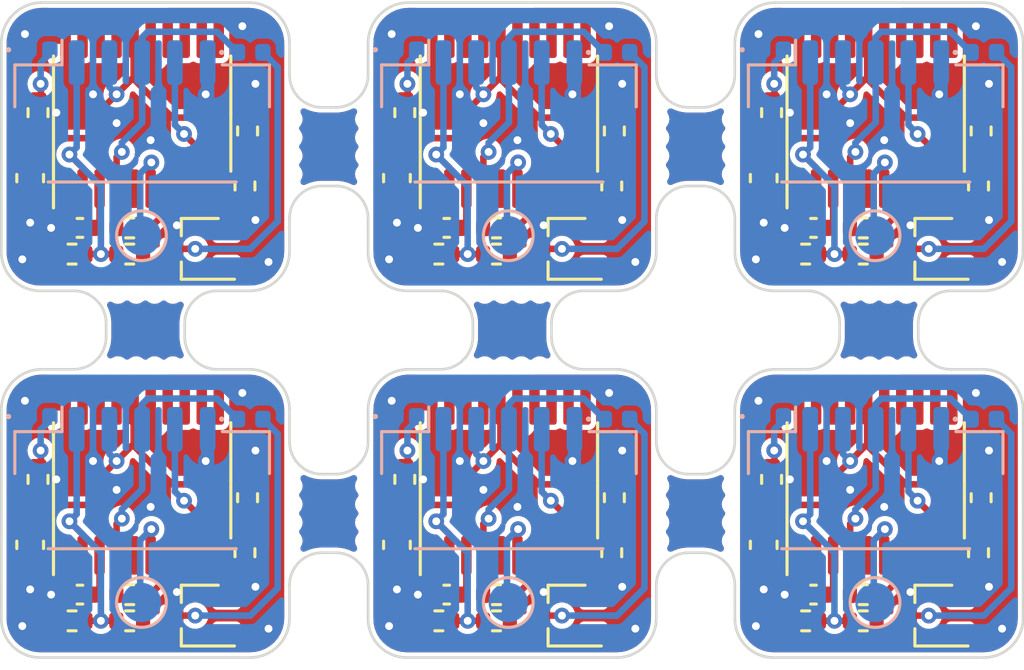
<source format=kicad_pcb>
(kicad_pcb (version 20211014) (generator pcbnew)
  (layers (0 "F.Cu" signal) (31 "B.Cu" signal) (34 "B.Paste" user) (35 "F.Paste" user) (36 "B.SilkS" user "B.Silkscreen") (37 "F.SilkS" user "F.Silkscreen") (38 "B.Mask" user) (39 "F.Mask" user) (44 "Edge.Cuts" user))
  (net 0 "")
  (net 1 "Board_0-+5V")
  (net 2 "Board_0-/A")
  (net 3 "Board_0-/B")
  (net 4 "Board_0-/I")
  (net 5 "Board_0-GND")
  (net 6 "Board_0-Net-(D1-Pad2)")
  (net 7 "Board_0-Net-(D2-Pad2)")
  (net 8 "Board_0-Net-(Q1-Pad1)")
  (net 9 "Board_0-Net-(Q1-Pad2)")
  (net 10 "Board_0-Net-(TP1-Pad1)")
  (net 11 "Board_0-unconnected-(U1-Pad10)")
  (net 12 "Board_0-unconnected-(U1-Pad11)")
  (net 13 "Board_0-unconnected-(U1-Pad12)")
  (net 14 "Board_0-unconnected-(U1-Pad13)")
  (net 15 "Board_0-unconnected-(U1-Pad14)")
  (net 16 "Board_0-unconnected-(U1-Pad17)")
  (net 17 "Board_0-unconnected-(U1-Pad18)")
  (net 18 "Board_0-unconnected-(U1-Pad19)")
  (net 19 "Board_0-unconnected-(U1-Pad5)")
  (net 20 "Board_0-unconnected-(U1-Pad9)")
  (net 21 "Board_1-+5V")
  (net 22 "Board_1-/A")
  (net 23 "Board_1-/B")
  (net 24 "Board_1-/I")
  (net 25 "Board_1-GND")
  (net 26 "Board_1-Net-(D1-Pad2)")
  (net 27 "Board_1-Net-(D2-Pad2)")
  (net 28 "Board_1-Net-(Q1-Pad1)")
  (net 29 "Board_1-Net-(Q1-Pad2)")
  (net 30 "Board_1-Net-(TP1-Pad1)")
  (net 31 "Board_1-unconnected-(U1-Pad10)")
  (net 32 "Board_1-unconnected-(U1-Pad11)")
  (net 33 "Board_1-unconnected-(U1-Pad12)")
  (net 34 "Board_1-unconnected-(U1-Pad13)")
  (net 35 "Board_1-unconnected-(U1-Pad14)")
  (net 36 "Board_1-unconnected-(U1-Pad17)")
  (net 37 "Board_1-unconnected-(U1-Pad18)")
  (net 38 "Board_1-unconnected-(U1-Pad19)")
  (net 39 "Board_1-unconnected-(U1-Pad5)")
  (net 40 "Board_1-unconnected-(U1-Pad9)")
  (net 41 "Board_2-+5V")
  (net 42 "Board_2-/A")
  (net 43 "Board_2-/B")
  (net 44 "Board_2-/I")
  (net 45 "Board_2-GND")
  (net 46 "Board_2-Net-(D1-Pad2)")
  (net 47 "Board_2-Net-(D2-Pad2)")
  (net 48 "Board_2-Net-(Q1-Pad1)")
  (net 49 "Board_2-Net-(Q1-Pad2)")
  (net 50 "Board_2-Net-(TP1-Pad1)")
  (net 51 "Board_2-unconnected-(U1-Pad10)")
  (net 52 "Board_2-unconnected-(U1-Pad11)")
  (net 53 "Board_2-unconnected-(U1-Pad12)")
  (net 54 "Board_2-unconnected-(U1-Pad13)")
  (net 55 "Board_2-unconnected-(U1-Pad14)")
  (net 56 "Board_2-unconnected-(U1-Pad17)")
  (net 57 "Board_2-unconnected-(U1-Pad18)")
  (net 58 "Board_2-unconnected-(U1-Pad19)")
  (net 59 "Board_2-unconnected-(U1-Pad5)")
  (net 60 "Board_2-unconnected-(U1-Pad9)")
  (net 61 "Board_3-+5V")
  (net 62 "Board_3-/A")
  (net 63 "Board_3-/B")
  (net 64 "Board_3-/I")
  (net 65 "Board_3-GND")
  (net 66 "Board_3-Net-(D1-Pad2)")
  (net 67 "Board_3-Net-(D2-Pad2)")
  (net 68 "Board_3-Net-(Q1-Pad1)")
  (net 69 "Board_3-Net-(Q1-Pad2)")
  (net 70 "Board_3-Net-(TP1-Pad1)")
  (net 71 "Board_3-unconnected-(U1-Pad10)")
  (net 72 "Board_3-unconnected-(U1-Pad11)")
  (net 73 "Board_3-unconnected-(U1-Pad12)")
  (net 74 "Board_3-unconnected-(U1-Pad13)")
  (net 75 "Board_3-unconnected-(U1-Pad14)")
  (net 76 "Board_3-unconnected-(U1-Pad17)")
  (net 77 "Board_3-unconnected-(U1-Pad18)")
  (net 78 "Board_3-unconnected-(U1-Pad19)")
  (net 79 "Board_3-unconnected-(U1-Pad5)")
  (net 80 "Board_3-unconnected-(U1-Pad9)")
  (net 81 "Board_4-+5V")
  (net 82 "Board_4-/A")
  (net 83 "Board_4-/B")
  (net 84 "Board_4-/I")
  (net 85 "Board_4-GND")
  (net 86 "Board_4-Net-(D1-Pad2)")
  (net 87 "Board_4-Net-(D2-Pad2)")
  (net 88 "Board_4-Net-(Q1-Pad1)")
  (net 89 "Board_4-Net-(Q1-Pad2)")
  (net 90 "Board_4-Net-(TP1-Pad1)")
  (net 91 "Board_4-unconnected-(U1-Pad10)")
  (net 92 "Board_4-unconnected-(U1-Pad11)")
  (net 93 "Board_4-unconnected-(U1-Pad12)")
  (net 94 "Board_4-unconnected-(U1-Pad13)")
  (net 95 "Board_4-unconnected-(U1-Pad14)")
  (net 96 "Board_4-unconnected-(U1-Pad17)")
  (net 97 "Board_4-unconnected-(U1-Pad18)")
  (net 98 "Board_4-unconnected-(U1-Pad19)")
  (net 99 "Board_4-unconnected-(U1-Pad5)")
  (net 100 "Board_4-unconnected-(U1-Pad9)")
  (net 101 "Board_5-+5V")
  (net 102 "Board_5-/A")
  (net 103 "Board_5-/B")
  (net 104 "Board_5-/I")
  (net 105 "Board_5-GND")
  (net 106 "Board_5-Net-(D1-Pad2)")
  (net 107 "Board_5-Net-(D2-Pad2)")
  (net 108 "Board_5-Net-(Q1-Pad1)")
  (net 109 "Board_5-Net-(Q1-Pad2)")
  (net 110 "Board_5-Net-(TP1-Pad1)")
  (net 111 "Board_5-unconnected-(U1-Pad10)")
  (net 112 "Board_5-unconnected-(U1-Pad11)")
  (net 113 "Board_5-unconnected-(U1-Pad12)")
  (net 114 "Board_5-unconnected-(U1-Pad13)")
  (net 115 "Board_5-unconnected-(U1-Pad14)")
  (net 116 "Board_5-unconnected-(U1-Pad17)")
  (net 117 "Board_5-unconnected-(U1-Pad18)")
  (net 118 "Board_5-unconnected-(U1-Pad19)")
  (net 119 "Board_5-unconnected-(U1-Pad5)")
  (net 120 "Board_5-unconnected-(U1-Pad9)")
  (footprint "NPTH" (layer "F.Cu") (at 55.598998 62.250001)
    (fp_text reference "REF**" hide)
    (fp_text value "NPTH" hide)
  )
  (footprint "NPTH" (layer "F.Cu") (at 69.599459 65.750022)
    (fp_text reference "REF**" hide)
    (fp_text value "NPTH" hide)
  )
  (footprint "Package_TO_SOT_SMD:SOT-323_SC-70" (layer "F.Cu") (at 52.099998 53.899997 180)
    (fp_text reference "Q1" hide)
    (fp_text value "BC807-40LWX" hide)
  )
  (footprint "NPTH" (layer "F.Cu") (at 58.401725 49.650019)
    (fp_text reference "REF**" hide)
    (fp_text value "NPTH" hide)
  )
  (footprint "NPTH" (layer "F.Cu") (at 69.599459 51.750019)
    (fp_text reference "REF**" hide)
    (fp_text value "NPTH" hide)
  )
  (footprint "NPTH" (layer "F.Cu") (at 51.749972 55.598997)
    (fp_text reference "REF**" hide)
    (fp_text value "NPTH" hide)
  )
  (footprint "Resistor_SMD:R_0402_1005Metric" (layer "F.Cu") (at 73.903232 62.700004 90)
    (fp_text reference "R6" hide)
    (fp_text value "4k7" hide)
  )
  (footprint "NPTH" (layer "F.Cu") (at 58.401725 63.650022)
    (fp_text reference "REF**" hide)
    (fp_text value "NPTH" hide)
  )
  (footprint "NPTH" (layer "F.Cu") (at 55.598998 48.949998)
    (fp_text reference "REF**" hide)
    (fp_text value "NPTH" hide)
  )
  (footprint "Resistor_SMD:R_0402_1005Metric" (layer "F.Cu") (at 77.403232 54.099997 180)
    (fp_text reference "R1" hide)
    (fp_text value "1k" hide)
  )
  (footprint "Resistor_SMD:R_0402_1005Metric" (layer "F.Cu") (at 61.201615 54.099997 180)
    (fp_text reference "R4" hide)
    (fp_text value "47k" hide)
  )
  (footprint "NPTH" (layer "F.Cu") (at 58.401439 62.250022)
    (fp_text reference "REF**" hide)
    (fp_text value "NPTH" hide)
  )
  (footprint "NPTH" (layer "F.Cu") (at 78.351862 58.401001)
    (fp_text reference "REF**" hide)
    (fp_text value "NPTH" hide)
  )
  (footprint "Resistor_SMD:R_0402_1005Metric" (layer "F.Cu") (at 75.203232 68.100004 180)
    (fp_text reference "R4" hide)
    (fp_text value "47k" hide)
  )
  (footprint "NPTH" (layer "F.Cu") (at 62.251053 55.598999)
    (fp_text reference "REF**" hide)
    (fp_text value "NPTH" hide)
  )
  (footprint "Resistor_SMD:R_0402_1005Metric" (layer "F.Cu") (at 73.903232 48.699997 90)
    (fp_text reference "R6" hide)
    (fp_text value "4k7" hide)
  )
  (footprint "NPTH" (layer "F.Cu") (at 79.751862 55.598997)
    (fp_text reference "REF**" hide)
    (fp_text value "NPTH" hide)
  )
  (footprint "NPTH" (layer "F.Cu") (at 58.401868 50.350019)
    (fp_text reference "REF**" hide)
    (fp_text value "NPTH" hide)
  )
  (footprint "NPTH" (layer "F.Cu") (at 58.401582 48.950019)
    (fp_text reference "REF**" hide)
    (fp_text value "NPTH" hide)
  )
  (footprint "NPTH" (layer "F.Cu") (at 55.598998 64.350001)
    (fp_text reference "REF**" hide)
    (fp_text value "NPTH" hide)
  )
  (footprint "NPTH" (layer "F.Cu") (at 72.402738 64.350042)
    (fp_text reference "REF**" hide)
    (fp_text value "NPTH" hide)
  )
  (footprint "NPTH" (layer "F.Cu") (at 63.651053 55.598998)
    (fp_text reference "REF**" hide)
    (fp_text value "NPTH" hide)
  )
  (footprint "Package_TO_SOT_SMD:SOT-323_SC-70" (layer "F.Cu") (at 66.101615 67.900004 180)
    (fp_text reference "Q1" hide)
    (fp_text value "BC807-40LWX" hide)
  )
  (footprint "NPTH" (layer "F.Cu") (at 72.401879 62.250042)
    (fp_text reference "REF**" hide)
    (fp_text value "NPTH" hide)
  )
  (footprint "NPTH" (layer "F.Cu") (at 72.403311 51.750039)
    (fp_text reference "REF**" hide)
    (fp_text value "NPTH" hide)
  )
  (footprint "Resistor_SMD:R_0402_1005Metric" (layer "F.Cu") (at 67.801615 51.499997 -90)
    (fp_text reference "R5" hide)
    (fp_text value "4k7" hide)
  )
  (footprint "Resistor_SMD:R_0402_1005Metric" (layer "F.Cu") (at 59.901615 62.700004 90)
    (fp_text reference "R6" hide)
    (fp_text value "4k7" hide)
  )
  (footprint "NPTH" (layer "F.Cu") (at 48.949972 58.401002)
    (fp_text reference "REF**" hide)
    (fp_text value "NPTH" hide)
  )
  (footprint "Capacitor_SMD:C_0402_1005Metric" (layer "F.Cu") (at 47.499998 53.099997 180)
    (fp_text reference "C1" hide)
    (fp_text value "100n" hide)
  )
  (footprint "NPTH" (layer "F.Cu") (at 48.249972 58.401003)
    (fp_text reference "REF**" hide)
    (fp_text value "NPTH" hide)
  )
  (footprint "Package_SO:TSSOP-20_4.4x6.5mm_P0.65mm" (layer "F.Cu") (at 49.874998 48.737497 90)
    (fp_text reference "U1" hide)
    (fp_text value "AS5304" hide)
  )
  (footprint "NPTH" (layer "F.Cu") (at 69.600032 48.950019)
    (fp_text reference "REF**" hide)
    (fp_text value "NPTH" hide)
  )
  (footprint "Capacitor_SMD:C_0402_1005Metric" (layer "F.Cu") (at 75.503232 67.100004 180)
    (fp_text reference "C1" hide)
    (fp_text value "100n" hide)
  )
  (footprint "Package_TO_SOT_SMD:SOT-323_SC-70" (layer "F.Cu") (at 80.103232 53.899997 180)
    (fp_text reference "Q1" hide)
    (fp_text value "BC807-40LWX" hide)
  )
  (footprint "NPTH" (layer "F.Cu") (at 58.401868 64.350022)
    (fp_text reference "REF**" hide)
    (fp_text value "NPTH" hide)
  )
  (footprint "Resistor_SMD:R_0402_1005Metric" (layer "F.Cu") (at 67.901615 63.400004 -90)
    (fp_text reference "R3" hide)
    (fp_text value "1k" hide)
  )
  (footprint "NPTH" (layer "F.Cu") (at 58.402011 51.050019)
    (fp_text reference "REF**" hide)
    (fp_text value "NPTH" hide)
  )
  (footprint "Capacitor_SMD:C_0603_1608Metric" (layer "F.Cu") (at 73.603232 65.200004 -90)
    (fp_text reference "C2" hide)
    (fp_text value "10µ" hide)
  )
  (footprint "Resistor_SMD:R_0402_1005Metric" (layer "F.Cu") (at 45.899998 48.699997 90)
    (fp_text reference "R6" hide)
    (fp_text value "4k7" hide)
  )
  (footprint "NPTH" (layer "F.Cu") (at 69.599889 63.650022)
    (fp_text reference "REF**" hide)
    (fp_text value "NPTH" hide)
  )
  (footprint "NPTH" (layer "F.Cu") (at 63.651053 58.401002)
    (fp_text reference "REF**" hide)
    (fp_text value "NPTH" hide)
  )
  (footprint "Capacitor_SMD:C_0402_1005Metric" (layer "F.Cu") (at 61.501615 67.100004 180)
    (fp_text reference "C1" hide)
    (fp_text value "100n" hide)
  )
  (footprint "Resistor_SMD:R_0402_1005Metric" (layer "F.Cu") (at 67.801615 65.500004 -90)
    (fp_text reference "R5" hide)
    (fp_text value "4k7" hide)
  )
  (footprint "Resistor_SMD:R_0402_1005Metric" (layer "F.Cu") (at 63.401615 68.100004 180)
    (fp_text reference "R1" hide)
    (fp_text value "1k" hide)
  )
  (footprint "NPTH" (layer "F.Cu") (at 76.951862 55.598998)
    (fp_text reference "REF**" hide)
    (fp_text value "NPTH" hide)
  )
  (footprint "Resistor_SMD:R_0402_1005Metric" (layer "F.Cu") (at 47.199998 54.099997 180)
    (fp_text reference "R4" hide)
    (fp_text value "47k" hide)
  )
  (footprint "Resistor_SMD:R_0402_1005Metric" (layer "F.Cu") (at 53.899998 63.400004 -90)
    (fp_text reference "R3" hide)
    (fp_text value "1k" hide)
  )
  (footprint "Resistor_SMD:R_0402_1005Metric" (layer "F.Cu") (at 81.903232 63.400004 -90)
    (fp_text reference "R3" hide)
    (fp_text value "1k" hide)
  )
  (footprint "Capacitor_SMD:C_0603_1608Metric" (layer "F.Cu") (at 45.599998 65.200004 -90)
    (fp_text reference "C2" hide)
    (fp_text value "10µ" hide)
  )
  (footprint "NPTH" (layer "F.Cu") (at 58.402011 65.050022)
    (fp_text reference "REF**" hide)
    (fp_text value "NPTH" hide)
  )
  (footprint "NPTH" (layer "F.Cu") (at 48.949972 55.598998)
    (fp_text reference "REF**" hide)
    (fp_text value "NPTH" hide)
  )
  (footprint "Package_SO:TSSOP-20_4.4x6.5mm_P0.65mm" (layer "F.Cu") (at 63.876615 48.737497 90)
    (fp_text reference "U1" hide)
    (fp_text value "AS5304" hide)
  )
  (footprint "NPTH" (layer "F.Cu") (at 51.049972 58.401001)
    (fp_text reference "REF**" hide)
    (fp_text value "NPTH" hide)
  )
  (footprint "NPTH" (layer "F.Cu") (at 65.051053 58.401001)
    (fp_text reference "REF**" hide)
    (fp_text value "NPTH" hide)
  )
  (footprint "NPTH" (layer "F.Cu") (at 72.403025 51.050039)
    (fp_text reference "REF**" hide)
    (fp_text value "NPTH" hide)
  )
  (footprint "NPTH" (layer "F.Cu") (at 51.749972 58.401001)
    (fp_text reference "REF**" hide)
    (fp_text value "NPTH" hide)
  )
  (footprint "Resistor_SMD:R_0402_1005Metric" (layer "F.Cu") (at 49.399998 68.100004 180)
    (fp_text reference "R1" hide)
    (fp_text value "1k" hide)
  )
  (footprint "Capacitor_SMD:C_0603_1608Metric" (layer "F.Cu") (at 59.601615 51.199997 -90)
    (fp_text reference "C2" hide)
    (fp_text value "10µ" hide)
  )
  (footprint "Package_SO:TSSOP-20_4.4x6.5mm_P0.65mm" (layer "F.Cu") (at 77.878232 62.737504 90)
    (fp_text reference "U1" hide)
    (fp_text value "AS5304" hide)
  )
  (footprint "Capacitor_SMD:C_0603_1608Metric" (layer "F.Cu") (at 45.599998 51.199997 -90)
    (fp_text reference "C2" hide)
    (fp_text value "10µ" hide)
  )
  (footprint "NPTH" (layer "F.Cu") (at 69.599603 51.050019)
    (fp_text reference "REF**" hide)
    (fp_text value "NPTH" hide)
  )
  (footprint "NPTH" (layer "F.Cu") (at 77.651862 55.598998)
    (fp_text reference "REF**" hide)
    (fp_text value "NPTH" hide)
  )
  (footprint "NPTH" (layer "F.Cu") (at 64.351053 58.401001)
    (fp_text reference "REF**" hide)
    (fp_text value "NPTH" hide)
  )
  (footprint "NPTH" (layer "F.Cu") (at 55.598998 62.950001)
    (fp_text reference "REF**" hide)
    (fp_text value "NPTH" hide)
  )
  (footprint "NPTH" (layer "F.Cu") (at 50.349972 58.401001)
    (fp_text reference "REF**" hide)
    (fp_text value "NPTH" hide)
  )
  (footprint "NPTH" (layer "F.Cu") (at 76.251862 58.401003)
    (fp_text reference "REF**" hide)
    (fp_text value "NPTH" hide)
  )
  (footprint "NPTH" (layer "F.Cu") (at 65.051053 55.598998)
    (fp_text reference "REF**" hide)
    (fp_text value "NPTH" hide)
  )
  (footprint "NPTH" (layer "F.Cu") (at 50.349972 55.598998)
    (fp_text reference "REF**" hide)
    (fp_text value "NPTH" hide)
  )
  (footprint "NPTH" (layer "F.Cu") (at 69.600175 62.250022)
    (fp_text reference "REF**" hide)
    (fp_text value "NPTH" hide)
  )
  (footprint "NPTH" (layer "F.Cu") (at 69.600175 48.250019)
    (fp_text reference "REF**" hide)
    (fp_text value "NPTH" hide)
  )
  (footprint "Resistor_SMD:R_0402_1005Metric" (layer "F.Cu") (at 77.403232 67.100004 180)
    (fp_text reference "R2" hide)
    (fp_text value "1k" hide)
  )
  (footprint "NPTH" (layer "F.Cu") (at 55.598998 63.650001)
    (fp_text reference "REF**" hide)
    (fp_text value "NPTH" hide)
  )
  (footprint "NPTH" (layer "F.Cu") (at 79.051862 55.598998)
    (fp_text reference "REF**" hide)
    (fp_text value "NPTH" hide)
  )
  (footprint "NPTH" (layer "F.Cu") (at 58.402154 65.750022)
    (fp_text reference "REF**" hide)
    (fp_text value "NPTH" hide)
  )
  (footprint "Resistor_SMD:R_0402_1005Metric" (layer "F.Cu") (at 49.399998 54.099997 180)
    (fp_text reference "R1" hide)
    (fp_text value "1k" hide)
  )
  (footprint "NPTH" (layer "F.Cu") (at 55.598998 48.249998)
    (fp_text reference "REF**" hide)
    (fp_text value "NPTH" hide)
  )
  (footprint "NPTH" (layer "F.Cu") (at 79.751862 58.401001)
    (fp_text reference "REF**" hide)
    (fp_text value "NPTH" hide)
  )
  (footprint "NPTH" (layer "F.Cu") (at 55.598998 50.349998)
    (fp_text reference "REF**" hide)
    (fp_text value "NPTH" hide)
  )
  (footprint "NPTH" (layer "F.Cu") (at 62.951053 58.401002)
    (fp_text reference "REF**" hide)
    (fp_text value "NPTH" hide)
  )
  (footprint "Resistor_SMD:R_0402_1005Metric" (layer "F.Cu") (at 67.901615 49.399997 -90)
    (fp_text reference "R3" hide)
    (fp_text value "1k" hide)
  )
  (footprint "NPTH" (layer "F.Cu") (at 49.649972 58.401002)
    (fp_text reference "REF**" hide)
    (fp_text value "NPTH" hide)
  )
  (footprint "NPTH" (layer "F.Cu") (at 76.951862 58.401002)
    (fp_text reference "REF**" hide)
    (fp_text value "NPTH" hide)
  )
  (footprint "NPTH" (layer "F.Cu") (at 76.251862 55.598999)
    (fp_text reference "REF**" hide)
    (fp_text value "NPTH" hide)
  )
  (footprint "NPTH" (layer "F.Cu") (at 69.599746 64.350022)
    (fp_text reference "REF**" hide)
    (fp_text value "NPTH" hide)
  )
  (footprint "Resistor_SMD:R_0402_1005Metric" (layer "F.Cu") (at 53.899998 49.399997 -90)
    (fp_text reference "R3" hide)
    (fp_text value "1k" hide)
  )
  (footprint "Resistor_SMD:R_0402_1005Metric" (layer "F.Cu") (at 45.899998 62.700004 90)
    (fp_text reference "R6" hide)
    (fp_text value "4k7" hide)
  )
  (footprint "NPTH" (layer "F.Cu") (at 62.951053 55.598998)
    (fp_text reference "REF**" hide)
    (fp_text value "NPTH" hide)
  )
  (footprint "NPTH" (layer "F.Cu") (at 72.402452 63.650042)
    (fp_text reference "REF**" hide)
    (fp_text value "NPTH" hide)
  )
  (footprint "NPTH" (layer "F.Cu") (at 64.351053 55.598998)
    (fp_text reference "REF**" hide)
    (fp_text value "NPTH" hide)
  )
  (footprint "Capacitor_SMD:C_0603_1608Metric" (layer "F.Cu") (at 73.603232 51.199997 -90)
    (fp_text reference "C2" hide)
    (fp_text value "10µ" hide)
  )
  (footprint "NPTH" (layer "F.Cu") (at 48.249972 55.598999)
    (fp_text reference "REF**" hide)
    (fp_text value "NPTH" hide)
  )
  (footprint "Package_SO:TSSOP-20_4.4x6.5mm_P0.65mm" (layer "F.Cu") (at 63.876615 62.737504 90)
    (fp_text reference "U1" hide)
    (fp_text value "AS5304" hide)
  )
  (footprint "NPTH" (layer "F.Cu") (at 72.402165 62.950042)
    (fp_text reference "REF**" hide)
    (fp_text value "NPTH" hide)
  )
  (footprint "Resistor_SMD:R_0402_1005Metric" (layer "F.Cu") (at 77.403232 68.100004 180)
    (fp_text reference "R1" hide)
    (fp_text value "1k" hide)
  )
  (footprint "Capacitor_SMD:C_0603_1608Metric" (layer "F.Cu") (at 59.601615 65.200004 -90)
    (fp_text reference "C2" hide)
    (fp_text value "10µ" hide)
  )
  (footprint "Resistor_SMD:R_0402_1005Metric" (layer "F.Cu") (at 49.399998 53.099997 180)
    (fp_text reference "R2" hide)
    (fp_text value "1k" hide)
  )
  (footprint "NPTH" (layer "F.Cu") (at 55.598999 51.049998)
    (fp_text reference "REF**" hide)
    (fp_text value "NPTH" hide)
  )
  (footprint "NPTH" (layer "F.Cu") (at 69.600032 62.950022)
    (fp_text reference "REF**" hide)
    (fp_text value "NPTH" hide)
  )
  (footprint "NPTH" (layer "F.Cu") (at 65.751053 58.401001)
    (fp_text reference "REF**" hide)
    (fp_text value "NPTH" hide)
  )
  (footprint "Resistor_SMD:R_0402_1005Metric" (layer "F.Cu") (at 59.901615 48.699997 90)
    (fp_text reference "R6" hide)
    (fp_text value "4k7" hide)
  )
  (footprint "NPTH" (layer "F.Cu") (at 58.401439 48.250019)
    (fp_text reference "REF**" hide)
    (fp_text value "NPTH" hide)
  )
  (footprint "Resistor_SMD:R_0402_1005Metric" (layer "F.Cu") (at 81.803232 51.499997 -90)
    (fp_text reference "R5" hide)
    (fp_text value "4k7" hide)
  )
  (footprint "NPTH" (layer "F.Cu") (at 78.351862 55.598998)
    (fp_text reference "REF**" hide)
    (fp_text value "NPTH" hide)
  )
  (footprint "Capacitor_SMD:C_0402_1005Metric" (layer "F.Cu") (at 61.501615 53.099997 180)
    (fp_text reference "C1" hide)
    (fp_text value "100n" hide)
  )
  (footprint "Resistor_SMD:R_0402_1005Metric" (layer "F.Cu") (at 75.203232 54.099997 180)
    (fp_text reference "R4" hide)
    (fp_text value "47k" hide)
  )
  (footprint "Resistor_SMD:R_0402_1005Metric" (layer "F.Cu") (at 53.799998 51.499997 -90)
    (fp_text reference "R5" hide)
    (fp_text value "4k7" hide)
  )
  (footprint "Package_TO_SOT_SMD:SOT-323_SC-70" (layer "F.Cu") (at 66.101615 53.899997 180)
    (fp_text reference "Q1" hide)
    (fp_text value "BC807-40LWX" hide)
  )
  (footprint "NPTH" (layer "F.Cu") (at 72.401879 48.250039)
    (fp_text reference "REF**" hide)
    (fp_text value "NPTH" hide)
  )
  (footprint "Resistor_SMD:R_0402_1005Metric" (layer "F.Cu") (at 53.799998 65.500004 -90)
    (fp_text reference "R5" hide)
    (fp_text value "4k7" hide)
  )
  (footprint "NPTH" (layer "F.Cu") (at 69.599889 49.650019)
    (fp_text reference "REF**" hide)
    (fp_text value "NPTH" hide)
  )
  (footprint "NPTH" (layer "F.Cu") (at 72.403311 65.750042)
    (fp_text reference "REF**" hide)
    (fp_text value "NPTH" hide)
  )
  (footprint "Resistor_SMD:R_0402_1005Metric" (layer "F.Cu") (at 63.401615 54.099997 180)
    (fp_text reference "R1" hide)
    (fp_text value "1k" hide)
  )
  (footprint "NPTH" (layer "F.Cu") (at 55.598998 49.649998)
    (fp_text reference "REF**" hide)
    (fp_text value "NPTH" hide)
  )
  (footprint "NPTH" (layer "F.Cu") (at 65.751053 55.598997)
    (fp_text reference "REF**" hide)
    (fp_text value "NPTH" hide)
  )
  (footprint "NPTH" (layer "F.Cu") (at 62.251053 58.401003)
    (fp_text reference "REF**" hide)
    (fp_text value "NPTH" hide)
  )
  (footprint "Package_SO:TSSOP-20_4.4x6.5mm_P0.65mm" (layer "F.Cu") (at 77.878232 48.737497 90)
    (fp_text reference "U1" hide)
    (fp_text value "AS5304" hide)
  )
  (footprint "Resistor_SMD:R_0402_1005Metric" (layer "F.Cu") (at 81.803232 65.500004 -90)
    (fp_text reference "R5" hide)
    (fp_text value "4k7" hide)
  )
  (footprint "Package_TO_SOT_SMD:SOT-323_SC-70" (layer "F.Cu") (at 80.103232 67.900004 180)
    (fp_text reference "Q1" hide)
    (fp_text value "BC807-40LWX" hide)
  )
  (footprint "Resistor_SMD:R_0402_1005Metric" (layer "F.Cu") (at 49.399998 67.100004 180)
    (fp_text reference "R2" hide)
    (fp_text value "1k" hide)
  )
  (footprint "NPTH" (layer "F.Cu") (at 49.649972 55.598998)
    (fp_text reference "REF**" hide)
    (fp_text value "NPTH" hide)
  )
  (footprint "NPTH" (layer "F.Cu") (at 77.651862 58.401002)
    (fp_text reference "REF**" hide)
    (fp_text value "NPTH" hide)
  )
  (footprint "Resistor_SMD:R_0402_1005Metric" (layer "F.Cu") (at 77.403232 53.099997 180)
    (fp_text reference "R2" hide)
    (fp_text value "1k" hide)
  )
  (footprint "NPTH" (layer "F.Cu") (at 72.403025 65.050042)
    (fp_text reference "REF**" hide)
    (fp_text value "NPTH" hide)
  )
  (footprint "Package_TO_SOT_SMD:SOT-323_SC-70" (layer "F.Cu") (at 52.099998 67.900004 180)
    (fp_text reference "Q1" hide)
    (fp_text value "BC807-40LWX" hide)
  )
  (footprint "Capacitor_SMD:C_0402_1005Metric" (layer "F.Cu") (at 75.503232 53.099997 180)
    (fp_text reference "C1" hide)
    (fp_text value "100n" hide)
  )
  (footprint "NPTH" (layer "F.Cu") (at 79.051862 58.401001)
    (fp_text reference "REF**" hide)
    (fp_text value "NPTH" hide)
  )
  (footprint "Resistor_SMD:R_0402_1005Metric" (layer "F.Cu") (at 47.199998 68.100004 180)
    (fp_text reference "R4" hide)
    (fp_text value "47k" hide)
  )
  (footprint "NPTH" (layer "F.Cu") (at 69.599603 65.050022)
    (fp_text reference "REF**" hide)
    (fp_text value "NPTH" hide)
  )
  (footprint "Package_SO:TSSOP-20_4.4x6.5mm_P0.65mm" (layer "F.Cu") (at 49.874998 62.737504 90)
    (fp_text reference "U1" hide)
    (fp_text value "AS5304" hide)
  )
  (footprint "NPTH" (layer "F.Cu") (at 72.402738 50.350039)
    (fp_text reference "REF**" hide)
    (fp_text value "NPTH" hide)
  )
  (footprint "NPTH" (layer "F.Cu") (at 58.401582 62.950022)
    (fp_text reference "REF**" hide)
    (fp_text value "NPTH" hide)
  )
  (footprint "NPTH" (layer "F.Cu") (at 51.049972 55.598998)
    (fp_text reference "REF**" hide)
    (fp_text value "NPTH" hide)
  )
  (footprint "NPTH" (layer "F.Cu") (at 72.402452 49.650039)
    (fp_text reference "REF**" hide)
    (fp_text value "NPTH" hide)
  )
  (footprint "Resistor_SMD:R_0402_1005Metric" (layer "F.Cu") (at 61.201615 68.100004 180)
    (fp_text reference "R4" hide)
    (fp_text value "47k" hide)
  )
  (footprint "NPTH" (layer "F.Cu") (at 58.402154 51.750019)
    (fp_text reference "REF**" hide)
    (fp_text value "NPTH" hide)
  )
  (footprint "Resistor_SMD:R_0402_1005Metric" (layer "F.Cu") (at 63.401615 67.100004 180)
    (fp_text reference "R2" hide)
    (fp_text value "1k" hide)
  )
  (footprint "Capacitor_SMD:C_0402_1005Metric" (layer "F.Cu") (at 47.499998 67.100004 180)
    (fp_text reference "C1" hide)
    (fp_text value "100n" hide)
  )
  (footprint "NPTH" (layer "F.Cu") (at 55.598999 65.050001)
    (fp_text reference "REF**" hide)
    (fp_text value "NPTH" hide)
  )
  (footprint "NPTH" (layer "F.Cu") (at 55.598999 65.750001)
    (fp_text reference "REF**" hide)
    (fp_text value "NPTH" hide)
  )
  (footprint "NPTH" (layer "F.Cu") (at 69.599746 50.350019)
    (fp_text reference "REF**" hide)
    (fp_text value "NPTH" hide)
  )
  (footprint "Resistor_SMD:R_0402_1005Metric" (layer "F.Cu") (at 63.401615 53.099997 180)
    (fp_text reference "R2" hide)
    (fp_text value "1k" hide)
  )
  (footprint "Resistor_SMD:R_0402_1005Metric" (layer "F.Cu") (at 81.903232 49.399997 -90)
    (fp_text reference "R3" hide)
    (fp_text value "1k" hide)
  )
  (footprint "NPTH" (layer "F.Cu") (at 72.402165 48.950039)
    (fp_text reference "REF**" hide)
    (fp_text value "NPTH" hide)
  )
  (footprint "NPTH" (layer "F.Cu") (at 55.598999 51.749998)
    (fp_text reference "REF**" hide)
    (fp_text value "NPTH" hide)
  )
  (footprint "TestPoint:TestPoint_Pad_D1.5mm" (layer "B.Cu") (at 63.851615 67.400004 180)
    (fp_text reference "TP1" hide)
    (fp_text value "AGC out")
  )
  (footprint "Connector_JST:JST_GH_BM05B-GHS-TBT_1x05-1MP_P1.25mm_Vertical" (layer "B.Cu") (at 63.876615 62.737504)
    (fp_text reference "J1" hide)
    (fp_text value "BM05B-GHS" hide)
  )
  (footprint "TestPoint:TestPoint_Pad_D1.5mm" (layer "B.Cu") (at 49.849998 67.400004 180)
    (fp_text reference "TP1" hide)
    (fp_text value "AGC out")
  )
  (footprint "TestPoint:TestPoint_Pad_D1.5mm" (layer "B.Cu") (at 77.853232 67.400004 180)
    (fp_text reference "TP1" hide)
    (fp_text value "AGC out")
  )
  (footprint "LED_SMD:LED_0402_1005Metric" (layer "B.Cu") (at 73.870732 46.299997)
    (fp_text reference "D2" hide)
    (fp_text value "Blue" hide)
  )
  (footprint "TestPoint:TestPoint_Pad_D1.5mm" (layer "B.Cu") (at 77.853232 53.399997 180)
    (fp_text reference "TP1" hide)
    (fp_text value "AGC out")
  )
  (footprint "LED_SMD:LED_0402_1005Metric" (layer "B.Cu") (at 68.001615 60.400004)
    (fp_text reference "D1" hide)
    (fp_text value "Red" hide)
  )
  (footprint "LED_SMD:LED_0402_1005Metric" (layer "B.Cu") (at 45.867498 60.300004)
    (fp_text reference "D2" hide)
    (fp_text value "Blue" hide)
  )
  (footprint "LED_SMD:LED_0402_1005Metric" (layer "B.Cu") (at 82.003232 46.399997)
    (fp_text reference "D1" hide)
    (fp_text value "Red" hide)
  )
  (footprint "Connector_JST:JST_GH_BM05B-GHS-TBT_1x05-1MP_P1.25mm_Vertical" (layer "B.Cu") (at 77.878232 48.737497)
    (fp_text reference "J1" hide)
    (fp_text value "BM05B-GHS" hide)
  )
  (footprint "TestPoint:TestPoint_Pad_D1.5mm" (layer "B.Cu") (at 63.851615 53.399997 180)
    (fp_text reference "TP1" hide)
    (fp_text value "AGC out")
  )
  (footprint "Connector_JST:JST_GH_BM05B-GHS-TBT_1x05-1MP_P1.25mm_Vertical" (layer "B.Cu") (at 63.876615 48.737497)
    (fp_text reference "J1" hide)
    (fp_text value "BM05B-GHS" hide)
  )
  (footprint "Connector_JST:JST_GH_BM05B-GHS-TBT_1x05-1MP_P1.25mm_Vertical" (layer "B.Cu") (at 49.874998 48.737497)
    (fp_text reference "J1" hide)
    (fp_text value "BM05B-GHS" hide)
  )
  (footprint "Connector_JST:JST_GH_BM05B-GHS-TBT_1x05-1MP_P1.25mm_Vertical" (layer "B.Cu") (at 77.878232 62.737504)
    (fp_text reference "J1" hide)
    (fp_text value "BM05B-GHS" hide)
  )
  (footprint "Connector_JST:JST_GH_BM05B-GHS-TBT_1x05-1MP_P1.25mm_Vertical" (layer "B.Cu") (at 49.874998 62.737504)
    (fp_text reference "J1" hide)
    (fp_text value "BM05B-GHS" hide)
  )
  (footprint "LED_SMD:LED_0402_1005Metric" (layer "B.Cu") (at 68.001615 46.399997)
    (fp_text reference "D1" hide)
    (fp_text value "Red" hide)
  )
  (footprint "LED_SMD:LED_0402_1005Metric" (layer "B.Cu") (at 73.870732 60.300004)
    (fp_text reference "D2" hide)
    (fp_text value "Blue" hide)
  )
  (footprint "LED_SMD:LED_0402_1005Metric" (layer "B.Cu") (at 45.867498 46.299997)
    (fp_text reference "D2" hide)
    (fp_text value "Blue" hide)
  )
  (footprint "LED_SMD:LED_0402_1005Metric" (layer "B.Cu") (at 53.999998 46.399997)
    (fp_text reference "D1" hide)
    (fp_text value "Red" hide)
  )
  (footprint "LED_SMD:LED_0402_1005Metric" (layer "B.Cu") (at 59.869115 46.299997)
    (fp_text reference "D2" hide)
    (fp_text value "Blue" hide)
  )
  (footprint "LED_SMD:LED_0402_1005Metric" (layer "B.Cu") (at 59.869115 60.300004)
    (fp_text reference "D2" hide)
    (fp_text value "Blue" hide)
  )
  (footprint "LED_SMD:LED_0402_1005Metric" (layer "B.Cu") (at 53.999998 60.400004)
    (fp_text reference "D1" hide)
    (fp_text value "Red" hide)
  )
  (footprint "TestPoint:TestPoint_Pad_D1.5mm" (layer "B.Cu") (at 49.849998 53.399997 180)
    (fp_text reference "TP1" hide)
    (fp_text value "AGC out")
  )
  (footprint "LED_SMD:LED_0402_1005Metric" (layer "B.Cu") (at 82.003232 60.400004)
    (fp_text reference "D1" hide)
    (fp_text value "Red" hide)
  )
  (gr_line (start 44.669644 45.341187) (end 44.632382 45.419197) (layer "Edge.Cuts") (width 0.1))
  (gr_line (start 71.736126 51.59434) (end 71.819099 51.632333) (layer "Edge.Cuts") (width 0.1))
  (gr_line (start 79.564447 57.647965) (end 79.539024 57.560296) (layer "Edge.Cuts") (width 0.1))
  (gr_line (start 76.48844 56.559053) (end 76.498501 56.649779) (layer "Edge.Cuts") (width 0.1))
  (gr_line (start 76.498501 56.649779) (end 76.501862 56.74106) (layer "Edge.Cuts") (width 0.1))
  (gr_line (start 48.46281 57.560298) (end 48.437387 57.647968) (layer "Edge.Cuts") (width 0.1))
  (gr_line (start 72.591443 54.530666) (end 72.616651 54.594851) (layer "Edge.Cuts") (width 0.1))
  (gr_line (start 71.592355 51.544893) (end 71.679354 51.572447) (layer "Edge.Cuts") (width 0.1))
  (gr_line (start 62.070987 58.197941) (end 62.02394 58.236552) (layer "Edge.Cuts") (width 0.1))
  (gr_line (start 66.156521 55.647415) (end 66.210885 55.620051) (layer "Edge.Cuts") (width 0.1))
  (gr_line (start 44.608046 59.477015) (end 44.578308 59.558151) (layer "Edge.Cuts") (width 0.1))
  (gr_line (start 54.396241 69.44756) (end 54.46391 69.4274) (layer "Edge.Cuts") (width 0.1))
  (gr_line (start 70.589489 51.509322) (end 70.65005 51.503358) (layer "Edge.Cuts") (width 0.1))
  (gr_line (start 80.62032 55.506969) (end 80.681017 55.502491) (layer "Edge.Cuts") (width 0.1))
  (gr_line (start 73.153521 69.249232) (end 73.225723 69.294793) (layer "Edge.Cuts") (width 0.1))
  (gr_line (start 69.526161 61.501696) (end 69.515765 61.44172) (layer "Edge.Cuts") (width 0.1))
  (gr_line (start 70.266793 65.594366) (end 70.352344 65.56257) (layer "Edge.Cuts") (width 0.1))
  (gr_line (start 69.501257 66.739792) (end 69.504637 66.648524) (layer "Edge.Cuts") (width 0.1))
  (gr_line (start 59.188694 44.760363) (end 59.124482 44.805724) (layer "Edge.Cuts") (width 0.1))
  (gr_line (start 71.897111 48.323491) (end 71.817126 48.367528) (layer "Edge.Cuts") (width 0.1))
  (gr_line (start 52.076576 58.306618) (end 52.001306 58.254977) (layer "Edge.Cuts") (width 0.1))
  (gr_line (start 56.710568 51.500372) (end 57.290784 51.500372) (layer "Edge.Cuts") (width 0.1))
  (gr_line (start 72.94294 58.966125) (end 72.894608 59.017832) (layer "Edge.Cuts") (width 0.1))
  (gr_line (start 62.33996 56.129805) (end 62.36865 56.183481) (layer "Edge.Cuts") (width 0.1))
  (gr_line (start 65.501053 56.741058) (end 65.502547 56.680153) (layer "Edge.Cuts") (width 0.1))
  (gr_line (start 71.899053 51.676326) (end 71.975555 51.726079) (layer "Edge.Cuts") (width 0.1))
  (gr_line (start 70.651145 48.496637) (end 70.560408 48.486573) (layer "Edge.Cuts") (width 0.1))
  (gr_line (start 55.27787 45.247178) (end 55.238618 45.18573) (layer "Edge.Cuts") (width 0.1))
  (gr_line (start 70.499378 65.523822) (end 70.589489 65.509325) (layer "Edge.Cuts") (width 0.1))
  (gr_line (start 83.455005 68.380497) (end 83.47135 68.311941) (layer "Edge.Cuts") (width 0.1))
  (gr_line (start 55.506971 52.618457) (end 55.514421 52.558053) (layer "Edge.Cuts") (width 0.1))
  (gr_line (start 54.321521 44.543432) (end 54.241907 44.526004) (layer "Edge.Cuts") (width 0.1))
  (gr_line (start 45.129384 44.800992) (end 45.067304 44.849224) (layer "Edge.Cuts") (width 0.1))
  (gr_line (start 69.414673 45.533308) (end 69.388728 45.464787) (layer "Edge.Cuts") (width 0.1))
  (gr_line (start 44.638918 59.404716) (end 44.608046 59.477015) (layer "Edge.Cuts") (width 0.1))
  (gr_line (start 72.971972 69.104968) (end 73.030072 69.15632) (layer "Edge.Cuts") (width 0.1))
  (gr_line (start 68.675646 55.340931) (end 68.752162 55.299748) (layer "Edge.Cuts") (width 0.1))
  (gr_line (start 69.469733 68.311941) (end 69.484005 68.234937) (layer "Edge.Cuts") (width 0.1))
  (gr_line (start 56.649779 65.503362) (end 56.741061 65.500002) (layer "Edge.Cuts") (width 0.1))
  (gr_line (start 58.33918 66.12866) (end 58.367874 66.182325) (layer "Edge.Cuts") (width 0.1))
  (gr_line (start 57.619212 48.446596) (end 57.53094 48.469864) (layer "Edge.Cuts") (width 0.1))
  (gr_line (start 82.905203 58.824641) (end 82.839768 58.776498) (layer "Edge.Cuts") (width 0.1))
  (gr_line (start 58.921101 69.056763) (end 58.970546 69.105147) (layer "Edge.Cuts") (width 0.1))
  (gr_line (start 69.426411 68.471575) (end 69.453388 68.380497) (layer "Edge.Cuts") (width 0.1))
  (gr_line (start 69.453388 68.380497) (end 69.469733 68.311941) (layer "Edge.Cuts") (width 0.1))
  (gr_line (start 69.057028 69.06702) (end 69.116898 69.004403) (layer "Edge.Cuts") (width 0.1))
  (gr_line (start 80.052955 58.290022) (end 80.003195 58.254977) (layer "Edge.Cuts") (width 0.1))
  (gr_line (start 62.438467 56.352034) (end 62.463891 56.439704) (layer "Edge.Cuts") (width 0.1))
  (gr_line (start 55.449778 68.388349) (end 55.468061 68.312197) (layer "Edge.Cuts") (width 0.1))
  (gr_line (start 69.501257 52.739788) (end 69.502764 52.678892) (layer "Edge.Cuts") (width 0.1))
  (gr_line (start 70.104815 48.323536) (end 70.028295 48.273746) (layer "Edge.Cuts") (width 0.1))
  (gr_line (start 72.503443 68.085343) (end 72.507797 68.154255) (layer "Edge.Cuts") (width 0.1))
  (gr_line (start 52.209805 58.379946) (end 52.128779 58.337908) (layer "Edge.Cuts") (width 0.1))
  (gr_line (start 58.500357 66.739809) (end 58.500613 67.994719) (layer "Edge.Cuts") (width 0.1))
  (gr_line (start 58.544503 54.382683) (end 58.567736 54.465108) (layer "Edge.Cuts") (width 0.1))
  (gr_line (start 58.51496 54.231027) (end 58.527746 54.307242) (layer "Edge.Cuts") (width 0.1))
  (gr_line (start 69.235651 59.17879) (end 69.183319 59.106391) (layer "Edge.Cuts") (width 0.1))
  (gr_line (start 58.290303 47.948838) (end 58.255259 47.998604) (layer "Edge.Cuts") (width 0.1))
  (gr_line (start 75.792029 55.620053) (end 75.846393 55.647417) (layer "Edge.Cuts") (width 0.1))
  (gr_line (start 82.245398 58.52606) (end 82.173212 58.514064) (layer "Edge.Cuts") (width 0.1))
  (gr_line (start 83.404383 68.538009) (end 83.428028 68.471575) (layer "Edge.Cuts") (width 0.1))
  (gr_line (start 76.429376 57.676746) (end 76.395481 57.761502) (layer "Edge.Cuts") (width 0.1))
  (gr_line (start 59.062651 58.854287) (end 59.003545 58.90574) (layer "Edge.Cuts") (width 0.1))
  (gr_line (start 51.619026 56.210829) (end 51.64639 56.156465) (layer "Edge.Cuts") (width 0.1))
  (gr_line (start 59.915181 44.504381) (end 59.844828 44.512132) (layer "Edge.Cuts") (width 0.1))
  (gr_line (start 69.462582 45.696806) (end 69.444239 45.626236) (layer "Edge.Cuts") (width 0.1))
  (gr_line (start 69.526161 47.501692) (end 69.515765 47.441717) (layer "Edge.Cuts") (width 0.1))
  (gr_line (start 72.810535 68.927844) (end 72.859386 68.987719) (layer "Edge.Cuts") (width 0.1))
  (gr_line (start 55.387111 45.464787) (end 55.354514 45.390376) (layer "Edge.Cuts") (width 0.1))
  (gr_line (start 54.153709 58.511822) (end 54.081008 58.503846) (layer "Edge.Cuts") (width 0.1))
  (gr_line (start 75.533547 55.531129) (end 75.592585 55.545917) (layer "Edge.Cuts") (width 0.1))
  (gr_line (start 79.539024 57.560296) (end 79.525689 57.500912) (layer "Edge.Cuts") (width 0.1))
  (gr_line (start 51.509298 57.410789) (end 51.503333 57.35022) (layer "Edge.Cuts") (width 0.1))
  (gr_line (start 55.82222 51.907266) (end 55.885969 51.841932) (layer "Edge.Cuts") (width 0.1))
  (gr_line (start 52.102485 55.677414) (end 52.15544 55.647415) (layer "Edge.Cuts") (width 0.1))
  (gr_line (start 55.519254 61.471994) (end 55.506969 61.381543) (layer "Edge.Cuts") (width 0.1))
  (gr_line (start 66.68021 58.497506) (end 66.619513 58.493029) (layer "Edge.Cuts") (width 0.1))
  (gr_line (start 55.885969 51.841932) (end 55.931065 51.80106) (layer "Edge.Cuts") (width 0.1))
  (gr_line (start 55.415855 59.541056) (end 55.383958 59.457332) (layer "Edge.Cuts") (width 0.1))
  (gr_line (start 72.114682 62.157898) (end 72.046293 62.218393) (layer "Edge.Cuts") (width 0.1))
  (gr_line (start 69.499727 45.94583) (end 69.491223 45.85668) (layer "Edge.Cuts") (width 0.1))
  (gr_line (start 58.114311 48.158021) (end 58.045927 48.218495) (layer "Edge.Cuts") (width 0.1))
  (gr_line (start 51.500346 57.289431) (end 51.500346 56.710566) (layer "Edge.Cuts") (width 0.1))
  (gr_line (start 61.975055 58.272807) (end 61.92445 58.306621) (layer "Edge.Cuts") (width 0.1))
  (gr_line (start 55.429868 68.455956) (end 55.449778 68.388349) (layer "Edge.Cuts") (width 0.1))
  (gr_line (start 54.901969 44.824634) (end 54.836534 44.776491) (layer "Edge.Cuts") (width 0.1))
  (gr_line (start 69.319684 45.317774) (end 69.275206 45.240301) (layer "Edge.Cuts") (width 0.1))
  (gr_line (start 76.355443 57.843534) (end 76.309479 57.9224) (layer "Edge.Cuts") (width 0.1))
  (gr_line (start 72.500197 66.678667) (end 72.501716 66.739556) (layer "Edge.Cuts") (width 0.1))
  (gr_line (start 58.49885 66.678912) (end 58.500357 66.739809) (layer "Edge.Cuts") (width 0.1))
  (gr_line (start 58.511042 59.864468) (end 58.50426 59.93496) (layer "Edge.Cuts") (width 0.1))
  (gr_line (start 76.309479 56.077602) (end 76.340769 56.129805) (layer "Edge.Cuts") (width 0.1))
  (gr_line (start 59.028455 55.156313) (end 59.095499 55.209172) (layer "Edge.Cuts") (width 0.1))
  (gr_line (start 54.399859 44.564941) (end 54.321521 44.543432) (layer "Edge.Cuts") (width 0.1))
  (gr_line (start 82.82751 69.254192) (end 82.885529 69.214181) (layer "Edge.Cuts") (width 0.1))
  (gr_line (start 48.48655 57.440949) (end 48.476145 57.500915) (layer "Edge.Cuts") (width 0.1))
  (gr_line (start 69.694673 61.923261) (end 69.648713 61.844379) (layer "Edge.Cuts") (width 0.1))
  (gr_line (start 66.619513 58.493029) (end 66.529061 58.480744) (layer "Edge.Cuts") (width 0.1))
  (gr_line (start 56.710567 62.499627) (end 56.649778 62.496641) (layer "Edge.Cuts") (width 0.1))
  (gr_line (start 44.945139 44.960466) (end 44.891374 45.017825) (layer "Edge.Cuts") (width 0.1))
  (gr_line (start 44.504586 68.154515) (end 44.513343 68.231034) (layer "Edge.Cuts") (width 0.1))
  (gr_line (start 69.167936 54.94465) (end 69.220605 54.875487) (layer "Edge.Cuts") (width 0.1))
  (gr_line (start 58.499116 46.091531) (end 58.499237 47.259809) (layer "Edge.Cuts") (width 0.1))
  (gr_line (start 51.78144 55.95435) (end 51.821193 55.908265) (layer "Edge.Cuts") (width 0.1))
  (gr_line (start 58.675029 59.334075) (end 58.637132 59.412017) (layer "Edge.Cuts") (width 0.1))
  (gr_line (start 73.564221 55.441764) (end 73.647023 55.463462) (layer "Edge.Cuts") (width 0.1))
  (gr_line (start 72.486119 47.441489) (end 72.469439 47.531258) (layer "Edge.Cuts") (width 0.1))
  (gr_line (start 55.931064 48.198937) (end 55.864186 48.13681) (layer "Edge.Cuts") (width 0.1))
  (gr_line (start 59.797581 55.490203) (end 59.866363 55.496897) (layer "Edge.Cuts") (width 0.1))
  (gr_line (start 83.47135 54.311934) (end 83.484256 54.242875) (layer "Edge.Cuts") (width 0.1))
  (gr_line (start 57.290784 65.500376) (end 57.381882 65.505972) (layer "Edge.Cuts") (width 0.1))
  (gr_line (start 55.483591 68.226661) (end 55.49268 68.156772) (layer "Edge.Cuts") (width 0.1))
  (gr_line (start 58.618089 68.602318) (end 58.650165 68.672626) (layer "Edge.Cuts") (width 0.1))
  (gr_line (start 70.410578 51.544904) (end 70.499378 51.523818) (layer "Edge.Cuts") (width 0.1))
  (gr_line (start 57.817807 65.63237) (end 57.897769 65.676374) (layer "Edge.Cuts") (width 0.1))
  (gr_line (start 56.410274 62.455083) (end 56.352033 62.437416) (layer "Edge.Cuts") (width 0.1))
  (gr_line (start 48.490646 56.58921) (end 48.498478 56.680155) (layer "Edge.Cuts") (width 0.1))
  (gr_line (start 82.168279 55.491701) (end 82.238139 55.482391) (layer "Edge.Cuts") (width 0.1))
  (gr_line (start 55.500999 67.995898) (end 55.500999 66.740063) (layer "Edge.Cuts") (width 0.1))
  (gr_line (start 44.580875 45.550777) (end 44.555217 45.633559) (layer "Edge.Cuts") (width 0.1))
  (gr_line (start 69.342554 54.674016) (end 69.372795 54.610357) (layer "Edge.Cuts") (width 0.1))
  (gr_line (start 72.714674 45.265264) (end 72.676646 45.334068) (layer "Edge.Cuts") (width 0.1))
  (gr_line (start 72.180314 65.907069) (end 72.220067 65.953134) (layer "Edge.Cuts") (width 0.1))
  (gr_line (start 44.913596 69.050825) (end 44.968738 69.104968) (layer "Edge.Cuts") (width 0.1))
  (gr_line (start 55.802059 48.069932) (end 55.745021 47.998665) (layer "Edge.Cuts") (width 0.1))
  (gr_line (start 75.592585 55.545917) (end 75.679604 55.573485) (layer "Edge.Cuts") (width 0.1))
  (gr_line (start 73.030072 55.156313) (end 73.090371 55.204228) (layer "Edge.Cuts") (width 0.1))
  (gr_line (start 44.526129 68.307249) (end 44.541035 68.374844) (layer "Edge.Cuts") (width 0.1))
  (gr_line (start 45.620476 44.559006) (end 45.54551 44.582675) (layer "Edge.Cuts") (width 0.1))
  (gr_line (start 66.32331 55.573483) (end 66.3811 55.554392) (layer "Edge.Cuts") (width 0.1))
  (gr_line (start 71.998306 62.255855) (end 71.948539 62.290917) (layer "Edge.Cuts") (width 0.1))
  (gr_line (start 58.521161 59.794544) (end 58.511042 59.864468) (layer "Edge.Cuts") (width 0.1))
  (gr_line (start 44.510456 45.856728) (end 44.502005 45.942728) (layer "Edge.Cuts") (width 0.1))
  (gr_line (start 69.444239 45.626236) (end 69.414673 45.533308) (layer "Edge.Cuts") (width 0.1))
  (gr_line (start 45.067304 44.849224) (end 45.001928 44.905733) (layer "Edge.Cuts") (width 0.1))
  (gr_line (start 58.808918 54.927837) (end 58.863152 54.99406) (layer "Edge.Cuts") (width 0.1))
  (gr_line (start 72.501716 52.739552) (end 72.502879 54.069528) (layer "Edge.Cuts") (width 0.1))
  (gr_line (start 69.020541 58.925327) (end 68.966412 58.876142) (layer "Edge.Cuts") (width 0.1))
  (gr_line (start 54.768669 58.731845) (end 54.698789 58.690932) (layer "Edge.Cuts") (width 0.1))
  (gr_line (start 69.083734 44.988832) (end 69.032385 44.936697) (layer "Edge.Cuts") (width 0.1))
  (gr_line (start 58.463143 52.438495) (end 58.482062 52.527783) (layer "Edge.Cuts") (width 0.1))
  (gr_line (start 57.677006 48.427503) (end 57.619212 48.446596) (layer "Edge.Cuts") (width 0.1))
  (gr_line (start 79.843796 58.11403) (end 79.783329 58.045648) (layer "Edge.Cuts") (width 0.1))
  (gr_line (start 45.872631 69.497553) (end 45.943233 69.500709) (layer "Edge.Cuts") (width 0.1))
  (gr_line (start 55.141219 59.055774) (end 55.081938 58.988648) (layer "Edge.Cuts") (width 0.1))
  (gr_line (start 72.30916 52.076327) (end 72.355133 52.155159) (layer "Edge.Cuts") (width 0.1))
  (gr_line (start 58.671377 45.340961) (end 58.637236 45.411779) (layer "Edge.Cuts") (width 0.1))
  (gr_line (start 71.924958 65.692286) (end 72.000217 65.743902) (layer "Edge.Cuts") (width 0.1))
  (gr_line (start 69.319684 59.317781) (end 69.283702 59.254362) (layer "Edge.Cuts") (width 0.1))
  (gr_line (start 72.307266 61.923124) (end 72.25563 61.998426) (layer "Edge.Cuts") (width 0.1))
  (gr_line (start 45.835455 58.513282) (end 45.765584 58.524587) (layer "Edge.Cuts") (width 0.1))
  (gr_line (start 54.674029 69.340938) (end 54.743285 69.303824) (layer "Edge.Cuts") (width 0.1))
  (gr_line (start 73.090371 55.204228) (end 73.146679 55.244487) (layer "Edge.Cuts") (width 0.1))
  (gr_line (start 55.6334 61.817519) (end 55.607378 61.762501) (layer "Edge.Cuts") (width 0.1))
  (gr_line (start 72.966146 55.099389) (end 73.030072 55.156313) (layer "Edge.Cuts") (width 0.1))
  (gr_line (start 58.256244 66.001214) (end 58.29129 66.050963) (layer "Edge.Cuts") (width 0.1))
  (gr_line (start 69.955644 62.218464) (end 69.909557 62.178701) (layer "Edge.Cuts") (width 0.1))
  (gr_line (start 83.139168 45.049337) (end 83.079645 44.982899) (layer "Edge.Cuts") (width 0.1))
  (gr_line (start 70.499378 51.523818) (end 70.589489 51.509322) (layer "Edge.Cuts") (width 0.1))
  (gr_line (start 82.94133 55.171489) (end 83.001355 55.120787) (layer "Edge.Cuts") (width 0.1))
  (gr_line (start 52.001306 58.254977) (end 51.930039 58.197939) (layer "Edge.Cuts") (width 0.1))
  (gr_line (start 55.531129 52.468313) (end 55.554394 52.380046) (layer "Edge.Cuts") (width 0.1))
  (gr_line (start 69.356131 45.390376) (end 69.319684 45.317774) (layer "Edge.Cuts") (width 0.1))
  (gr_line (start 54.698789 58.690932) (end 54.619063 58.650056) (layer "Edge.Cuts") (width 0.1))
  (gr_line (start 72.710677 59.271971) (end 72.669385 59.348212) (layer "Edge.Cuts") (width 0.1))
  (gr_line (start 75.650827 58.436417) (end 75.563157 58.461841) (layer "Edge.Cuts") (width 0.1))
  (gr_line (start 54.321267 58.543377) (end 54.249933 58.527654) (layer "Edge.Cuts") (width 0.1))
  (gr_line (start 70.10385 65.676371) (end 70.183811 65.632368) (layer "Edge.Cuts") (width 0.1))
  (gr_line (start 74.003365 58.49913) (end 73.916798 58.504388) (layer "Edge.Cuts") (width 0.1))
  (gr_line (start 56.294728 48.416909) (end 56.238499 48.393618) (layer "Edge.Cuts") (width 0.1))
  (gr_line (start 62.406663 56.266472) (end 62.438467 56.352034) (layer "Edge.Cuts") (width 0.1))
  (gr_line (start 55.693381 52.076602) (end 55.727194 52.025997) (layer "Edge.Cuts") (width 0.1))
  (gr_line (start 57.974278 65.72614) (end 58.023159 65.762387) (layer "Edge.Cuts") (width 0.1))
  (gr_line (start 72.15772 62.114842) (end 72.114682 62.157898) (layer "Edge.Cuts") (width 0.1))
  (gr_line (start 59.151687 69.249086) (end 59.210025 69.286342) (layer "Edge.Cuts") (width 0.1))
  (gr_line (start 71.817126 48.367528) (end 71.734118 48.40556) (layer "Edge.Cuts") (width 0.1))
  (gr_line (start 47.923369 55.693381) (end 47.998639 55.745022) (layer "Edge.Cuts") (width 0.1))
  (gr_line (start 69.402766 68.538009) (end 69.426411 68.471575) (layer "Edge.Cuts") (width 0.1))
  (gr_line (start 76.407471 56.266472) (end 76.429375 56.323256) (layer "Edge.Cuts") (width 0.1))
  (gr_line (start 57.351565 51.503358) (end 57.442279 51.513417) (layer "Edge.Cuts") (width 0.1))
  (gr_line (start 62.463891 56.439704) (end 62.477226 56.499087) (layer "Edge.Cuts") (width 0.1))
  (gr_line (start 55.27787 59.247185) (end 55.229399 59.172146) (layer "Edge.Cuts") (width 0.1))
  (gr_line (start 58.199205 51.929959) (end 58.237816 51.976996) (layer "Edge.Cuts") (width 0.1))
  (gr_line (start 58.493277 47.38142) (end 58.485832 47.441829) (layer "Edge.Cuts") (width 0.1))
  (gr_line (start 73.541108 44.585238) (end 73.467576 44.613057) (layer "Edge.Cuts") (width 0.1))
  (gr_line (start 51.537134 57.560296) (end 51.523799 57.500912) (layer "Edge.Cuts") (width 0.1))
  (gr_line (start 61.92445 58.306621) (end 61.845585 58.352585) (layer "Edge.Cuts") (width 0.1))
  (gr_line (start 66.210885 55.620051) (end 66.266526 55.595387) (layer "Edge.Cuts") (width 0.1))
  (gr_line (start 80.052955 55.709975) (end 80.130668 55.66209) (layer "Edge.Cuts") (width 0.1))
  (gr_line (start 69.183319 59.106391) (end 69.137551 59.049344) (layer "Edge.Cuts") (width 0.1))
  (gr_line (start 55.500999 52.74006) (end 55.502494 52.679155) (layer "Edge.Cuts") (width 0.1))
  (gr_line (start 83.433064 54.456074) (end 83.455005 54.38049) (layer "Edge.Cuts") (width 0.1))
  (gr_line (start 68.763349 58.727662) (end 68.700177 58.690806) (layer "Edge.Cuts") (width 0.1))
  (gr_line (start 56.183481 65.632404) (end 56.266472 65.594392) (layer "Edge.Cuts") (width 0.1))
  (gr_line (start 44.76619 54.872149) (end 44.812183 54.934252) (layer "Edge.Cuts") (width 0.1))
  (gr_line (start 62.491727 56.58921) (end 62.497692 56.649779) (layer "Edge.Cuts") (width 0.1))
  (gr_line (start 73.72276 55.478825) (end 73.798938 55.490171) (layer "Edge.Cuts") (width 0.1))
  (gr_line (start 55.067023 55.055401) (end 55.115456 55.004201) (layer "Edge.Cuts") (width 0.1))
  (gr_line (start 71.870812 62.338827) (end 71.789771 62.380887) (layer "Edge.Cuts") (width 0.1))
  (gr_line (start 61.650018 55.563585) (end 61.707322 55.584089) (layer "Edge.Cuts") (width 0.1))
  (gr_line (start 68.910093 58.829831) (end 68.838151 58.776498) (layer "Edge.Cuts") (width 0.1))
  (gr_line (start 76.000528 55.745022) (end 76.071795 55.80206) (layer "Edge.Cuts") (width 0.1))
  (gr_line (start 80.650642 58.49564) (end 80.559916 58.485578) (layer "Edge.Cuts") (width 0.1))
  (gr_line (start 72.546184 54.382937) (end 72.569353 54.465108) (layer "Edge.Cuts") (width 0.1))
  (gr_line (start 69.117073 55.004201) (end 69.167936 54.94465) (layer "Edge.Cuts") (width 0.1))
  (gr_line (start 44.891374 45.017825) (end 44.835748 45.084005) (layer "Edge.Cuts") (width 0.1))
  (gr_line (start 80.470177 58.46887) (end 80.411138 58.454082) (layer "Edge.Cuts") (width 0.1))
  (gr_line (start 65.573539 57.676743) (end 65.545972 57.589724) (layer "Edge.Cuts") (width 0.1))
  (gr_line (start 56.741059 48.499998) (end 56.649778 48.496638) (layer "Edge.Cuts") (width 0.1))
  (gr_line (start 58.587118 68.522941) (end 58.618089 68.602318) (layer "Edge.Cuts") (width 0.1))
  (gr_line (start 44.68426 54.741153) (end 44.719325 54.800833) (layer "Edge.Cuts") (width 0.1))
  (gr_line (start 83.480659 45.776625) (end 83.465989 45.704934) (layer "Edge.Cuts") (width 0.1))
  (gr_line (start 72.048191 51.781325) (end 72.116568 51.841763) (layer "Edge.Cuts") (width 0.1))
  (gr_line (start 48.069906 55.80206) (end 48.136784 55.864187) (layer "Edge.Cuts") (width 0.1))
  (gr_line (start 69.763805 51.976988) (end 69.822575 51.907159) (layer "Edge.Cuts") (width 0.1))
  (gr_line (start 72.527925 54.29931) (end 72.546184 54.382937) (layer "Edge.Cuts") (width 0.1))
  (gr_line (start 45.275472 55.324727) (end 45.344453 55.359556) (layer "Edge.Cuts") (width 0.1))
  (gr_line (start 56.741061 65.500002) (end 57.290784 65.500376) (layer "Edge.Cuts") (width 0.1))
  (gr_line (start 55.429868 54.455949) (end 55.449778 54.388342) (layer "Edge.Cuts") (width 0.1))
  (gr_line (start 59.866363 55.496897) (end 59.950078 55.500925) (layer "Edge.Cuts") (width 0.1))
  (gr_line (start 65.607434 56.238498) (end 65.647471 56.156465) (layer "Edge.Cuts") (width 0.1))
  (gr_line (start 55.502494 66.679158) (end 55.510325 66.588213) (layer "Edge.Cuts") (width 0.1))
  (gr_line (start 69.822575 51.907159) (end 69.864541 51.86309) (layer "Edge.Cuts") (width 0.1))
  (gr_line (start 58.579925 45.558144) (end 58.554826 45.641137) (layer "Edge.Cuts") (width 0.1))
  (gr_line (start 83.281104 59.247185) (end 83.241852 59.185737) (layer "Edge.Cuts") (width 0.1))
  (gr_line (start 58.274072 52.02587) (end 58.307888 52.076464) (layer "Edge.Cuts") (width 0.1))
  (gr_line (start 51.821194 58.091733) (end 51.78144 58.045648) (layer "Edge.Cuts") (width 0.1))
  (gr_line (start 48.498478 56.680155) (end 48.499972 56.74106) (layer "Edge.Cuts") (width 0.1))
  (gr_line (start 48.255949 57.99767) (end 48.198911 58.068937) (layer "Edge.Cuts") (width 0.1))
  (gr_line (start 82.629868 44.653599) (end 82.563246 44.623328) (layer "Edge.Cuts") (width 0.1))
  (gr_line (start 79.596252 56.26647) (end 79.634264 56.183479) (layer "Edge.Cuts") (width 0.1))
  (gr_line (start 44.648548 68.672626) (end 44.680442 68.73406) (layer "Edge.Cuts") (width 0.1))
  (gr_line (start 58.513939 68.223038) (end 58.527796 68.307506) (layer "Edge.Cuts") (width 0.1))
  (gr_line (start 75.899349 58.322586) (end 75.846394 58.352585) (layer "Edge.Cuts") (width 0.1))
  (gr_line (start 57.53094 62.469867) (end 57.471243 62.481743) (layer "Edge.Cuts") (width 0.1))
  (gr_line (start 71.872764 65.661012) (end 71.924958 65.692286) (layer "Edge.Cuts") (width 0.1))
  (gr_line (start 58.046918 51.781395) (end 58.093001 51.821139) (layer "Edge.Cuts") (width 0.1))
  (gr_line (start 69.193237 45.119473) (end 69.142836 45.055767) (layer "Edge.Cuts") (width 0.1))
  (gr_line (start 72.651897 68.672862) (end 72.687621 68.741389) (layer "Edge.Cuts") (width 0.1))
  (gr_line (start 65.908321 58.177779) (end 65.842987 58.11403) (layer "Edge.Cuts") (width 0.1))
  (gr_line (start 51.513394 56.559051) (end 51.530102 56.469312) (layer "Edge.Cuts") (width 0.1))
  (gr_line (start 76.048509 58.217535) (end 75.975864 58.272807) (layer "Edge.Cuts") (width 0.1))
  (gr_line (start 83.455005 54.38049) (end 83.47135 54.311934) (layer "Edge.Cuts") (width 0.1))
  (gr_line (start 76.116892 58.157069) (end 76.048509 58.217535) (layer "Edge.Cuts") (width 0.1))
  (gr_line (start 45.765584 58.524587) (end 45.688935 58.540891) (layer "Edge.Cuts") (width 0.1))
  (gr_line (start 70.65005 51.503358) (end 70.741318 51.499998) (layer "Edge.Cuts") (width 0.1))
  (gr_line (start 72.502879 54.069528) (end 72.508637 54.162568) (layer "Edge.Cuts") (width 0.1))
  (gr_line (start 54.249933 58.527654) (end 54.153709 58.511822) (layer "Edge.Cuts") (width 0.1))
  (gr_line (start 69.677766 66.102362) (end 69.727548 66.025865) (layer "Edge.Cuts") (width 0.1))
  (gr_line (start 55.295613 68.757502) (end 55.333482 68.688656) (layer "Edge.Cuts") (width 0.1))
  (gr_line (start 58.537716 59.709563) (end 58.521161 59.794544) (layer "Edge.Cuts") (width 0.1))
  (gr_line (start 58.650165 68.672626) (end 58.686004 68.741389) (layer "Edge.Cuts") (width 0.1))
  (gr_line (start 69.844221 62.114937) (end 69.783754 62.046538) (layer "Edge.Cuts") (width 0.1))
  (gr_line (start 57.380786 48.494026) (end 57.320084 48.498504) (layer "Edge.Cuts") (width 0.1))
  (gr_line (start 79.71084 56.05209) (end 79.745885 56.00233) (layer "Edge.Cuts") (width 0.1))
  (gr_line (start 65.954406 58.217533) (end 65.908321 58.177779) (layer "Edge.Cuts") (width 0.1))
  (gr_line (start 65.693435 56.0776) (end 65.745076 56.00233) (layer "Edge.Cuts") (width 0.1))
  (gr_line (start 66.649833 55.504358) (end 66.741114 55.500997) (layer "Edge.Cuts") (width 0.1))
  (gr_line (start 58.307888 52.076464) (end 58.353856 52.155313) (layer "Edge.Cuts") (width 0.1))
  (gr_line (start 82.410777 44.567379) (end 82.316611 44.541535) (layer "Edge.Cuts") (width 0.1))
  (gr_line (start 54.743285 69.303824) (end 54.817321 69.258835) (layer "Edge.Cuts") (width 0.1))
  (gr_line (start 56.559052 62.48658) (end 56.469312 62.469871) (layer "Edge.Cuts") (width 0.1))
  (gr_line (start 83.007417 69.11548) (end 83.05874 69.06693) (layer "Edge.Cuts") (width 0.1))
  (gr_line (start 56.002332 51.744021) (end 56.077602 51.69238) (layer "Edge.Cuts") (width 0.1))
  (gr_line (start 61.412842 55.510325) (end 61.502965 55.524826) (layer "Edge.Cuts") (width 0.1))
  (gr_line (start 82.173212 58.514064) (end 82.075953 58.503275) (layer "Edge.Cuts") (width 0.1))
  (gr_line (start 59.210025 69.286342) (end 59.284158 69.328609) (layer "Edge.Cuts") (width 0.1))
  (gr_line (start 47.81749 55.633401) (end 47.871165 55.662092) (layer "Edge.Cuts") (width 0.1))
  (gr_line (start 71.948539 62.290917) (end 71.870812 62.338827) (layer "Edge.Cuts") (width 0.1))
  (gr_line (start 69.220605 54.875487) (end 69.260432 54.817342) (layer "Edge.Cuts") (width 0.1))
  (gr_line (start 82.410777 58.567386) (end 82.324501 58.543377) (layer "Edge.Cuts") (width 0.1))
  (gr_line (start 76.500367 57.319847) (end 76.492535 57.410792) (layer "Edge.Cuts") (width 0.1))
  (gr_line (start 44.566119 68.465115) (end 44.588209 68.530673) (layer "Edge.Cuts") (width 0.1))
  (gr_line (start 52.237473 55.607378) (end 52.293702 55.584087) (layer "Edge.Cuts") (width 0.1))
  (gr_line (start 45.54551 44.582675) (end 45.464577 44.612961) (layer "Edge.Cuts") (width 0.1))
  (gr_line (start 71.350718 62.496639) (end 71.259413 62.500002) (layer "Edge.Cuts") (width 0.1))
  (gr_line (start 70.411612 48.455068) (end 70.353363 48.437396) (layer "Edge.Cuts") (width 0.1))
  (gr_line (start 47.501884 55.524826) (end 47.561267 55.538161) (layer "Edge.Cuts") (width 0.1))
  (gr_line (start 73.730756 69.480129) (end 73.799198 69.49021) (layer "Edge.Cuts") (width 0.1))
  (gr_line (start 55.954352 65.781469) (end 56.026997 65.726197) (layer "Edge.Cuts") (width 0.1))
  (gr_line (start 45.537874 58.585245) (end 45.464577 58.612968) (layer "Edge.Cuts") (width 0.1))
  (gr_line (start 72.524033 45.786671) (end 72.51369 45.856728) (layer "Edge.Cuts") (width 0.1))
  (gr_line (start 56.352033 48.437412) (end 56.294728 48.416909) (layer "Edge.Cuts") (width 0.1))
  (gr_line (start 59.25512 44.718312) (end 59.188694 44.760363) (layer "Edge.Cuts") (width 0.1))
  (gr_line (start 72.499474 61.259433) (end 72.498004 61.320355) (layer "Edge.Cuts") (width 0.1))
  (gr_line (start 82.084507 44.503871) (end 82.008677 44.499487) (layer "Edge.Cuts") (width 0.1))
  (gr_line (start 71.322544 65.501495) (end 71.413466 65.509323) (layer "Edge.Cuts") (width 0.1))
  (gr_line (start 72.511804 59.872388) (end 72.505221 59.942988) (layer "Edge.Cuts") (width 0.1))
  (gr_line (start 79.511188 56.589208) (end 79.520118 56.529004) (layer "Edge.Cuts") (width 0.1))
  (gr_line (start 70.589489 65.509325) (end 70.65005 65.503361) (layer "Edge.Cuts") (width 0.1))
  (gr_line (start 83.419003 59.540809) (end 83.390345 59.464794) (layer "Edge.Cuts") (width 0.1))
  (gr_line (start 76.275666 57.973005) (end 76.220394 58.04565) (layer "Edge.Cuts") (width 0.1))
  (gr_line (start 54.817321 55.258828) (end 54.888785 55.209327) (layer "Edge.Cuts") (width 0.1))
  (gr_line (start 55.524826 66.49809) (end 55.545917 66.409278) (layer "Edge.Cuts") (width 0.1))
  (gr_line (start 55.477378 59.776375) (end 55.459018 59.68895) (layer "Edge.Cuts") (width 0.1))
  (gr_line (start 62.02394 55.76345) (end 62.093785 55.82222) (layer "Edge.Cuts") (width 0.1))
  (gr_line (start 82.315144 55.46812) (end 82.399601 55.447516) (layer "Edge.Cuts") (width 0.1))
  (gr_line (start 73.699778 44.539165) (end 73.616197 44.561108) (layer "Edge.Cuts") (width 0.1))
  (gr_line (start 55.864186 48.13681) (end 55.802059 48.069932) (layer "Edge.Cuts") (width 0.1))
  (gr_line (start 65.647471 56.156465) (end 65.693435 56.0776) (layer "Edge.Cuts") (width 0.1))
  (gr_line (start 75.443807 55.514421) (end 75.533547 55.531129) (layer "Edge.Cuts") (width 0.1))
  (gr_line (start 68.40916 58.567386) (end 68.315122 58.541571) (layer "Edge.Cuts") (width 0.1))
  (gr_line (start 72.178434 48.092531) (end 72.114682 48.157895) (layer "Edge.Cuts") (width 0.1))
  (gr_line (start 55.482388 54.23493) (end 55.49342 54.148698) (layer "Edge.Cuts") (width 0.1))
  (gr_line (start 52.679128 55.502491) (end 52.740033 55.500997) (layer "Edge.Cuts") (width 0.1))
  (gr_line (start 44.513379 54.231286) (end 44.526129 54.307242) (layer "Edge.Cuts") (width 0.1))
  (gr_line (start 48.416883 56.294729) (end 48.446578 56.381046) (layer "Edge.Cuts") (width 0.1))
  (gr_line (start 72.579073 59.565858) (end 72.558451 59.633566) (layer "Edge.Cuts") (width 0.1))
  (gr_line (start 58.847323 45.071618) (end 58.799315 45.13387) (layer "Edge.Cuts") (width 0.1))
  (gr_line (start 59.562604 55.441764) (end 59.645151 55.463403) (layer "Edge.Cuts") (width 0.1))
  (gr_line (start 72.49832 52.648296) (end 72.501716 52.739552) (layer "Edge.Cuts") (width 0.1))
  (gr_line (start 72.338549 61.870898) (end 72.307266 61.923124) (layer "Edge.Cuts") (width 0.1))
  (gr_line (start 83.090786 58.994792) (end 83.028262 58.931043) (layer "Edge.Cuts") (width 0.1))
  (gr_line (start 55.584087 61.706271) (end 55.563583 61.648967) (layer "Edge.Cuts") (width 0.1))
  (gr_line (start 73.263701 58.71427) (end 73.190311 58.76037) (layer "Edge.Cuts") (width 0.1))
  (gr_line (start 55.76345 51.977112) (end 55.82222 51.907266) (layer "Edge.Cuts") (width 0.1))
  (gr_line (start 68.470804 44.587824) (end 68.401476 44.564941) (layer "Edge.Cuts") (width 0.1))
  (gr_line (start 83.317385 59.310689) (end 83.281104 59.247185) (layer "Edge.Cuts") (width 0.1))
  (gr_line (start 68.001686 55.500969) (end 68.080021 55.498839) (layer "Edge.Cuts") (width 0.1))
  (gr_line (start 65.842987 58.11403) (end 65.802115 58.068934) (layer "Edge.Cuts") (width 0.1))
  (gr_line (start 73.868115 69.496916) (end 73.956922 69.500999) (layer "Edge.Cuts") (width 0.1))
  (gr_line (start 66.002386 55.74502) (end 66.077656 55.693379) (layer "Edge.Cuts") (width 0.1))
  (gr_line (start 69.502377 61.259687) (end 69.503001 60.01894) (layer "Edge.Cuts") (width 0.1))
  (gr_line (start 55.573484 47.677742) (end 55.545916 47.590722) (layer "Edge.Cuts") (width 0.1))
  (gr_line (start 73.924854 44.503611) (end 73.838689 44.513275) (layer "Edge.Cuts") (width 0.1))
  (gr_line (start 62.308671 57.9224) (end 62.274858 57.973005) (layer "Edge.Cuts") (width 0.1))
  (gr_line (start 58.537661 45.709803) (end 58.523838 45.779) (layer "Edge.Cuts") (width 0.1))
  (gr_line (start 54.882083 69.214335) (end 54.944631 69.166341) (layer "Edge.Cuts") (width 0.1))
  (gr_line (start 80.184344 55.6334) (end 80.239362 55.607378) (layer "Edge.Cuts") (width 0.1))
  (gr_line (start 61.845585 58.352585) (end 61.763552 58.392622) (layer "Edge.Cuts") (width 0.1))
  (gr_line (start 80.184344 58.366598) (end 80.130669 58.337908) (layer "Edge.Cuts") (width 0.1))
  (gr_line (start 54.691413 44.686984) (end 54.626399 44.653485) (layer "Edge.Cuts") (width 0.1))
  (gr_line (start 69.50572 61.350981) (end 69.502377 61.259687) (layer "Edge.Cuts") (width 0.1))
  (gr_line (start 73.769067 58.52454) (end 73.684322 58.542872) (layer "Edge.Cuts") (width 0.1))
  (gr_line (start 59.690305 44.540943) (end 59.614337 44.56118) (layer "Edge.Cuts") (width 0.1))
  (gr_line (start 82.629633 58.653492) (end 82.548112 58.616959) (layer "Edge.Cuts") (width 0.1))
  (gr_line (start 47.871165 55.662092) (end 47.923369 55.693381) (layer "Edge.Cuts") (width 0.1))
  (gr_line (start 56.077601 48.307616) (end 56.002331 48.255975) (layer "Edge.Cuts") (width 0.1))
  (gr_line (start 56.103511 62.323584) (end 56.052091 62.291023) (layer "Edge.Cuts") (width 0.1))
  (gr_line (start 72.791614 59.146753) (end 72.751669 59.205182) (layer "Edge.Cuts") (width 0.1))
  (gr_line (start 56.156466 48.35358) (end 56.077601 48.307616) (layer "Edge.Cuts") (width 0.1))
  (gr_line (start 55.500999 66.740063) (end 55.502494 66.679158) (layer "Edge.Cuts") (width 0.1))
  (gr_line (start 71.441467 62.486573) (end 71.350718 62.496639) (layer "Edge.Cuts") (width 0.1))
  (gr_line (start 57.649273 65.562571) (end 57.734825 65.594367) (layer "Edge.Cuts") (width 0.1))
  (gr_line (start 58.501826 68.085343) (end 58.50618 68.154255) (layer "Edge.Cuts") (width 0.1))
  (gr_line (start 60.00146 58.499139) (end 59.923237 58.503618) (layer "Edge.Cuts") (width 0.1))
  (gr_line (start 62.219586 58.04565) (end 62.179832 58.091735) (layer "Edge.Cuts") (width 0.1))
  (gr_line (start 73.684322 58.542872) (end 73.615954 58.561187) (layer "Edge.Cuts") (width 0.1))
  (gr_line (start 83.303101 68.750347) (end 83.340589 68.681289) (layer "Edge.Cuts") (width 0.1))
  (gr_line (start 73.218723 55.290709) (end 73.285775 55.328602) (layer "Edge.Cuts") (width 0.1))
  (gr_line (start 45.067304 58.849231) (end 45.007747 58.900544) (layer "Edge.Cuts") (width 0.1))
  (gr_line (start 54.234647 55.482432) (end 54.31191 55.46812) (layer "Edge.Cuts") (width 0.1))
  (gr_line (start 57.259175 62.500002) (end 56.710567 62.499627) (layer "Edge.Cuts") (width 0.1))
  (gr_line (start 44.861535 54.99406) (end 44.913778 55.051006) (layer "Edge.Cuts") (width 0.1))
  (gr_line (start 67.997524 69.501003) (end 68.088366 69.498302) (layer "Edge.Cuts") (width 0.1))
  (gr_line (start 58.682059 54.734053) (end 58.725266 54.807945) (layer "Edge.Cuts") (width 0.1))
  (gr_line (start 59.866348 69.496902) (end 59.956774 69.500999) (layer "Edge.Cuts") (width 0.1))
  (gr_line (start 73.225723 69.294793) (end 73.286006 69.328731) (layer "Edge.Cuts") (width 0.1))
  (gr_line (start 72.275342 52.025744) (end 72.30916 52.076327) (layer "Edge.Cuts") (width 0.1))
  (gr_line (start 79.501862 57.258939) (end 79.501862 56.741058) (layer "Edge.Cuts") (width 0.1))
  (gr_line (start 51.953325 55.782465) (end 52.02597 55.727193) (layer "Edge.Cuts") (width 0.1))
  (gr_line (start 61.562349 58.461841) (end 61.502965 58.475176) (layer "Edge.Cuts") (width 0.1))
  (gr_line (start 46.008995 44.498997) (end 45.92162 44.503611) (layer "Edge.Cuts") (width 0.1))
  (gr_line (start 69.573815 52.322055) (end 69.607718 52.237317) (layer "Edge.Cuts") (width 0.1))
  (gr_line (start 58.767957 68.87237) (end 58.813961 68.934465) (layer "Edge.Cuts") (width 0.1))
  (gr_line (start 83.30297 54.750567) (end 83.340589 54.681282) (layer "Edge.Cuts") (width 0.1))
  (gr_line (start 69.978461 51.762379) (end 70.052435 51.70892) (layer "Edge.Cuts") (width 0.1))
  (gr_line (start 80.352897 58.436415) (end 80.267335 58.40461) (layer "Edge.Cuts") (width 0.1))
  (gr_line (start 73.190311 58.76037) (end 73.119873 58.810495) (layer "Edge.Cuts") (width 0.1))
  (gr_line (start 53.99086 44.498999) (end 46.008995 44.498997) (layer "Edge.Cuts") (width 0.1))
  (gr_line (start 65.802115 58.068934) (end 65.763504 58.021887) (layer "Edge.Cuts") (width 0.1))
  (gr_line (start 65.52488 57.500912) (end 65.510379 57.410789) (layer "Edge.Cuts") (width 0.1))
  (gr_line (start 69.50062 54.067275) (end 69.501257 52.739788) (layer "Edge.Cuts") (width 0.1))
  (gr_line (start 83.465989 45.704934) (end 83.441287 45.610461) (layer "Edge.Cuts") (width 0.1))
  (gr_line (start 51.619026 57.789168) (end 51.594362 57.733527) (layer "Edge.Cuts") (width 0.1))
  (gr_line (start 82.839768 58.776498) (end 82.771903 58.731845) (layer "Edge.Cuts") (width 0.1))
  (gr_line (start 68.682877 69.337373) (end 68.752162 69.299755) (layer "Edge.Cuts") (width 0.1))
  (gr_line (start 68.163624 44.512851) (end 68.09109 44.504669) (layer "Edge.Cuts") (width 0.1))
  (gr_line (start 71.650583 65.562555) (end 71.736126 65.594343) (layer "Edge.Cuts") (width 0.1))
  (gr_line (start 82.885529 69.214181) (end 82.947865 69.166341) (layer "Edge.Cuts") (width 0.1))
  (gr_line (start 57.648226 62.437408) (end 57.589981 62.455077) (layer "Edge.Cuts") (width 0.1))
  (gr_line (start 58.964529 55.099389) (end 59.028455 55.156313) (layer "Edge.Cuts") (width 0.1))
  (gr_line (start 76.395481 57.761502) (end 76.355443 57.843534) (layer "Edge.Cuts") (width 0.1))
  (gr_line (start 66.002387 58.254977) (end 65.954406 58.217533) (layer "Edge.Cuts") (width 0.1))
  (gr_line (start 59.645406 69.463469) (end 59.720885 69.478787) (layer "Edge.Cuts") (width 0.1))
  (gr_line (start 55.662091 61.871195) (end 55.6334 61.817519) (layer "Edge.Cuts") (width 0.1))
  (gr_line (start 58.892991 45.017825) (end 58.847323 45.071618) (layer "Edge.Cuts") (width 0.1))
  (gr_line (start 68.628016 44.653485) (end 68.554001 44.619998) (layer "Edge.Cuts") (width 0.1))
  (gr_line (start 58.713057 45.265264) (end 58.671377 45.340961) (layer "Edge.Cuts") (width 0.1))
  (gr_line (start 58.567736 54.465108) (end 58.589826 54.530666) (layer "Edge.Cuts") (width 0.1))
  (gr_line (start 72.25563 61.998426) (end 72.198594 62.069725) (layer "Edge.Cuts") (width 0.1))
  (gr_line (start 44.513343 68.231034) (end 44.526129 68.307249) (layer "Edge.Cuts") (width 0.1))
  (gr_line (start 72.616651 54.594851) (end 72.651782 54.672619) (layer "Edge.Cuts") (width 0.1))
  (gr_line (start 70.62082 62.494028) (end 70.530357 62.48174) (layer "Edge.Cuts") (width 0.1))
  (gr_line (start 70.741318 51.499998) (end 71.261654 51.499998) (layer "Edge.Cuts") (width 0.1))
  (gr_line (start 62.292075 56.052092) (end 62.33996 56.129805) (layer "Edge.Cuts") (width 0.1))
  (gr_line (start 65.931119 55.802059) (end 66.002386 55.74502) (layer "Edge.Cuts") (width 0.1))
  (gr_line (start 70.65005 65.503361) (end 70.741318 65.500002) (layer "Edge.Cuts") (width 0.1))
  (gr_line (start 83.504674 60.026871) (end 83.500847 59.937529) (layer "Edge.Cuts") (width 0.1))
  (gr_line (start 72.493549 61.381069) (end 72.481295 61.471549) (layer "Edge.Cuts") (width 0.1))
  (gr_line (start 65.504414 57.35022) (end 65.501053 57.258939) (layer "Edge.Cuts") (width 0.1))
  (gr_line (start 45.122865 58.805731) (end 45.067304 58.849231) (layer "Edge.Cuts") (width 0.1))
  (gr_line (start 83.357748 45.390376) (end 83.321424 45.318004) (layer "Edge.Cuts") (width 0.1))
  (gr_line (start 71.973638 48.273689) (end 71.897111 48.323491) (layer "Edge.Cuts") (width 0.1))
  (gr_line (start 58.637236 45.411779) (end 58.606726 45.484236) (layer "Edge.Cuts") (width 0.1))
  (gr_line (start 69.502764 52.678892) (end 69.507254 52.618204) (layer "Edge.Cuts") (width 0.1))
  (gr_line (start 69.515765 61.44172) (end 69.50572 61.350981) (layer "Edge.Cuts") (width 0.1))
  (gr_line (start 58.445872 47.619851) (end 58.426784 47.677647) (layer "Edge.Cuts") (width 0.1))
  (gr_line (start 73.647023 69.463469) (end 73.730756 69.480129) (layer "Edge.Cuts") (width 0.1))
  (gr_line (start 55.662091 47.871192) (end 55.620052 47.790166) (layer "Edge.Cuts") (width 0.1))
  (gr_line (start 59.118256 58.810495) (end 59.062651 58.854287) (layer "Edge.Cuts") (width 0.1))
  (gr_line (start 73.875869 55.497555) (end 73.949855 55.500916) (layer "Edge.Cuts") (width 0.1))
  (gr_line (start 59.210025 55.286335) (end 59.284158 55.328602) (layer "Edge.Cuts") (width 0.1))
  (gr_line (start 71.590282 62.45506) (end 71.501448 62.476162) (layer "Edge.Cuts") (width 0.1))
  (gr_line (start 69.402766 54.538002) (end 69.431485 54.455949) (layer "Edge.Cuts") (width 0.1))
  (gr_line (start 68.96661 44.876307) (end 68.903793 44.824794) (layer "Edge.Cuts") (width 0.1))
  (gr_line (start 59.255338 58.718189) (end 59.195443 58.755974) (layer "Edge.Cuts") (width 0.1))
  (gr_line (start 73.798938 55.490171) (end 73.875869 55.497555) (layer "Edge.Cuts") (width 0.1))
  (gr_line (start 72.894608 59.017832) (end 72.843975 59.077643) (layer "Edge.Cuts") (width 0.1))
  (gr_line (start 55.620053 66.209834) (end 55.662092 66.128808) (layer "Edge.Cuts") (width 0.1))
  (gr_line (start 72.481295 61.471549) (end 72.469439 61.531262) (layer "Edge.Cuts") (width 0.1))
  (gr_line (start 61.502965 55.524826) (end 61.591776 55.545917) (layer "Edge.Cuts") (width 0.1))
  (gr_line (start 57.471243 48.481739) (end 57.380786 48.494026) (layer "Edge.Cuts") (width 0.1))
  (gr_line (start 65.545971 56.410273) (end 65.573539 56.323254) (layer "Edge.Cuts") (width 0.1))
  (gr_line (start 69.494269 68.157032) (end 69.499674 68.089764) (layer "Edge.Cuts") (width 0.1))
  (gr_line (start 57.870467 62.338888) (end 57.789437 62.380932) (layer "Edge.Cuts") (width 0.1))
  (gr_line (start 80.352896 55.563583) (end 80.440566 55.538159) (layer "Edge.Cuts") (width 0.1))
  (gr_line (start 51.821193 55.908265) (end 51.86316 55.864185) (layer "Edge.Cuts") (width 0.1))
  (gr_line (start 58.725266 68.807952) (end 58.767957 68.87237) (layer "Edge.Cuts") (width 0.1))
  (gr_line (start 72.859386 68.987719) (end 72.91683 69.050825) (layer "Edge.Cuts") (width 0.1))
  (gr_line (start 69.746311 47.998544) (end 69.694673 47.923258) (layer "Edge.Cuts") (width 0.1))
  (gr_line (start 44.588209 68.530673) (end 44.616575 68.602559) (layer "Edge.Cuts") (width 0.1))
  (gr_line (start 62.487631 57.440949) (end 62.470923 57.530688) (layer "Edge.Cuts") (width 0.1))
  (gr_line (start 72.380576 61.78984) (end 72.338549 61.870898) (layer "Edge.Cuts") (width 0.1))
  (gr_line (start 56.559053 51.51342) (end 56.619458 51.50597) (layer "Edge.Cuts") (width 0.1))
  (gr_line (start 54.086749 69.498302) (end 54.157 69.492661) (layer "Edge.Cuts") (width 0.1))
  (gr_line (start 51.594362 57.733527) (end 51.562558 57.647965) (layer "Edge.Cuts") (width 0.1))
  (gr_line (start 57.532007 65.530124) (end 57.591038 65.544908) (layer "Edge.Cuts") (width 0.1))
  (gr_line (start 72.810535 54.927837) (end 72.864769 54.99406) (layer "Edge.Cuts") (width 0.1))
  (gr_line (start 82.947865 69.166341) (end 83.007417 69.11548) (layer "Edge.Cuts") (width 0.1))
  (gr_line (start 45.605226 58.563491) (end 45.537874 58.585245) (layer "Edge.Cuts") (width 0.1))
  (gr_line (start 58.393901 66.237332) (end 58.417197 66.293551) (layer "Edge.Cuts") (width 0.1))
  (gr_line (start 55.842933 65.884972) (end 55.885969 65.841936) (layer "Edge.Cuts") (width 0.1))
  (gr_line (start 56.619458 51.50597) (end 56.710568 51.500372) (layer "Edge.Cuts") (width 0.1))
  (gr_line (start 57.380786 62.494029) (end 57.320084 62.498507) (layer "Edge.Cuts") (width 0.1))
  (gr_line (start 82.467144 69.4274) (end 82.541213 69.401164) (layer "Edge.Cuts") (width 0.1))
  (gr_line (start 45.180617 58.764812) (end 45.122865 58.805731) (layer "Edge.Cuts") (width 0.1))
  (gr_line (start 72.894608 45.017825) (end 72.843816 45.077833) (layer "Edge.Cuts") (width 0.1))
  (gr_line (start 68.243524 58.526011) (end 68.163365 58.512822) (layer "Edge.Cuts") (width 0.1))
  (gr_line (start 79.515283 57.440946) (end 79.505222 57.35022) (layer "Edge.Cuts") (width 0.1))
  (gr_line (start 71.736126 65.594343) (end 71.791755 65.618994) (layer "Edge.Cuts") (width 0.1))
  (gr_line (start 44.504586 54.154508) (end 44.513379 54.231286) (layer "Edge.Cuts") (width 0.1))
  (gr_line (start 73.548744 58.582682) (end 73.467576 58.613064) (layer "Edge.Cuts") (width 0.1))
  (gr_line (start 58.463143 66.438499) (end 58.476486 66.497872) (layer "Edge.Cuts") (width 0.1))
  (gr_line (start 82.0819 55.498825) (end 82.168279 55.491701) (layer "Edge.Cuts") (width 0.1))
  (gr_line (start 62.238602 55.978112) (end 62.292075 56.052092) (layer "Edge.Cuts") (width 0.1))
  (gr_line (start 68.700177 58.690806) (end 68.635459 58.657216) (layer "Edge.Cuts") (width 0.1))
  (gr_line (start 54.688662 55.333475) (end 54.750545 55.299748) (layer "Edge.Cuts") (width 0.1))
  (gr_line (start 79.596252 57.733527) (end 79.564447 57.647965) (layer "Edge.Cuts") (width 0.1))
  (gr_line (start 45.956755 55.500999) (end 47.25991 55.500999) (layer "Edge.Cuts") (width 0.1))
  (gr_line (start 72.687621 68.741389) (end 72.731269 68.814763) (layer "Edge.Cuts") (width 0.1))
  (gr_line (start 72.608343 59.484243) (end 72.579073 59.565858) (layer "Edge.Cuts") (width 0.1))
  (gr_line (start 55.238618 45.18573) (end 55.19162 45.119473) (layer "Edge.Cuts") (width 0.1))
  (gr_line (start 76.478035 57.500915) (end 76.456943 57.589727) (layer "Edge.Cuts") (width 0.1))
  (gr_line (start 72.427121 47.677368) (end 72.405229 47.734174) (layer "Edge.Cuts") (width 0.1))
  (gr_line (start 58.462101 47.561189) (end 58.445872 47.619851) (layer "Edge.Cuts") (width 0.1))
  (gr_line (start 55.53816 61.561297) (end 55.519254 61.471994) (layer "Edge.Cuts") (width 0.1))
  (gr_line (start 82.324501 58.543377) (end 82.245398 58.52606) (layer "Edge.Cuts") (width 0.1))
  (gr_line (start 73.256737 44.718312) (end 73.19706 44.755967) (layer "Edge.Cuts") (width 0.1))
  (gr_line (start 58.489925 61.411673) (end 58.475431 61.501803) (layer "Edge.Cuts") (width 0.1))
  (gr_line (start 48.237521 55.978112) (end 48.290994 56.052092) (layer "Edge.Cuts") (width 0.1))
  (gr_line (start 48.30759 57.9224) (end 48.255949 57.99767) (layer "Edge.Cuts") (width 0.1))
  (gr_line (start 65.607434 57.761499) (end 65.573539 57.676743) (layer "Edge.Cuts") (width 0.1))
  (gr_line (start 62.500679 57.289434) (end 62.495081 57.380544) (layer "Edge.Cuts") (width 0.1))
  (gr_line (start 55.354514 59.390383) (end 55.3219 59.325169) (layer "Edge.Cuts") (width 0.1))
  (gr_line (start 44.703473 59.279023) (end 44.669644 59.341194) (layer "Edge.Cuts") (width 0.1))
  (gr_line (start 45.464577 44.612961) (end 45.392314 44.644564) (layer "Edge.Cuts") (width 0.1))
  (gr_line (start 69.584421 66.293538) (end 69.607718 66.23732) (layer "Edge.Cuts") (width 0.1))
  (gr_line (start 68.228285 69.483595) (end 68.313783 69.468073) (layer "Edge.Cuts") (width 0.1))
  (gr_line (start 72.405229 61.734177) (end 72.380576 61.78984) (layer "Edge.Cuts") (width 0.1))
  (gr_line (start 61.321898 58.497509) (end 61.260992 58.499003) (layer "Edge.Cuts") (width 0.1))
  (gr_line (start 59.950078 55.500925) (end 61.260991 55.500999) (layer "Edge.Cuts") (width 0.1))
  (gr_line (start 81.999141 55.500997) (end 82.0819 55.498825) (layer "Edge.Cuts") (width 0.1))
  (gr_line (start 55.51442 47.441944) (end 55.504358 47.351218) (layer "Edge.Cuts") (width 0.1))
  (gr_line (start 62.33996 57.870196) (end 62.308671 57.9224) (layer "Edge.Cuts") (width 0.1))
  (gr_line (start 70.500434 48.476165) (end 70.411612 48.455068) (layer "Edge.Cuts") (width 0.1))
  (gr_line (start 83.495886 54.157025) (end 83.502088 54.078412) (layer "Edge.Cuts") (width 0.1))
  (gr_line (start 65.763504 58.021887) (end 65.710032 57.947907) (layer "Edge.Cuts") (width 0.1))
  (gr_line (start 57.381882 65.505972) (end 57.442279 65.51342) (layer "Edge.Cuts") (width 0.1))
  (gr_line (start 69.491223 59.856687) (end 69.478995 59.776375) (layer "Edge.Cuts") (width 0.1))
  (gr_line (start 83.113042 55.010315) (end 83.169553 54.94465) (layer "Edge.Cuts") (width 0.1))
  (gr_line (start 54.241907 44.526004) (end 54.161748 44.512815) (layer "Edge.Cuts") (width 0.1))
  (gr_line (start 56.352034 65.562587) (end 56.439704 65.537163) (layer "Edge.Cuts") (width 0.1))
  (gr_line (start 71.503565 65.523816) (end 71.562934 65.537144) (layer "Edge.Cuts") (width 0.1))
  (gr_line (start 69.727548 66.025865) (end 69.763805 65.976991) (layer "Edge.Cuts") (width 0.1))
  (gr_line (start 55.081938 58.988648) (end 55.025028 58.931043) (layer "Edge.Cuts") (width 0.1))
  (gr_line (start 80.559916 58.485578) (end 80.470177 58.46887) (layer "Edge.Cuts") (width 0.1))
  (gr_line (start 83.495886 68.157032) (end 83.502081 68.078653) (layer "Edge.Cuts") (width 0.1))
  (gr_line (start 71.975555 51.726079) (end 72.048191 51.781325) (layer "Edge.Cuts") (width 0.1))
  (gr_line (start 55.620053 52.20983) (end 55.647417 52.155467) (layer "Edge.Cuts") (width 0.1))
  (gr_line (start 80.499949 55.524824) (end 80.559915 55.514419) (layer "Edge.Cuts") (width 0.1))
  (gr_line (start 44.861535 68.994067) (end 44.913596 69.050825) (layer "Edge.Cuts") (width 0.1))
  (gr_line (start 55.115456 69.004208) (end 55.166483 68.944454) (layer "Edge.Cuts") (width 0.1))
  (gr_line (start 72.539333 59.709563) (end 72.52399 59.786927) (layer "Edge.Cuts") (width 0.1))
  (gr_line (start 79.503356 56.680153) (end 79.511188 56.589208) (layer "Edge.Cuts") (width 0.1))
  (gr_line (start 69.477463 45.768413) (end 69.462582 45.696806) (layer "Edge.Cuts") (width 0.1))
  (gr_line (start 58.503163 45.950808) (end 58.50011 46.021316) (layer "Edge.Cuts") (width 0.1))
  (gr_line (start 83.241852 59.185737) (end 83.194854 59.11948) (layer "Edge.Cuts") (width 0.1))
  (gr_line (start 83.390345 59.464794) (end 83.357748 59.390383) (layer "Edge.Cuts") (width 0.1))
  (gr_line (start 55.595389 66.265475) (end 55.620053 66.209834) (layer "Edge.Cuts") (width 0.1))
  (gr_line (start 80.003195 58.254977) (end 79.955215 58.217533) (layer "Edge.Cuts") (width 0.1))
  (gr_line (start 69.694673 47.923258) (end 69.663386 47.871043) (layer "Edge.Cuts") (width 0.1))
  (gr_line (start 54.157 69.492661) (end 54.226668 69.483595) (layer "Edge.Cuts") (width 0.1))
  (gr_line (start 48.380918 57.789171) (end 48.353554 57.843534) (layer "Edge.Cuts") (width 0.1))
  (gr_line (start 55.3219 59.325169) (end 55.27787 59.247185) (layer "Edge.Cuts") (width 0.1))
  (gr_line (start 58.157348 62.114983) (end 58.092014 62.17874) (layer "Edge.Cuts") (width 0.1))
  (gr_line (start 55.978111 62.237551) (end 55.931064 62.19894) (layer "Edge.Cuts") (width 0.1))
  (gr_line (start 71.261654 51.499998) (end 71.322544 51.501492) (layer "Edge.Cuts") (width 0.1))
  (gr_line (start 62.093785 55.82222) (end 62.159119 55.885969) (layer "Edge.Cuts") (width 0.1))
  (gr_line (start 55.161248 54.950747) (end 55.214313 54.882103) (layer "Edge.Cuts") (width 0.1))
  (gr_line (start 55.545917 66.409278) (end 55.563585 66.351037) (layer "Edge.Cuts") (width 0.1))
  (gr_line (start 70.441044 62.46283) (end 70.353363 62.4374) (layer "Edge.Cuts") (width 0.1))
  (gr_line (start 75.383402 55.506971) (end 75.443807 55.514421) (layer "Edge.Cuts") (width 0.1))
  (gr_line (start 52.588183 55.510323) (end 52.679128 55.502491) (layer "Edge.Cuts") (width 0.1))
  (gr_line (start 72.52399 59.786927) (end 72.511804 59.872388) (layer "Edge.Cuts") (width 0.1))
  (gr_line (start 69.451395 54.388342) (end 69.467928 54.319925) (layer "Edge.Cuts") (width 0.1))
  (gr_line (start 45.795964 55.490203) (end 45.880974 55.498019) (layer "Edge.Cuts") (width 0.1))
  (gr_line (start 58.606726 45.484236) (end 58.579925 45.558144) (layer "Edge.Cuts") (width 0.1))
  (gr_line (start 70.741318 65.500002) (end 71.261654 65.500002) (layer "Edge.Cuts") (width 0.1))
  (gr_line (start 54.836534 44.776491) (end 54.768669 44.731838) (layer "Edge.Cuts") (width 0.1))
  (gr_line (start 48.290994 56.052092) (end 48.338879 56.129805) (layer "Edge.Cuts") (width 0.1))
  (gr_line (start 83.485663 68.234678) (end 83.495886 68.157032) (layer "Edge.Cuts") (width 0.1))
  (gr_line (start 69.555712 47.619754) (end 69.539487 47.561086) (layer "Edge.Cuts") (width 0.1))
  (gr_line (start 69.484005 54.23493) (end 69.493321 54.165031) (layer "Edge.Cuts") (width 0.1))
  (gr_line (start 71.261654 65.500002) (end 71.322544 65.501495) (layer "Edge.Cuts") (width 0.1))
  (gr_line (start 59.353569 55.363166) (end 59.43201 55.396871) (layer "Edge.Cuts") (width 0.1))
  (gr_line (start 82.684494 69.337373) (end 82.746519 69.303824) (layer "Edge.Cuts") (width 0.1))
  (gr_line (start 72.405229 47.734174) (end 72.367232 47.817197) (layer "Edge.Cuts") (width 0.1))
  (gr_line (start 45.719526 69.478832) (end 45.795704 69.490178) (layer "Edge.Cuts") (width 0.1))
  (gr_line (start 72.54612 68.38269) (end 72.564544 68.449412) (layer "Edge.Cuts") (width 0.1))
  (gr_line (start 69.886322 65.841845) (end 69.954702 65.781394) (layer "Edge.Cuts") (width 0.1))
  (gr_line (start 72.369153 66.182165) (end 72.395184 66.237162) (layer "Edge.Cuts") (width 0.1))
  (gr_line (start 55.502494 52.679155) (end 55.506971 52.618457) (layer "Edge.Cuts") (width 0.1))
  (gr_line (start 69.301353 54.750567) (end 69.342554 54.674016) (layer "Edge.Cuts") (width 0.1))
  (gr_line (start 59.323591 44.679679) (end 59.25512 44.718312) (layer "Edge.Cuts") (width 0.1))
  (gr_line (start 82.563246 44.623328) (end 82.480198 44.59052) (layer "Edge.Cuts") (width 0.1))
  (gr_line (start 45.464577 58.612968) (end 45.392314 58.644571) (layer "Edge.Cuts") (width 0.1))
  (gr_line (start 44.748435 59.205182) (end 44.703473 59.279023) (layer "Edge.Cuts") (width 0.1))
  (gr_line (start 54.391825 58.562627) (end 54.321267 58.543377) (layer "Edge.Cuts") (width 0.1))
  (gr_line (start 72.46445 52.438288) (end 72.477802 52.497651) (layer "Edge.Cuts") (width 0.1))
  (gr_line (start 47.381513 55.506971) (end 47.441918 55.514421) (layer "Edge.Cuts") (width 0.1))
  (gr_line (start 68.244506 55.481019) (end 68.313783 55.468066) (layer "Edge.Cuts") (width 0.1))
  (gr_line (start 70.352344 65.56257) (end 70.410578 65.544907) (layer "Edge.Cuts") (width 0.1))
  (gr_line (start 83.241852 45.18573) (end 83.184936 45.106384) (layer "Edge.Cuts") (width 0.1))
  (gr_line (start 72.456685 66.408873) (end 72.47149 66.467891) (layer "Edge.Cuts") (width 0.1))
  (gr_line (start 59.844828 58.512139) (end 59.767201 58.524587) (layer "Edge.Cuts") (width 0.1))
  (gr_line (start 72.499112 47.28993) (end 72.496149 47.350736) (layer "Edge.Cuts") (width 0.1))
  (gr_line (start 82.467144 55.427393) (end 82.533528 55.403996) (layer "Edge.Cuts") (width 0.1))
  (gr_line (start 83.47135 68.311941) (end 83.485663 68.234678) (layer "Edge.Cuts") (width 0.1))
  (gr_line (start 44.891542 59.017643) (end 44.840582 59.07784) (layer "Edge.Cuts") (width 0.1))
  (gr_line (start 71.501448 48.476159) (end 71.441467 48.486569) (layer "Edge.Cuts") (width 0.1))
  (gr_line (start 55.371072 54.610596) (end 55.401243 54.537758) (layer "Edge.Cuts") (width 0.1))
  (gr_line (start 83.500847 59.937529) (end 83.491726 59.848663) (layer "Edge.Cuts") (width 0.1))
  (gr_line (start 73.132618 44.800992) (end 73.064463 44.854118) (layer "Edge.Cuts") (width 0.1))
  (gr_line (start 58.497748 61.320721) (end 58.489925 61.411673) (layer "Edge.Cuts") (width 0.1))
  (gr_line (start 55.186679 59.112782) (end 55.141219 59.055774) (layer "Edge.Cuts") (width 0.1))
  (gr_line (start 56.026997 65.726197) (end 56.103512 65.676419) (layer "Edge.Cuts") (width 0.1))
  (gr_line (start 57.678048 51.572466) (end 57.734825 51.594364) (layer "Edge.Cuts") (width 0.1))
  (gr_line (start 45.711348 55.477279) (end 45.795964 55.490203) (layer "Edge.Cuts") (width 0.1))
  (gr_line (start 68.243524 44.526004) (end 68.163624 44.512851) (layer "Edge.Cuts") (width 0.1))
  (gr_line (start 58.494362 66.618224) (end 58.49885 66.678912) (layer "Edge.Cuts") (width 0.1))
  (gr_line (start 82.82751 55.254185) (end 82.885529 55.214174) (layer "Edge.Cuts") (width 0.1))
  (gr_line (start 76.501862 56.74106) (end 76.501862 57.258942) (layer "Edge.Cuts") (width 0.1))
  (gr_line (start 55.49342 54.148698) (end 55.498839 54.07843) (layer "Edge.Cuts") (width 0.1))
  (gr_line (start 69.420016 59.548705) (end 69.388728 59.464794) (layer "Edge.Cuts") (width 0.1))
  (gr_line (start 80.741924 58.499) (end 80.650642 58.49564) (layer "Edge.Cuts") (width 0.1))
  (gr_line (start 72.454668 61.59032) (end 72.427121 61.677371) (layer "Edge.Cuts") (width 0.1))
  (gr_line (start 83.374306 68.610603) (end 83.404383 68.538009) (layer "Edge.Cuts") (width 0.1))
  (gr_line (start 79.955215 58.217533) (end 79.909129 58.177779) (layer "Edge.Cuts") (width 0.1))
  (gr_line (start 58.454346 61.590623) (end 58.426784 61.67765) (layer "Edge.Cuts") (width 0.1))
  (gr_line (start 55.229399 59.172146) (end 55.186679 59.112782) (layer "Edge.Cuts") (width 0.1))
  (gr_line (start 54.537979 55.401157) (end 54.610334 55.371188) (layer "Edge.Cuts") (width 0.1))
  (gr_line (start 54.380631 55.451736) (end 54.471581 55.424788) (layer "Edge.Cuts") (width 0.1))
  (gr_line (start 55.50144 46.026864) (end 55.497632 45.937782) (layer "Edge.Cuts") (width 0.1))
  (gr_line (start 68.999738 69.120794) (end 69.057028 69.06702) (layer "Edge.Cuts") (width 0.1))
  (gr_line (start 66.381101 58.445606) (end 66.32331 58.426514) (layer "Edge.Cuts") (width 0.1))
  (gr_line (start 68.825893 55.254185) (end 68.883912 55.214174) (layer "Edge.Cuts") (width 0.1))
  (gr_line (start 58.892991 59.017832) (end 58.847242 59.071722) (layer "Edge.Cuts") (width 0.1))
  (gr_line (start 54.545503 69.398162) (end 54.610573 69.371088) (layer "Edge.Cuts") (width 0.1))
  (gr_line (start 76.456943 57.589727) (end 76.429376 57.676746) (layer "Edge.Cuts") (width 0.1))
  (gr_line (start 69.6347 47.817357) (end 69.608682 47.762327) (layer "Edge.Cuts") (width 0.1))
  (gr_line (start 58.491002 52.587977) (end 58.49885 52.678909) (layer "Edge.Cuts") (width 0.1))
  (gr_line (start 47.762471 55.607379) (end 47.81749 55.633401) (layer "Edge.Cuts") (width 0.1))
  (gr_line (start 69.500981 68.003323) (end 69.501257 66.739792) (layer "Edge.Cuts") (width 0.1))
  (gr_line (start 55.745021 47.998665) (end 55.709976 47.948905) (layer "Edge.Cuts") (width 0.1))
  (gr_line (start 69.555712 61.619757) (end 69.539487 61.561089) (layer "Edge.Cuts") (width 0.1))
  (gr_line (start 44.792895 59.140343) (end 44.748435 59.205182) (layer "Edge.Cuts") (width 0.1))
  (gr_line (start 44.541035 54.374837) (end 44.566119 54.465108) (layer "Edge.Cuts") (width 0.1))
  (gr_line (start 72.501716 66.739556) (end 72.502229 67.994832) (layer "Edge.Cuts") (width 0.1))
  (gr_line (start 72.591443 68.530673) (end 72.619809 68.602559) (layer "Edge.Cuts") (width 0.1))
  (gr_line (start 44.840582 59.07784) (end 44.792895 59.140343) (layer "Edge.Cuts") (width 0.1))
  (gr_line (start 54.081008 58.503846) (end 53.999893 58.499131) (layer "Edge.Cuts") (width 0.1))
  (gr_line (start 70.711942 48.499624) (end 70.651145 48.496637) (layer "Edge.Cuts") (width 0.1))
  (gr_line (start 66.499141 55.524824) (end 66.559107 55.514419) (layer "Edge.Cuts") (width 0.1))
  (gr_line (start 83.419003 45.540802) (end 83.390345 45.464787) (layer "Edge.Cuts") (width 0.1))
  (gr_line (start 68.158617 69.492661) (end 68.228285 69.483595) (layer "Edge.Cuts") (width 0.1))
  (gr_line (start 69.519555 52.527767) (end 69.531438 52.468085) (layer "Edge.Cuts") (width 0.1))
  (gr_line (start 55.214313 54.882103) (end 55.263137 54.81049) (layer "Edge.Cuts") (width 0.1))
  (gr_line (start 79.634264 56.183479) (end 79.662954 56.129804) (layer "Edge.Cuts") (width 0.1))
  (gr_line (start 83.261907 54.817561) (end 83.30297 54.750567) (layer "Edge.Cuts") (width 0.1))
  (gr_line (start 69.29723 68.757502) (end 69.338853 68.681522) (layer "Edge.Cuts") (width 0.1))
  (gr_line (start 58.511012 45.864713) (end 58.503163 45.950808) (layer "Edge.Cuts") (width 0.1))
  (gr_line (start 58.273086 61.973939) (end 58.217815 62.046593) (layer "Edge.Cuts") (width 0.1))
  (gr_line (start 73.498229 55.420876) (end 73.564221 55.441764) (layer "Edge.Cuts") (width 0.1))
  (gr_line (start 75.443808 58.485581) (end 75.353082 58.495642) (layer "Edge.Cuts") (width 0.1))
  (gr_line (start 69.508326 47.381303) (end 69.50386 47.320597) (layer "Edge.Cuts") (width 0.1))
  (gr_line (start 72.499173 60.095035) (end 72.499474 61.259433) (layer "Edge.Cuts") (width 0.1))
  (gr_line (start 54.552384 58.620005) (end 54.476964 58.590527) (layer "Edge.Cuts") (width 0.1))
  (gr_line (start 48.446578 56.381046) (end 48.46281 56.439704) (layer "Edge.Cuts") (width 0.1))
  (gr_line (start 70.028295 62.273749) (end 69.955644 62.218464) (layer "Edge.Cuts") (width 0.1))
  (gr_line (start 83.484256 54.242875) (end 83.495886 54.157025) (layer "Edge.Cuts") (width 0.1))
  (gr_line (start 72.418486 52.293366) (end 72.439003 52.350649) (layer "Edge.Cuts") (width 0.1))
  (gr_line (start 51.78144 58.045648) (end 51.726168 57.973002) (layer "Edge.Cuts") (width 0.1))
  (gr_line (start 83.404477 54.537758) (end 83.433064 54.456074) (layer "Edge.Cuts") (width 0.1))
  (gr_line (start 70.267792 62.405587) (end 70.184792 62.367565) (layer "Edge.Cuts") (width 0.1))
  (gr_line (start 55.299867 54.75034) (end 55.333482 54.688649) (layer "Edge.Cuts") (width 0.1))
  (gr_line (start 59.720885 69.478787) (end 59.797321 69.490178) (layer "Edge.Cuts") (width 0.1))
  (gr_line (start 69.608682 61.76233) (end 69.574797 61.677558) (layer "Edge.Cuts") (width 0.1))
  (gr_line (start 72.046293 48.21839) (end 71.973638 48.273689) (layer "Edge.Cuts") (width 0.1))
  (gr_line (start 75.503774 58.475176) (end 75.443808 58.485581) (layer "Edge.Cuts") (width 0.1))
  (gr_line (start 56.002331 48.255975) (end 55.931064 48.198937) (layer "Edge.Cuts") (width 0.1))
  (gr_line (start 55.584089 52.293729) (end 55.620053 52.20983) (layer "Edge.Cuts") (width 0.1))
  (gr_line (start 72.539278 45.709803) (end 72.524033 45.786671) (layer "Edge.Cuts") (width 0.1))
  (gr_line (start 62.02394 58.236552) (end 61.975055 58.272807) (layer "Edge.Cuts") (width 0.1))
  (gr_line (start 66.266526 58.40461) (end 66.210886 58.379946) (layer "Edge.Cuts") (width 0.1))
  (gr_line (start 69.822575 65.907162) (end 69.886322 65.841845) (layer "Edge.Cuts") (width 0.1))
  (gr_line (start 55.802059 62.069935) (end 55.763449 62.022888) (layer "Edge.Cuts") (width 0.1))
  (gr_line (start 58.970546 69.105147) (end 59.022146 69.150892) (layer "Edge.Cuts") (width 0.1))
  (gr_line (start 73.467576 44.613057) (end 73.395548 44.644564) (layer "Edge.Cuts") (width 0.1))
  (gr_line (start 44.502643 59.93496) (end 44.498554 60.02153) (layer "Edge.Cuts") (width 0.1))
  (gr_line (start 83.118515 69.004403) (end 83.164397 68.950854) (layer "Edge.Cuts") (width 0.1))
  (gr_line (start 44.534422 45.717473) (end 44.520756 45.78692) (layer "Edge.Cuts") (width 0.1))
  (gr_line (start 44.605017 45.484471) (end 44.580875 45.550777) (layer "Edge.Cuts") (width 0.1))
  (gr_line (start 72.638749 59.412017) (end 72.608343 59.484243) (layer "Edge.Cuts") (width 0.1))
  (gr_line (start 45.246827 44.722421) (end 45.187077 44.760363) (layer "Edge.Cuts") (width 0.1))
  (gr_line (start 72.469439 61.531262) (end 72.454668 61.59032) (layer "Edge.Cuts") (width 0.1))
  (gr_line (start 58.603869 59.491814) (end 58.579845 59.558391) (layer "Edge.Cuts") (width 0.1))
  (gr_line (start 68.088366 69.498302) (end 68.158617 69.492661) (layer "Edge.Cuts") (width 0.1))
  (gr_line (start 47.441919 58.485581) (end 47.351193 58.495642) (layer "Edge.Cuts") (width 0.1))
  (gr_line (start 58.813961 68.934465) (end 58.863152 68.994067) (layer "Edge.Cuts") (width 0.1))
  (gr_line (start 83.465989 59.704941) (end 83.443716 59.61847) (layer "Edge.Cuts") (width 0.1))
  (gr_line (start 72.046293 62.218393) (end 71.998306 62.255855) (layer "Edge.Cuts") (width 0.1))
  (gr_line (start 65.864241 55.864185) (end 65.931119 55.802059) (layer "Edge.Cuts") (width 0.1))
  (gr_line (start 80.130669 58.337908) (end 80.052955 58.290022) (layer "Edge.Cuts") (width 0.1))
  (gr_line (start 72.048191 65.781328) (end 72.116568 65.841766) (layer "Edge.Cuts") (width 0.1))
  (gr_line (start 44.913778 55.051006) (end 44.968929 55.10514) (layer "Edge.Cuts") (width 0.1))
  (gr_line (start 73.19706 44.755967) (end 73.132618 44.800992) (layer "Edge.Cuts") (width 0.1))
  (gr_line (start 44.613417 54.594851) (end 44.645107 54.66533) (layer "Edge.Cuts") (width 0.1))
  (gr_line (start 72.367232 47.817197) (end 72.338549 47.870895) (layer "Edge.Cuts") (width 0.1))
  (gr_line (start 54.31191 69.468127) (end 54.396241 69.44756) (layer "Edge.Cuts") (width 0.1))
  (gr_line (start 56.439704 51.53716) (end 56.499087 51.523825) (layer "Edge.Cuts") (width 0.1))
  (gr_line (start 58.393901 52.237329) (end 58.417197 52.293547) (layer "Edge.Cuts") (width 0.1))
  (gr_line (start 59.095499 55.209172) (end 59.151904 55.249225) (layer "Edge.Cuts") (width 0.1))
  (gr_line (start 58.501431 54.077114) (end 58.50618 54.154248) (layer "Edge.Cuts") (width 0.1))
  (gr_line (start 69.954702 65.781394) (end 70.027342 65.726136) (layer "Edge.Cuts") (width 0.1))
  (gr_line (start 48.136784 55.864187) (end 48.198911 55.931065) (layer "Edge.Cuts") (width 0.1))
  (gr_line (start 44.632382 45.419197) (end 44.605017 45.484471) (layer "Edge.Cuts") (width 0.1))
  (gr_line (start 44.500217 54.085467) (end 44.504586 54.154508) (layer "Edge.Cuts") (width 0.1))
  (gr_line (start 61.260991 55.500999) (end 61.321897 55.502493) (layer "Edge.Cuts") (width 0.1))
  (gr_line (start 59.578393 69.44629) (end 59.645406 69.463469) (layer "Edge.Cuts") (width 0.1))
  (gr_line (start 48.069906 58.197941) (end 47.998639 58.25498) (layer "Edge.Cuts") (width 0.1))
  (gr_line (start 79.564447 56.352032) (end 79.596252 56.26647) (layer "Edge.Cuts") (width 0.1))
  (gr_line (start 45.392314 44.644564) (end 45.321974 44.679679) (layer "Edge.Cuts") (width 0.1))
  (gr_line (start 66.32331 58.426514) (end 66.266526 58.40461) (layer "Edge.Cuts") (width 0.1))
  (gr_line (start 75.925258 55.693381) (end 76.000528 55.745022) (layer "Edge.Cuts") (width 0.1))
  (gr_line (start 80.239362 55.607378) (end 80.295592 55.584087) (layer "Edge.Cuts") (width 0.1))
  (gr_line (start 45.001928 44.905733) (end 44.945139 44.960466) (layer "Edge.Cuts") (width 0.1))
  (gr_line (start 72.355133 52.155159) (end 72.395184 52.237159) (layer "Edge.Cuts") (width 0.1))
  (gr_line (start 58.217815 62.046593) (end 58.157348 62.114983) (layer "Edge.Cuts") (width 0.1))
  (gr_line (start 61.845584 55.647417) (end 61.89854 55.677416) (layer "Edge.Cuts") (width 0.1))
  (gr_line (start 68.15033 55.493418) (end 68.244506 55.481019) (layer "Edge.Cuts") (width 0.1))
  (gr_line (start 62.381999 57.789171) (end 62.33996 57.870196) (layer "Edge.Cuts") (width 0.1))
  (gr_line (start 58.426784 61.67765) (end 58.392894 61.762414) (layer "Edge.Cuts") (width 0.1))
  (gr_line (start 57.53094 48.469864) (end 57.471243 48.481739) (layer "Edge.Cuts") (width 0.1))
  (gr_line (start 76.275666 56.026997) (end 76.309479 56.077602) (layer "Edge.Cuts") (width 0.1))
  (gr_line (start 59.424215 69.393849) (end 59.489146 69.418207) (layer "Edge.Cuts") (width 0.1))
  (gr_line (start 59.797321 69.490178) (end 59.866348 69.496902) (layer "Edge.Cuts") (width 0.1))
  (gr_line (start 82.968029 44.876135) (end 82.905203 44.824634) (layer "Edge.Cuts") (width 0.1))
  (gr_line (start 51.583062 56.294727) (end 51.619026 56.210829) (layer "Edge.Cuts") (width 0.1))
  (gr_line (start 83.492873 45.856939) (end 83.480659 45.776625) (layer "Edge.Cuts") (width 0.1))
  (gr_line (start 55.545916 47.590722) (end 55.531128 47.531684) (layer "Edge.Cuts") (width 0.1))
  (gr_line (start 69.515765 47.441717) (end 69.508326 47.381303) (layer "Edge.Cuts") (width 0.1))
  (gr_line (start 55.258815 68.817349) (end 55.295613 68.757502) (layer "Edge.Cuts") (width 0.1))
  (gr_line (start 76.220394 55.954352) (end 76.275666 56.026997) (layer "Edge.Cuts") (width 0.1))
  (gr_line (start 76.471731 56.469314) (end 76.48844 56.559053) (layer "Edge.Cuts") (width 0.1))
  (gr_line (start 59.003358 44.905904) (end 58.941323 44.966118) (layer "Edge.Cuts") (width 0.1))
  (gr_line (start 47.7345 58.404613) (end 47.648938 58.436417) (layer "Edge.Cuts") (width 0.1))
  (gr_line (start 82.391804 69.449723) (end 82.467144 69.4274) (layer "Edge.Cuts") (width 0.1))
  (gr_line (start 59.022146 69.150892) (end 59.082378 69.199302) (layer "Edge.Cuts") (width 0.1))
  (gr_line (start 58.637132 59.412017) (end 58.603869 59.491814) (layer "Edge.Cuts") (width 0.1))
  (gr_line (start 55.024839 44.930855) (end 54.964795 44.876135) (layer "Edge.Cuts") (width 0.1))
  (gr_line (start 59.923237 58.503618) (end 59.844828 58.512139) (layer "Edge.Cuts") (width 0.1))
  (gr_line (start 56.210831 51.619052) (end 56.29473 51.583088) (layer "Edge.Cuts") (width 0.1))
  (gr_line (start 83.390345 45.464787) (end 83.357748 45.390376) (layer "Edge.Cuts") (width 0.1))
  (gr_line (start 56.649778 48.496638) (end 56.589209 48.490672) (layer "Edge.Cuts") (width 0.1))
  (gr_line (start 55.19162 45.119473) (end 55.136102 45.049537) (layer "Edge.Cuts") (width 0.1))
  (gr_line (start 75.679604 55.573485) (end 75.736388 55.595389) (layer "Edge.Cuts") (width 0.1))
  (gr_line (start 55.459018 59.68895) (end 55.440409 59.618219) (layer "Edge.Cuts") (width 0.1))
  (gr_line (start 56.410274 48.45508) (end 56.352033 48.437412) (layer "Edge.Cuts") (width 0.1))
  (gr_line (start 58.092014 62.17874) (end 58.022166 62.237517) (layer "Edge.Cuts") (width 0.1))
  (gr_line (start 58.523838 45.779) (end 58.511012 45.864713) (layer "Edge.Cuts") (width 0.1))
  (gr_line (start 44.519525 59.79467) (end 44.509395 59.86472) (layer "Edge.Cuts") (width 0.1))
  (gr_line (start 69.607718 66.23732) (end 69.633745 66.182313) (layer "Edge.Cuts") (width 0.1))
  (gr_line (start 72.427121 61.677371) (end 72.405229 61.734177) (layer "Edge.Cuts") (width 0.1))
  (gr_line (start 58.198221 48.069879) (end 58.157348 48.11498) (layer "Edge.Cuts") (width 0.1))
  (gr_line (start 67.999896 58.499126) (end 66.741115 58.499) (layer "Edge.Cuts") (width 0.1))
  (gr_line (start 57.591038 65.544908) (end 57.649273 65.562571) (layer "Edge.Cuts") (width 0.1))
  (gr_line (start 51.544891 56.410273) (end 51.562558 56.352032) (layer "Edge.Cuts") (width 0.1))
  (gr_line (start 58.237816 51.976996) (end 58.274072 52.02587) (layer "Edge.Cuts") (width 0.1))
  (gr_line (start 55.333482 54.688649) (end 55.371072 54.610596) (layer "Edge.Cuts") (width 0.1))
  (gr_line (start 44.616575 68.602559) (end 44.648548 68.672626) (layer "Edge.Cuts") (width 0.1))
  (gr_line (start 68.883912 55.214174) (end 68.939713 55.171489) (layer "Edge.Cuts") (width 0.1))
  (gr_line (start 79.501862 56.741058) (end 79.503356 56.680153) (layer "Edge.Cuts") (width 0.1))
  (gr_line (start 83.340589 54.681282) (end 83.374412 54.610357) (layer "Edge.Cuts") (width 0.1))
  (gr_line (start 79.662954 56.129804) (end 79.71084 56.05209) (layer "Edge.Cuts") (width 0.1))
  (gr_line (start 72.477802 52.497651) (end 72.488226 52.557598) (layer "Edge.Cuts") (width 0.1))
  (gr_line (start 52.38002 58.445606) (end 52.32223 58.426514) (layer "Edge.Cuts") (width 0.1))
  (gr_line (start 58.367874 66.182325) (end 58.393901 66.237332) (layer "Edge.Cuts") (width 0.1))
  (gr_line (start 55.802061 65.930068) (end 55.842933 65.884972) (layer "Edge.Cuts") (width 0.1))
  (gr_line (start 70.560408 48.486573) (end 70.500434 48.476165) (layer "Edge.Cuts") (width 0.1))
  (gr_line (start 44.835748 45.084005) (end 44.792895 45.140336) (layer "Edge.Cuts") (width 0.1))
  (gr_line (start 55.354514 45.390376) (end 55.314151 45.310682) (layer "Edge.Cuts") (width 0.1))
  (gr_line (start 56.352033 62.437416) (end 56.294728 62.416912) (layer "Edge.Cuts") (width 0.1))
  (gr_line (start 58.045927 48.218495) (end 57.973279 48.273774) (layer "Edge.Cuts") (width 0.1))
  (gr_line (start 56.103512 65.676419) (end 56.183481 65.632404) (layer "Edge.Cuts") (width 0.1))
  (gr_line (start 83.184936 45.106384) (end 83.139168 45.049337) (layer "Edge.Cuts") (width 0.1))
  (gr_line (start 55.563583 61.648967) (end 55.53816 61.561297) (layer "Edge.Cuts") (width 0.1))
  (gr_line (start 79.520118 56.529004) (end 79.539024 56.439702) (layer "Edge.Cuts") (width 0.1))
  (gr_line (start 65.745076 56.00233) (end 65.802115 55.931063) (layer "Edge.Cuts") (width 0.1))
  (gr_line (start 45.757896 44.526114) (end 45.688688 44.540943) (layer "Edge.Cuts") (width 0.1))
  (gr_line (start 45.92162 44.503611) (end 45.843211 44.512132) (layer "Edge.Cuts") (width 0.1))
  (gr_line (start 47.320816 55.502493) (end 47.381513 55.506971) (layer "Edge.Cuts") (width 0.1))
  (gr_line (start 68.554001 58.620005) (end 68.478581 58.590527) (layer "Edge.Cuts") (width 0.1))
  (gr_line (start 79.539024 56.439702) (end 79.564447 56.352032) (layer "Edge.Cuts") (width 0.1))
  (gr_line (start 52.265446 58.40461) (end 52.209805 58.379946) (layer "Edge.Cuts") (width 0.1))
  (gr_line (start 58.863152 54.99406) (end 58.915213 55.050818) (layer "Edge.Cuts") (width 0.1))
  (gr_line (start 55.763449 62.022888) (end 55.727193 61.974003) (layer "Edge.Cuts") (width 0.1))
  (gr_line (start 82.533528 55.403996) (end 82.613568 55.371188) (layer "Edge.Cuts") (width 0.1))
  (gr_line (start 66.559107 55.514419) (end 66.649833 55.504358) (layer "Edge.Cuts") (width 0.1))
  (gr_line (start 45.321974 44.679679) (end 45.246827 44.722421) (layer "Edge.Cuts") (width 0.1))
  (gr_line (start 57.320084 48.498504) (end 57.259175 48.499998) (layer "Edge.Cuts") (width 0.1))
  (gr_line (start 66.529061 58.480744) (end 66.469368 58.46887) (layer "Edge.Cuts") (width 0.1))
  (gr_line (start 55.607378 61.762501) (end 55.584087 61.706271) (layer "Edge.Cuts") (width 0.1))
  (gr_line (start 79.678279 57.896487) (end 79.634264 57.816518) (layer "Edge.Cuts") (width 0.1))
  (gr_line (start 54.560012 44.623328) (end 54.48451 44.593357) (layer "Edge.Cuts") (width 0.1))
  (gr_line (start 57.442279 65.51342) (end 57.532007 65.530124) (layer "Edge.Cuts") (width 0.1))
  (gr_line (start 61.591776 55.545917) (end 61.650018 55.563585) (layer "Edge.Cuts") (width 0.1))
  (gr_line (start 57.290784 51.500372) (end 57.351565 51.503358) (layer "Edge.Cuts") (width 0.1))
  (gr_line (start 68.401476 44.564941) (end 68.330939 44.545465) (layer "Edge.Cuts") (width 0.1))
  (gr_line (start 83.028262 58.931043) (end 82.968227 58.876314) (layer "Edge.Cuts") (width 0.1))
  (gr_line (start 73.38849 58.647984) (end 73.325208 58.679686) (layer "Edge.Cuts") (width 0.1))
  (gr_line (start 72.505221 59.942988) (end 72.499173 60.095035) (layer "Edge.Cuts") (width 0.1))
  (gr_line (start 73.09058 69.204392) (end 73.153521 69.249232) (layer "Edge.Cuts") (width 0.1))
  (gr_line (start 79.802923 55.931063) (end 79.86505 55.864185) (layer "Edge.Cuts") (width 0.1))
  (gr_line (start 75.846394 58.352585) (end 75.764361 58.392622) (layer "Edge.Cuts") (width 0.1))
  (gr_line (start 55.371072 68.610603) (end 55.401149 68.538009) (layer "Edge.Cuts") (width 0.1))
  (gr_line (start 73.956922 69.500999) (end 81.999141 69.501003) (layer "Edge.Cuts") (width 0.1))
  (gr_line (start 48.499972 56.74106) (end 48.499972 57.258942) (layer "Edge.Cuts") (width 0.1))
  (gr_line (start 73.616197 44.561108) (end 73.541108 44.585238) (layer "Edge.Cuts") (width 0.1))
  (gr_line (start 69.484005 68.234937) (end 69.494269 68.157032) (layer "Edge.Cuts") (width 0.1))
  (gr_line (start 56.156467 51.646416) (end 56.210831 51.619052) (layer "Edge.Cuts") (width 0.1))
  (gr_line (start 68.54712 55.398155) (end 68.61219 55.371081) (layer "Edge.Cuts") (width 0.1))
  (gr_line (start 83.441287 45.610461) (end 83.419003 45.540802) (layer "Edge.Cuts") (width 0.1))
  (gr_line (start 54.226668 69.483595) (end 54.31191 69.468127) (layer "Edge.Cuts") (width 0.1))
  (gr_line (start 55.004183 55.115473) (end 55.067023 55.055401) (layer "Edge.Cuts") (width 0.1))
  (gr_line (start 58.50011 46.021316) (end 58.499116 46.091531) (layer "Edge.Cuts") (width 0.1))
  (gr_line (start 73.285775 55.328602) (end 73.347687 55.359556) (layer "Edge.Cuts") (width 0.1))
  (gr_line (start 44.719325 54.800833) (end 44.76619 54.872149) (layer "Edge.Cuts") (width 0.1))
  (gr_line (start 55.082117 44.988832) (end 55.024839 44.930855) (layer "Edge.Cuts") (width 0.1))
  (gr_line (start 58.366875 47.817435) (end 58.338186 47.871117) (layer "Edge.Cuts") (width 0.1))
  (gr_line (start 68.082621 58.503851) (end 67.999896 58.499126) (layer "Edge.Cuts") (width 0.1))
  (gr_line (start 68.478581 58.590527) (end 68.40916 58.567386) (layer "Edge.Cuts") (width 0.1))
  (gr_line (start 58.500007 60.026132) (end 58.499237 61.259812) (layer "Edge.Cuts") (width 0.1))
  (gr_line (start 52.438677 55.538159) (end 52.527979 55.519254) (layer "Edge.Cuts") (width 0.1))
  (gr_line (start 72.91683 55.050818) (end 72.966146 55.099389) (layer "Edge.Cuts") (width 0.1))
  (gr_line (start 69.514715 66.557813) (end 69.531438 66.468089) (layer "Edge.Cuts") (width 0.1))
  (gr_line (start 51.562558 56.352032) (end 51.583062 56.294727) (layer "Edge.Cuts") (width 0.1))
  (gr_line (start 44.76634 68.87237) (end 44.812344 68.934465) (layer "Edge.Cuts") (width 0.1))
  (gr_line (start 55.49268 68.156772) (end 55.498825 68.078698) (layer "Edge.Cuts") (width 0.1))
  (gr_line (start 47.677715 55.573485) (end 47.762471 55.607379) (layer "Edge.Cuts") (width 0.1))
  (gr_line (start 45.253503 58.718319) (end 45.180617 58.764812) (layer "Edge.Cuts") (width 0.1))
  (gr_line (start 59.195443 58.755974) (end 59.118256 58.810495) (layer "Edge.Cuts") (width 0.1))
  (gr_line (start 83.321424 45.318004) (end 83.28124 45.247402) (layer "Edge.Cuts") (width 0.1))
  (gr_line (start 48.476145 56.499087) (end 48.490646 56.58921) (layer "Edge.Cuts") (width 0.1))
  (gr_line (start 55.931065 51.80106) (end 56.002332 51.744021) (layer "Edge.Cuts") (width 0.1))
  (gr_line (start 46.008995 58.499004) (end 45.929276 58.50308) (layer "Edge.Cuts") (width 0.1))
  (gr_line (start 82.613568 55.371188) (end 82.684727 55.337247) (layer "Edge.Cuts") (width 0.1))
  (gr_line (start 72.516613 54.231286) (end 72.527925 54.29931) (layer "Edge.Cuts") (width 0.1))
  (gr_line (start 71.734118 62.405563) (end 71.677322 62.427478) (layer "Edge.Cuts") (width 0.1))
  (gr_line (start 58.799315 45.13387) (end 58.75019 45.204963) (layer "Edge.Cuts") (width 0.1))
  (gr_line (start 65.802115 55.931063) (end 65.864241 55.864185) (layer "Edge.Cuts") (width 0.1))
  (gr_line (start 52.15544 55.647415) (end 52.237473 55.607378) (layer "Edge.Cuts") (width 0.1))
  (gr_line (start 72.619809 68.602559) (end 72.651897 68.672862) (layer "Edge.Cuts") (width 0.1))
  (gr_line (start 69.979406 48.237481) (end 69.932356 48.198861) (layer "Edge.Cuts") (width 0.1))
  (gr_line (start 47.25991 55.500999) (end 47.320816 55.502493) (layer "Edge.Cuts") (width 0.1))
  (gr_line (start 72.731269 54.814756) (end 72.769574 54.872363) (layer "Edge.Cuts") (width 0.1))
  (gr_line (start 47.871166 58.33791) (end 47.790141 58.379949) (layer "Edge.Cuts") (width 0.1))
  (gr_line (start 72.25563 47.998423) (end 72.218187 48.046425) (layer "Edge.Cuts") (width 0.1))
  (gr_line (start 58.579845 59.558391) (end 58.559092 59.625834) (layer "Edge.Cuts") (width 0.1))
  (gr_line (start 58.392894 47.762411) (end 58.366875 47.817435) (layer "Edge.Cuts") (width 0.1))
  (gr_line (start 73.467576 58.613064) (end 73.38849 58.647984) (layer "Edge.Cuts") (width 0.1))
  (gr_line (start 54.610573 69.371088) (end 54.674029 69.340938) (layer "Edge.Cuts") (width 0.1))
  (gr_line (start 68.635459 58.657216) (end 68.554001 58.620005) (layer "Edge.Cuts") (width 0.1))
  (gr_line (start 59.43201 55.396871) (end 59.496859 55.420961) (layer "Edge.Cuts") (width 0.1))
  (gr_line (start 55.401243 54.537758) (end 55.429868 54.455949) (layer "Edge.Cuts") (width 0.1))
  (gr_line (start 61.975055 55.727194) (end 62.02394 55.76345) (layer "Edge.Cuts") (width 0.1))
  (gr_line (start 69.089169 58.994792) (end 69.020541 58.925327) (layer "Edge.Cuts") (width 0.1))
  (gr_line (start 54.768669 44.731838) (end 54.691413 44.686984) (layer "Edge.Cuts") (width 0.1))
  (gr_line (start 58.559092 59.625834) (end 58.537716 59.709563) (layer "Edge.Cuts") (width 0.1))
  (gr_line (start 45.943233 69.500709) (end 53.995972 69.501003) (layer "Edge.Cuts") (width 0.1))
  (gr_line (start 52.740033 55.500997) (end 53.995907 55.500997) (layer "Edge.Cuts") (width 0.1))
  (gr_line (start 58.50618 68.154255) (end 58.513939 68.223038) (layer "Edge.Cuts") (width 0.1))
  (gr_line (start 54.901969 58.824641) (end 54.829825 58.771957) (layer "Edge.Cuts") (width 0.1))
  (gr_line (start 69.275206 45.240301) (end 69.235651 45.178783) (layer "Edge.Cuts") (width 0.1))
  (gr_line (start 76.309479 57.9224) (end 76.275666 57.973005) (layer "Edge.Cuts") (width 0.1))
  (gr_line (start 71.791755 65.618994) (end 71.872764 65.661012) (layer "Edge.Cuts") (width 0.1))
  (gr_line (start 55.500998 61.25994) (end 55.501384 60.01894) (layer "Edge.Cuts") (width 0.1))
  (gr_line (start 68.465527 55.427393) (end 68.54712 55.398155) (layer "Edge.Cuts") (width 0.1))
  (gr_line (start 44.498554 46.021523) (end 44.498998 53.994685) (layer "Edge.Cuts") (width 0.1))
  (gr_line (start 69.648713 61.844379) (end 69.608682 61.76233) (layer "Edge.Cuts") (width 0.1))
  (gr_line (start 56.352034 51.562584) (end 56.439704 51.53716) (layer "Edge.Cuts") (width 0.1))
  (gr_line (start 68.080021 55.498839) (end 68.15033 55.493418) (layer "Edge.Cuts") (width 0.1))
  (gr_line (start 76.138673 55.864187) (end 76.18064 55.908266) (layer "Edge.Cuts") (width 0.1))
  (gr_line (start 55.263137 54.81049) (end 55.299867 54.75034) (layer "Edge.Cuts") (width 0.1))
  (gr_line (start 44.536044 59.70981) (end 44.519525 59.79467) (layer "Edge.Cuts") (width 0.1))
  (gr_line (start 58.49885 52.678909) (end 58.500357 52.739806) (layer "Edge.Cuts") (width 0.1))
  (gr_line (start 55.69338 61.923398) (end 55.662091 61.871195) (layer "Edge.Cuts") (width 0.1))
  (gr_line (start 69.864541 51.86309) (end 69.908619 51.821134) (layer "Edge.Cuts") (width 0.1))
  (gr_line (start 73.146679 55.244487) (end 73.218723 55.290709) (layer "Edge.Cuts") (width 0.1))
  (gr_line (start 58.915213 55.050818) (end 58.964529 55.099389) (layer "Edge.Cuts") (width 0.1))
  (gr_line (start 71.501448 62.476162) (end 71.441467 62.486573) (layer "Edge.Cuts") (width 0.1))
  (gr_line (start 55.477378 45.776368) (end 55.460965 45.696806) (layer "Edge.Cuts") (width 0.1))
  (gr_line (start 54.829825 58.771957) (end 54.768669 58.731845) (layer "Edge.Cuts") (width 0.1))
  (gr_line (start 69.388728 59.464794) (end 69.352591 59.383097) (layer "Edge.Cuts") (width 0.1))
  (gr_line (start 54.471581 55.424788) (end 54.537979 55.401157) (layer "Edge.Cuts") (width 0.1))
  (gr_line (start 45.187077 44.760363) (end 45.129384 44.800992) (layer "Edge.Cuts") (width 0.1))
  (gr_line (start 70.183811 65.632368) (end 70.266793 65.594366) (layer "Edge.Cuts") (width 0.1))
  (gr_line (start 82.905203 44.824634) (end 82.839983 44.77664) (layer "Edge.Cuts") (width 0.1))
  (gr_line (start 52.527979 55.519254) (end 52.588183 55.510323) (layer "Edge.Cuts") (width 0.1))
  (gr_line (start 68.163365 58.512822) (end 68.082621 58.503851) (layer "Edge.Cuts") (width 0.1))
  (gr_line (start 79.86505 55.864185) (end 79.909129 55.822218) (layer "Edge.Cuts") (width 0.1))
  (gr_line (start 44.945317 58.960293) (end 44.891542 59.017643) (layer "Edge.Cuts") (width 0.1))
  (gr_line (start 55.502492 61.320846) (end 55.500998 61.25994) (layer "Edge.Cuts") (width 0.1))
  (gr_line (start 83.05874 69.06693) (end 83.118515 69.004403) (layer "Edge.Cuts") (width 0.1))
  (gr_line (start 59.082378 69.199302) (end 59.151687 69.249086) (layer "Edge.Cuts") (width 0.1))
  (gr_line (start 55.496921 59.929457) (end 55.489606 59.856687) (layer "Edge.Cuts") (width 0.1))
  (gr_line (start 69.442026 59.618219) (end 69.420016 59.548705) (layer "Edge.Cuts") (width 0.1))
  (gr_line (start 58.486901 66.557829) (end 58.494362 66.618224) (layer "Edge.Cuts") (width 0.1))
  (gr_line (start 59.767201 58.524587) (end 59.682828 58.54284) (layer "Edge.Cuts") (width 0.1))
  (gr_line (start 73.005162 44.905733) (end 72.948373 44.960466) (layer "Edge.Cuts") (width 0.1))
  (gr_line (start 80.267335 58.40461) (end 80.184344 58.366598) (layer "Edge.Cuts") (width 0.1))
  (gr_line (start 44.680442 68.73406) (end 44.728035 68.814763) (layer "Edge.Cuts") (width 0.1))
  (gr_line (start 62.497692 56.649779) (end 62.500679 56.710568) (layer "Edge.Cuts") (width 0.1))
  (gr_line (start 44.707443 45.271964) (end 44.669644 45.341187) (layer "Edge.Cuts") (width 0.1))
  (gr_line (start 44.502005 45.942728) (end 44.498554 46.021523) (layer "Edge.Cuts") (width 0.1))
  (gr_line (start 55.727193 61.974003) (end 55.69338 61.923398) (layer "Edge.Cuts") (width 0.1))
  (gr_line (start 52.468287 58.46887) (end 52.38002 58.445606) (layer "Edge.Cuts") (width 0.1))
  (gr_line (start 45.35934 69.366496) (end 45.422841 69.393947) (layer "Edge.Cuts") (width 0.1))
  (gr_line (start 58.941323 58.966125) (end 58.892991 59.017832) (layer "Edge.Cuts") (width 0.1))
  (gr_line (start 45.344453 55.359556) (end 45.422598 55.393842) (layer "Edge.Cuts") (width 0.1))
  (gr_line (start 82.479952 58.590439) (end 82.410777 58.567386) (layer "Edge.Cuts") (width 0.1))
  (gr_line (start 83.06442 55.061389) (end 83.113042 55.010315) (layer "Edge.Cuts") (width 0.1))
  (gr_line (start 54.31191 55.46812) (end 54.380631 55.451736) (layer "Edge.Cuts") (width 0.1))
  (gr_line (start 48.136784 58.135815) (end 48.069906 58.197941) (layer "Edge.Cuts") (width 0.1))
  (gr_line (start 44.588209 54.530666) (end 44.613417 54.594851) (layer "Edge.Cuts") (width 0.1))
  (gr_line (start 55.554394 52.380046) (end 55.584089 52.293729) (layer "Edge.Cuts") (width 0.1))
  (gr_line (start 52.128779 58.337908) (end 52.076576 58.306618) (layer "Edge.Cuts") (width 0.1))
  (gr_line (start 82.702023 44.690925) (end 82.629868 44.653599) (layer "Edge.Cuts") (width 0.1))
  (gr_line (start 69.865476 48.13672) (end 69.803348 48.069827) (layer "Edge.Cuts") (width 0.1))
  (gr_line (start 59.323591 58.679686) (end 59.255338 58.718189) (layer "Edge.Cuts") (width 0.1))
  (gr_line (start 72.000217 65.743902) (end 72.048191 65.781328) (layer "Edge.Cuts") (width 0.1))
  (gr_line (start 69.431485 54.455949) (end 69.451395 54.388342) (layer "Edge.Cuts") (width 0.1))
  (gr_line (start 69.235651 45.178783) (end 69.193237 45.119473) (layer "Edge.Cuts") (width 0.1))
  (gr_line (start 72.864769 54.99406) (end 72.91683 55.050818) (layer "Edge.Cuts") (width 0.1))
  (gr_line (start 59.466182 44.612966) (end 59.393931 44.644564) (layer "Edge.Cuts") (width 0.1))
  (gr_line (start 68.397984 69.447523) (end 68.465527 69.4274) (layer "Edge.Cuts") (width 0.1))
  (gr_line (start 62.159119 55.885969) (end 62.199991 55.931065) (layer "Edge.Cuts") (width 0.1))
  (gr_line (start 71.503565 51.523813) (end 71.592355 51.544893) (layer "Edge.Cuts") (width 0.1))
  (gr_line (start 82.229902 69.483595) (end 82.323301 69.466284) (layer "Edge.Cuts") (width 0.1))
  (gr_line (start 69.932356 48.198861) (end 69.865476 48.13672) (layer "Edge.Cuts") (width 0.1))
  (gr_line (start 55.333482 68.688656) (end 55.371072 68.610603) (layer "Edge.Cuts") (width 0.1))
  (gr_line (start 59.062651 44.85428) (end 59.003358 44.905904) (layer "Edge.Cuts") (width 0.1))
  (gr_line (start 55.498825 68.078698) (end 55.500999 67.995898) (layer "Edge.Cuts") (width 0.1))
  (gr_line (start 82.753779 55.299748) (end 82.82751 55.254185) (layer "Edge.Cuts") (width 0.1))
  (gr_line (start 68.752162 55.299748) (end 68.825893 55.254185) (layer "Edge.Cuts") (width 0.1))
  (gr_line (start 45.087346 55.204385) (end 45.157065 55.253663) (layer "Edge.Cuts") (width 0.1))
  (gr_line (start 80.440566 55.538159) (end 80.499949 55.524824) (layer "Edge.Cuts") (width 0.1))
  (gr_line (start 55.595388 47.734526) (end 55.573484 47.677742) (layer "Edge.Cuts") (width 0.1))
  (gr_line (start 72.91683 69.050825) (end 72.971972 69.104968) (layer "Edge.Cuts") (width 0.1))
  (gr_line (start 58.426784 47.677647) (end 58.392894 47.762411) (layer "Edge.Cuts") (width 0.1))
  (gr_line (start 83.374412 54.610357) (end 83.404477 54.537758) (layer "Edge.Cuts") (width 0.1))
  (gr_line (start 44.728035 68.814763) (end 44.76634 68.87237) (layer "Edge.Cuts") (width 0.1))
  (gr_line (start 70.742439 62.500002) (end 70.681525 62.498507) (layer "Edge.Cuts") (width 0.1))
  (gr_line (start 82.245141 44.526004) (end 82.164982 44.512815) (layer "Edge.Cuts") (width 0.1))
  (gr_line (start 44.752904 45.198474) (end 44.707443 45.271964) (layer "Edge.Cuts") (width 0.1))
  (gr_line (start 55.709977 66.051095) (end 55.745022 66.001335) (layer "Edge.Cuts") (width 0.1))
  (gr_line (start 72.843975 59.077643) (end 72.791614 59.146753) (layer "Edge.Cuts") (width 0.1))
  (gr_line (start 51.692355 57.922397) (end 51.646391 57.843532) (layer "Edge.Cuts") (width 0.1))
  (gr_line (start 69.803348 48.069827) (end 69.746311 47.998544) (layer "Edge.Cuts") (width 0.1))
  (gr_line (start 45.215489 55.290709) (end 45.275472 55.324727) (layer "Edge.Cuts") (width 0.1))
  (gr_line (start 68.465527 69.4274) (end 68.531788 69.404048) (layer "Edge.Cuts") (width 0.1))
  (gr_line (start 69.0058 55.115473) (end 69.06864 55.055401) (layer "Edge.Cuts") (width 0.1))
  (gr_line (start 69.499674 68.089764) (end 69.500981 68.003323) (layer "Edge.Cuts") (width 0.1))
  (gr_line (start 72.502229 67.994832) (end 72.503443 68.085343) (layer "Edge.Cuts") (width 0.1))
  (gr_line (start 79.909129 55.822218) (end 79.978975 55.763448) (layer "Edge.Cuts") (width 0.1))
  (gr_line (start 72.220067 65.953134) (end 72.275342 66.025747) (layer "Edge.Cuts") (width 0.1))
  (gr_line (start 57.923676 51.692332) (end 57.974278 51.726137) (layer "Edge.Cuts") (width 0.1))
  (gr_line (start 58.50618 54.154248) (end 58.51496 54.231027) (layer "Edge.Cuts") (width 0.1))
  (gr_line (start 83.357748 59.390383) (end 83.317385 59.310689) (layer "Edge.Cuts") (width 0.1))
  (gr_line (start 70.027342 65.726136) (end 70.10385 65.676371) (layer "Edge.Cuts") (width 0.1))
  (gr_line (start 72.395184 52.237159) (end 72.418486 52.293366) (layer "Edge.Cuts") (width 0.1))
  (gr_line (start 68.819157 69.258693) (end 68.890402 69.209334) (layer "Edge.Cuts") (width 0.1))
  (gr_line (start 52.558027 58.485578) (end 52.468287 58.46887) (layer "Edge.Cuts") (width 0.1))
  (gr_line (start 61.650019 58.436417) (end 61.562349 58.461841) (layer "Edge.Cuts") (width 0.1))
  (gr_line (start 72.515556 68.223038) (end 72.529413 68.307506) (layer "Edge.Cuts") (width 0.1))
  (gr_line (start 62.137865 58.135815) (end 62.070987 58.197941) (layer "Edge.Cuts") (width 0.1))
  (gr_line (start 58.022166 62.237517) (end 57.948183 62.290997) (layer "Edge.Cuts") (width 0.1))
  (gr_line (start 69.220605 68.875494) (end 69.260432 68.817349) (layer "Edge.Cuts") (width 0.1))
  (gr_line (start 79.525689 57.500912) (end 79.515283 57.440946) (layer "Edge.Cuts") (width 0.1))
  (gr_line (start 73.418396 69.390734) (end 73.498229 69.420883) (layer "Edge.Cuts") (width 0.1))
  (gr_line (start 55.531128 47.531684) (end 55.51442 47.441944) (layer "Edge.Cuts") (width 0.1))
  (gr_line (start 54.817321 69.258835) (end 54.882083 69.214335) (layer "Edge.Cuts") (width 0.1))
  (gr_line (start 75.764361 58.392622) (end 75.708132 58.415913) (layer "Edge.Cuts") (width 0.1))
  (gr_line (start 68.890402 69.209334) (end 68.946248 69.166341) (layer "Edge.Cuts") (width 0.1))
  (gr_line (start 58.475431 47.5018) (end 58.462101 47.561189) (layer "Edge.Cuts") (width 0.1))
  (gr_line (start 69.663386 47.871043) (end 69.6347 47.817357) (layer "Edge.Cuts") (width 0.1))
  (gr_line (start 48.198911 58.068937) (end 48.136784 58.135815) (layer "Edge.Cuts") (width 0.1))
  (gr_line (start 72.731269 68.814763) (end 72.769574 68.87237) (layer "Edge.Cuts") (width 0.1))
  (gr_line (start 76.429375 56.323256) (end 76.456943 56.410275) (layer "Edge.Cuts") (width 0.1))
  (gr_line (start 68.966412 58.876142) (end 68.910093 58.829831) (layer "Edge.Cuts") (width 0.1))
  (gr_line (start 57.948183 62.290997) (end 57.870467 62.338888) (layer "Edge.Cuts") (width 0.1))
  (gr_line (start 48.476145 57.500915) (end 48.46281 57.560298) (layer "Edge.Cuts") (width 0.1))
  (gr_line (start 51.500346 56.710566) (end 51.505944 56.619456) (layer "Edge.Cuts") (width 0.1))
  (gr_line (start 79.505222 57.35022) (end 79.501862 57.258939) (layer "Edge.Cuts") (width 0.1))
  (gr_line (start 48.499972 57.258942) (end 48.496612 57.350223) (layer "Edge.Cuts") (width 0.1))
  (gr_line (start 83.028073 44.930855) (end 82.968029 44.876135) (layer "Edge.Cuts") (width 0.1))
  (gr_line (start 83.501003 67.990411) (end 83.504674 60.026871) (layer "Edge.Cuts") (width 0.1))
  (gr_line (start 58.35286 61.844455) (end 58.306898 61.923329) (layer "Edge.Cuts") (width 0.1))
  (gr_line (start 79.728057 57.973002) (end 79.678279 57.896487) (layer "Edge.Cuts") (width 0.1))
  (gr_line (start 72.751669 45.205175) (end 72.714674 45.265264) (layer "Edge.Cuts") (width 0.1))
  (gr_line (start 69.352591 59.383097) (end 69.319684 59.317781) (layer "Edge.Cuts") (width 0.1))
  (gr_line (start 45.422841 69.393947) (end 45.495242 69.420968) (layer "Edge.Cuts") (width 0.1))
  (gr_line (start 58.618192 54.602552) (end 58.650165 54.672619) (layer "Edge.Cuts") (width 0.1))
  (gr_line (start 82.839983 44.77664) (end 82.772125 44.731976) (layer "Edge.Cuts") (width 0.1))
  (gr_line (start 55.314151 45.310682) (end 55.27787 45.247178) (layer "Edge.Cuts") (width 0.1))
  (gr_line (start 45.026638 69.156152) (end 45.087137 69.204235) (layer "Edge.Cuts") (width 0.1))
  (gr_line (start 75.261801 58.499003) (end 74.003365 58.49913) (layer "Edge.Cuts") (width 0.1))
  (gr_line (start 59.547127 58.582682) (end 59.458737 58.616115) (layer "Edge.Cuts") (width 0.1))
  (gr_line (start 83.501003 53.990411) (end 83.504349 46.010706) (layer "Edge.Cuts") (width 0.1))
  (gr_line (start 55.115456 55.004201) (end 55.161248 54.950747) (layer "Edge.Cuts") (width 0.1))
  (gr_line (start 68.838366 44.77664) (end 68.770508 44.731976) (layer "Edge.Cuts") (width 0.1))
  (gr_line (start 47.561267 55.538161) (end 47.619925 55.554394) (layer "Edge.Cuts") (width 0.1))
  (gr_line (start 68.61219 55.371081) (end 68.675646 55.340931) (layer "Edge.Cuts") (width 0.1))
  (gr_line (start 73.647023 55.463462) (end 73.72276 55.478825) (layer "Edge.Cuts") (width 0.1))
  (gr_line (start 69.585397 47.706087) (end 69.555712 47.619754) (layer "Edge.Cuts") (width 0.1))
  (gr_line (start 59.61458 58.561115) (end 59.547127 58.582682) (layer "Edge.Cuts") (width 0.1))
  (gr_line (start 82.701794 58.690806) (end 82.629633 58.653492) (layer "Edge.Cuts") (width 0.1))
  (gr_line (start 58.50426 59.93496) (end 58.500007 60.026132) (layer "Edge.Cuts") (width 0.1))
  (gr_line (start 56.439704 65.537163) (end 56.499087 65.523828) (layer "Edge.Cuts") (width 0.1))
  (gr_line (start 57.589981 62.455077) (end 57.53094 62.469867) (layer "Edge.Cuts") (width 0.1))
  (gr_line (start 59.003545 58.90574) (end 58.941323 58.966125) (layer "Edge.Cuts") (width 0.1))
  (gr_line (start 62.274858 57.973005) (end 62.219586 58.04565) (layer "Edge.Cuts") (width 0.1))
  (gr_line (start 62.456135 57.589727) (end 62.428567 57.676746) (layer "Edge.Cuts") (width 0.1))
  (gr_line (start 71.322544 51.501492) (end 71.413466 51.509319) (layer "Edge.Cuts") (width 0.1))
  (gr_line (start 58.527796 68.307506) (end 58.546634 68.390777) (layer "Edge.Cuts") (width 0.1))
  (gr_line (start 68.700177 44.690799) (end 68.628016 44.653485) (layer "Edge.Cuts") (width 0.1))
  (gr_line (start 69.633745 52.18231) (end 69.66244 52.128646) (layer "Edge.Cuts") (width 0.1))
  (gr_line (start 69.783754 62.046538) (end 69.746311 61.998547) (layer "Edge.Cuts") (width 0.1))
  (gr_line (start 65.545972 57.589724) (end 65.52488 57.500912) (layer "Edge.Cuts") (width 0.1))
  (gr_line (start 72.439003 52.350649) (end 72.46445 52.438288) (layer "Edge.Cuts") (width 0.1))
  (gr_line (start 79.909129 58.177779) (end 79.843796 58.11403) (layer "Edge.Cuts") (width 0.1))
  (gr_line (start 58.482062 52.527783) (end 58.491002 52.587977) (layer "Edge.Cuts") (width 0.1))
  (gr_line (start 73.064463 44.854118) (end 73.005162 44.905733) (layer "Edge.Cuts") (width 0.1))
  (gr_line (start 45.568959 69.444164) (end 45.643789 69.463469) (layer "Edge.Cuts") (width 0.1))
  (gr_line (start 56.294728 62.416912) (end 56.238499 62.393621) (layer "Edge.Cuts") (width 0.1))
  (gr_line (start 54.46391 69.4274) (end 54.545503 69.398162) (layer "Edge.Cuts") (width 0.1))
  (gr_line (start 69.283702 59.254362) (end 69.235651 59.17879) (layer "Edge.Cuts") (width 0.1))
  (gr_line (start 45.275472 69.324734) (end 45.35934 69.366496) (layer "Edge.Cuts") (width 0.1))
  (gr_line (start 82.316611 44.541535) (end 82.245141 44.526004) (layer "Edge.Cuts") (width 0.1))
  (gr_line (start 58.546634 68.390777) (end 58.565262 68.457401) (layer "Edge.Cuts") (width 0.1))
  (gr_line (start 54.081008 44.503839) (end 53.99086 44.498999) (layer "Edge.Cuts") (width 0.1))
  (gr_line (start 48.405582 57.73353) (end 48.380918 57.789171) (layer "Edge.Cuts") (width 0.1))
  (gr_line (start 71.350718 48.496636) (end 71.259413 48.499998) (layer "Edge.Cuts") (width 0.1))
  (gr_line (start 83.428028 68.471575) (end 83.455005 68.380497) (layer "Edge.Cuts") (width 0.1))
  (gr_line (start 72.275342 66.025747) (end 72.325127 66.102229) (layer "Edge.Cuts") (width 0.1))
  (gr_line (start 66.469368 58.46887) (end 66.381101 58.445606) (layer "Edge.Cuts") (width 0.1))
  (gr_line (start 68.770508 44.731976) (end 68.700177 44.690799) (layer "Edge.Cuts") (width 0.1))
  (gr_line (start 69.504637 66.648524) (end 69.514715 66.557813) (layer "Edge.Cuts") (width 0.1))
  (gr_line (start 58.499237 47.259809) (end 58.497748 47.320718) (layer "Edge.Cuts") (width 0.1))
  (gr_line (start 72.325127 66.102229) (end 72.369153 66.182165) (layer "Edge.Cuts") (width 0.1))
  (gr_line (start 70.410578 65.544907) (end 70.499378 65.523822) (layer "Edge.Cuts") (width 0.1))
  (gr_line (start 68.604543 69.374376) (end 68.682877 69.337373) (layer "Edge.Cuts") (width 0.1))
  (gr_line (start 59.284158 69.328609) (end 59.353332 69.363063) (layer "Edge.Cuts") (width 0.1))
  (gr_line (start 61.89854 55.677416) (end 61.975055 55.727194) (layer "Edge.Cuts") (width 0.1))
  (gr_line (start 69.142836 45.055767) (end 69.083734 44.988832) (layer "Edge.Cuts") (width 0.1))
  (gr_line (start 83.28124 45.247402) (end 83.241852 45.18573) (layer "Edge.Cuts") (width 0.1))
  (gr_line (start 56.589209 48.490672) (end 56.499086 48.476171) (layer "Edge.Cuts") (width 0.1))
  (gr_line (start 71.679354 51.572447) (end 71.736126 51.59434) (layer "Edge.Cuts") (width 0.1))
  (gr_line (start 57.79046 51.619022) (end 57.871478 51.66105) (layer "Edge.Cuts") (width 0.1))
  (gr_line (start 51.907239 55.822218) (end 51.953325 55.782465) (layer "Edge.Cuts") (width 0.1))
  (gr_line (start 72.529413 68.307506) (end 72.54612 68.38269) (layer "Edge.Cuts") (width 0.1))
  (gr_line (start 69.50386 47.320597) (end 69.502377 47.259683) (layer "Edge.Cuts") (width 0.1))
  (gr_line (start 51.646391 57.843532) (end 51.619026 57.789168) (layer "Edge.Cuts") (width 0.1))
  (gr_line (start 55.647417 52.155467) (end 55.693381 52.076602) (layer "Edge.Cuts") (width 0.1))
  (gr_line (start 83.504349 46.010706) (end 83.500847 45.937522) (layer "Edge.Cuts") (width 0.1))
  (gr_line (start 57.761767 48.393604) (end 57.677006 48.427503) (layer "Edge.Cuts") (width 0.1))
  (gr_line (start 69.502377 47.259683) (end 69.503057 46.026864) (layer "Edge.Cuts") (width 0.1))
  (gr_line (start 75.975864 58.272807) (end 75.899349 58.322586) (layer "Edge.Cuts") (width 0.1))
  (gr_line (start 53.999893 58.499131) (end 52.740034 58.499) (layer "Edge.Cuts") (width 0.1))
  (gr_line (start 69.388728 45.464787) (end 69.356131 45.390376) (layer "Edge.Cuts") (width 0.1))
  (gr_line (start 48.338879 56.129805) (end 48.380918 56.210831) (layer "Edge.Cuts") (width 0.1))
  (gr_line (start 55.709976 47.948905) (end 55.662091 47.871192) (layer "Edge.Cuts") (width 0.1))
  (gr_line (start 69.693732 52.076455) (end 69.727548 52.025861) (layer "Edge.Cuts") (width 0.1))
  (gr_line (start 55.931064 62.19894) (end 55.885968 62.158067) (layer "Edge.Cuts") (width 0.1))
  (gr_line (start 69.554716 66.379838) (end 69.584421 66.293538) (layer "Edge.Cuts") (width 0.1))
  (gr_line (start 66.741114 55.500997) (end 68.001686 55.500969) (layer "Edge.Cuts") (width 0.1))
  (gr_line (start 72.769574 68.87237) (end 72.810535 68.927844) (layer "Edge.Cuts") (width 0.1))
  (gr_line (start 72.579073 45.565851) (end 72.558451 45.633559) (layer "Edge.Cuts") (width 0.1))
  (gr_line (start 45.688688 44.540943) (end 45.620476 44.559006) (layer "Edge.Cuts") (width 0.1))
  (gr_line (start 71.413466 51.509319) (end 71.503565 51.523813) (layer "Edge.Cuts") (width 0.1))
  (gr_line (start 68.554001 44.619998) (end 68.470804 44.587824) (layer "Edge.Cuts") (width 0.1))
  (gr_line (start 68.903793 44.824794) (end 68.838366 44.77664) (layer "Edge.Cuts") (width 0.1))
  (gr_line (start 58.499237 61.259812) (end 58.497748 61.320721) (layer "Edge.Cuts") (width 0.1))
  (gr_line (start 72.454668 47.590317) (end 72.427121 47.677368) (layer "Edge.Cuts") (width 0.1))
  (gr_line (start 68.531788 69.404048) (end 68.604543 69.374376) (layer "Edge.Cuts") (width 0.1))
  (gr_line (start 80.130668 55.66209) (end 80.184344 55.6334) (layer "Edge.Cuts") (width 0.1))
  (gr_line (start 76.382808 56.210831) (end 76.407471 56.266472) (layer "Edge.Cuts") (width 0.1))
  (gr_line (start 71.259413 48.499998) (end 70.711942 48.499624) (layer "Edge.Cuts") (width 0.1))
  (gr_line (start 70.104815 62.32354) (end 70.028295 62.273749) (layer "Edge.Cuts") (width 0.1))
  (gr_line (start 58.476486 66.497872) (end 58.486901 66.557829) (layer "Edge.Cuts") (width 0.1))
  (gr_line (start 62.199991 55.931065) (end 62.238602 55.978112) (layer "Edge.Cuts") (width 0.1))
  (gr_line (start 71.734118 48.40556) (end 71.648537 48.43738) (layer "Edge.Cuts") (width 0.1))
  (gr_line (start 82.238139 55.482391) (end 82.315144 55.46812) (layer "Edge.Cuts") (width 0.1))
  (gr_line (start 72.47149 66.467891) (end 72.488226 66.557601) (layer "Edge.Cuts") (width 0.1))
  (gr_line (start 73.030072 69.15632) (end 73.09058 69.204392) (layer "Edge.Cuts") (width 0.1))
  (gr_line (start 69.727548 52.025861) (end 69.763805 51.976988) (layer "Edge.Cuts") (width 0.1))
  (gr_line (start 76.340769 56.129805) (end 76.382808 56.210831) (layer "Edge.Cuts") (width 0.1))
  (gr_line (start 68.313783 69.468073) (end 68.397984 69.447523) (layer "Edge.Cuts") (width 0.1))
  (gr_line (start 71.441467 48.486569) (end 71.350718 48.496636) (layer "Edge.Cuts") (width 0.1))
  (gr_line (start 83.491726 59.848663) (end 83.480612 59.776375) (layer "Edge.Cuts") (width 0.1))
  (gr_line (start 45.495242 69.420968) (end 45.568959 69.444164) (layer "Edge.Cuts") (width 0.1))
  (gr_line (start 83.139336 59.049544) (end 83.090786 58.994792) (layer "Edge.Cuts") (width 0.1))
  (gr_line (start 71.789771 62.380887) (end 71.734118 62.405563) (layer "Edge.Cuts") (width 0.1))
  (gr_line (start 54.888785 55.209327) (end 54.944631 55.166334) (layer "Edge.Cuts") (width 0.1))
  (gr_line (start 59.489146 69.418207) (end 59.578393 69.44629) (layer "Edge.Cuts") (width 0.1))
  (gr_line (start 72.564544 68.449412) (end 72.591443 68.530673) (layer "Edge.Cuts") (width 0.1))
  (gr_line (start 55.025028 58.931043) (end 54.971021 58.881666) (layer "Edge.Cuts") (width 0.1))
  (gr_line (start 70.681525 62.498507) (end 70.62082 62.494028) (layer "Edge.Cuts") (width 0.1))
  (gr_line (start 83.443716 59.61847) (end 83.419003 59.540809) (layer "Edge.Cuts") (width 0.1))
  (gr_line (start 57.442279 51.513417) (end 57.502238 51.523819) (layer "Edge.Cuts") (width 0.1))
  (gr_line (start 54.750545 55.299748) (end 54.817321 55.258828) (layer "Edge.Cuts") (width 0.1))
  (gr_line (start 51.505944 56.619456) (end 51.513394 56.559051) (layer "Edge.Cuts") (width 0.1))
  (gr_line (start 70.530357 62.48174) (end 70.441044 62.46283) (layer "Edge.Cuts") (width 0.1))
  (gr_line (start 45.880974 55.498019) (end 45.956755 55.500999) (layer "Edge.Cuts") (width 0.1))
  (gr_line (start 72.220067 51.95313) (end 72.275342 52.025744) (layer "Edge.Cuts") (width 0.1))
  (gr_line (start 55.885969 65.841936) (end 55.954352 65.781469) (layer "Edge.Cuts") (width 0.1))
  (gr_line (start 72.439003 66.350653) (end 72.456685 66.408873) (layer "Edge.Cuts") (width 0.1))
  (gr_line (start 73.949855 55.500916) (end 75.2618 55.500999) (layer "Edge.Cuts") (width 0.1))
  (gr_line (start 58.417197 52.293547) (end 58.437708 52.350841) (layer "Edge.Cuts") (width 0.1))
  (gr_line (start 72.508637 54.162568) (end 72.516613 54.231286) (layer "Edge.Cuts") (width 0.1))
  (gr_line (start 61.321897 55.502493) (end 61.412842 55.510325) (layer "Edge.Cuts") (width 0.1))
  (gr_line (start 82.399601 55.447516) (end 82.467144 55.427393) (layer "Edge.Cuts") (width 0.1))
  (gr_line (start 51.64639 56.156465) (end 51.676389 56.10351) (layer "Edge.Cuts") (width 0.1))
  (gr_line (start 55.468061 68.312197) (end 55.483591 68.226661) (layer "Edge.Cuts") (width 0.1))
  (gr_line (start 55.061371 69.061211) (end 55.115456 69.004208) (layer "Edge.Cuts") (width 0.1))
  (gr_line (start 82.164982 44.512815) (end 82.084507 44.503871) (layer "Edge.Cuts") (width 0.1))
  (gr_line (start 45.576776 55.446283) (end 45.643789 55.463462) (layer "Edge.Cuts") (width 0.1))
  (gr_line (start 44.578308 59.558151) (end 44.555285 59.633322) (layer "Edge.Cuts") (width 0.1))
  (gr_line (start 65.710032 57.947907) (end 65.662146 57.870194) (layer "Edge.Cuts") (width 0.1))
  (gr_line (start 73.286006 69.328731) (end 73.347687 69.359563) (layer "Edge.Cuts") (width 0.1))
  (gr_line (start 55.449778 54.388342) (end 55.466281 54.320053) (layer "Edge.Cuts") (width 0.1))
  (gr_line (start 82.159974 69.492688) (end 82.229902 69.483595) (layer "Edge.Cuts") (width 0.1))
  (gr_line (start 58.527746 54.307242) (end 58.544503 54.382683) (layer "Edge.Cuts") (width 0.1))
  (gr_line (start 45.157065 55.253663) (end 45.215489 55.290709) (layer "Edge.Cuts") (width 0.1))
  (gr_line (start 82.008677 44.499487) (end 74.012085 44.498998) (layer "Edge.Cuts") (width 0.1))
  (gr_line (start 83.502081 68.078653) (end 83.501003 67.990411) (layer "Edge.Cuts") (width 0.1))
  (gr_line (start 65.510379 57.410789) (end 65.504414 57.35022) (layer "Edge.Cuts") (width 0.1))
  (gr_line (start 59.151904 55.249225) (end 59.210025 55.286335) (layer "Edge.Cuts") (width 0.1))
  (gr_line (start 72.180314 51.907066) (end 72.220067 51.95313) (layer "Edge.Cuts") (width 0.1))
  (gr_line (start 76.456943 56.410275) (end 76.471731 56.469314) (layer "Edge.Cuts") (width 0.1))
  (gr_line (start 83.262049 68.817349) (end 83.303101 68.750347) (layer "Edge.Cuts") (width 0.1))
  (gr_line (start 48.380918 56.210831) (end 48.416883 56.294729) (layer "Edge.Cuts") (width 0.1))
  (gr_line (start 70.184792 62.367565) (end 70.104815 62.32354) (layer "Edge.Cuts") (width 0.1))
  (gr_line (start 59.284158 55.328602) (end 59.353569 55.363166) (layer "Edge.Cuts") (width 0.1))
  (gr_line (start 58.437708 52.350841) (end 58.463143 52.438495) (layer "Edge.Cuts") (width 0.1))
  (gr_line (start 69.06864 55.055401) (end 69.117073 55.004201) (layer "Edge.Cuts") (width 0.1))
  (gr_line (start 58.417197 66.293551) (end 58.437708 66.350845) (layer "Edge.Cuts") (width 0.1))
  (gr_line (start 69.507254 52.618204) (end 69.519555 52.527767) (layer "Edge.Cuts") (width 0.1))
  (gr_line (start 61.260992 58.499003) (end 60.00146 58.499139) (layer "Edge.Cuts") (width 0.1))
  (gr_line (start 44.509395 59.86472) (end 44.502643 59.93496) (layer "Edge.Cuts") (width 0.1))
  (gr_line (start 72.638853 45.411779) (end 72.608343 45.484236) (layer "Edge.Cuts") (width 0.1))
  (gr_line (start 73.064268 58.854287) (end 73.010886 58.900628) (layer "Edge.Cuts") (width 0.1))
  (gr_line (start 76.071795 55.80206) (end 76.138673 55.864187) (layer "Edge.Cuts") (width 0.1))
  (gr_line (start 65.510379 56.589208) (end 65.52488 56.499085) (layer "Edge.Cuts") (width 0.1))
  (gr_line (start 82.968227 58.876314) (end 82.905203 58.824641) (layer "Edge.Cuts") (width 0.1))
  (gr_line (start 55.504358 47.351218) (end 55.500998 47.259937) (layer "Edge.Cuts") (width 0.1))
  (gr_line (start 72.608343 45.484236) (end 72.579073 45.565851) (layer "Edge.Cuts") (width 0.1))
  (gr_line (start 53.995907 55.500997) (end 54.070349 55.499155) (layer "Edge.Cuts") (width 0.1))
  (gr_line (start 51.726168 57.973002) (end 51.692355 57.922397) (layer "Edge.Cuts") (width 0.1))
  (gr_line (start 54.48451 44.593357) (end 54.399859 44.564941) (layer "Edge.Cuts") (width 0.1))
  (gr_line (start 47.790141 58.379949) (end 47.7345 58.404613) (layer "Edge.Cuts") (width 0.1))
  (gr_line (start 58.437708 66.350845) (end 58.463143 66.438499) (layer "Edge.Cuts") (width 0.1))
  (gr_line (start 56.649778 62.496641) (end 56.559052 62.48658) (layer "Edge.Cuts") (width 0.1))
  (gr_line (start 72.558451 45.633559) (end 72.539278 45.709803) (layer "Edge.Cuts") (width 0.1))
  (gr_line (start 69.116898 69.004403) (end 69.1681 68.944454) (layer "Edge.Cuts") (width 0.1))
  (gr_line (start 83.001355 55.120787) (end 83.06442 55.061389) (layer "Edge.Cuts") (width 0.1))
  (gr_line (start 45.392314 58.644571) (end 45.321974 58.679686) (layer "Edge.Cuts") (width 0.1))
  (gr_line (start 69.493321 54.165031) (end 69.50062 54.067275) (layer "Edge.Cuts") (width 0.1))
  (gr_line (start 44.968738 69.104968) (end 45.026638 69.156152) (layer "Edge.Cuts") (width 0.1))
  (gr_line (start 69.137551 59.049344) (end 69.089169 58.994792) (layer "Edge.Cuts") (width 0.1))
  (gr_line (start 75.322705 55.502493) (end 75.383402 55.506971) (layer "Edge.Cuts") (width 0.1))
  (gr_line (start 62.406663 57.73353) (end 62.381999 57.789171) (layer "Edge.Cuts") (width 0.1))
  (gr_line (start 54.476964 58.590527) (end 54.391825 58.562627) (layer "Edge.Cuts") (width 0.1))
  (gr_line (start 47.619925 55.554394) (end 47.677715 55.573485) (layer "Edge.Cuts") (width 0.1))
  (gr_line (start 61.412843 58.489677) (end 61.321898 58.497509) (layer "Edge.Cuts") (width 0.1))
  (gr_line (start 56.499087 65.523828) (end 56.58921 65.509328) (layer "Edge.Cuts") (width 0.1))
  (gr_line (start 59.353332 69.363063) (end 59.424215 69.393849) (layer "Edge.Cuts") (width 0.1))
  (gr_line (start 68.838151 58.776498) (end 68.763349 58.727662) (layer "Edge.Cuts") (width 0.1))
  (gr_line (start 58.767807 54.872149) (end 58.808918 54.927837) (layer "Edge.Cuts") (width 0.1))
  (gr_line (start 58.157348 48.11498) (end 58.114311 48.158021) (layer "Edge.Cuts") (width 0.1))
  (gr_line (start 58.255259 47.998604) (end 58.198221 48.069879) (layer "Edge.Cuts") (width 0.1))
  (gr_line (start 72.488226 52.557598) (end 72.49832 52.648296) (layer "Edge.Cuts") (width 0.1))
  (gr_line (start 55.166483 68.944454) (end 55.218988 68.875494) (layer "Edge.Cuts") (width 0.1))
  (gr_line (start 83.222222 68.875494) (end 83.262049 68.817349) (layer "Edge.Cuts") (width 0.1))
  (gr_line (start 71.819099 51.632333) (end 71.899053 51.676326) (layer "Edge.Cuts") (width 0.1))
  (gr_line (start 58.589826 54.530666) (end 58.618192 54.602552) (layer "Edge.Cuts") (width 0.1))
  (gr_line (start 58.863152 68.994067) (end 58.921101 69.056763) (layer "Edge.Cuts") (width 0.1))
  (gr_line (start 59.393931 58.644571) (end 59.323591 58.679686) (layer "Edge.Cuts") (width 0.1))
  (gr_line (start 45.087137 69.204235) (end 45.143445 69.244494) (layer "Edge.Cuts") (width 0.1))
  (gr_line (start 59.458737 58.616115) (end 59.393931 58.644571) (layer "Edge.Cuts") (width 0.1))
  (gr_line (start 58.565262 68.457401) (end 58.587118 68.522941) (layer "Edge.Cuts") (width 0.1))
  (gr_line (start 75.563157 58.461841) (end 75.503774 58.475176) (layer "Edge.Cuts") (width 0.1))
  (gr_line (start 59.72901 55.480102) (end 59.797581 55.490203) (layer "Edge.Cuts") (width 0.1))
  (gr_line (start 82.081638 69.498846) (end 82.159974 69.492688) (layer "Edge.Cuts") (width 0.1))
  (gr_line (start 69.608682 47.762327) (end 69.585397 47.706087) (layer "Edge.Cuts") (width 0.1))
  (gr_line (start 76.492535 57.410792) (end 76.478035 57.500915) (layer "Edge.Cuts") (width 0.1))
  (gr_line (start 61.707322 55.584089) (end 61.763552 55.607379) (layer "Edge.Cuts") (width 0.1))
  (gr_line (start 70.052435 51.70892) (end 70.130141 51.661047) (layer "Edge.Cuts") (width 0.1))
  (gr_line (start 66.266526 55.595387) (end 66.32331 55.573483) (layer "Edge.Cuts") (width 0.1))
  (gr_line (start 62.470923 57.530688) (end 62.456135 57.589727) (layer "Edge.Cuts") (width 0.1))
  (gr_line (start 58.745868 59.211812) (end 58.708933 59.27219) (layer "Edge.Cuts") (width 0.1))
  (gr_line (start 69.260432 54.817342) (end 69.301353 54.750567) (layer "Edge.Cuts") (width 0.1))
  (gr_line (start 72.198594 62.069725) (end 72.15772 62.114842) (layer "Edge.Cuts") (width 0.1))
  (gr_line (start 76.501862 57.258942) (end 76.500367 57.319847) (layer "Edge.Cuts") (width 0.1))
  (gr_line (start 73.564346 69.44181) (end 73.647023 69.463469) (layer "Edge.Cuts") (width 0.1))
  (gr_line (start 44.499823 68.077382) (end 44.504586 68.154515) (layer "Edge.Cuts") (width 0.1))
  (gr_line (start 73.768818 44.52458) (end 73.699778 44.539165) (layer "Edge.Cuts") (width 0.1))
  (gr_line (start 48.353554 57.843534) (end 48.30759 57.9224) (layer "Edge.Cuts") (width 0.1))
  (gr_line (start 55.489606 59.856687) (end 55.477378 59.776375) (layer "Edge.Cuts") (width 0.1))
  (gr_line (start 69.531438 66.468089) (end 69.554716 66.379838) (layer "Edge.Cuts") (width 0.1))
  (gr_line (start 58.338186 47.871117) (end 58.290303 47.948838) (layer "Edge.Cuts") (width 0.1))
  (gr_line (start 66.210886 58.379946) (end 66.12986 58.337908) (layer "Edge.Cuts") (width 0.1))
  (gr_line (start 80.559915 55.514419) (end 80.62032 55.506969) (layer "Edge.Cuts") (width 0.1))
  (gr_line (start 62.500679 56.710568) (end 62.500679 57.289434) (layer "Edge.Cuts") (width 0.1))
  (gr_line (start 68.939713 55.171489) (end 69.0058 55.115473) (layer "Edge.Cuts") (width 0.1))
  (gr_line (start 71.413466 65.509323) (end 71.503565 65.523816) (layer "Edge.Cuts") (width 0.1))
  (gr_line (start 68.752162 69.299755) (end 68.819157 69.258693) (layer "Edge.Cuts") (width 0.1))
  (gr_line (start 58.847242 59.071722) (end 58.794512 59.140343) (layer "Edge.Cuts") (width 0.1))
  (gr_line (start 82.613568 69.371195) (end 82.684494 69.337373) (layer "Edge.Cuts") (width 0.1))
  (gr_line (start 80.411138 58.454082) (end 80.352897 58.436415) (layer "Edge.Cuts") (width 0.1))
  (gr_line (start 69.746311 61.998547) (end 69.694673 61.923261) (layer "Edge.Cuts") (width 0.1))
  (gr_line (start 72.495697 66.617987) (end 72.500197 66.678667) (layer "Edge.Cuts") (width 0.1))
  (gr_line (start 45.795704 69.490178) (end 45.872631 69.497553) (layer "Edge.Cuts") (width 0.1))
  (gr_line (start 69.574797 61.677558) (end 69.555712 61.619757) (layer "Edge.Cuts") (width 0.1))
  (gr_line (start 82.772125 44.731976) (end 82.702023 44.690925) (layer "Edge.Cuts") (width 0.1))
  (gr_line (start 44.555285 59.633322) (end 44.536044 59.70981) (layer "Edge.Cuts") (width 0.1))
  (gr_line (start 52.380019 55.554392) (end 52.438677 55.538159) (layer "Edge.Cuts") (width 0.1))
  (gr_line (start 65.662146 57.870194) (end 65.633456 57.816518) (layer "Edge.Cuts") (width 0.1))
  (gr_line (start 58.137079 65.8631) (end 58.199205 65.929963) (layer "Edge.Cuts") (width 0.1))
  (gr_line (start 72.116568 51.841763) (end 72.180314 51.907066) (layer "Edge.Cuts") (width 0.1))
  (gr_line (start 69.478995 59.776375) (end 69.460635 59.68895) (layer "Edge.Cuts") (width 0.1))
  (gr_line (start 61.763552 58.392622) (end 61.707323 58.415913) (layer "Edge.Cuts") (width 0.1))
  (gr_line (start 47.259912 58.499003) (end 46.008995 58.499004) (layer "Edge.Cuts") (width 0.1))
  (gr_line (start 55.510325 66.588213) (end 55.524826 66.49809) (layer "Edge.Cuts") (width 0.1))
  (gr_line (start 44.555217 45.633559) (end 44.534422 45.717473) (layer "Edge.Cuts") (width 0.1))
  (gr_line (start 57.843803 48.353561) (end 57.761767 48.393604) (layer "Edge.Cuts") (width 0.1))
  (gr_line (start 48.198911 55.931065) (end 48.237521 55.978112) (layer "Edge.Cuts") (width 0.1))
  (gr_line (start 70.267792 48.405584) (end 70.184792 48.367562) (layer "Edge.Cuts") (width 0.1))
  (gr_line (start 65.573539 56.323254) (end 65.607434 56.238498) (layer "Edge.Cuts") (width 0.1))
  (gr_line (start 73.010886 58.900628) (end 72.94294 58.966125) (layer "Edge.Cuts") (width 0.1))
  (gr_line (start 55.514421 52.558053) (end 55.531129 52.468313) (layer "Edge.Cuts") (width 0.1))
  (gr_line (start 57.896761 48.323558) (end 57.843803 48.353561) (layer "Edge.Cuts") (width 0.1))
  (gr_line (start 72.498004 61.320355) (end 72.493549 61.381069) (layer "Edge.Cuts") (width 0.1))
  (gr_line (start 56.58921 65.509328) (end 56.649779 65.503362) (layer "Edge.Cuts") (width 0.1))
  (gr_line (start 75.2618 55.500999) (end 75.322705 55.502493) (layer "Edge.Cuts") (width 0.1))
  (gr_line (start 59.393931 44.644564) (end 59.323591 44.679679) (layer "Edge.Cuts") (width 0.1))
  (gr_line (start 44.812183 54.934252) (end 44.861535 54.99406) (layer "Edge.Cuts") (width 0.1))
  (gr_line (start 59.124482 44.805724) (end 59.062651 44.85428) (layer "Edge.Cuts") (width 0.1))
  (gr_line (start 71.677322 62.427478) (end 71.590282 62.45506) (layer "Edge.Cuts") (width 0.1))
  (gr_line (start 73.615954 58.561187) (end 73.548744 58.582682) (layer "Edge.Cuts") (width 0.1))
  (gr_line (start 47.948879 58.290025) (end 47.871166 58.33791) (layer "Edge.Cuts") (width 0.1))
  (gr_line (start 47.648938 58.436417) (end 47.590696 58.454085) (layer "Edge.Cuts") (width 0.1))
  (gr_line (start 70.32357 51.572464) (end 70.410578 51.544904) (layer "Edge.Cuts") (width 0.1))
  (gr_line (start 76.220394 58.04565) (end 76.159928 58.114033) (layer "Edge.Cuts") (width 0.1))
  (gr_line (start 58.500613 67.994719) (end 58.501826 68.085343) (layer "Edge.Cuts") (width 0.1))
  (gr_line (start 69.66244 52.128646) (end 69.693732 52.076455) (layer "Edge.Cuts") (width 0.1))
  (gr_line (start 70.130141 51.661047) (end 70.211158 51.619019) (layer "Edge.Cuts") (width 0.1))
  (gr_line (start 81.999141 69.501003) (end 82.081638 69.498846) (layer "Edge.Cuts") (width 0.1))
  (gr_line (start 45.143445 69.244494) (end 45.215264 69.290582) (layer "Edge.Cuts") (width 0.1))
  (gr_line (start 72.338549 47.870895) (end 72.290672 47.948641) (layer "Edge.Cuts") (width 0.1))
  (gr_line (start 73.318332 44.683445) (end 73.256737 44.718312) (layer "Edge.Cuts") (width 0.1))
  (gr_line (start 55.440409 59.618219) (end 55.415855 59.541056) (layer "Edge.Cuts") (width 0.1))
  (gr_line (start 73.498229 69.420883) (end 73.564346 69.44181) (layer "Edge.Cuts") (width 0.1))
  (gr_line (start 69.909557 62.178701) (end 69.844221 62.114937) (layer "Edge.Cuts") (width 0.1))
  (gr_line (start 83.194854 59.11948) (end 83.139336 59.049544) (layer "Edge.Cuts") (width 0.1))
  (gr_line (start 55.460965 45.696806) (end 55.440482 45.618463) (layer "Edge.Cuts") (width 0.1))
  (gr_line (start 58.554826 45.641137) (end 58.537661 45.709803) (layer "Edge.Cuts") (width 0.1))
  (gr_line (start 66.12986 58.337908) (end 66.077657 58.306618) (layer "Edge.Cuts") (width 0.1))
  (gr_line (start 83.502088 54.078412) (end 83.501003 53.990411) (layer "Edge.Cuts") (width 0.1))
  (gr_line (start 44.520756 45.78692) (end 44.510456 45.856728) (layer "Edge.Cuts") (width 0.1))
  (gr_line (start 68.382121 55.451767) (end 68.465527 55.427393) (layer "Edge.Cuts") (width 0.1))
  (gr_line (start 56.499087 51.523825) (end 56.559053 51.51342) (layer "Edge.Cuts") (width 0.1))
  (gr_line (start 65.501053 57.258939) (end 65.501053 56.741058) (layer "Edge.Cuts") (width 0.1))
  (gr_line (start 47.351193 58.495642) (end 47.259912 58.499003) (layer "Edge.Cuts") (width 0.1))
  (gr_line (start 75.353082 58.495642) (end 75.261801 58.499003) (layer "Edge.Cuts") (width 0.1))
  (gr_line (start 57.591038 51.544905) (end 57.678048 51.572466) (layer "Edge.Cuts") (width 0.1))
  (gr_line (start 59.614337 44.56118) (end 59.539491 44.585238) (layer "Edge.Cuts") (width 0.1))
  (gr_line (start 62.495081 57.380544) (end 62.487631 57.440949) (layer "Edge.Cuts") (width 0.1))
  (gr_line (start 55.488492 45.848656) (end 55.477378 45.776368) (layer "Edge.Cuts") (width 0.1))
  (gr_line (start 69.539487 61.561089) (end 69.526161 61.501696) (layer "Edge.Cuts") (width 0.1))
  (gr_line (start 68.09109 44.504669) (end 67.991182 44.499001) (layer "Edge.Cuts") (width 0.1))
  (gr_line (start 69.498538 59.929457) (end 69.491223 59.856687) (layer "Edge.Cuts") (width 0.1))
  (gr_line (start 54.626399 44.653485) (end 54.560012 44.623328) (layer "Edge.Cuts") (width 0.1))
  (gr_line (start 82.885529 55.214174) (end 82.94133 55.171489) (layer "Edge.Cuts") (width 0.1))
  (gr_line (start 56.077602 51.69238) (end 56.156467 51.646416) (layer "Edge.Cuts") (width 0.1))
  (gr_line (start 75.736388 55.595389) (end 75.792029 55.620053) (layer "Edge.Cuts") (width 0.1))
  (gr_line (start 72.505221 45.942981) (end 72.499002 46.105331) (layer "Edge.Cuts") (width 0.1))
  (gr_line (start 68.946248 69.166341) (end 68.999738 69.120794) (layer "Edge.Cuts") (width 0.1))
  (gr_line (start 69.607718 52.237317) (end 69.633745 52.18231) (layer "Edge.Cuts") (width 0.1))
  (gr_line (start 79.978975 55.763448) (end 80.052955 55.709975) (layer "Edge.Cuts") (width 0.1))
  (gr_line (start 58.023159 65.762387) (end 58.093001 65.821143) (layer "Edge.Cuts") (width 0.1))
  (gr_line (start 66.077656 55.693379) (end 66.156521 55.647415) (layer "Edge.Cuts") (width 0.1))
  (gr_line (start 57.734825 51.594364) (end 57.79046 51.619022) (layer "Edge.Cuts") (width 0.1))
  (gr_line (start 59.844828 44.512132) (end 59.759513 44.526114) (layer "Edge.Cuts") (width 0.1))
  (gr_line (start 47.501885 58.475176) (end 47.441919 58.485581) (layer "Edge.Cuts") (width 0.1))
  (gr_line (start 58.686004 68.741389) (end 58.725266 68.807952) (layer "Edge.Cuts") (width 0.1))
  (gr_line (start 62.179832 58.091735) (end 62.137865 58.135815) (layer "Edge.Cuts") (width 0.1))
  (gr_line (start 82.323301 69.466284) (end 82.391804 69.449723) (layer "Edge.Cuts") (width 0.1))
  (gr_line (start 72.558451 59.633566) (end 72.539333 59.709563) (layer "Edge.Cuts") (width 0.1))
  (gr_line (start 55.662092 66.128808) (end 55.709977 66.051095) (layer "Edge.Cuts") (width 0.1))
  (gr_line (start 73.119873 58.810495) (end 73.064268 58.854287) (layer "Edge.Cuts") (width 0.1))
  (gr_line (start 69.460635 59.68895) (end 69.442026 59.618219) (layer "Edge.Cuts") (width 0.1))
  (gr_line (start 51.562558 57.647965) (end 51.537134 57.560296) (layer "Edge.Cuts") (width 0.1))
  (gr_line (start 58.475431 61.501803) (end 58.454346 61.590623) (layer "Edge.Cuts") (width 0.1))
  (gr_line (start 55.885968 62.158067) (end 55.842932 62.115031) (layer "Edge.Cuts") (width 0.1))
  (gr_line (start 57.897769 65.676374) (end 57.974278 65.72614) (layer "Edge.Cuts") (width 0.1))
  (gr_line (start 52.32223 58.426514) (end 52.265446 58.40461) (layer "Edge.Cuts") (width 0.1))
  (gr_line (start 59.539491 44.585238) (end 59.466182 44.612966) (layer "Edge.Cuts") (width 0.1))
  (gr_line (start 56.156466 62.353583) (end 56.103511 62.323584) (layer "Edge.Cuts") (width 0.1))
  (gr_line (start 44.526129 54.307242) (end 44.541035 54.374837) (layer "Edge.Cuts") (width 0.1))
  (gr_line (start 58.500357 52.739806) (end 58.501431 54.077114) (layer "Edge.Cuts") (width 0.1))
  (gr_line (start 69.1681 68.944454) (end 69.220605 68.875494) (layer "Edge.Cuts") (width 0.1))
  (gr_line (start 82.075953 58.503275) (end 81.991197 58.499) (layer "Edge.Cuts") (width 0.1))
  (gr_line (start 58.941323 44.966118) (end 58.892991 45.017825) (layer "Edge.Cuts") (width 0.1))
  (gr_line (start 68.330939 44.545465) (end 68.243524 44.526004) (layer "Edge.Cuts") (width 0.1))
  (gr_line (start 62.428567 57.676746) (end 62.406663 57.73353) (layer "Edge.Cuts") (width 0.1))
  (gr_line (start 73.395548 44.644564) (end 73.318332 44.683445) (layer "Edge.Cuts") (width 0.1))
  (gr_line (start 76.18064 55.908266) (end 76.220394 55.954352) (layer "Edge.Cuts") (width 0.1))
  (gr_line (start 55.501384 60.01894) (end 55.496921 59.929457) (layer "Edge.Cuts") (width 0.1))
  (gr_line (start 55.466281 54.320053) (end 55.482388 54.23493) (layer "Edge.Cuts") (width 0.1))
  (gr_line (start 58.708933 59.27219) (end 58.675029 59.334075) (layer "Edge.Cuts") (width 0.1))
  (gr_line (start 72.769574 54.872363) (end 72.810535 54.927837) (layer "Edge.Cuts") (width 0.1))
  (gr_line (start 58.093001 65.821143) (end 58.137079 65.8631) (layer "Edge.Cuts") (width 0.1))
  (gr_line (start 65.633456 57.816518) (end 65.607434 57.761499) (layer "Edge.Cuts") (width 0.1))
  (gr_line (start 58.29129 66.050963) (end 58.33918 66.12866) (layer "Edge.Cuts") (width 0.1))
  (gr_line (start 73.325208 58.679686) (end 73.263701 58.71427) (layer "Edge.Cuts") (width 0.1))
  (gr_line (start 70.266793 51.594362) (end 70.32357 51.572464) (layer "Edge.Cuts") (width 0.1))
  (gr_line (start 58.093001 51.821139) (end 58.137079 51.863097) (layer "Edge.Cuts") (width 0.1))
  (gr_line (start 79.783329 58.045648) (end 79.728057 57.973002) (layer "Edge.Cuts") (width 0.1))
  (gr_line (start 70.028295 48.273746) (end 69.979406 48.237481) (layer "Edge.Cuts") (width 0.1))
  (gr_line (start 72.496149 47.350736) (end 72.486119 47.441489) (layer "Edge.Cuts") (width 0.1))
  (gr_line (start 81.991197 58.499) (end 80.741924 58.499) (layer "Edge.Cuts") (width 0.1))
  (gr_line (start 82.541213 69.401164) (end 82.613568 69.371195) (layer "Edge.Cuts") (width 0.1))
  (gr_line (start 56.499086 48.476171) (end 56.410274 48.45508) (layer "Edge.Cuts") (width 0.1))
  (gr_line (start 74.012085 44.498998) (end 73.924854 44.503611) (layer "Edge.Cuts") (width 0.1))
  (gr_line (start 58.199205 65.929963) (end 58.256244 66.001214) (layer "Edge.Cuts") (width 0.1))
  (gr_line (start 69.546235 52.409058) (end 69.573815 52.322055) (layer "Edge.Cuts") (width 0.1))
  (gr_line (start 47.590696 58.454085) (end 47.501885 58.475176) (layer "Edge.Cuts") (width 0.1))
  (gr_line (start 52.740034 58.499) (end 52.648753 58.49564) (layer "Edge.Cuts") (width 0.1))
  (gr_line (start 48.496612 57.350223) (end 48.48655 57.440949) (layer "Edge.Cuts") (width 0.1))
  (gr_line (start 66.741115 58.499) (end 66.68021 58.497506) (layer "Edge.Cuts") (width 0.1))
  (gr_line (start 51.530102 56.469312) (end 51.544891 56.410273) (layer "Edge.Cuts") (width 0.1))
  (gr_line (start 55.418399 45.548698) (end 55.387111 45.464787) (layer "Edge.Cuts") (width 0.1))
  (gr_line (start 59.645151 55.463403) (end 59.72901 55.480102) (layer "Edge.Cuts") (width 0.1))
  (gr_line (start 45.487529 55.4182) (end 45.576776 55.446283) (layer "Edge.Cuts") (width 0.1))
  (gr_line (start 58.650165 54.672619) (end 58.682059 54.734053) (layer "Edge.Cuts") (width 0.1))
  (gr_line (start 45.026838 55.156313) (end 45.087346 55.204385) (layer "Edge.Cuts") (width 0.1))
  (gr_line (start 72.651782 54.672619) (end 72.687621 54.741382) (layer "Edge.Cuts") (width 0.1))
  (gr_line (start 56.469312 62.469871) (end 56.410274 62.455083) (layer "Edge.Cuts") (width 0.1))
  (gr_line (start 69.491223 45.85668) (end 69.477463 45.768413) (layer "Edge.Cuts") (width 0.1))
  (gr_line (start 45.643789 55.463462) (end 45.711348 55.477279) (layer "Edge.Cuts") (width 0.1))
  (gr_line (start 69.531438 52.468085) (end 69.546235 52.409058) (layer "Edge.Cuts") (width 0.1))
  (gr_line (start 72.507797 68.154255) (end 72.515556 68.223038) (layer "Edge.Cuts") (width 0.1))
  (gr_line (start 73.426075 55.39394) (end 73.498229 55.420876) (layer "Edge.Cuts") (width 0.1))
  (gr_line (start 72.791614 45.146746) (end 72.751669 45.205175) (layer "Edge.Cuts") (width 0.1))
  (gr_line (start 45.215264 69.290582) (end 45.275472 69.324734) (layer "Edge.Cuts") (width 0.1))
  (gr_line (start 51.676389 56.10351) (end 51.726168 56.026995) (layer "Edge.Cuts") (width 0.1))
  (gr_line (start 55.842932 62.115031) (end 55.802059 62.069935) (layer "Edge.Cuts") (width 0.1))
  (gr_line (start 51.884943 58.157066) (end 51.821194 58.091733) (layer "Edge.Cuts") (width 0.1))
  (gr_line (start 66.439757 55.538159) (end 66.499141 55.524824) (layer "Edge.Cuts") (width 0.1))
  (gr_line (start 51.503333 57.35022) (end 51.500346 57.289431) (layer "Edge.Cuts") (width 0.1))
  (gr_line (start 54.610334 55.371188) (end 54.688662 55.333475) (layer "Edge.Cuts") (width 0.1))
  (gr_line (start 79.745885 56.00233) (end 79.802923 55.931063) (layer "Edge.Cuts") (width 0.1))
  (gr_line (start 69.633745 66.182313) (end 69.677766 66.102362) (layer "Edge.Cuts") (width 0.1))
  (gr_line (start 68.315122 58.541571) (end 68.243524 58.526011) (layer "Edge.Cuts") (width 0.1))
  (gr_line (start 80.681017 55.502491) (end 80.741922 55.500997) (layer "Edge.Cuts") (width 0.1))
  (gr_line (start 80.295592 55.584087) (end 80.352896 55.563583) (layer "Edge.Cuts") (width 0.1))
  (gr_line (start 51.86316 55.864185) (end 51.907239 55.822218) (layer "Edge.Cuts") (width 0.1))
  (gr_line (start 83.164397 68.950854) (end 83.222222 68.875494) (layer "Edge.Cuts") (width 0.1))
  (gr_line (start 52.648753 58.49564) (end 52.558027 58.485578) (layer "Edge.Cuts") (width 0.1))
  (gr_line (start 71.259413 62.500002) (end 70.742439 62.500002) (layer "Edge.Cuts") (width 0.1))
  (gr_line (start 55.620052 47.790166) (end 55.595388 47.734526) (layer "Edge.Cuts") (width 0.1))
  (gr_line (start 59.682828 58.54284) (end 59.61458 58.561115) (layer "Edge.Cuts") (width 0.1))
  (gr_line (start 69.503001 60.01894) (end 69.498538 59.929457) (layer "Edge.Cuts") (width 0.1))
  (gr_line (start 44.968929 55.10514) (end 45.026838 55.156313) (layer "Edge.Cuts") (width 0.1))
  (gr_line (start 44.645107 54.66533) (end 44.68426 54.741153) (layer "Edge.Cuts") (width 0.1))
  (gr_line (start 59.956774 69.500999) (end 67.997524 69.501003) (layer "Edge.Cuts") (width 0.1))
  (gr_line (start 57.502238 51.523819) (end 57.591038 51.544905) (layer "Edge.Cuts") (width 0.1))
  (gr_line (start 44.498554 60.02153) (end 44.499823 68.077382) (layer "Edge.Cuts") (width 0.1))
  (gr_line (start 80.741922 55.500997) (end 81.999141 55.500997) (layer "Edge.Cuts") (width 0.1))
  (gr_line (start 45.422598 55.393842) (end 45.487529 55.4182) (layer "Edge.Cuts") (width 0.1))
  (gr_line (start 59.496859 55.420961) (end 59.562604 55.441764) (layer "Edge.Cuts") (width 0.1))
  (gr_line (start 57.471243 62.481743) (end 57.380786 62.494029) (layer "Edge.Cuts") (width 0.1))
  (gr_line (start 72.488226 66.557601) (end 72.495697 66.617987) (layer "Edge.Cuts") (width 0.1))
  (gr_line (start 56.29473 51.583088) (end 56.352034 51.562584) (layer "Edge.Cuts") (width 0.1))
  (gr_line (start 55.500973 53.999953) (end 55.500999 52.74006) (layer "Edge.Cuts") (width 0.1))
  (gr_line (start 73.347687 55.359556) (end 73.426075 55.39394) (layer "Edge.Cuts") (width 0.1))
  (gr_line (start 57.789437 62.380932) (end 57.705534 62.416901) (layer "Edge.Cuts") (width 0.1))
  (gr_line (start 48.437387 57.647968) (end 48.405582 57.73353) (layer "Edge.Cuts") (width 0.1))
  (gr_line (start 65.52488 56.499085) (end 65.545971 56.410273) (layer "Edge.Cuts") (width 0.1))
  (gr_line (start 55.727194 52.025997) (end 55.76345 51.977112) (layer "Edge.Cuts") (width 0.1))
  (gr_line (start 72.114682 48.157895) (end 72.046293 48.21839) (layer "Edge.Cuts") (width 0.1))
  (gr_line (start 55.383958 59.457332) (end 55.354514 59.390383) (layer "Edge.Cuts") (width 0.1))
  (gr_line (start 51.523799 57.500912) (end 51.509298 57.410789) (layer "Edge.Cuts") (width 0.1))
  (gr_line (start 52.293702 55.584087) (end 52.380019 55.554392) (layer "Edge.Cuts") (width 0.1))
  (gr_line (start 69.467928 54.319925) (end 69.484005 54.23493) (layer "Edge.Cuts") (width 0.1))
  (gr_line (start 58.794512 59.140343) (end 58.745868 59.211812) (layer "Edge.Cuts") (width 0.1))
  (gr_line (start 45.843211 44.512132) (end 45.757896 44.526114) (layer "Edge.Cuts") (width 0.1))
  (gr_line (start 47.998639 55.745022) (end 48.069906 55.80206) (layer "Edge.Cuts") (width 0.1))
  (gr_line (start 68.313783 55.468066) (end 68.382121 55.451767) (layer "Edge.Cuts") (width 0.1))
  (gr_line (start 54.964795 44.876135) (end 54.901969 44.824634) (layer "Edge.Cuts") (width 0.1))
  (gr_line (start 72.469439 47.531258) (end 72.454668 47.590317) (layer "Edge.Cuts") (width 0.1))
  (gr_line (start 73.347687 69.359563) (end 73.418396 69.390734) (layer "Edge.Cuts") (width 0.1))
  (gr_line (start 72.499002 46.105331) (end 72.499112 47.28993) (layer "Edge.Cuts") (width 0.1))
  (gr_line (start 45.929276 58.50308) (end 45.835455 58.513282) (layer "Edge.Cuts") (width 0.1))
  (gr_line (start 83.217394 54.882315) (end 83.261907 54.817561) (layer "Edge.Cuts") (width 0.1))
  (gr_line (start 55.440482 45.618463) (end 55.418399 45.548698) (layer "Edge.Cuts") (width 0.1))
  (gr_line (start 69.539487 47.561086) (end 69.526161 47.501692) (layer "Edge.Cuts") (width 0.1))
  (gr_line (start 72.676646 45.334068) (end 72.638853 45.411779) (layer "Edge.Cuts") (width 0.1))
  (gr_line (start 72.751669 59.205182) (end 72.710677 59.271971) (layer "Edge.Cuts") (width 0.1))
  (gr_line (start 44.812344 68.934465) (end 44.861535 68.994067) (layer "Edge.Cuts") (width 0.1))
  (gr_line (start 58.75019 45.204963) (end 58.713057 45.265264) (layer "Edge.Cuts") (width 0.1))
  (gr_line (start 66.3811 55.554392) (end 66.439757 55.538159) (layer "Edge.Cuts") (width 0.1))
  (gr_line (start 51.726168 56.026995) (end 51.78144 55.95435) (layer "Edge.Cuts") (width 0.1))
  (gr_line (start 55.498839 54.07843) (end 55.500973 53.999953) (layer "Edge.Cuts") (width 0.1))
  (gr_line (start 58.485832 47.441829) (end 58.475431 47.5018) (layer "Edge.Cuts") (width 0.1))
  (gr_line (start 54.619063 58.650056) (end 54.552384 58.620005) (layer "Edge.Cuts") (width 0.1))
  (gr_line (start 66.077657 58.306618) (end 66.002387 58.254977) (layer "Edge.Cuts") (width 0.1))
  (gr_line (start 62.36865 56.183481) (end 62.406663 56.266472) (layer "Edge.Cuts") (width 0.1))
  (gr_line (start 45.643789 69.463469) (end 45.719526 69.478832) (layer "Edge.Cuts") (width 0.1))
  (gr_line (start 54.944631 69.166341) (end 55.004377 69.115304) (layer "Edge.Cuts") (width 0.1))
  (gr_line (start 47.998639 58.25498) (end 47.948879 58.290025) (layer "Edge.Cuts") (width 0.1))
  (gr_line (start 44.498998 53.994685) (end 44.500217 54.085467) (layer "Edge.Cuts") (width 0.1))
  (gr_line (start 61.502965 58.475176) (end 61.412843 58.489677) (layer "Edge.Cuts") (width 0.1))
  (gr_line (start 69.032385 44.936697) (end 68.96661 44.876307) (layer "Edge.Cuts") (width 0.1))
  (gr_line (start 57.973279 48.273774) (end 57.896761 48.323558) (layer "Edge.Cuts") (width 0.1))
  (gr_line (start 72.218187 48.046425) (end 72.178434 48.092531) (layer "Edge.Cuts") (width 0.1))
  (gr_line (start 54.161748 44.512815) (end 54.081008 44.503839) (layer "Edge.Cuts") (width 0.1))
  (gr_line (start 71.648537 48.43738) (end 71.560846 48.462817) (layer "Edge.Cuts") (width 0.1))
  (gr_line (start 72.418486 66.29337) (end 72.439003 66.350653) (layer "Edge.Cuts") (width 0.1))
  (gr_line (start 54.971021 58.881666) (end 54.901969 58.824641) (layer "Edge.Cuts") (width 0.1))
  (gr_line (start 53.995972 69.501003) (end 54.086749 69.498302) (layer "Edge.Cuts") (width 0.1))
  (gr_line (start 83.169553 54.94465) (end 83.217394 54.882315) (layer "Edge.Cuts") (width 0.1))
  (gr_line (start 61.707323 58.415913) (end 61.650019 58.436417) (layer "Edge.Cuts") (width 0.1))
  (gr_line (start 44.541035 68.374844) (end 44.566119 68.465115) (layer "Edge.Cuts") (width 0.1))
  (gr_line (start 83.500847 45.937522) (end 83.492873 45.856939) (layer "Edge.Cuts") (width 0.1))
  (gr_line (start 71.562934 65.537144) (end 71.650583 65.562555) (layer "Edge.Cuts") (width 0.1))
  (gr_line (start 52.02597 55.727193) (end 52.102485 55.677414) (layer "Edge.Cuts") (width 0.1))
  (gr_line (start 75.708132 58.415913) (end 75.650827 58.436417) (layer "Edge.Cuts") (width 0.1))
  (gr_line (start 65.502547 56.680153) (end 65.510379 56.589208) (layer "Edge.Cuts") (width 0.1))
  (gr_line (start 56.238499 62.393621) (end 56.156466 62.353583) (layer "Edge.Cuts") (width 0.1))
  (gr_line (start 72.669385 59.348212) (end 72.638749 59.412017) (layer "Edge.Cuts") (width 0.1))
  (gr_line (start 58.725266 54.807945) (end 58.767807 54.872149) (layer "Edge.Cuts") (width 0.1))
  (gr_line (start 56.052091 62.291023) (end 55.978111 62.237551) (layer "Edge.Cuts") (width 0.1))
  (gr_line (start 75.846393 55.647417) (end 75.925258 55.693381) (layer "Edge.Cuts") (width 0.1))
  (gr_line (start 70.353363 62.4374) (end 70.267792 62.405587) (layer "Edge.Cuts") (width 0.1))
  (gr_line (start 60.010612 44.498997) (end 59.915181 44.504381) (layer "Edge.Cuts") (width 0.1))
  (gr_line (start 72.51369 45.856728) (end 72.505221 45.942981) (layer "Edge.Cuts") (width 0.1))
  (gr_line (start 67.991182 44.499001) (end 60.010612 44.498997) (layer "Edge.Cuts") (width 0.1))
  (gr_line (start 72.395184 66.237162) (end 72.418486 66.29337) (layer "Edge.Cuts") (width 0.1))
  (gr_line (start 69.372795 68.610364) (end 69.402766 68.538009) (layer "Edge.Cuts") (width 0.1))
  (gr_line (start 70.184792 48.367562) (end 70.104815 48.323536) (layer "Edge.Cuts") (width 0.1))
  (gr_line (start 70.211158 51.619019) (end 70.266793 51.594362) (layer "Edge.Cuts") (width 0.1))
  (gr_line (start 83.480612 59.776375) (end 83.465989 59.704941) (layer "Edge.Cuts") (width 0.1))
  (gr_line (start 54.15674 55.492681) (end 54.234647 55.482432) (layer "Edge.Cuts") (width 0.1))
  (gr_line (start 76.159928 58.114033) (end 76.116892 58.157069) (layer "Edge.Cuts") (width 0.1))
  (gr_line (start 44.566119 54.465108) (end 44.588209 54.530666) (layer "Edge.Cuts") (width 0.1))
  (gr_line (start 55.401149 68.538009) (end 55.429868 68.455956) (layer "Edge.Cuts") (width 0.1))
  (gr_line (start 44.792895 45.140336) (end 44.752904 45.198474) (layer "Edge.Cuts") (width 0.1))
  (gr_line (start 47.441918 55.514421) (end 47.501884 55.524826) (layer "Edge.Cuts") (width 0.1))
  (gr_line (start 55.136102 45.049537) (end 55.082117 44.988832) (layer "Edge.Cuts") (width 0.1))
  (gr_line (start 73.799198 69.49021) (end 73.868115 69.496916) (layer "Edge.Cuts") (width 0.1))
  (gr_line (start 54.944631 55.166334) (end 55.004183 55.115473) (layer "Edge.Cuts") (width 0.1))
  (gr_line (start 55.497632 45.937782) (end 55.488492 45.848656) (layer "Edge.Cuts") (width 0.1))
  (gr_line (start 82.684727 55.337247) (end 82.753779 55.299748) (layer "Edge.Cuts") (width 0.1))
  (gr_line (start 71.560846 48.462817) (end 71.501448 48.476159) (layer "Edge.Cuts") (width 0.1))
  (gr_line (start 57.705534 62.416901) (end 57.648226 62.437408) (layer "Edge.Cuts") (width 0.1))
  (gr_line (start 82.771903 58.731845) (end 82.701794 58.690806) (layer "Edge.Cuts") (width 0.1))
  (gr_line (start 72.290672 47.948641) (end 72.25563 47.998423) (layer "Edge.Cuts") (width 0.1))
  (gr_line (start 51.930039 58.197939) (end 51.884943 58.157066) (layer "Edge.Cuts") (width 0.1))
  (gr_line (start 48.46281 56.439704) (end 48.476145 56.499087) (layer "Edge.Cuts") (width 0.1))
  (gr_line (start 55.004377 69.115304) (end 55.061371 69.061211) (layer "Edge.Cuts") (width 0.1))
  (gr_line (start 82.746519 69.303824) (end 82.82751 69.254192) (layer "Edge.Cuts") (width 0.1))
  (gr_line (start 58.137079 51.863097) (end 58.199205 51.929959) (layer "Edge.Cuts") (width 0.1))
  (gr_line (start 54.070349 55.499155) (end 54.15674 55.492681) (layer "Edge.Cuts") (width 0.1))
  (gr_line (start 73.846445 58.512139) (end 73.769067 58.52454) (layer "Edge.Cuts") (width 0.1))
  (gr_line (start 58.353856 52.155313) (end 58.393901 52.237329) (layer "Edge.Cuts") (width 0.1))
  (gr_line (start 45.321974 58.679686) (end 45.253503 58.718319) (layer "Edge.Cuts") (width 0.1))
  (gr_line (start 72.948373 44.960466) (end 72.894608 45.017825) (layer "Edge.Cuts") (width 0.1))
  (gr_line (start 57.871478 51.66105) (end 57.923676 51.692332) (layer "Edge.Cuts") (width 0.1))
  (gr_line (start 83.340589 68.681289) (end 83.374306 68.610603) (layer "Edge.Cuts") (width 0.1))
  (gr_line (start 62.477226 56.499087) (end 62.491727 56.58921) (layer "Edge.Cuts") (width 0.1))
  (gr_line (start 55.506969 61.381543) (end 55.502492 61.320846) (layer "Edge.Cuts") (width 0.1))
  (gr_line (start 45.007747 58.900544) (end 44.945317 58.960293) (layer "Edge.Cuts") (width 0.1))
  (gr_line (start 69.763805 65.976991) (end 69.822575 65.907162) (layer "Edge.Cuts") (width 0.1))
  (gr_line (start 55.563585 66.351037) (end 55.595389 66.265475) (layer "Edge.Cuts") (width 0.1))
  (gr_line (start 55.218988 68.875494) (end 55.258815 68.817349) (layer "Edge.Cuts") (width 0.1))
  (gr_line (start 69.908619 51.821134) (end 69.978461 51.762379) (layer "Edge.Cuts") (width 0.1))
  (gr_line (start 69.372795 54.610357) (end 69.402766 54.538002) (layer "Edge.Cuts") (width 0.1))
  (gr_line (start 56.238499 48.393618) (end 56.156466 48.35358) (layer "Edge.Cuts") (width 0.1))
  (gr_line (start 82.480198 44.59052) (end 82.410777 44.567379) (layer "Edge.Cuts") (width 0.1))
  (gr_line (start 55.500998 47.259937) (end 55.50144 46.026864) (layer "Edge.Cuts") (width 0.1))
  (gr_line (start 57.974278 51.726137) (end 58.046918 51.781395) (layer "Edge.Cuts") (width 0.1))
  (gr_line (start 72.687621 54.741382) (end 72.731269 54.814756) (layer "Edge.Cuts") (width 0.1))
  (gr_line (start 82.548112 58.616959) (end 82.479952 58.590439) (layer "Edge.Cuts") (width 0.1))
  (gr_line (start 72.569353 54.465108) (end 72.591443 54.530666) (layer "Edge.Cuts") (width 0.1))
  (gr_line (start 44.669644 59.341194) (end 44.638918 59.404716) (layer "Edge.Cuts") (width 0.1))
  (gr_line (start 58.497748 47.320718) (end 58.493277 47.38142) (layer "Edge.Cuts") (width 0.1))
  (gr_line (start 79.634264 57.816518) (end 79.596252 57.733527) (layer "Edge.Cuts") (width 0.1))
  (gr_line (start 58.392894 61.762414) (end 58.35286 61.844455) (layer "Edge.Cuts") (width 0.1))
  (gr_line (start 73.916798 58.504388) (end 73.846445 58.512139) (layer "Edge.Cuts") (width 0.1))
  (gr_line (start 72.843816 45.077833) (end 72.791614 45.146746) (layer "Edge.Cuts") (width 0.1))
  (gr_line (start 73.838689 44.513275) (end 73.768818 44.52458) (layer "Edge.Cuts") (width 0.1))
  (gr_line (start 72.116568 65.841766) (end 72.180314 65.907069) (layer "Edge.Cuts") (width 0.1))
  (gr_line (start 61.763552 55.607379) (end 61.845584 55.647417) (layer "Edge.Cuts") (width 0.1))
  (gr_line (start 69.338853 68.681522) (end 69.372795 68.610364) (layer "Edge.Cuts") (width 0.1))
  (gr_line (start 58.306898 61.923329) (end 58.273086 61.973939) (layer "Edge.Cuts") (width 0.1))
  (gr_line (start 57.734825 65.594367) (end 57.817807 65.63237) (layer "Edge.Cuts") (width 0.1))
  (gr_line (start 59.759513 44.526114) (end 59.690305 44.540943) (layer "Edge.Cuts") (width 0.1))
  (gr_line (start 55.745022 66.001335) (end 55.802061 65.930068) (layer "Edge.Cuts") (width 0.1))
  (gr_line (start 56.266472 65.594392) (end 56.352034 65.562587) (layer "Edge.Cuts") (width 0.1))
  (gr_line (start 69.260432 68.817349) (end 69.29723 68.757502) (layer "Edge.Cuts") (width 0.1))
  (gr_line (start 45.688935 58.540891) (end 45.605226 58.563491) (layer "Edge.Cuts") (width 0.1))
  (gr_line (start 57.259175 48.499998) (end 56.741059 48.499998) (layer "Edge.Cuts") (width 0.1))
  (gr_line (start 57.320084 62.498507) (end 57.259175 62.500002) (layer "Edge.Cuts") (width 0.1))
  (gr_line (start 70.353363 48.437396) (end 70.267792 48.405584) (layer "Edge.Cuts") (width 0.1))
  (gr_line (start 69.503057 46.026864) (end 69.499727 45.94583) (layer "Edge.Cuts") (width 0.1))
  (gr_line (start 83.079645 44.982899) (end 83.028073 44.930855) (layer "Edge.Cuts") (width 0.1))
  (segment (start 48.899998 47.999997) (end 49.487498 47.412497) (width 0.25) (layer "F.Cu") (net 1))
  (segment (start 48.249998 50.049997) (end 48.249998 49.549997) (width 0.25) (layer "F.Cu") (net 1))
  (segment (start 45.899998 49.225975) (end 46.349509 49.675486) (width 0.25) (layer "F.Cu") (net 1))
  (segment (start 47.979998 53.099997) (end 48.249998 52.829997) (width 0.25) (layer "F.Cu") (net 1))
  (segment (start 48.249998 49.549997) (end 48.249998 48.649997) (width 0.25) (layer "F.Cu") (net 1))
  (segment (start 49.909998 53.099997) (end 50.179998 53.099997) (width 0.25) (layer "F.Cu") (net 1))
  (segment (start 50.849998 49.949997) (end 50.849998 48.712497) (width 0.25) (layer "F.Cu") (net 1))
  (segment (start 50.849998 51.599997) (end 50.849998 49.949997) (width 0.25) (layer "F.Cu") (net 1))
  (segment (start 50.849998 52.429997) (end 50.849998 51.599997) (width 0.25) (layer "F.Cu") (net 1))
  (segment (start 50.849998 48.712497) (end 49.549998 47.412497) (width 0.25) (layer "F.Cu") (net 1))
  (segment (start 49.909998 54.099997) (end 49.909998 53.099997) (width 0.25) (layer "F.Cu") (net 1))
  (segment (start 51.027498 48.889997) (end 50.849998 48.712497) (width 0.25) (layer "F.Cu") (net 1))
  (segment (start 48.249998 50.549997) (end 48.249998 50.049997) (width 0.25) (layer "F.Cu") (net 1))
  (segment (start 48.249998 52.829997) (end 48.249998 51.599997) (width 0.25) (layer "F.Cu") (net 1))
  (segment (start 49.487498 47.412497) (end 49.549998 47.412497) (width 0.25) (layer "F.Cu") (net 1))
  (segment (start 46.349509 49.675486) (end 48.124509 49.675486) (width 0.25) (layer "F.Cu") (net 1))
  (segment (start 50.179998 53.099997) (end 50.849998 52.429997) (width 0.25) (layer "F.Cu") (net 1))
  (segment (start 49.549998 47.412497) (end 49.549998 45.874997) (width 0.25) (layer "F.Cu") (net 1))
  (segment (start 45.599998 50.424997) (end 46.349509 49.675486) (width 0.25) (layer "F.Cu") (net 1))
  (segment (start 48.249998 48.649997) (end 48.899998 47.999997) (width 0.25) (layer "F.Cu") (net 1))
  (segment (start 48.124509 49.675486) (end 48.249998 49.549997) (width 0.25) (layer "F.Cu") (net 1))
  (segment (start 45.899998 49.209997) (end 45.899998 49.225975) (width 0.25) (layer "F.Cu") (net 1))
  (segment (start 48.249998 50.549997) (end 48.249998 51.599997) (width 0.25) (layer "F.Cu") (net 1))
  (segment (start 53.899998 48.889997) (end 51.027498 48.889997) (width 0.25) (layer "F.Cu") (net 1))
  (via (at 48.899998 47.999997) (size 0.6) (drill 0.3) (layers "F.Cu" "B.Cu") (net 1))
  (segment (start 48.624998 47.724997) (end 48.899998 47.999997) (width 0.25) (layer "B.Cu") (net 1))
  (segment (start 48.624998 46.787497) (end 48.624998 47.724997) (width 0.25) (layer "B.Cu") (net 1))
  (segment (start 48.889998 54.099997) (end 48.299998 54.099997) (width 0.25) (layer "F.Cu") (net 2))
  (segment (start 47.709998 54.099997) (end 48.299998 54.099997) (width 0.25) (layer "F.Cu") (net 2))
  (segment (start 47.599998 51.599997) (end 47.599998 50.799997) (width 0.25) (layer "F.Cu") (net 2))
  (segment (start 47.599998 50.799997) (end 47.099998 50.299997) (width 0.25) (layer "F.Cu") (net 2))
  (via (at 48.299998 54.099997) (size 0.6) (drill 0.3) (layers "F.Cu" "B.Cu") (net 2))
  (via (at 47.099998 50.299997) (size 0.6) (drill 0.3) (layers "F.Cu" "B.Cu") (net 2))
  (segment (start 47.099998 50.299997) (end 47.374998 50.024997) (width 0.25) (layer "B.Cu") (net 2))
  (segment (start 47.374998 50.024997) (end 47.374998 46.787497) (width 0.25) (layer "B.Cu") (net 2))
  (segment (start 48.299998 51.499997) (end 48.299998 54.099997) (width 0.25) (layer "B.Cu") (net 2))
  (segment (start 47.099998 50.299997) (end 48.299998 51.499997) (width 0.25) (layer "B.Cu") (net 2))
  (segment (start 48.889998 51.609997) (end 48.899998 51.599997) (width 0.25) (layer "F.Cu") (net 3))
  (segment (start 48.899998 51.599997) (end 48.899998 50.399997) (width 0.25) (layer "F.Cu") (net 3))
  (segment (start 48.899998 50.399997) (end 49.099998 50.199997) (width 0.25) (layer "F.Cu") (net 3))
  (segment (start 48.889998 53.099997) (end 48.889998 51.609997) (width 0.25) (layer "F.Cu") (net 3))
  (via (at 49.099998 50.199997) (size 0.6) (drill 0.3) (layers "F.Cu" "B.Cu") (net 3))
  (segment (start 49.099998 49.849997) (end 49.874998 49.074997) (width 0.25) (layer "B.Cu") (net 3))
  (segment (start 50.087018 45.612977) (end 49.874998 45.824997) (width 0.25) (layer "B.Cu") (net 3))
  (segment (start 49.874998 49.074997) (end 49.874998 46.787497) (width 0.25) (layer "B.Cu") (net 3))
  (segment (start 53.514998 46.399997) (end 52.727978 45.612977) (width 0.25) (layer "B.Cu") (net 3))
  (segment (start 49.099998 50.199997) (end 49.099998 49.849997) (width 0.25) (layer "B.Cu") (net 3))
  (segment (start 49.874998 45.824997) (end 49.874998 46.787497) (width 0.25) (layer "B.Cu") (net 3))
  (segment (start 52.727978 45.612977) (end 50.087018 45.612977) (width 0.25) (layer "B.Cu") (net 3))
  (segment (start 51.869998 49.909997) (end 53.899998 49.909997) (width 0.25) (layer "F.Cu") (net 4))
  (segment (start 53.799998 50.537977) (end 53.899998 50.437977) (width 0.25) (layer "F.Cu") (net 4))
  (segment (start 53.899998 50.437977) (end 53.899998 49.909997) (width 0.25) (layer "F.Cu") (net 4))
  (segment (start 51.874154 50.537977) (end 53.799998 50.537977) (width 0.25) (layer "F.Cu") (net 4))
  (segment (start 51.474498 49.514497) (end 51.869998 49.909997) (width 0.25) (layer "F.Cu") (net 4))
  (segment (start 51.499998 51.599997) (end 51.499998 50.912133) (width 0.25) (layer "F.Cu") (net 4))
  (segment (start 53.799998 50.537977) (end 53.799998 50.989997) (width 0.25) (layer "F.Cu") (net 4))
  (segment (start 51.499998 50.912133) (end 51.874154 50.537977) (width 0.25) (layer "F.Cu") (net 4))
  (via (at 51.474498 49.514497) (size 0.6) (drill 0.3) (layers "F.Cu" "B.Cu") (net 4))
  (segment (start 51.474498 49.514497) (end 51.124998 49.164997) (width 0.25) (layer "B.Cu") (net 4))
  (segment (start 51.124998 49.164997) (end 51.124998 46.787497) (width 0.25) (layer "B.Cu") (net 4))
  (segment (start 47.019998 51.669997) (end 46.949998 51.599997) (width 0.25) (layer "F.Cu") (net 5))
  (segment (start 47.019998 53.099997) (end 47.019998 51.669997) (width 0.25) (layer "F.Cu") (net 5))
  (via (at 53.699998 45.399997) (size 0.6) (drill 0.3) (layers "F.Cu" "B.Cu") (net 5))
  (via (at 54.199998 52.799997) (size 0.6) (drill 0.3) (layers "F.Cu" "B.Cu") (net 5))
  (via (at 50.199998 49.749997) (size 0.6) (drill 0.3) (layers "F.Cu" "B.Cu") (net 5))
  (via (at 52.299998 47.999997) (size 0.6) (drill 0.3) (layers "F.Cu" "B.Cu") (net 5))
  (via (at 46.399998 53.099997) (size 0.6) (drill 0.3) (layers "F.Cu" "B.Cu") (net 5))
  (via (at 51.199998 52.999997) (size 0.6) (drill 0.3) (layers "F.Cu" "B.Cu") (net 5))
  (via (at 48.899998 49.099997) (size 0.6) (drill 0.3) (layers "F.Cu" "B.Cu") (net 5))
  (via (at 54.199998 47.599997) (size 0.6) (drill 0.3) (layers "F.Cu" "B.Cu") (net 5))
  (via (at 45.599998 52.899997) (size 0.6) (drill 0.3) (layers "F.Cu" "B.Cu") (net 5))
  (via (at 54.699998 54.399997) (size 0.6) (drill 0.3) (layers "F.Cu" "B.Cu") (net 5))
  (via (at 46.599998 48.699997) (size 0.6) (drill 0.3) (layers "F.Cu" "B.Cu") (net 5))
  (via (at 45.399998 45.699997) (size 0.6) (drill 0.3) (layers "F.Cu" "B.Cu") (net 5))
  (via (at 47.999998 47.999997) (size 0.6) (drill 0.3) (layers "F.Cu" "B.Cu") (net 5))
  (via (at 45.299998 54.299997) (size 0.6) (drill 0.3) (layers "F.Cu" "B.Cu") (net 5))
  (segment (start 52.374998 46.787497) (end 52.374998 47.924997) (width 0.25) (layer "B.Cu") (net 5))
  (segment (start 45.414998 46.299997) (end 45.414998 45.714997) (width 0.25) (layer "B.Cu") (net 5))
  (segment (start 45.414998 45.714997) (end 45.399998 45.699997) (width 0.25) (layer "B.Cu") (net 5))
  (segment (start 52.374998 47.924997) (end 52.299998 47.999997) (width 0.25) (layer "B.Cu") (net 5))
  (segment (start 51.899998 53.899997) (end 51.099998 53.899997) (width 0.25) (layer "F.Cu") (net 6))
  (via (at 51.899998 53.899997) (size 0.6) (drill 0.3) (layers "F.Cu" "B.Cu") (net 6))
  (segment (start 55.049518 52.850477) (end 53.999998 53.899997) (width 0.25) (layer "B.Cu") (net 6))
  (segment (start 55.049518 46.964517) (end 55.049518 52.850477) (width 0.25) (layer "B.Cu") (net 6))
  (segment (start 53.999998 53.899997) (end 51.899998 53.899997) (width 0.25) (layer "B.Cu") (net 6))
  (segment (start 54.484998 46.399997) (end 55.049518 46.964517) (width 0.25) (layer "B.Cu") (net 6))
  (segment (start 46.009998 47.609997) (end 46.009998 47.899997) (width 0.25) (layer "F.Cu") (net 7))
  (segment (start 45.999998 47.599997) (end 46.009998 47.609997) (width 0.25) (layer "F.Cu") (net 7))
  (via (at 45.999998 47.599997) (size 0.6) (drill 0.3) (layers "F.Cu" "B.Cu") (net 7))
  (segment (start 46.384998 46.414997) (end 46.384998 46.299997) (width 0.25) (layer "B.Cu") (net 7))
  (segment (start 45.999998 47.599997) (end 45.999998 46.799997) (width 0.25) (layer "B.Cu") (net 7))
  (segment (start 45.999998 46.799997) (end 46.384998 46.414997) (width 0.25) (layer "B.Cu") (net 7))
  (segment (start 52.905478 54.744517) (end 53.099998 54.549997) (width 0.25) (layer "F.Cu") (net 8))
  (segment (start 47.244518 54.744517) (end 52.905478 54.744517) (width 0.25) (layer "F.Cu") (net 8))
  (segment (start 46.689998 54.189997) (end 47.244518 54.744517) (width 0.25) (layer "F.Cu") (net 8))
  (segment (start 46.689998 54.099997) (end 46.689998 54.189997) (width 0.25) (layer "F.Cu") (net 8))
  (segment (start 53.099998 53.249997) (end 53.099998 52.709997) (width 0.25) (layer "F.Cu") (net 9))
  (segment (start 53.099998 52.709997) (end 53.799998 52.009997) (width 0.25) (layer "F.Cu") (net 9))
  (segment (start 50.199998 50.625497) (end 50.225498 50.599997) (width 0.25) (layer "F.Cu") (net 10))
  (segment (start 50.199998 51.599997) (end 50.199998 50.625497) (width 0.25) (layer "F.Cu") (net 10))
  (via (at 50.225498 50.599997) (size 0.6) (drill 0.3) (layers "F.Cu" "B.Cu") (net 10))
  (segment (start 49.799998 53.349997) (end 49.849998 53.399997) (width 0.25) (layer "B.Cu") (net 10))
  (segment (start 50.225498 50.599997) (end 49.799998 51.025497) (width 0.25) (layer "B.Cu") (net 10))
  (segment (start 49.799998 51.025497) (end 49.799998 53.349997) (width 0.25) (layer "B.Cu") (net 10))
  (segment (start 63.911615 54.099997) (end 63.911615 53.099997) (width 0.25) (layer "F.Cu") (net 21))
  (segment (start 62.251615 49.549997) (end 62.251615 48.649997) (width 0.25) (layer "F.Cu") (net 21))
  (segment (start 62.251615 50.549997) (end 62.251615 50.049997) (width 0.25) (layer "F.Cu") (net 21))
  (segment (start 59.901615 49.209997) (end 59.901615 49.225975) (width 0.25) (layer "F.Cu") (net 21))
  (segment (start 62.251615 50.549997) (end 62.251615 51.599997) (width 0.25) (layer "F.Cu") (net 21))
  (segment (start 64.851615 49.949997) (end 64.851615 48.712497) (width 0.25) (layer "F.Cu") (net 21))
  (segment (start 59.601615 50.424997) (end 60.351126 49.675486) (width 0.25) (layer "F.Cu") (net 21))
  (segment (start 64.851615 52.429997) (end 64.851615 51.599997) (width 0.25) (layer "F.Cu") (net 21))
  (segment (start 59.901615 49.225975) (end 60.351126 49.675486) (width 0.25) (layer "F.Cu") (net 21))
  (segment (start 62.251615 52.829997) (end 62.251615 51.599997) (width 0.25) (layer "F.Cu") (net 21))
  (segment (start 62.901615 47.999997) (end 63.489115 47.412497) (width 0.25) (layer "F.Cu") (net 21))
  (segment (start 63.551615 47.412497) (end 63.551615 45.874997) (width 0.25) (layer "F.Cu") (net 21))
  (segment (start 62.126126 49.675486) (end 62.251615 49.549997) (width 0.25) (layer "F.Cu") (net 21))
  (segment (start 63.911615 53.099997) (end 64.181615 53.099997) (width 0.25) (layer "F.Cu") (net 21))
  (segment (start 61.981615 53.099997) (end 62.251615 52.829997) (width 0.25) (layer "F.Cu") (net 21))
  (segment (start 62.251615 50.049997) (end 62.251615 49.549997) (width 0.25) (layer "F.Cu") (net 21))
  (segment (start 63.489115 47.412497) (end 63.551615 47.412497) (width 0.25) (layer "F.Cu") (net 21))
  (segment (start 64.851615 48.712497) (end 63.551615 47.412497) (width 0.25) (layer "F.Cu") (net 21))
  (segment (start 62.251615 48.649997) (end 62.901615 47.999997) (width 0.25) (layer "F.Cu") (net 21))
  (segment (start 65.029115 48.889997) (end 64.851615 48.712497) (width 0.25) (layer "F.Cu") (net 21))
  (segment (start 64.181615 53.099997) (end 64.851615 52.429997) (width 0.25) (layer "F.Cu") (net 21))
  (segment (start 67.901615 48.889997) (end 65.029115 48.889997) (width 0.25) (layer "F.Cu") (net 21))
  (segment (start 60.351126 49.675486) (end 62.126126 49.675486) (width 0.25) (layer "F.Cu") (net 21))
  (segment (start 64.851615 51.599997) (end 64.851615 49.949997) (width 0.25) (layer "F.Cu") (net 21))
  (via (at 62.901615 47.999997) (size 0.6) (drill 0.3) (layers "F.Cu" "B.Cu") (net 21))
  (segment (start 62.626615 46.787497) (end 62.626615 47.724997) (width 0.25) (layer "B.Cu") (net 21))
  (segment (start 62.626615 47.724997) (end 62.901615 47.999997) (width 0.25) (layer "B.Cu") (net 21))
  (segment (start 61.601615 50.799997) (end 61.101615 50.299997) (width 0.25) (layer "F.Cu") (net 22))
  (segment (start 61.601615 51.599997) (end 61.601615 50.799997) (width 0.25) (layer "F.Cu") (net 22))
  (segment (start 61.711615 54.099997) (end 62.301615 54.099997) (width 0.25) (layer "F.Cu") (net 22))
  (segment (start 62.891615 54.099997) (end 62.301615 54.099997) (width 0.25) (layer "F.Cu") (net 22))
  (via (at 61.101615 50.299997) (size 0.6) (drill 0.3) (layers "F.Cu" "B.Cu") (net 22))
  (via (at 62.301615 54.099997) (size 0.6) (drill 0.3) (layers "F.Cu" "B.Cu") (net 22))
  (segment (start 61.376615 50.024997) (end 61.376615 46.787497) (width 0.25) (layer "B.Cu") (net 22))
  (segment (start 62.301615 51.499997) (end 62.301615 54.099997) (width 0.25) (layer "B.Cu") (net 22))
  (segment (start 61.101615 50.299997) (end 62.301615 51.499997) (width 0.25) (layer "B.Cu") (net 22))
  (segment (start 61.101615 50.299997) (end 61.376615 50.024997) (width 0.25) (layer "B.Cu") (net 22))
  (segment (start 62.891615 53.099997) (end 62.891615 51.609997) (width 0.25) (layer "F.Cu") (net 23))
  (segment (start 62.891615 51.609997) (end 62.901615 51.599997) (width 0.25) (layer "F.Cu") (net 23))
  (segment (start 62.901615 50.399997) (end 63.101615 50.199997) (width 0.25) (layer "F.Cu") (net 23))
  (segment (start 62.901615 51.599997) (end 62.901615 50.399997) (width 0.25) (layer "F.Cu") (net 23))
  (via (at 63.101615 50.199997) (size 0.6) (drill 0.3) (layers "F.Cu" "B.Cu") (net 23))
  (segment (start 66.729595 45.612977) (end 64.088635 45.612977) (width 0.25) (layer "B.Cu") (net 23))
  (segment (start 63.101615 49.849997) (end 63.876615 49.074997) (width 0.25) (layer "B.Cu") (net 23))
  (segment (start 63.876615 49.074997) (end 63.876615 46.787497) (width 0.25) (layer "B.Cu") (net 23))
  (segment (start 63.876615 45.824997) (end 63.876615 46.787497) (width 0.25) (layer "B.Cu") (net 23))
  (segment (start 67.516615 46.399997) (end 66.729595 45.612977) (width 0.25) (layer "B.Cu") (net 23))
  (segment (start 64.088635 45.612977) (end 63.876615 45.824997) (width 0.25) (layer "B.Cu") (net 23))
  (segment (start 63.101615 50.199997) (end 63.101615 49.849997) (width 0.25) (layer "B.Cu") (net 23))
  (segment (start 65.875771 50.537977) (end 67.801615 50.537977) (width 0.25) (layer "F.Cu") (net 24))
  (segment (start 65.501615 51.599997) (end 65.501615 50.912133) (width 0.25) (layer "F.Cu") (net 24))
  (segment (start 67.801615 50.537977) (end 67.901615 50.437977) (width 0.25) (layer "F.Cu") (net 24))
  (segment (start 65.476115 49.514497) (end 65.871615 49.909997) (width 0.25) (layer "F.Cu") (net 24))
  (segment (start 67.901615 50.437977) (end 67.901615 49.909997) (width 0.25) (layer "F.Cu") (net 24))
  (segment (start 67.801615 50.537977) (end 67.801615 50.989997) (width 0.25) (layer "F.Cu") (net 24))
  (segment (start 65.871615 49.909997) (end 67.901615 49.909997) (width 0.25) (layer "F.Cu") (net 24))
  (segment (start 65.501615 50.912133) (end 65.875771 50.537977) (width 0.25) (layer "F.Cu") (net 24))
  (via (at 65.476115 49.514497) (size 0.6) (drill 0.3) (layers "F.Cu" "B.Cu") (net 24))
  (segment (start 65.126615 49.164997) (end 65.126615 46.787497) (width 0.25) (layer "B.Cu") (net 24))
  (segment (start 65.476115 49.514497) (end 65.126615 49.164997) (width 0.25) (layer "B.Cu") (net 24))
  (segment (start 61.021615 51.669997) (end 60.951615 51.599997) (width 0.25) (layer "F.Cu") (net 25))
  (segment (start 61.021615 53.099997) (end 61.021615 51.669997) (width 0.25) (layer "F.Cu") (net 25))
  (via (at 60.601615 48.699997) (size 0.6) (drill 0.3) (layers "F.Cu" "B.Cu") (net 25))
  (via (at 62.001615 47.999997) (size 0.6) (drill 0.3) (layers "F.Cu" "B.Cu") (net 25))
  (via (at 67.701615 45.399997) (size 0.6) (drill 0.3) (layers "F.Cu" "B.Cu") (net 25))
  (via (at 60.401615 53.099997) (size 0.6) (drill 0.3) (layers "F.Cu" "B.Cu") (net 25))
  (via (at 59.601615 52.899997) (size 0.6) (drill 0.3) (layers "F.Cu" "B.Cu") (net 25))
  (via (at 66.301615 47.999997) (size 0.6) (drill 0.3) (layers "F.Cu" "B.Cu") (net 25))
  (via (at 65.201615 52.999997) (size 0.6) (drill 0.3) (layers "F.Cu" "B.Cu") (net 25))
  (via (at 59.401615 45.699997) (size 0.6) (drill 0.3) (layers "F.Cu" "B.Cu") (net 25))
  (via (at 62.901615 49.099997) (size 0.6) (drill 0.3) (layers "F.Cu" "B.Cu") (net 25))
  (via (at 68.701615 54.399997) (size 0.6) (drill 0.3) (layers "F.Cu" "B.Cu") (net 25))
  (via (at 59.301615 54.299997) (size 0.6) (drill 0.3) (layers "F.Cu" "B.Cu") (net 25))
  (via (at 64.201615 49.749997) (size 0.6) (drill 0.3) (layers "F.Cu" "B.Cu") (net 25))
  (via (at 68.201615 47.599997) (size 0.6) (drill 0.3) (layers "F.Cu" "B.Cu") (net 25))
  (via (at 68.201615 52.799997) (size 0.6) (drill 0.3) (layers "F.Cu" "B.Cu") (net 25))
  (segment (start 66.376615 47.924997) (end 66.301615 47.999997) (width 0.25) (layer "B.Cu") (net 25))
  (segment (start 59.416615 45.714997) (end 59.401615 45.699997) (width 0.25) (layer "B.Cu") (net 25))
  (segment (start 59.416615 46.299997) (end 59.416615 45.714997) (width 0.25) (layer "B.Cu") (net 25))
  (segment (start 66.376615 46.787497) (end 66.376615 47.924997) (width 0.25) (layer "B.Cu") (net 25))
  (segment (start 65.901615 53.899997) (end 65.101615 53.899997) (width 0.25) (layer "F.Cu") (net 26))
  (via (at 65.901615 53.899997) (size 0.6) (drill 0.3) (layers "F.Cu" "B.Cu") (net 26))
  (segment (start 68.001615 53.899997) (end 65.901615 53.899997) (width 0.25) (layer "B.Cu") (net 26))
  (segment (start 68.486615 46.399997) (end 69.051135 46.964517) (width 0.25) (layer "B.Cu") (net 26))
  (segment (start 69.051135 46.964517) (end 69.051135 52.850477) (width 0.25) (layer "B.Cu") (net 26))
  (segment (start 69.051135 52.850477) (end 68.001615 53.899997) (width 0.25) (layer "B.Cu") (net 26))
  (segment (start 60.011615 47.609997) (end 60.011615 47.899997) (width 0.25) (layer "F.Cu") (net 27))
  (segment (start 60.001615 47.599997) (end 60.011615 47.609997) (width 0.25) (layer "F.Cu") (net 27))
  (via (at 60.001615 47.599997) (size 0.6) (drill 0.3) (layers "F.Cu" "B.Cu") (net 27))
  (segment (start 60.001615 46.799997) (end 60.386615 46.414997) (width 0.25) (layer "B.Cu") (net 27))
  (segment (start 60.001615 47.599997) (end 60.001615 46.799997) (width 0.25) (layer "B.Cu") (net 27))
  (segment (start 60.386615 46.414997) (end 60.386615 46.299997) (width 0.25) (layer "B.Cu") (net 27))
  (segment (start 61.246135 54.744517) (end 66.907095 54.744517) (width 0.25) (layer "F.Cu") (net 28))
  (segment (start 60.691615 54.189997) (end 61.246135 54.744517) (width 0.25) (layer "F.Cu") (net 28))
  (segment (start 60.691615 54.099997) (end 60.691615 54.189997) (width 0.25) (layer "F.Cu") (net 28))
  (segment (start 66.907095 54.744517) (end 67.101615 54.549997) (width 0.25) (layer "F.Cu") (net 28))
  (segment (start 67.101615 52.709997) (end 67.801615 52.009997) (width 0.25) (layer "F.Cu") (net 29))
  (segment (start 67.101615 53.249997) (end 67.101615 52.709997) (width 0.25) (layer "F.Cu") (net 29))
  (segment (start 64.201615 50.625497) (end 64.227115 50.599997) (width 0.25) (layer "F.Cu") (net 30))
  (segment (start 64.201615 51.599997) (end 64.201615 50.625497) (width 0.25) (layer "F.Cu") (net 30))
  (via (at 64.227115 50.599997) (size 0.6) (drill 0.3) (layers "F.Cu" "B.Cu") (net 30))
  (segment (start 63.801615 53.349997) (end 63.851615 53.399997) (width 0.25) (layer "B.Cu") (net 30))
  (segment (start 64.227115 50.599997) (end 63.801615 51.025497) (width 0.25) (layer "B.Cu") (net 30))
  (segment (start 63.801615 51.025497) (end 63.801615 53.349997) (width 0.25) (layer "B.Cu") (net 30))
  (segment (start 73.603232 50.424997) (end 74.352743 49.675486) (width 0.25) (layer "F.Cu") (net 41))
  (segment (start 76.253232 50.549997) (end 76.253232 50.049997) (width 0.25) (layer "F.Cu") (net 41))
  (segment (start 76.253232 52.829997) (end 76.253232 51.599997) (width 0.25) (layer "F.Cu") (net 41))
  (segment (start 74.352743 49.675486) (end 76.127743 49.675486) (width 0.25) (layer "F.Cu") (net 41))
  (segment (start 77.913232 53.099997) (end 78.183232 53.099997) (width 0.25) (layer "F.Cu") (net 41))
  (segment (start 81.903232 48.889997) (end 79.030732 48.889997) (width 0.25) (layer "F.Cu") (net 41))
  (segment (start 78.183232 53.099997) (end 78.853232 52.429997) (width 0.25) (layer "F.Cu") (net 41))
  (segment (start 77.913232 54.099997) (end 77.913232 53.099997) (width 0.25) (layer "F.Cu") (net 41))
  (segment (start 79.030732 48.889997) (end 78.853232 48.712497) (width 0.25) (layer "F.Cu") (net 41))
  (segment (start 76.253232 50.549997) (end 76.253232 51.599997) (width 0.25) (layer "F.Cu") (net 41))
  (segment (start 78.853232 52.429997) (end 78.853232 51.599997) (width 0.25) (layer "F.Cu") (net 41))
  (segment (start 76.903232 47.999997) (end 77.490732 47.412497) (width 0.25) (layer "F.Cu") (net 41))
  (segment (start 76.253232 49.549997) (end 76.253232 48.649997) (width 0.25) (layer "F.Cu") (net 41))
  (segment (start 78.853232 51.599997) (end 78.853232 49.949997) (width 0.25) (layer "F.Cu") (net 41))
  (segment (start 77.490732 47.412497) (end 77.553232 47.412497) (width 0.25) (layer "F.Cu") (net 41))
  (segment (start 76.253232 50.049997) (end 76.253232 49.549997) (width 0.25) (layer "F.Cu") (net 41))
  (segment (start 73.903232 49.225975) (end 74.352743 49.675486) (width 0.25) (layer "F.Cu") (net 41))
  (segment (start 78.853232 49.949997) (end 78.853232 48.712497) (width 0.25) (layer "F.Cu") (net 41))
  (segment (start 73.903232 49.209997) (end 73.903232 49.225975) (width 0.25) (layer "F.Cu") (net 41))
  (segment (start 77.553232 47.412497) (end 77.553232 45.874997) (width 0.25) (layer "F.Cu") (net 41))
  (segment (start 76.127743 49.675486) (end 76.253232 49.549997) (width 0.25) (layer "F.Cu") (net 41))
  (segment (start 78.853232 48.712497) (end 77.553232 47.412497) (width 0.25) (layer "F.Cu") (net 41))
  (segment (start 76.253232 48.649997) (end 76.903232 47.999997) (width 0.25) (layer "F.Cu") (net 41))
  (segment (start 75.983232 53.099997) (end 76.253232 52.829997) (width 0.25) (layer "F.Cu") (net 41))
  (via (at 76.903232 47.999997) (size 0.6) (drill 0.3) (layers "F.Cu" "B.Cu") (net 41))
  (segment (start 76.628232 47.724997) (end 76.903232 47.999997) (width 0.25) (layer "B.Cu") (net 41))
  (segment (start 76.628232 46.787497) (end 76.628232 47.724997) (width 0.25) (layer "B.Cu") (net 41))
  (segment (start 75.603232 50.799997) (end 75.103232 50.299997) (width 0.25) (layer "F.Cu") (net 42))
  (segment (start 75.603232 51.599997) (end 75.603232 50.799997) (width 0.25) (layer "F.Cu") (net 42))
  (segment (start 76.893232 54.099997) (end 76.303232 54.099997) (width 0.25) (layer "F.Cu") (net 42))
  (segment (start 75.713232 54.099997) (end 76.303232 54.099997) (width 0.25) (layer "F.Cu") (net 42))
  (via (at 76.303232 54.099997) (size 0.6) (drill 0.3) (layers "F.Cu" "B.Cu") (net 42))
  (via (at 75.103232 50.299997) (size 0.6) (drill 0.3) (layers "F.Cu" "B.Cu") (net 42))
  (segment (start 75.103232 50.299997) (end 75.378232 50.024997) (width 0.25) (layer "B.Cu") (net 42))
  (segment (start 75.378232 50.024997) (end 75.378232 46.787497) (width 0.25) (layer "B.Cu") (net 42))
  (segment (start 75.103232 50.299997) (end 76.303232 51.499997) (width 0.25) (layer "B.Cu") (net 42))
  (segment (start 76.303232 51.499997) (end 76.303232 54.099997) (width 0.25) (layer "B.Cu") (net 42))
  (segment (start 76.893232 51.609997) (end 76.903232 51.599997) (width 0.25) (layer "F.Cu") (net 43))
  (segment (start 76.893232 53.099997) (end 76.893232 51.609997) (width 0.25) (layer "F.Cu") (net 43))
  (segment (start 76.903232 50.399997) (end 77.103232 50.199997) (width 0.25) (layer "F.Cu") (net 43))
  (segment (start 76.903232 51.599997) (end 76.903232 50.399997) (width 0.25) (layer "F.Cu") (net 43))
  (via (at 77.103232 50.199997) (size 0.6) (drill 0.3) (layers "F.Cu" "B.Cu") (net 43))
  (segment (start 77.103232 49.849997) (end 77.878232 49.074997) (width 0.25) (layer "B.Cu") (net 43))
  (segment (start 78.090252 45.612977) (end 77.878232 45.824997) (width 0.25) (layer "B.Cu") (net 43))
  (segment (start 77.878232 49.074997) (end 77.878232 46.787497) (width 0.25) (layer "B.Cu") (net 43))
  (segment (start 80.731212 45.612977) (end 78.090252 45.612977) (width 0.25) (layer "B.Cu") (net 43))
  (segment (start 77.878232 45.824997) (end 77.878232 46.787497) (width 0.25) (layer "B.Cu") (net 43))
  (segment (start 77.103232 50.199997) (end 77.103232 49.849997) (width 0.25) (layer "B.Cu") (net 43))
  (segment (start 81.518232 46.399997) (end 80.731212 45.612977) (width 0.25) (layer "B.Cu") (net 43))
  (segment (start 79.873232 49.909997) (end 81.903232 49.909997) (width 0.25) (layer "F.Cu") (net 44))
  (segment (start 79.877388 50.537977) (end 81.803232 50.537977) (width 0.25) (layer "F.Cu") (net 44))
  (segment (start 79.477732 49.514497) (end 79.873232 49.909997) (width 0.25) (layer "F.Cu") (net 44))
  (segment (start 81.803232 50.537977) (end 81.903232 50.437977) (width 0.25) (layer "F.Cu") (net 44))
  (segment (start 81.903232 50.437977) (end 81.903232 49.909997) (width 0.25) (layer "F.Cu") (net 44))
  (segment (start 81.803232 50.537977) (end 81.803232 50.989997) (width 0.25) (layer "F.Cu") (net 44))
  (segment (start 79.503232 51.599997) (end 79.503232 50.912133) (width 0.25) (layer "F.Cu") (net 44))
  (segment (start 79.503232 50.912133) (end 79.877388 50.537977) (width 0.25) (layer "F.Cu") (net 44))
  (via (at 79.477732 49.514497) (size 0.6) (drill 0.3) (layers "F.Cu" "B.Cu") (net 44))
  (segment (start 79.128232 49.164997) (end 79.128232 46.787497) (width 0.25) (layer "B.Cu") (net 44))
  (segment (start 79.477732 49.514497) (end 79.128232 49.164997) (width 0.25) (layer "B.Cu") (net 44))
  (segment (start 75.023232 51.669997) (end 74.953232 51.599997) (width 0.25) (layer "F.Cu") (net 45))
  (segment (start 75.023232 53.099997) (end 75.023232 51.669997) (width 0.25) (layer "F.Cu") (net 45))
  (via (at 82.203232 47.599997) (size 0.6) (drill 0.3) (layers "F.Cu" "B.Cu") (net 45))
  (via (at 78.203232 49.749997) (size 0.6) (drill 0.3) (layers "F.Cu" "B.Cu") (net 45))
  (via (at 73.403232 45.699997) (size 0.6) (drill 0.3) (layers "F.Cu" "B.Cu") (net 45))
  (via (at 74.403232 53.099997) (size 0.6) (drill 0.3) (layers "F.Cu" "B.Cu") (net 45))
  (via (at 76.003232 47.999997) (size 0.6) (drill 0.3) (layers "F.Cu" "B.Cu") (net 45))
  (via (at 73.603232 52.899997) (size 0.6) (drill 0.3) (layers "F.Cu" "B.Cu") (net 45))
  (via (at 74.603232 48.699997) (size 0.6) (drill 0.3) (layers "F.Cu" "B.Cu") (net 45))
  (via (at 80.303232 47.999997) (size 0.6) (drill 0.3) (layers "F.Cu" "B.Cu") (net 45))
  (via (at 82.203232 52.799997) (size 0.6) (drill 0.3) (layers "F.Cu" "B.Cu") (net 45))
  (via (at 81.703232 45.399997) (size 0.6) (drill 0.3) (layers "F.Cu" "B.Cu") (net 45))
  (via (at 73.303232 54.299997) (size 0.6) (drill 0.3) (layers "F.Cu" "B.Cu") (net 45))
  (via (at 76.903232 49.099997) (size 0.6) (drill 0.3) (layers "F.Cu" "B.Cu") (net 45))
  (via (at 79.203232 52.999997) (size 0.6) (drill 0.3) (layers "F.Cu" "B.Cu") (net 45))
  (via (at 82.703232 54.399997) (size 0.6) (drill 0.3) (layers "F.Cu" "B.Cu") (net 45))
  (segment (start 73.418232 46.299997) (end 73.418232 45.714997) (width 0.25) (layer "B.Cu") (net 45))
  (segment (start 80.378232 46.787497) (end 80.378232 47.924997) (width 0.25) (layer "B.Cu") (net 45))
  (segment (start 73.418232 45.714997) (end 73.403232 45.699997) (width 0.25) (layer "B.Cu") (net 45))
  (segment (start 80.378232 47.924997) (end 80.303232 47.999997) (width 0.25) (layer "B.Cu") (net 45))
  (segment (start 79.903232 53.899997) (end 79.103232 53.899997) (width 0.25) (layer "F.Cu") (net 46))
  (via (at 79.903232 53.899997) (size 0.6) (drill 0.3) (layers "F.Cu" "B.Cu") (net 46))
  (segment (start 83.052752 52.850477) (end 82.003232 53.899997) (width 0.25) (layer "B.Cu") (net 46))
  (segment (start 82.488232 46.399997) (end 83.052752 46.964517) (width 0.25) (layer "B.Cu") (net 46))
  (segment (start 83.052752 46.964517) (end 83.052752 52.850477) (width 0.25) (layer "B.Cu") (net 46))
  (segment (start 82.003232 53.899997) (end 79.903232 53.899997) (width 0.25) (layer "B.Cu") (net 46))
  (segment (start 74.003232 47.599997) (end 74.013232 47.609997) (width 0.25) (layer "F.Cu") (net 47))
  (segment (start 74.013232 47.609997) (end 74.013232 47.899997) (width 0.25) (layer "F.Cu") (net 47))
  (via (at 74.003232 47.599997) (size 0.6) (drill 0.3) (layers "F.Cu" "B.Cu") (net 47))
  (segment (start 74.003232 47.599997) (end 74.003232 46.799997) (width 0.25) (layer "B.Cu") (net 47))
  (segment (start 74.388232 46.414997) (end 74.388232 46.299997) (width 0.25) (layer "B.Cu") (net 47))
  (segment (start 74.003232 46.799997) (end 74.388232 46.414997) (width 0.25) (layer "B.Cu") (net 47))
  (segment (start 80.908712 54.744517) (end 81.103232 54.549997) (width 0.25) (layer "F.Cu") (net 48))
  (segment (start 74.693232 54.189997) (end 75.247752 54.744517) (width 0.25) (layer "F.Cu") (net 48))
  (segment (start 75.247752 54.744517) (end 80.908712 54.744517) (width 0.25) (layer "F.Cu") (net 48))
  (segment (start 74.693232 54.099997) (end 74.693232 54.189997) (width 0.25) (layer "F.Cu") (net 48))
  (segment (start 81.103232 52.709997) (end 81.803232 52.009997) (width 0.25) (layer "F.Cu") (net 49))
  (segment (start 81.103232 53.249997) (end 81.103232 52.709997) (width 0.25) (layer "F.Cu") (net 49))
  (segment (start 78.203232 50.625497) (end 78.228732 50.599997) (width 0.25) (layer "F.Cu") (net 50))
  (segment (start 78.203232 51.599997) (end 78.203232 50.625497) (width 0.25) (layer "F.Cu") (net 50))
  (via (at 78.228732 50.599997) (size 0.6) (drill 0.3) (layers "F.Cu" "B.Cu") (net 50))
  (segment (start 78.228732 50.599997) (end 77.803232 51.025497) (width 0.25) (layer "B.Cu") (net 50))
  (segment (start 77.803232 53.349997) (end 77.853232 53.399997) (width 0.25) (layer "B.Cu") (net 50))
  (segment (start 77.803232 51.025497) (end 77.803232 53.349997) (width 0.25) (layer "B.Cu") (net 50))
  (segment (start 50.849998 62.712504) (end 49.549998 61.412504) (width 0.25) (layer "F.Cu") (net 61))
  (segment (start 45.899998 63.225982) (end 46.349509 63.675493) (width 0.25) (layer "F.Cu") (net 61))
  (segment (start 45.599998 64.425004) (end 46.349509 63.675493) (width 0.25) (layer "F.Cu") (net 61))
  (segment (start 53.899998 62.890004) (end 51.027498 62.890004) (width 0.25) (layer "F.Cu") (net 61))
  (segment (start 50.849998 66.430004) (end 50.849998 65.600004) (width 0.25) (layer "F.Cu") (net 61))
  (segment (start 48.124509 63.675493) (end 48.249998 63.550004) (width 0.25) (layer "F.Cu") (net 61))
  (segment (start 51.027498 62.890004) (end 50.849998 62.712504) (width 0.25) (layer "F.Cu") (net 61))
  (segment (start 48.899998 62.000004) (end 49.487498 61.412504) (width 0.25) (layer "F.Cu") (net 61))
  (segment (start 49.909998 67.100004) (end 50.179998 67.100004) (width 0.25) (layer "F.Cu") (net 61))
  (segment (start 48.249998 62.650004) (end 48.899998 62.000004) (width 0.25) (layer "F.Cu") (net 61))
  (segment (start 49.549998 61.412504) (end 49.549998 59.875004) (width 0.25) (layer "F.Cu") (net 61))
  (segment (start 46.349509 63.675493) (end 48.124509 63.675493) (width 0.25) (layer "F.Cu") (net 61))
  (segment (start 48.249998 63.550004) (end 48.249998 62.650004) (width 0.25) (layer "F.Cu") (net 61))
  (segment (start 50.179998 67.100004) (end 50.849998 66.430004) (width 0.25) (layer "F.Cu") (net 61))
  (segment (start 48.249998 64.550004) (end 48.249998 64.050004) (width 0.25) (layer "F.Cu") (net 61))
  (segment (start 49.909998 68.100004) (end 49.909998 67.100004) (width 0.25) (layer "F.Cu") (net 61))
  (segment (start 48.249998 64.550004) (end 48.249998 65.600004) (width 0.25) (layer "F.Cu") (net 61))
  (segment (start 48.249998 66.830004) (end 48.249998 65.600004) (width 0.25) (layer "F.Cu") (net 61))
  (segment (start 47.979998 67.100004) (end 48.249998 66.830004) (width 0.25) (layer "F.Cu") (net 61))
  (segment (start 49.487498 61.412504) (end 49.549998 61.412504) (width 0.25) (layer "F.Cu") (net 61))
  (segment (start 48.249998 64.050004) (end 48.249998 63.550004) (width 0.25) (layer "F.Cu") (net 61))
  (segment (start 50.849998 63.950004) (end 50.849998 62.712504) (width 0.25) (layer "F.Cu") (net 61))
  (segment (start 45.899998 63.210004) (end 45.899998 63.225982) (width 0.25) (layer "F.Cu") (net 61))
  (segment (start 50.849998 65.600004) (end 50.849998 63.950004) (width 0.25) (layer "F.Cu") (net 61))
  (via (at 48.899998 62.000004) (size 0.6) (drill 0.3) (layers "F.Cu" "B.Cu") (net 61))
  (segment (start 48.624998 61.725004) (end 48.899998 62.000004) (width 0.25) (layer "B.Cu") (net 61))
  (segment (start 48.624998 60.787504) (end 48.624998 61.725004) (width 0.25) (layer "B.Cu") (net 61))
  (segment (start 47.599998 64.800004) (end 47.099998 64.300004) (width 0.25) (layer "F.Cu") (net 62))
  (segment (start 47.599998 65.600004) (end 47.599998 64.800004) (width 0.25) (layer "F.Cu") (net 62))
  (segment (start 48.889998 68.100004) (end 48.299998 68.100004) (width 0.25) (layer "F.Cu") (net 62))
  (segment (start 47.709998 68.100004) (end 48.299998 68.100004) (width 0.25) (layer "F.Cu") (net 62))
  (via (at 48.299998 68.100004) (size 0.6) (drill 0.3) (layers "F.Cu" "B.Cu") (net 62))
  (via (at 47.099998 64.300004) (size 0.6) (drill 0.3) (layers "F.Cu" "B.Cu") (net 62))
  (segment (start 47.099998 64.300004) (end 48.299998 65.500004) (width 0.25) (layer "B.Cu") (net 62))
  (segment (start 47.374998 64.025004) (end 47.374998 60.787504) (width 0.25) (layer "B.Cu") (net 62))
  (segment (start 47.099998 64.300004) (end 47.374998 64.025004) (width 0.25) (layer "B.Cu") (net 62))
  (segment (start 48.299998 65.500004) (end 48.299998 68.100004) (width 0.25) (layer "B.Cu") (net 62))
  (segment (start 48.889998 65.610004) (end 48.899998 65.600004) (width 0.25) (layer "F.Cu") (net 63))
  (segment (start 48.899998 65.600004) (end 48.899998 64.400004) (width 0.25) (layer "F.Cu") (net 63))
  (segment (start 48.899998 64.400004) (end 49.099998 64.200004) (width 0.25) (layer "F.Cu") (net 63))
  (segment (start 48.889998 67.100004) (end 48.889998 65.610004) (width 0.25) (layer "F.Cu") (net 63))
  (via (at 49.099998 64.200004) (size 0.6) (drill 0.3) (layers "F.Cu" "B.Cu") (net 63))
  (segment (start 49.099998 63.850004) (end 49.874998 63.075004) (width 0.25) (layer "B.Cu") (net 63))
  (segment (start 50.087018 59.612984) (end 49.874998 59.825004) (width 0.25) (layer "B.Cu") (net 63))
  (segment (start 49.874998 63.075004) (end 49.874998 60.787504) (width 0.25) (layer "B.Cu") (net 63))
  (segment (start 52.727978 59.612984) (end 50.087018 59.612984) (width 0.25) (layer "B.Cu") (net 63))
  (segment (start 49.874998 59.825004) (end 49.874998 60.787504) (width 0.25) (layer "B.Cu") (net 63))
  (segment (start 49.099998 64.200004) (end 49.099998 63.850004) (width 0.25) (layer "B.Cu") (net 63))
  (segment (start 53.514998 60.400004) (end 52.727978 59.612984) (width 0.25) (layer "B.Cu") (net 63))
  (segment (start 53.899998 64.437984) (end 53.899998 63.910004) (width 0.25) (layer "F.Cu") (net 64))
  (segment (start 51.474498 63.514504) (end 51.869998 63.910004) (width 0.25) (layer "F.Cu") (net 64))
  (segment (start 53.799998 64.537984) (end 53.899998 64.437984) (width 0.25) (layer "F.Cu") (net 64))
  (segment (start 51.499998 65.600004) (end 51.499998 64.91214) (width 0.25) (layer "F.Cu") (net 64))
  (segment (start 53.799998 64.537984) (end 53.799998 64.990004) (width 0.25) (layer "F.Cu") (net 64))
  (segment (start 51.874154 64.537984) (end 53.799998 64.537984) (width 0.25) (layer "F.Cu") (net 64))
  (segment (start 51.869998 63.910004) (end 53.899998 63.910004) (width 0.25) (layer "F.Cu") (net 64))
  (segment (start 51.499998 64.91214) (end 51.874154 64.537984) (width 0.25) (layer "F.Cu") (net 64))
  (via (at 51.474498 63.514504) (size 0.6) (drill 0.3) (layers "F.Cu" "B.Cu") (net 64))
  (segment (start 51.474498 63.514504) (end 51.124998 63.165004) (width 0.25) (layer "B.Cu") (net 64))
  (segment (start 51.124998 63.165004) (end 51.124998 60.787504) (width 0.25) (layer "B.Cu") (net 64))
  (segment (start 47.019998 65.670004) (end 46.949998 65.600004) (width 0.25) (layer "F.Cu") (net 65))
  (segment (start 47.019998 67.100004) (end 47.019998 65.670004) (width 0.25) (layer "F.Cu") (net 65))
  (via (at 47.999998 62.000004) (size 0.6) (drill 0.3) (layers "F.Cu" "B.Cu") (net 65))
  (via (at 54.699998 68.400004) (size 0.6) (drill 0.3) (layers "F.Cu" "B.Cu") (net 65))
  (via (at 50.199998 63.750004) (size 0.6) (drill 0.3) (layers "F.Cu" "B.Cu") (net 65))
  (via (at 54.199998 61.600004) (size 0.6) (drill 0.3) (layers "F.Cu" "B.Cu") (net 65))
  (via (at 45.599998 66.900004) (size 0.6) (drill 0.3) (layers "F.Cu" "B.Cu") (net 65))
  (via (at 53.699998 59.400004) (size 0.6) (drill 0.3) (layers "F.Cu" "B.Cu") (net 65))
  (via (at 51.199998 67.000004) (size 0.6) (drill 0.3) (layers "F.Cu" "B.Cu") (net 65))
  (via (at 46.599998 62.700004) (size 0.6) (drill 0.3) (layers "F.Cu" "B.Cu") (net 65))
  (via (at 54.199998 66.800004) (size 0.6) (drill 0.3) (layers "F.Cu" "B.Cu") (net 65))
  (via (at 48.899998 63.100004) (size 0.6) (drill 0.3) (layers "F.Cu" "B.Cu") (net 65))
  (via (at 46.399998 67.100004) (size 0.6) (drill 0.3) (layers "F.Cu" "B.Cu") (net 65))
  (via (at 45.299998 68.300004) (size 0.6) (drill 0.3) (layers "F.Cu" "B.Cu") (net 65))
  (via (at 52.299998 62.000004) (size 0.6) (drill 0.3) (layers "F.Cu" "B.Cu") (net 65))
  (via (at 45.399998 59.700004) (size 0.6) (drill 0.3) (layers "F.Cu" "B.Cu") (net 65))
  (segment (start 52.374998 61.925004) (end 52.299998 62.000004) (width 0.25) (layer "B.Cu") (net 65))
  (segment (start 45.414998 60.300004) (end 45.414998 59.715004) (width 0.25) (layer "B.Cu") (net 65))
  (segment (start 45.414998 59.715004) (end 45.399998 59.700004) (width 0.25) (layer "B.Cu") (net 65))
  (segment (start 52.374998 60.787504) (end 52.374998 61.925004) (width 0.25) (layer "B.Cu") (net 65))
  (segment (start 51.899998 67.900004) (end 51.099998 67.900004) (width 0.25) (layer "F.Cu") (net 66))
  (via (at 51.899998 67.900004) (size 0.6) (drill 0.3) (layers "F.Cu" "B.Cu") (net 66))
  (segment (start 53.999998 67.900004) (end 51.899998 67.900004) (width 0.25) (layer "B.Cu") (net 66))
  (segment (start 55.049518 60.964524) (end 55.049518 66.850484) (width 0.25) (layer "B.Cu") (net 66))
  (segment (start 54.484998 60.400004) (end 55.049518 60.964524) (width 0.25) (layer "B.Cu") (net 66))
  (segment (start 55.049518 66.850484) (end 53.999998 67.900004) (width 0.25) (layer "B.Cu") (net 66))
  (segment (start 45.999998 61.600004) (end 46.009998 61.610004) (width 0.25) (layer "F.Cu") (net 67))
  (segment (start 46.009998 61.610004) (end 46.009998 61.900004) (width 0.25) (layer "F.Cu") (net 67))
  (via (at 45.999998 61.600004) (size 0.6) (drill 0.3) (layers "F.Cu" "B.Cu") (net 67))
  (segment (start 45.999998 60.800004) (end 46.384998 60.415004) (width 0.25) (layer "B.Cu") (net 67))
  (segment (start 46.384998 60.415004) (end 46.384998 60.300004) (width 0.25) (layer "B.Cu") (net 67))
  (segment (start 45.999998 61.600004) (end 45.999998 60.800004) (width 0.25) (layer "B.Cu") (net 67))
  (segment (start 47.244518 68.744524) (end 52.905478 68.744524) (width 0.25) (layer "F.Cu") (net 68))
  (segment (start 46.689998 68.190004) (end 47.244518 68.744524) (width 0.25) (layer "F.Cu") (net 68))
  (segment (start 52.905478 68.744524) (end 53.099998 68.550004) (width 0.25) (layer "F.Cu") (net 68))
  (segment (start 46.689998 68.100004) (end 46.689998 68.190004) (width 0.25) (layer "F.Cu") (net 68))
  (segment (start 53.099998 66.710004) (end 53.799998 66.010004) (width 0.25) (layer "F.Cu") (net 69))
  (segment (start 53.099998 67.250004) (end 53.099998 66.710004) (width 0.25) (layer "F.Cu") (net 69))
  (segment (start 50.199998 64.625504) (end 50.225498 64.600004) (width 0.25) (layer "F.Cu") (net 70))
  (segment (start 50.199998 65.600004) (end 50.199998 64.625504) (width 0.25) (layer "F.Cu") (net 70))
  (via (at 50.225498 64.600004) (size 0.6) (drill 0.3) (layers "F.Cu" "B.Cu") (net 70))
  (segment (start 49.799998 65.025504) (end 49.799998 67.350004) (width 0.25) (layer "B.Cu") (net 70))
  (segment (start 49.799998 67.350004) (end 49.849998 67.400004) (width 0.25) (layer "B.Cu") (net 70))
  (segment (start 50.225498 64.600004) (end 49.799998 65.025504) (width 0.25) (layer "B.Cu") (net 70))
  (segment (start 63.911615 68.100004) (end 63.911615 67.100004) (width 0.25) (layer "F.Cu") (net 81))
  (segment (start 62.251615 66.830004) (end 62.251615 65.600004) (width 0.25) (layer "F.Cu") (net 81))
  (segment (start 62.901615 62.000004) (end 63.489115 61.412504) (width 0.25) (layer "F.Cu") (net 81))
  (segment (start 60.351126 63.675493) (end 62.126126 63.675493) (width 0.25) (layer "F.Cu") (net 81))
  (segment (start 64.851615 62.712504) (end 63.551615 61.412504) (width 0.25) (layer "F.Cu") (net 81))
  (segment (start 63.911615 67.100004) (end 64.181615 67.100004) (width 0.25) (layer "F.Cu") (net 81))
  (segment (start 62.251615 62.650004) (end 62.901615 62.000004) (width 0.25) (layer "F.Cu") (net 81))
  (segment (start 64.851615 66.430004) (end 64.851615 65.600004) (width 0.25) (layer "F.Cu") (net 81))
  (segment (start 64.851615 63.950004) (end 64.851615 62.712504) (width 0.25) (layer "F.Cu") (net 81))
  (segment (start 61.981615 67.100004) (end 62.251615 66.830004) (width 0.25) (layer "F.Cu") (net 81))
  (segment (start 67.901615 62.890004) (end 65.029115 62.890004) (width 0.25) (layer "F.Cu") (net 81))
  (segment (start 63.489115 61.412504) (end 63.551615 61.412504) (width 0.25) (layer "F.Cu") (net 81))
  (segment (start 62.251615 64.050004) (end 62.251615 63.550004) (width 0.25) (layer "F.Cu") (net 81))
  (segment (start 64.181615 67.100004) (end 64.851615 66.430004) (width 0.25) (layer "F.Cu") (net 81))
  (segment (start 62.251615 63.550004) (end 62.251615 62.650004) (width 0.25) (layer "F.Cu") (net 81))
  (segment (start 62.251615 64.550004) (end 62.251615 65.600004) (width 0.25) (layer "F.Cu") (net 81))
  (segment (start 59.901615 63.210004) (end 59.901615 63.225982) (width 0.25) (layer "F.Cu") (net 81))
  (segment (start 65.029115 62.890004) (end 64.851615 62.712504) (width 0.25) (layer "F.Cu") (net 81))
  (segment (start 59.901615 63.225982) (end 60.351126 63.675493) (width 0.25) (layer "F.Cu") (net 81))
  (segment (start 59.601615 64.425004) (end 60.351126 63.675493) (width 0.25) (layer "F.Cu") (net 81))
  (segment (start 62.251615 64.550004) (end 62.251615 64.050004) (width 0.25) (layer "F.Cu") (net 81))
  (segment (start 63.551615 61.412504) (end 63.551615 59.875004) (width 0.25) (layer "F.Cu") (net 81))
  (segment (start 62.126126 63.675493) (end 62.251615 63.550004) (width 0.25) (layer "F.Cu") (net 81))
  (segment (start 64.851615 65.600004) (end 64.851615 63.950004) (width 0.25) (layer "F.Cu") (net 81))
  (via (at 62.901615 62.000004) (size 0.6) (drill 0.3) (layers "F.Cu" "B.Cu") (net 81))
  (segment (start 62.626615 61.725004) (end 62.901615 62.000004) (width 0.25) (layer "B.Cu") (net 81))
  (segment (start 62.626615 60.787504) (end 62.626615 61.725004) (width 0.25) (layer "B.Cu") (net 81))
  (segment (start 61.711615 68.100004) (end 62.301615 68.100004) (width 0.25) (layer "F.Cu") (net 82))
  (segment (start 62.891615 68.100004) (end 62.301615 68.100004) (width 0.25) (layer "F.Cu") (net 82))
  (segment (start 61.601615 64.800004) (end 61.101615 64.300004) (width 0.25) (layer "F.Cu") (net 82))
  (segment (start 61.601615 65.600004) (end 61.601615 64.800004) (width 0.25) (layer "F.Cu") (net 82))
  (via (at 62.301615 68.100004) (size 0.6) (drill 0.3) (layers "F.Cu" "B.Cu") (net 82))
  (via (at 61.101615 64.300004) (size 0.6) (drill 0.3) (layers "F.Cu" "B.Cu") (net 82))
  (segment (start 61.101615 64.300004) (end 62.301615 65.500004) (width 0.25) (layer "B.Cu") (net 82))
  (segment (start 61.376615 64.025004) (end 61.376615 60.787504) (width 0.25) (layer "B.Cu") (net 82))
  (segment (start 61.101615 64.300004) (end 61.376615 64.025004) (width 0.25) (layer "B.Cu") (net 82))
  (segment (start 62.301615 65.500004) (end 62.301615 68.100004) (width 0.25) (layer "B.Cu") (net 82))
  (segment (start 62.891615 65.610004) (end 62.901615 65.600004) (width 0.25) (layer "F.Cu") (net 83))
  (segment (start 62.901615 64.400004) (end 63.101615 64.200004) (width 0.25) (layer "F.Cu") (net 83))
  (segment (start 62.891615 67.100004) (end 62.891615 65.610004) (width 0.25) (layer "F.Cu") (net 83))
  (segment (start 62.901615 65.600004) (end 62.901615 64.400004) (width 0.25) (layer "F.Cu") (net 83))
  (via (at 63.101615 64.200004) (size 0.6) (drill 0.3) (layers "F.Cu" "B.Cu") (net 83))
  (segment (start 67.516615 60.400004) (end 66.729595 59.612984) (width 0.25) (layer "B.Cu") (net 83))
  (segment (start 64.088635 59.612984) (end 63.876615 59.825004) (width 0.25) (layer "B.Cu") (net 83))
  (segment (start 66.729595 59.612984) (end 64.088635 59.612984) (width 0.25) (layer "B.Cu") (net 83))
  (segment (start 63.101615 63.850004) (end 63.876615 63.075004) (width 0.25) (layer "B.Cu") (net 83))
  (segment (start 63.876615 59.825004) (end 63.876615 60.787504) (width 0.25) (layer "B.Cu") (net 83))
  (segment (start 63.876615 63.075004) (end 63.876615 60.787504) (width 0.25) (layer "B.Cu") (net 83))
  (segment (start 63.101615 64.200004) (end 63.101615 63.850004) (width 0.25) (layer "B.Cu") (net 83))
  (segment (start 65.501615 64.91214) (end 65.875771 64.537984) (width 0.25) (layer "F.Cu") (net 84))
  (segment (start 65.875771 64.537984) (end 67.801615 64.537984) (width 0.25) (layer "F.Cu") (net 84))
  (segment (start 67.801615 64.537984) (end 67.901615 64.437984) (width 0.25) (layer "F.Cu") (net 84))
  (segment (start 67.901615 64.437984) (end 67.901615 63.910004) (width 0.25) (layer "F.Cu") (net 84))
  (segment (start 65.501615 65.600004) (end 65.501615 64.91214) (width 0.25) (layer "F.Cu") (net 84))
  (segment (start 65.871615 63.910004) (end 67.901615 63.910004) (width 0.25) (layer "F.Cu") (net 84))
  (segment (start 67.801615 64.537984) (end 67.801615 64.990004) (width 0.25) (layer "F.Cu") (net 84))
  (segment (start 65.476115 63.514504) (end 65.871615 63.910004) (width 0.25) (layer "F.Cu") (net 84))
  (via (at 65.476115 63.514504) (size 0.6) (drill 0.3) (layers "F.Cu" "B.Cu") (net 84))
  (segment (start 65.126615 63.165004) (end 65.126615 60.787504) (width 0.25) (layer "B.Cu") (net 84))
  (segment (start 65.476115 63.514504) (end 65.126615 63.165004) (width 0.25) (layer "B.Cu") (net 84))
  (segment (start 61.021615 67.100004) (end 61.021615 65.670004) (width 0.25) (layer "F.Cu") (net 85))
  (segment (start 61.021615 65.670004) (end 60.951615 65.600004) (width 0.25) (layer "F.Cu") (net 85))
  (via (at 59.401615 59.700004) (size 0.6) (drill 0.3) (layers "F.Cu" "B.Cu") (net 85))
  (via (at 65.201615 67.000004) (size 0.6) (drill 0.3) (layers "F.Cu" "B.Cu") (net 85))
  (via (at 60.401615 67.100004) (size 0.6) (drill 0.3) (layers "F.Cu" "B.Cu") (net 85))
  (via (at 62.001615 62.000004) (size 0.6) (drill 0.3) (layers "F.Cu" "B.Cu") (net 85))
  (via (at 66.301615 62.000004) (size 0.6) (drill 0.3) (layers "F.Cu" "B.Cu") (net 85))
  (via (at 68.701615 68.400004) (size 0.6) (drill 0.3) (layers "F.Cu" "B.Cu") (net 85))
  (via (at 67.701615 59.400004) (size 0.6) (drill 0.3) (layers "F.Cu" "B.Cu") (net 85))
  (via (at 68.201615 66.800004) (size 0.6) (drill 0.3) (layers "F.Cu" "B.Cu") (net 85))
  (via (at 60.601615 62.700004) (size 0.6) (drill 0.3) (layers "F.Cu" "B.Cu") (net 85))
  (via (at 59.301615 68.300004) (size 0.6) (drill 0.3) (layers "F.Cu" "B.Cu") (net 85))
  (via (at 68.201615 61.600004) (size 0.6) (drill 0.3) (layers "F.Cu" "B.Cu") (net 85))
  (via (at 62.901615 63.100004) (size 0.6) (drill 0.3) (layers "F.Cu" "B.Cu") (net 85))
  (via (at 64.201615 63.750004) (size 0.6) (drill 0.3) (layers "F.Cu" "B.Cu") (net 85))
  (via (at 59.601615 66.900004) (size 0.6) (drill 0.3) (layers "F.Cu" "B.Cu") (net 85))
  (segment (start 59.416615 59.715004) (end 59.401615 59.700004) (width 0.25) (layer "B.Cu") (net 85))
  (segment (start 66.376615 61.925004) (end 66.301615 62.000004) (width 0.25) (layer "B.Cu") (net 85))
  (segment (start 59.416615 60.300004) (end 59.416615 59.715004) (width 0.25) (layer "B.Cu") (net 85))
  (segment (start 66.376615 60.787504) (end 66.376615 61.925004) (width 0.25) (layer "B.Cu") (net 85))
  (segment (start 65.901615 67.900004) (end 65.101615 67.900004) (width 0.25) (layer "F.Cu") (net 86))
  (via (at 65.901615 67.900004) (size 0.6) (drill 0.3) (layers "F.Cu" "B.Cu") (net 86))
  (segment (start 69.051135 66.850484) (end 68.001615 67.900004) (width 0.25) (layer "B.Cu") (net 86))
  (segment (start 69.051135 60.964524) (end 69.051135 66.850484) (width 0.25) (layer "B.Cu") (net 86))
  (segment (start 68.486615 60.400004) (end 69.051135 60.964524) (width 0.25) (layer "B.Cu") (net 86))
  (segment (start 68.001615 67.900004) (end 65.901615 67.900004) (width 0.25) (layer "B.Cu") (net 86))
  (segment (start 60.011615 61.610004) (end 60.011615 61.900004) (width 0.25) (layer "F.Cu") (net 87))
  (segment (start 60.001615 61.600004) (end 60.011615 61.610004) (width 0.25) (layer "F.Cu") (net 87))
  (via (at 60.001615 61.600004) (size 0.6) (drill 0.3) (layers "F.Cu" "B.Cu") (net 87))
  (segment (start 60.001615 60.800004) (end 60.386615 60.415004) (width 0.25) (layer "B.Cu") (net 87))
  (segment (start 60.386615 60.415004) (end 60.386615 60.300004) (width 0.25) (layer "B.Cu") (net 87))
  (segment (start 60.001615 61.600004) (end 60.001615 60.800004) (width 0.25) (layer "B.Cu") (net 87))
  (segment (start 61.246135 68.744524) (end 66.907095 68.744524) (width 0.25) (layer "F.Cu") (net 88))
  (segment (start 60.691615 68.100004) (end 60.691615 68.190004) (width 0.25) (layer "F.Cu") (net 88))
  (segment (start 60.691615 68.190004) (end 61.246135 68.744524) (width 0.25) (layer "F.Cu") (net 88))
  (segment (start 66.907095 68.744524) (end 67.101615 68.550004) (width 0.25) (layer "F.Cu") (net 88))
  (segment (start 67.101615 67.250004) (end 67.101615 66.710004) (width 0.25) (layer "F.Cu") (net 89))
  (segment (start 67.101615 66.710004) (end 67.801615 66.010004) (width 0.25) (layer "F.Cu") (net 89))
  (segment (start 64.201615 65.600004) (end 64.201615 64.625504) (width 0.25) (layer "F.Cu") (net 90))
  (segment (start 64.201615 64.625504) (end 64.227115 64.600004) (width 0.25) (layer "F.Cu") (net 90))
  (via (at 64.227115 64.600004) (size 0.6) (drill 0.3) (layers "F.Cu" "B.Cu") (net 90))
  (segment (start 63.801615 67.350004) (end 63.851615 67.400004) (width 0.25) (layer "B.Cu") (net 90))
  (segment (start 63.801615 65.025504) (end 63.801615 67.350004) (width 0.25) (layer "B.Cu") (net 90))
  (segment (start 64.227115 64.600004) (end 63.801615 65.025504) (width 0.25) (layer "B.Cu") (net 90))
  (segment (start 78.853232 65.600004) (end 78.853232 63.950004) (width 0.25) (layer "F.Cu") (net 101))
  (segment (start 74.352743 63.675493) (end 76.127743 63.675493) (width 0.25) (layer "F.Cu") (net 101))
  (segment (start 76.903232 62.000004) (end 77.490732 61.412504) (width 0.25) (layer "F.Cu") (net 101))
  (segment (start 73.603232 64.425004) (end 74.352743 63.675493) (width 0.25) (layer "F.Cu") (net 101))
  (segment (start 73.903232 63.225982) (end 74.352743 63.675493) (width 0.25) (layer "F.Cu") (net 101))
  (segment (start 77.913232 67.100004) (end 78.183232 67.100004) (width 0.25) (layer "F.Cu") (net 101))
  (segment (start 81.903232 62.890004) (end 79.030732 62.890004) (width 0.25) (layer "F.Cu") (net 101))
  (segment (start 76.127743 63.675493) (end 76.253232 63.550004) (width 0.25) (layer "F.Cu") (net 101))
  (segment (start 73.903232 63.210004) (end 73.903232 63.225982) (width 0.25) (layer "F.Cu") (net 101))
  (segment (start 78.853232 62.712504) (end 77.553232 61.412504) (width 0.25) (layer "F.Cu") (net 101))
  (segment (start 76.253232 66.830004) (end 76.253232 65.600004) (width 0.25) (layer "F.Cu") (net 101))
  (segment (start 76.253232 62.650004) (end 76.903232 62.000004) (width 0.25) (layer "F.Cu") (net 101))
  (segment (start 77.553232 61.412504) (end 77.553232 59.875004) (width 0.25) (layer "F.Cu") (net 101))
  (segment (start 78.853232 63.950004) (end 78.853232 62.712504) (width 0.25) (layer "F.Cu") (net 101))
  (segment (start 77.913232 68.100004) (end 77.913232 67.100004) (width 0.25) (layer "F.Cu") (net 101))
  (segment (start 75.983232 67.100004) (end 76.253232 66.830004) (width 0.25) (layer "F.Cu") (net 101))
  (segment (start 76.253232 64.550004) (end 76.253232 65.600004) (width 0.25) (layer "F.Cu") (net 101))
  (segment (start 79.030732 62.890004) (end 78.853232 62.712504) (width 0.25) (layer "F.Cu") (net 101))
  (segment (start 77.490732 61.412504) (end 77.553232 61.412504) (width 0.25) (layer "F.Cu") (net 101))
  (segment (start 76.253232 64.050004) (end 76.253232 63.550004) (width 0.25) (layer "F.Cu") (net 101))
  (segment (start 76.253232 63.550004) (end 76.253232 62.650004) (width 0.25) (layer "F.Cu") (net 101))
  (segment (start 78.853232 66.430004) (end 78.853232 65.600004) (width 0.25) (layer "F.Cu") (net 101))
  (segment (start 78.183232 67.100004) (end 78.853232 66.430004) (width 0.25) (layer "F.Cu") (net 101))
  (segment (start 76.253232 64.550004) (end 76.253232 64.050004) (width 0.25) (layer "F.Cu") (net 101))
  (via (at 76.903232 62.000004) (size 0.6) (drill 0.3) (layers "F.Cu" "B.Cu") (net 101))
  (segment (start 76.628232 61.725004) (end 76.903232 62.000004) (width 0.25) (layer "B.Cu") (net 101))
  (segment (start 76.628232 60.787504) (end 76.628232 61.725004) (width 0.25) (layer "B.Cu") (net 101))
  (segment (start 75.603232 64.800004) (end 75.103232 64.300004) (width 0.25) (layer "F.Cu") (net 102))
  (segment (start 75.713232 68.100004) (end 76.303232 68.100004) (width 0.25) (layer "F.Cu") (net 102))
  (segment (start 76.893232 68.100004) (end 76.303232 68.100004) (width 0.25) (layer "F.Cu") (net 102))
  (segment (start 75.603232 65.600004) (end 75.603232 64.800004) (width 0.25) (layer "F.Cu") (net 102))
  (via (at 75.103232 64.300004) (size 0.6) (drill 0.3) (layers "F.Cu" "B.Cu") (net 102))
  (via (at 76.303232 68.100004) (size 0.6) (drill 0.3) (layers "F.Cu" "B.Cu") (net 102))
  (segment (start 75.378232 64.025004) (end 75.378232 60.787504) (width 0.25) (layer "B.Cu") (net 102))
  (segment (start 76.303232 65.500004) (end 76.303232 68.100004) (width 0.25) (layer "B.Cu") (net 102))
  (segment (start 75.103232 64.300004) (end 76.303232 65.500004) (width 0.25) (layer "B.Cu") (net 102))
  (segment (start 75.103232 64.300004) (end 75.378232 64.025004) (width 0.25) (layer "B.Cu") (net 102))
  (segment (start 76.903232 64.400004) (end 77.103232 64.200004) (width 0.25) (layer "F.Cu") (net 103))
  (segment (start 76.893232 65.610004) (end 76.903232 65.600004) (width 0.25) (layer "F.Cu") (net 103))
  (segment (start 76.903232 65.600004) (end 76.903232 64.400004) (width 0.25) (layer "F.Cu") (net 103))
  (segment (start 76.893232 67.100004) (end 76.893232 65.610004) (width 0.25) (layer "F.Cu") (net 103))
  (via (at 77.103232 64.200004) (size 0.6) (drill 0.3) (layers "F.Cu" "B.Cu") (net 103))
  (segment (start 77.878232 63.075004) (end 77.878232 60.787504) (width 0.25) (layer "B.Cu") (net 103))
  (segment (start 77.103232 63.850004) (end 77.878232 63.075004) (width 0.25) (layer "B.Cu") (net 103))
  (segment (start 78.090252 59.612984) (end 77.878232 59.825004) (width 0.25) (layer "B.Cu") (net 103))
  (segment (start 81.518232 60.400004) (end 80.731212 59.612984) (width 0.25) (layer "B.Cu") (net 103))
  (segment (start 77.103232 64.200004) (end 77.103232 63.850004) (width 0.25) (layer "B.Cu") (net 103))
  (segment (start 80.731212 59.612984) (end 78.090252 59.612984) (width 0.25) (layer "B.Cu") (net 103))
  (segment (start 77.878232 59.825004) (end 77.878232 60.787504) (width 0.25) (layer "B.Cu") (net 103))
  (segment (start 81.803232 64.537984) (end 81.803232 64.990004) (width 0.25) (layer "F.Cu") (net 104))
  (segment (start 79.873232 63.910004) (end 81.903232 63.910004) (width 0.25) (layer "F.Cu") (net 104))
  (segment (start 81.903232 64.437984) (end 81.903232 63.910004) (width 0.25) (layer "F.Cu") (net 104))
  (segment (start 79.477732 63.514504) (end 79.873232 63.910004) (width 0.25) (layer "F.Cu") (net 104))
  (segment (start 79.877388 64.537984) (end 81.803232 64.537984) (width 0.25) (layer "F.Cu") (net 104))
  (segment (start 81.803232 64.537984) (end 81.903232 64.437984) (width 0.25) (layer "F.Cu") (net 104))
  (segment (start 79.503232 64.91214) (end 79.877388 64.537984) (width 0.25) (layer "F.Cu") (net 104))
  (segment (start 79.503232 65.600004) (end 79.503232 64.91214) (width 0.25) (layer "F.Cu") (net 104))
  (via (at 79.477732 63.514504) (size 0.6) (drill 0.3) (layers "F.Cu" "B.Cu") (net 104))
  (segment (start 79.128232 63.165004) (end 79.128232 60.787504) (width 0.25) (layer "B.Cu") (net 104))
  (segment (start 79.477732 63.514504) (end 79.128232 63.165004) (width 0.25) (layer "B.Cu") (net 104))
  (segment (start 75.023232 65.670004) (end 74.953232 65.600004) (width 0.25) (layer "F.Cu") (net 105))
  (segment (start 75.023232 67.100004) (end 75.023232 65.670004) (width 0.25) (layer "F.Cu") (net 105))
  (via (at 82.203232 61.600004) (size 0.6) (drill 0.3) (layers "F.Cu" "B.Cu") (net 105))
  (via (at 78.203232 63.750004) (size 0.6) (drill 0.3) (layers "F.Cu" "B.Cu") (net 105))
  (via (at 73.603232 66.900004) (size 0.6) (drill 0.3) (layers "F.Cu" "B.Cu") (net 105))
  (via (at 76.903232 63.100004) (size 0.6) (drill 0.3) (layers "F.Cu" "B.Cu") (net 105))
  (via (at 73.303232 68.300004) (size 0.6) (drill 0.3) (layers "F.Cu" "B.Cu") (net 105))
  (via (at 73.403232 59.700004) (size 0.6) (drill 0.3) (layers "F.Cu" "B.Cu") (net 105))
  (via (at 74.403232 67.100004) (size 0.6) (drill 0.3) (layers "F.Cu" "B.Cu") (net 105))
  (via (at 82.703232 68.400004) (size 0.6) (drill 0.3) (layers "F.Cu" "B.Cu") (net 105))
  (via (at 81.703232 59.400004) (size 0.6) (drill 0.3) (layers "F.Cu" "B.Cu") (net 105))
  (via (at 76.003232 62.000004) (size 0.6) (drill 0.3) (layers "F.Cu" "B.Cu") (net 105))
  (via (at 74.603232 62.700004) (size 0.6) (drill 0.3) (layers "F.Cu" "B.Cu") (net 105))
  (via (at 79.203232 67.000004) (size 0.6) (drill 0.3) (layers "F.Cu" "B.Cu") (net 105))
  (via (at 80.303232 62.000004) (size 0.6) (drill 0.3) (layers "F.Cu" "B.Cu") (net 105))
  (via (at 82.203232 66.800004) (size 0.6) (drill 0.3) (layers "F.Cu" "B.Cu") (net 105))
  (segment (start 73.418232 60.300004) (end 73.418232 59.715004) (width 0.25) (layer "B.Cu") (net 105))
  (segment (start 73.418232 59.715004) (end 73.403232 59.700004) (width 0.25) (layer "B.Cu") (net 105))
  (segment (start 80.378232 61.925004) (end 80.303232 62.000004) (width 0.25) (layer "B.Cu") (net 105))
  (segment (start 80.378232 60.787504) (end 80.378232 61.925004) (width 0.25) (layer "B.Cu") (net 105))
  (segment (start 79.903232 67.900004) (end 79.103232 67.900004) (width 0.25) (layer "F.Cu") (net 106))
  (via (at 79.903232 67.900004) (size 0.6) (drill 0.3) (layers "F.Cu" "B.Cu") (net 106))
  (segment (start 83.052752 60.964524) (end 83.052752 66.850484) (width 0.25) (layer "B.Cu") (net 106))
  (segment (start 83.052752 66.850484) (end 82.003232 67.900004) (width 0.25) (layer "B.Cu") (net 106))
  (segment (start 82.488232 60.400004) (end 83.052752 60.964524) (width 0.25) (layer "B.Cu") (net 106))
  (segment (start 82.003232 67.900004) (end 79.903232 67.900004) (width 0.25) (layer "B.Cu") (net 106))
  (segment (start 74.003232 61.600004) (end 74.013232 61.610004) (width 0.25) (layer "F.Cu") (net 107))
  (segment (start 74.013232 61.610004) (end 74.013232 61.900004) (width 0.25) (layer "F.Cu") (net 107))
  (via (at 74.003232 61.600004) (size 0.6) (drill 0.3) (layers "F.Cu" "B.Cu") (net 107))
  (segment (start 74.388232 60.415004) (end 74.388232 60.300004) (width 0.25) (layer "B.Cu") (net 107))
  (segment (start 74.003232 61.600004) (end 74.003232 60.800004) (width 0.25) (layer "B.Cu") (net 107))
  (segment (start 74.003232 60.800004) (end 74.388232 60.415004) (width 0.25) (layer "B.Cu") (net 107))
  (segment (start 75.247752 68.744524) (end 80.908712 68.744524) (width 0.25) (layer "F.Cu") (net 108))
  (segment (start 74.693232 68.190004) (end 75.247752 68.744524) (width 0.25) (layer "F.Cu") (net 108))
  (segment (start 80.908712 68.744524) (end 81.103232 68.550004) (width 0.25) (layer "F.Cu") (net 108))
  (segment (start 74.693232 68.100004) (end 74.693232 68.190004) (width 0.25) (layer "F.Cu") (net 108))
  (segment (start 81.103232 66.710004) (end 81.803232 66.010004) (width 0.25) (layer "F.Cu") (net 109))
  (segment (start 81.103232 67.250004) (end 81.103232 66.710004) (width 0.25) (layer "F.Cu") (net 109))
  (segment (start 78.203232 64.625504) (end 78.228732 64.600004) (width 0.25) (layer "F.Cu") (net 110))
  (segment (start 78.203232 65.600004) (end 78.203232 64.625504) (width 0.25) (layer "F.Cu") (net 110))
  (via (at 78.228732 64.600004) (size 0.6) (drill 0.3) (layers "F.Cu" "B.Cu") (net 110))
  (segment (start 77.803232 65.025504) (end 77.803232 67.350004) (width 0.25) (layer "B.Cu") (net 110))
  (segment (start 78.228732 64.600004) (end 77.803232 65.025504) (width 0.25) (layer "B.Cu") (net 110))
  (segment (start 77.803232 67.350004) (end 77.853232 67.400004) (width 0.25) (layer "B.Cu") (net 110))
  (zone (net 0) (net_name "") (layer "F.Cu") (connect_pads (clearance 0.2)) (min_thickness 0.254) (fill yes (thermal_gap 0.508) (thermal_bridge_width 0.508))
    (polygon (pts (xy 59.466182 44.612966) (xy 59.465947 44.613062) (xy 59.458865 44.616052) (xy 59.458749 44.616102) (xy 59.401268 44.641241) (xy 59.401153 44.641293) (xy 59.39416 44.644457) (xy 59.393931 44.644564) (xy 59.386987 44.647921) (xy 59.386873 44.647977) (xy 59.330751 44.675989) (xy 59.330638 44.676046) (xy 59.323815 44.67956) (xy 59.323591 44.679679) (xy 59.316826 44.683383) (xy 59.316715 44.683445) (xy 59.262084 44.714263) (xy 59.261974 44.714326) (xy 59.255338 44.718182) (xy 59.25512 44.718312) (xy 59.248551 44.722354) (xy 59.248444 44.722421) (xy 59.195443 44.755967) (xy 59.195337 44.756035) (xy 59.188904 44.760222) (xy 59.188694 44.760363) (xy 59.182338 44.764732) (xy 59.182234 44.764805) (xy 59.131001 44.800992) (xy 59.130898 44.801066) (xy 59.124685 44.805573) (xy 59.124482 44.805724) (xy 59.118356 44.81041) (xy 59.118256 44.810488) (xy 59.068921 44.849224) (xy 59.068822 44.849302) (xy 59.062846 44.854118) (xy 59.062651 44.85428) (xy 59.05677 44.85927) (xy 59.056674 44.859352) (xy 59.009364 44.900537) (xy 59.009269 44.900621) (xy 59.003545 44.905733) (xy 59.003358 44.905904) (xy 58.997738 44.911186) (xy 58.997646 44.911273) (xy 58.952483 44.954802) (xy 58.952392 44.95489) (xy 58.946934 44.960286) (xy 58.946756 44.960466) (xy 58.94141 44.966026) (xy 58.941323 44.966118) (xy 58.898423 45.011878) (xy 58.898337 45.011971) (xy 58.893159 45.017636) (xy 58.892991 45.017825) (xy 58.887933 45.023648) (xy 58.88785 45.023744) (xy 58.847323 45.071618) (xy 58.847242 45.071715) (xy 58.842358 45.077636) (xy 58.842199 45.077833) (xy 58.837443 45.083905) (xy 58.837365 45.084005) (xy 58.799315 45.13387) (xy 58.799239 45.133971) (xy 58.794661 45.140131) (xy 58.794512 45.140336) (xy 58.79007 45.146641) (xy 58.789997 45.146746) (xy 58.754521 45.198474) (xy 58.75445 45.198579) (xy 58.75019 45.204963) (xy 58.750052 45.205175) (xy 58.745935 45.211697) (xy 58.745868 45.211805) (xy 58.713057 45.265264) (xy 58.712992 45.265372) (xy 58.70906 45.271964) (xy 58.708933 45.272183) (xy 58.705151 45.278905) (xy 58.70509 45.279016) (xy 58.675029 45.334068) (xy 58.674969 45.334179) (xy 58.671377 45.340961) (xy 58.671261 45.341187) (xy 58.667824 45.348091) (xy 58.667768 45.348205) (xy 58.640535 45.404709) (xy 58.64048 45.404824) (xy 58.637236 45.411779) (xy 58.637132 45.41201) (xy 58.634049 45.41908) (xy 58.633999 45.419197) (xy 58.609663 45.477008) (xy 58.609614 45.477125) (xy 58.606726 45.484236) (xy 58.606634 45.484471) (xy 58.603913 45.491688) (xy 58.603869 45.491807) (xy 58.582492 45.550777) (xy 58.582449 45.550896) (xy 58.579925 45.558144) (xy 58.579845 45.558384) (xy 58.577494 45.56573) (xy 58.577456 45.565851) (xy 58.559092 45.625827) (xy 58.559056 45.625949) (xy 58.556902 45.633315) (xy 58.556834 45.633559) (xy 58.554858 45.641014) (xy 58.554826 45.641137) (xy 58.539524 45.701967) (xy 58.539494 45.70209) (xy 58.537716 45.709556) (xy 58.537661 45.709803) (xy 58.536065 45.717349) (xy 58.536039 45.717473) (xy 58.523838 45.779) (xy 58.523814 45.779124) (xy 58.522416 45.786671) (xy 58.522373 45.78692) (xy 58.521161 45.794537) (xy 58.521142 45.794663) (xy 58.512073 45.856728) (xy 58.512055 45.856854) (xy 58.511042 45.864461) (xy 58.511012 45.864713) (xy 58.510187 45.872381) (xy 58.510174 45.872507) (xy 58.50426 45.934953) (xy 58.504249 45.935079) (xy 58.503622 45.942728) (xy 58.503604 45.942981) (xy 58.503169 45.950681) (xy 58.503163 45.950808) (xy 58.500278 46.016681) (xy 58.500275 46.016757) (xy 58.50011 46.021316) (xy 58.500106 46.021466) (xy 58.500009 46.02605) (xy 58.500007 46.026125) (xy 58.499117 46.091394) (xy 58.499116 46.091531) (xy 58.499237 47.259809) (xy 58.498865 47.290303) (xy 58.497748 47.320718) (xy 58.495885 47.351096) (xy 58.493277 47.38142) (xy 58.489925 47.41167) (xy 58.485832 47.441829) (xy 58.481 47.471878) (xy 58.475431 47.5018) (xy 58.469131 47.531576) (xy 58.462101 47.561189) (xy 58.454346 47.59062) (xy 58.445872 47.619851) (xy 58.436683 47.648866) (xy 58.426784 47.677647) (xy 58.416182 47.706176) (xy 58.404883 47.734437) (xy 58.392894 47.762411) (xy 58.380222 47.790083) (xy 58.366875 47.817435) (xy 58.35286 47.844452) (xy 58.338186 47.871117) (xy 58.322863 47.897413) (xy 58.306898 47.923325) (xy 58.290303 47.948838) (xy 58.273086 47.973936) (xy 58.255259 47.998604) (xy 58.236831 48.022826) (xy 58.217815 48.04659) (xy 58.198221 48.069879) (xy 58.178061 48.09268) (xy 58.157348 48.11498) (xy 58.136094 48.136765) (xy 58.114311 48.158021) (xy 58.092014 48.178737) (xy 58.069214 48.198899) (xy 58.045927 48.218495) (xy 58.022166 48.237514) (xy 57.997945 48.255944) (xy 57.973279 48.273774) (xy 57.948183 48.290993) (xy 57.922672 48.307591) (xy 57.896761 48.323558) (xy 57.870467 48.338885) (xy 57.843803 48.353561) (xy 57.816788 48.367578) (xy 57.789437 48.380929) (xy 57.761767 48.393604) (xy 57.733793 48.405596) (xy 57.705534 48.416898) (xy 57.677006 48.427503) (xy 57.648226 48.437404) (xy 57.619212 48.446596) (xy 57.589981 48.455074) (xy 57.560551 48.462831) (xy 57.53094 48.469864) (xy 57.501164 48.476168) (xy 57.471243 48.481739) (xy 57.441194 48.486574) (xy 57.411036 48.490671) (xy 57.380786 48.494026) (xy 57.350463 48.496637) (xy 57.320084 48.498504) (xy 57.28967 48.499624) (xy 57.259175 48.499998) (xy 56.741059 48.499998) (xy 56.710567 48.499624) (xy 56.680154 48.498504) (xy 56.649778 48.496638) (xy 56.619456 48.494026) (xy 56.589209 48.490672) (xy 56.559052 48.486576) (xy 56.529005 48.481742) (xy 56.499086 48.476171) (xy 56.469312 48.469868) (xy 56.439702 48.462836) (xy 56.410274 48.45508) (xy 56.381045 48.446603) (xy 56.352033 48.437412) (xy 56.323255 48.427512) (xy 56.294728 48.416909) (xy 56.266471 48.405608) (xy 56.238499 48.393618) (xy 56.21083 48.380944) (xy 56.18348 48.367596) (xy 56.156466 48.35358) (xy 56.129804 48.338905) (xy 56.103511 48.323581) (xy 56.077601 48.307616) (xy 56.052091 48.29102) (xy 56.026996 48.273803) (xy 56.002331 48.255975) (xy 55.978111 48.237547) (xy 55.954351 48.218531) (xy 55.931064 48.198937) (xy 55.908265 48.178777) (xy 55.885968 48.158064) (xy 55.864186 48.13681) (xy 55.842932 48.115028) (xy 55.822219 48.092731) (xy 55.802059 48.069932) (xy 55.782465 48.046645) (xy 55.763449 48.022885) (xy 55.745021 47.998665) (xy 55.727193 47.974) (xy 55.709976 47.948905) (xy 55.69338 47.923395) (xy 55.677415 47.897485) (xy 55.662091 47.871192) (xy 55.647416 47.84453) (xy 55.6334 47.817516) (xy 55.620052 47.790166) (xy 55.607378 47.762497) (xy 55.595388 47.734526) (xy 55.584087 47.706268) (xy 55.573484 47.677742) (xy 55.563583 47.648964) (xy 55.554392 47.619951) (xy 55.545916 47.590722) (xy 55.53816 47.561294) (xy 55.531128 47.531684) (xy 55.524825 47.50191) (xy 55.519254 47.471991) (xy 55.51442 47.441944) (xy 55.510324 47.411788) (xy 55.506969 47.38154) (xy 55.504358 47.351218) (xy 55.502492 47.320842) (xy 55.501372 47.29043) (xy 55.500998 47.259937) (xy 55.500997 46.103776) (xy 55.50102 46.096224) (xy 55.50144 46.026995) (xy 55.50144 46.026864) (xy 55.501384 46.018933) (xy 55.501379 46.018672) (xy 55.501115 46.010706) (xy 55.50111 46.010575) (xy 55.49811 45.94583) (xy 55.498103 45.945699) (xy 55.497632 45.937782) (xy 55.497613 45.937522) (xy 55.496933 45.929581) (xy 55.496921 45.92945) (xy 55.490537 45.864951) (xy 55.490523 45.864821) (xy 55.489639 45.856939) (xy 55.489606 45.85668) (xy 55.48851 45.848786) (xy 55.488492 45.848656) (xy 55.478741 45.784579) (xy 55.47872 45.784449) (xy 55.477425 45.776625) (xy 55.477378 45.776368) (xy 55.475871 45.768542) (xy 55.475846 45.768413) (xy 55.462755 45.704934) (xy 55.462727 45.704806) (xy 55.461024 45.697061) (xy 55.460965 45.696806) (xy 55.45905 45.68907) (xy 55.459018 45.688943) (xy 55.442622 45.626236) (xy 55.442588 45.626109) (xy 55.440482 45.618463) (xy 55.440409 45.618212) (xy 55.438092 45.610587) (xy 55.438053 45.610461) (xy 55.418399 45.548698) (xy 55.418358 45.548574) (xy 55.415855 45.541049) (xy 55.415769 45.540802) (xy 55.413056 45.533308) (xy 55.41301 45.533185) (xy 55.39015 45.472535) (xy 55.390103 45.472413) (xy 55.387209 45.465029) (xy 55.387111 45.464787) (xy 55.384009 45.457446) (xy 55.383958 45.457325) (xy 55.357955 45.397955) (xy 55.357901 45.397835) (xy 55.354625 45.390613) (xy 55.354514 45.390376) (xy 55.351032 45.383207) (xy 55.350974 45.38309) (xy 55.3219 45.325162) (xy 55.32184 45.325045) (xy 55.31819 45.318004) (xy 55.318067 45.317774) (xy 55.314215 45.310797) (xy 55.314151 45.310682) (xy 55.282085 45.254355) (xy 55.282019 45.254242) (xy 55.278006 45.247402) (xy 55.27787 45.247178) (xy 55.273659 45.240412) (xy 55.273589 45.240301) (xy 55.238618 45.18573) (xy 55.238547 45.18562) (xy 55.234181 45.178999) (xy 55.234034 45.178783) (xy 55.229474 45.172246) (xy 55.229399 45.172139) (xy 55.19162 45.119473) (xy 55.191543 45.119367) (xy 55.186837 45.112984) (xy 55.186679 45.112775) (xy 55.181783 45.106487) (xy 55.181702 45.106384) (xy 55.141219 45.055767) (xy 55.141136 45.055665) (xy 55.136102 45.049537) (xy 55.135934 45.049337) (xy 55.130715 45.043313) (xy 55.130629 45.043215) (xy 55.087552 44.994785) (xy 55.087465 44.994688) (xy 55.082117 44.988832) (xy 55.081938 44.988641) (xy 55.076411 44.982899) (xy 55.07632 44.982805) (xy 55.030768 44.936697) (xy 55.030675 44.936604) (xy 55.025028 44.931036) (xy 55.024839 44.930855) (xy 55.01902 44.925409) (xy 55.018924 44.92532) (xy 54.971021 44.881659) (xy 54.970924 44.881572) (xy 54.964993 44.876307) (xy 54.964795 44.876135) (xy 54.958699 44.871002) (xy 54.958598 44.870918) (xy 54.908476 44.829824) (xy 54.908374 44.829742) (xy 54.902176 44.824794) (xy 54.901969 44.824634) (xy 54.895612 44.819826) (xy 54.895507 44.819748) (xy 54.843303 44.781333) (xy 54.843197 44.781257) (xy 54.836749 44.77664) (xy 54.836534 44.776491) (xy 54.829934 44.772023) (xy 54.829825 44.77195) (xy 54.775682 44.73632) (xy 54.775572 44.736249) (xy 54.768891 44.731976) (xy 54.768669 44.731838) (xy 54.761845 44.727722) (xy 54.761732 44.727655) (xy 54.705798 44.694907) (xy 54.705685 44.694842) (xy 54.698789 44.690925) (xy 54.69856 44.690799) (xy 54.691529 44.687045) (xy 54.691413 44.686984) (xy 54.633842 44.657209) (xy 54.633726 44.657149) (xy 54.626634 44.653599) (xy 54.626399 44.653485) (xy 54.619182 44.650104) (xy 54.619063 44.650049) (xy 54.560012 44.623328) (xy 54.559893 44.623275) (xy 54.552625 44.6201) (xy 54.552384 44.619998) (xy 54.545 44.617) (xy 54.544878 44.616952) (xy 54.48451 44.593357) (xy 54.484388 44.59331) (xy 54.476964 44.59052) (xy 54.476718 44.590432) (xy 54.469187 44.587824) (xy 54.469063 44.587782) (xy 54.407543 44.567379) (xy 54.407419 44.567339) (xy 54.399859 44.564941) (xy 54.399609 44.564865) (xy 54.391952 44.562655) (xy 54.391825 44.56262) (xy 54.329322 44.545465) (xy 54.329196 44.545431) (xy 54.321521 44.543432) (xy 54.321267 44.54337) (xy 54.313505 44.541564) (xy 54.313377 44.541535) (xy 54.250061 44.527675) (xy 54.249933 44.527647) (xy 54.242164 44.526053) (xy 54.241907 44.526004) (xy 54.234061 44.524606) (xy 54.233932 44.524584) (xy 54.169978 44.514057) (xy 54.169848 44.514036) (xy 54.162007 44.512851) (xy 54.161748 44.512815) (xy 54.153839 44.51183) (xy 54.153709 44.511815) (xy 54.089296 44.504649) (xy 54.089166 44.504636) (xy 54.081268 44.503862) (xy 54.081008 44.503839) (xy 54.073053 44.50327) (xy 54.072923 44.503261) (xy 54.009167 44.499534) (xy 54.009021 44.499526) (xy 54.000185 44.499139) (xy 53.999894 44.499131) (xy 53.991006 44.499001) (xy 53.99086 44.498999) (xy 46.008995 44.498997) (xy 46.008851 44.498998) (xy 46.000131 44.499123) (xy 45.999843 44.499132) (xy 45.991087 44.49951) (xy 45.990943 44.499517) (xy 45.929402 44.503065) (xy 45.929276 44.503073) (xy 45.92162 44.503611) (xy 45.921368 44.503632) (xy 45.91369 44.504368) (xy 45.913564 44.504381) (xy 45.851206 44.511158) (xy 45.85108 44.511173) (xy 45.843461 44.512098) (xy 45.843211 44.512132) (xy 45.83558 44.513256) (xy 45.835455 44.513275) (xy 45.77352 44.523202) (xy 45.773396 44.523223) (xy 45.765833 44.524533) (xy 45.765584 44.52458) (xy 45.758021 44.526088) (xy 45.757896 44.526114) (xy 45.696544 44.539165) (xy 45.696421 44.539192) (xy 45.688935 44.540884) (xy 45.688688 44.540943) (xy 45.681211 44.542833) (xy 45.681088 44.542865) (xy 45.620476 44.559006) (xy 45.620354 44.559039) (xy 45.612963 44.561108) (xy 45.61272 44.56118) (xy 45.605347 44.563446) (xy 45.605226 44.563484) (xy 45.54551 44.582675) (xy 45.545389 44.582714) (xy 45.538113 44.585155) (xy 45.537874 44.585238) (xy 45.530626 44.587875) (xy 45.530507 44.587919) (xy 45.471838 44.61011) (xy 45.47172 44.610155) (xy 45.464577 44.612961) (xy 45.464342 44.613057) (xy 45.457237 44.616057) (xy 45.45712 44.616108) (xy 45.399651 44.641241) (xy 45.399536 44.641293) (xy 45.392543 44.644457) (xy 45.392314 44.644564) (xy 45.38537 44.647921) (xy 45.385256 44.647977) (xy 45.329134 44.675989) (xy 45.329021 44.676046) (xy 45.322198 44.67956) (xy 45.321974 44.679679) (xy 45.315209 44.683383) (xy 45.315098 44.683445) (xy 45.260467 44.714263) (xy 45.260357 44.714326) (xy 45.253721 44.718182) (xy 45.253503 44.718312) (xy 45.246934 44.722354) (xy 45.246827 44.722421) (xy 45.193826 44.755967) (xy 45.19372 44.756035) (xy 45.187287 44.760222) (xy 45.187077 44.760363) (xy 45.180721 44.764732) (xy 45.180617 44.764805) (xy 45.129384 44.800992) (xy 45.129281 44.801066) (xy 45.123068 44.805573) (xy 45.122865 44.805724) (xy 45.116739 44.81041) (xy 45.116639 44.810488) (xy 45.067304 44.849224) (xy 45.067205 44.849302) (xy 45.061229 44.854118) (xy 45.061034 44.85428) (xy 45.055153 44.85927) (xy 45.055057 44.859352) (xy 45.007747 44.900537) (xy 45.007652 44.900621) (xy 45.001928 44.905733) (xy 45.001741 44.905904) (xy 44.996121 44.911186) (xy 44.996029 44.911273) (xy 44.950866 44.954802) (xy 44.950775 44.95489) (xy 44.945317 44.960286) (xy 44.945139 44.960466) (xy 44.939793 44.966026) (xy 44.939706 44.966118) (xy 44.896806 45.011878) (xy 44.89672 45.011971) (xy 44.891542 45.017636) (xy 44.891374 45.017825) (xy 44.886316 45.023648) (xy 44.886233 45.023744) (xy 44.845706 45.071618) (xy 44.845625 45.071715) (xy 44.840741 45.077636) (xy 44.840582 45.077833) (xy 44.835826 45.083905) (xy 44.835748 45.084005) (xy 44.797698 45.13387) (xy 44.797622 45.133971) (xy 44.793044 45.140131) (xy 44.792895 45.140336) (xy 44.788453 45.146641) (xy 44.78838 45.146746) (xy 44.752904 45.198474) (xy 44.752833 45.198579) (xy 44.748573 45.204963) (xy 44.748435 45.205175) (xy 44.744318 45.211697) (xy 44.744251 45.211805) (xy 44.71144 45.265264) (xy 44.711375 45.265372) (xy 44.707443 45.271964) (xy 44.707316 45.272183) (xy 44.703534 45.278905) (xy 44.703473 45.279016) (xy 44.673412 45.334068) (xy 44.673352 45.334179) (xy 44.66976 45.340961) (xy 44.669644 45.341187) (xy 44.666207 45.348091) (xy 44.666151 45.348205) (xy 44.638918 45.404709) (xy 44.638863 45.404824) (xy 44.635619 45.411779) (xy 44.635515 45.41201) (xy 44.632432 45.41908) (xy 44.632382 45.419197) (xy 44.608046 45.477008) (xy 44.607997 45.477125) (xy 44.605109 45.484236) (xy 44.605017 45.484471) (xy 44.602296 45.491688) (xy 44.602252 45.491807) (xy 44.580875 45.550777) (xy 44.580832 45.550896) (xy 44.578308 45.558144) (xy 44.578228 45.558384) (xy 44.575877 45.56573) (xy 44.575839 45.565851) (xy 44.557475 45.625827) (xy 44.557439 45.625949) (xy 44.555285 45.633315) (xy 44.555217 45.633559) (xy 44.553241 45.641014) (xy 44.553209 45.641137) (xy 44.537907 45.701967) (xy 44.537877 45.70209) (xy 44.536099 45.709556) (xy 44.536044 45.709803) (xy 44.534448 45.717349) (xy 44.534422 45.717473) (xy 44.522221 45.779) (xy 44.522197 45.779124) (xy 44.520799 45.786671) (xy 44.520756 45.78692) (xy 44.519544 45.794537) (xy 44.519525 45.794663) (xy 44.510456 45.856728) (xy 44.510438 45.856854) (xy 44.509425 45.864461) (xy 44.509395 45.864713) (xy 44.50857 45.872381) (xy 44.508557 45.872507) (xy 44.502643 45.934953) (xy 44.502632 45.935079) (xy 44.502005 45.942728) (xy 44.501987 45.942981) (xy 44.501552 45.950681) (xy 44.501546 45.950808) (xy 44.498802 46.013469) (xy 44.498797 46.013596) (xy 44.498559 46.02127) (xy 44.498554 46.021523) (xy 44.49851 46.02924) (xy 44.49851 46.029366) (xy 44.49897 46.095687) (xy 44.498999 46.104319) (xy 44.498997 53.994599) (xy 44.498998 53.994685) (xy 44.499643 54.069421) (xy 44.499645 54.069558) (xy 44.499814 54.077114) (xy 44.499823 54.077375) (xy 44.500209 54.085336) (xy 44.500217 54.085467) (xy 44.503963 54.146209) (xy 44.503972 54.146339) (xy 44.504563 54.154248) (xy 44.504586 54.154508) (xy 44.505389 54.162438) (xy 44.505403 54.162568) (xy 44.512322 54.223031) (xy 44.512338 54.223161) (xy 44.513343 54.231027) (xy 44.513379 54.231286) (xy 44.514596 54.239163) (xy 44.514617 54.239292) (xy 44.524691 54.29931) (xy 44.524714 54.299439) (xy 44.526129 54.307242) (xy 44.526179 54.307499) (xy 44.527806 54.315301) (xy 44.527833 54.315429) (xy 44.541035 54.374837) (xy 44.541065 54.374964) (xy 44.542886 54.382683) (xy 44.54295 54.382937) (xy 44.544982 54.390643) (xy 44.545017 54.39077) (xy 44.56131 54.449405) (xy 44.561346 54.449531) (xy 44.563569 54.457144) (xy 44.563645 54.457394) (xy 44.566079 54.464983) (xy 44.566119 54.465108) (xy 44.585459 54.52281) (xy 44.585501 54.522934) (xy 44.58812 54.53042) (xy 44.588209 54.530666) (xy 44.591037 54.538117) (xy 44.591084 54.53824) (xy 44.613417 54.594851) (xy 44.613466 54.594972) (xy 44.616472 54.602311) (xy 44.616575 54.602552) (xy 44.619788 54.609845) (xy 44.619842 54.609965) (xy 44.645107 54.66533) (xy 44.645162 54.665448) (xy 44.648548 54.672619) (xy 44.648663 54.672855) (xy 44.652254 54.67997) (xy 44.652314 54.680086) (xy 44.680442 54.734053) (xy 44.680503 54.734169) (xy 44.68426 54.741153) (xy 44.684387 54.741382) (xy 44.688345 54.748299) (xy 44.688411 54.748412) (xy 44.719325 54.800833) (xy 44.719392 54.800945) (xy 44.72351 54.807723) (xy 44.723649 54.807945) (xy 44.727963 54.814646) (xy 44.728035 54.814756) (xy 44.76165 54.865487) (xy 44.761723 54.865595) (xy 44.76619 54.872149) (xy 44.76634 54.872363) (xy 44.770999 54.878829) (xy 44.771077 54.878934) (xy 44.807301 54.927837) (xy 44.807379 54.927941) (xy 44.812183 54.934252) (xy 44.812344 54.934458) (xy 44.817336 54.940671) (xy 44.817418 54.940772) (xy 44.856152 54.987712) (xy 44.856236 54.987812) (xy 44.861363 54.993863) (xy 44.861535 54.99406) (xy 44.866845 55.000003) (xy 44.866933 55.0001) (xy 44.90807 55.044948) (xy 44.908159 55.045044) (xy 44.913596 55.050818) (xy 44.913778 55.051006) (xy 44.919391 55.056663) (xy 44.919484 55.056756) (xy 44.962912 55.099389) (xy 44.963006 55.09948) (xy 44.968738 55.104961) (xy 44.968929 55.10514) (xy 44.974831 55.110496) (xy 44.974929 55.110583) (xy 45.020529 55.150885) (xy 45.020627 55.150971) (xy 45.026638 55.156145) (xy 45.026838 55.156313) (xy 45.033013 55.161353) (xy 45.033115 55.161435) (xy 45.080761 55.199295) (xy 45.080864 55.199376) (xy 45.087137 55.204228) (xy 45.087346 55.204385) (xy 45.093776 55.209095) (xy 45.093882 55.209172) (xy 45.143445 55.244487) (xy 45.143552 55.244562) (xy 45.15007 55.249079) (xy 45.150287 55.249225) (xy 45.156954 55.253592) (xy 45.157065 55.253663) (xy 45.208408 55.286335) (xy 45.208519 55.286405) (xy 45.215264 55.290575) (xy 45.215489 55.290709) (xy 45.222375 55.294721) (xy 45.222489 55.294786) (xy 45.275472 55.324727) (xy 45.275586 55.324791) (xy 45.282541 55.328602) (xy 45.282772 55.328724) (xy 45.289859 55.33237) (xy 45.289976 55.332429) (xy 45.344453 55.359556) (xy 45.34457 55.359614) (xy 45.351715 55.363056) (xy 45.351952 55.363166) (xy 45.359221 55.366436) (xy 45.35934 55.366489) (xy 45.415162 55.390727) (xy 45.415283 55.390779) (xy 45.422598 55.393842) (xy 45.422841 55.39394) (xy 45.43027 55.396825) (xy 45.430393 55.396871) (xy 45.487407 55.418155) (xy 45.487529 55.4182) (xy 45.494995 55.420876) (xy 45.495242 55.420961) (xy 45.502812 55.423453) (xy 45.502937 55.423494) (xy 45.560987 55.441764) (xy 45.561112 55.441803) (xy 45.568707 55.444085) (xy 45.568959 55.444157) (xy 45.576649 55.446249) (xy 45.576776 55.446283) (xy 45.635702 55.46149) (xy 45.635829 55.461522) (xy 45.643534 55.463403) (xy 45.643789 55.463462) (xy 45.651578 55.465149) (xy 45.651706 55.465176) (xy 45.711348 55.477279) (xy 45.711476 55.477304) (xy 45.719268 55.47878) (xy 45.719526 55.478825) (xy 45.727393 55.480102) (xy 45.727522 55.480122) (xy 45.787716 55.489087) (xy 45.787845 55.489106) (xy 45.795704 55.490171) (xy 45.795964 55.490203) (xy 45.803886 55.491067) (xy 45.804017 55.49108) (xy 45.864602 55.496883) (xy 45.864733 55.496894) (xy 45.872631 55.497547) (xy 45.872892 55.497565) (xy 45.880844 55.498013) (xy 45.880974 55.498019) (xy 45.943218 55.500708) (xy 45.943326 55.500712) (xy 45.949861 55.500923) (xy 45.950076 55.500928) (xy 45.956647 55.500999) (xy 45.956755 55.500999) (xy 47.25991 55.500999) (xy 47.290403 55.501373) (xy 47.320816 55.502493) (xy 47.351192 55.50436) (xy 47.381513 55.506971) (xy 47.411761 55.510325) (xy 47.441918 55.514421) (xy 47.471964 55.519255) (xy 47.501884 55.524826) (xy 47.531657 55.531129) (xy 47.561267 55.538161) (xy 47.590696 55.545917) (xy 47.619925 55.554394) (xy 47.648937 55.563585) (xy 47.677715 55.573485) (xy 47.706241 55.584089) (xy 47.734499 55.595389) (xy 47.762471 55.607379) (xy 47.79014 55.620053) (xy 47.81749 55.633401) (xy 47.844504 55.647417) (xy 47.871165 55.662092) (xy 47.897459 55.677416) (xy 47.923369 55.693381) (xy 47.948879 55.709977) (xy 47.973974 55.727194) (xy 47.998639 55.745022) (xy 48.022859 55.76345) (xy 48.046619 55.782466) (xy 48.069906 55.80206) (xy 48.092705 55.82222) (xy 48.115002 55.842933) (xy 48.136784 55.864187) (xy 48.158038 55.885969) (xy 48.178751 55.908266) (xy 48.198911 55.931065) (xy 48.218505 55.954352) (xy 48.237521 55.978112) (xy 48.255949 56.002332) (xy 48.273777 56.026997) (xy 48.290994 56.052092) (xy 48.30759 56.077602) (xy 48.323555 56.103512) (xy 48.338879 56.129805) (xy 48.353554 56.156467) (xy 48.36757 56.183481) (xy 48.380918 56.210831) (xy 48.393592 56.2385) (xy 48.405582 56.266472) (xy 48.416883 56.294729) (xy 48.427486 56.323256) (xy 48.437386 56.352034) (xy 48.446578 56.381046) (xy 48.455054 56.410275) (xy 48.46281 56.439704) (xy 48.469842 56.469314) (xy 48.476145 56.499087) (xy 48.481716 56.529006) (xy 48.48655 56.559053) (xy 48.490646 56.58921) (xy 48.494001 56.619458) (xy 48.496612 56.649779) (xy 48.498478 56.680155) (xy 48.499598 56.710568) (xy 48.499972 56.74106) (xy 48.499972 57.258942) (xy 48.499598 57.289434) (xy 48.498478 57.319847) (xy 48.496612 57.350223) (xy 48.494001 57.380544) (xy 48.490646 57.410792) (xy 48.48655 57.440949) (xy 48.481716 57.470996) (xy 48.476145 57.500915) (xy 48.469842 57.530688) (xy 48.46281 57.560298) (xy 48.455054 57.589727) (xy 48.446578 57.618956) (xy 48.437387 57.647968) (xy 48.427486 57.676746) (xy 48.416883 57.705273) (xy 48.405582 57.73353) (xy 48.393592 57.761502) (xy 48.380918 57.789171) (xy 48.36757 57.816521) (xy 48.353554 57.843534) (xy 48.33888 57.870196) (xy 48.323555 57.89649) (xy 48.30759 57.9224) (xy 48.290994 57.94791) (xy 48.273777 57.973005) (xy 48.255949 57.99767) (xy 48.237521 58.02189) (xy 48.218505 58.04565) (xy 48.198911 58.068937) (xy 48.178751 58.091735) (xy 48.158038 58.114033) (xy 48.136784 58.135815) (xy 48.115002 58.157069) (xy 48.092705 58.177782) (xy 48.069906 58.197941) (xy 48.04662 58.217535) (xy 48.022859 58.236552) (xy 47.998639 58.25498) (xy 47.973974 58.272807) (xy 47.948879 58.290025) (xy 47.923369 58.306621) (xy 47.89746 58.322586) (xy 47.871166 58.33791) (xy 47.844504 58.352585) (xy 47.81749 58.3666) (xy 47.790141 58.379949) (xy 47.762472 58.392622) (xy 47.7345 58.404613) (xy 47.706242 58.415913) (xy 47.677716 58.426517) (xy 47.648938 58.436417) (xy 47.619926 58.445608) (xy 47.590696 58.454085) (xy 47.561268 58.461841) (xy 47.531658 58.468873) (xy 47.501885 58.475176) (xy 47.471965 58.480747) (xy 47.441919 58.485581) (xy 47.411762 58.489677) (xy 47.381514 58.493031) (xy 47.351193 58.495642) (xy 47.320817 58.497509) (xy 47.290404 58.498629) (xy 47.259912 58.499003) (xy 46.008995 58.499004) (xy 46.008851 58.499005) (xy 46.000131 58.49913) (xy 45.999843 58.499139) (xy 45.991087 58.499517) (xy 45.990943 58.499524) (xy 45.929402 58.503072) (xy 45.929276 58.50308) (xy 45.92162 58.503618) (xy 45.921368 58.503639) (xy 45.91369 58.504375) (xy 45.913564 58.504388) (xy 45.851206 58.511165) (xy 45.85108 58.51118) (xy 45.843461 58.512105) (xy 45.843211 58.512139) (xy 45.83558 58.513263) (xy 45.835455 58.513282) (xy 45.77352 58.523209) (xy 45.773396 58.52323) (xy 45.765833 58.52454) (xy 45.765584 58.524587) (xy 45.758021 58.526095) (xy 45.757896 58.526121) (xy 45.696544 58.539172) (xy 45.696421 58.539199) (xy 45.688935 58.540891) (xy 45.688688 58.54095) (xy 45.681211 58.54284) (xy 45.681088 58.542872) (xy 45.620476 58.559013) (xy 45.620354 58.559046) (xy 45.612963 58.561115) (xy 45.61272 58.561187) (xy 45.605347 58.563453) (xy 45.605226 58.563491) (xy 45.54551 58.582682) (xy 45.545389 58.582721) (xy 45.538113 58.585162) (xy 45.537874 58.585245) (xy 45.530626 58.587882) (xy 45.530507 58.587926) (xy 45.471838 58.610117) (xy 45.47172 58.610162) (xy 45.464577 58.612968) (xy 45.464342 58.613064) (xy 45.457237 58.616064) (xy 45.45712 58.616115) (xy 45.399651 58.641248) (xy 45.399536 58.6413) (xy 45.392543 58.644464) (xy 45.392314 58.644571) (xy 45.38537 58.647928) (xy 45.385256 58.647984) (xy 45.329134 58.675996) (xy 45.329021 58.676053) (xy 45.322198 58.679567) (xy 45.321974 58.679686) (xy 45.315209 58.68339) (xy 45.315098 58.683452) (xy 45.260467 58.71427) (xy 45.260357 58.714333) (xy 45.253721 58.718189) (xy 45.253503 58.718319) (xy 45.246934 58.722361) (xy 45.246827 58.722428) (xy 45.193826 58.755974) (xy 45.19372 58.756042) (xy 45.187287 58.760229) (xy 45.187077 58.76037) (xy 45.180721 58.764739) (xy 45.180617 58.764812) (xy 45.129384 58.800999) (xy 45.129281 58.801073) (xy 45.123068 58.80558) (xy 45.122865 58.805731) (xy 45.116739 58.810417) (xy 45.116639 58.810495) (xy 45.067304 58.849231) (xy 45.067205 58.849309) (xy 45.061229 58.854125) (xy 45.061034 58.854287) (xy 45.055153 58.859277) (xy 45.055057 58.859359) (xy 45.007747 58.900544) (xy 45.007652 58.900628) (xy 45.001928 58.90574) (xy 45.001741 58.905911) (xy 44.996121 58.911193) (xy 44.996029 58.91128) (xy 44.950866 58.954809) (xy 44.950775 58.954897) (xy 44.945317 58.960293) (xy 44.945139 58.960473) (xy 44.939793 58.966033) (xy 44.939706 58.966125) (xy 44.896806 59.011885) (xy 44.89672 59.011978) (xy 44.891542 59.017643) (xy 44.891374 59.017832) (xy 44.886316 59.023655) (xy 44.886233 59.023751) (xy 44.845706 59.071625) (xy 44.845625 59.071722) (xy 44.840741 59.077643) (xy 44.840582 59.07784) (xy 44.835826 59.083912) (xy 44.835748 59.084012) (xy 44.797698 59.133877) (xy 44.797622 59.133978) (xy 44.793044 59.140138) (xy 44.792895 59.140343) (xy 44.788453 59.146648) (xy 44.78838 59.146753) (xy 44.752904 59.198481) (xy 44.752833 59.198586) (xy 44.748573 59.20497) (xy 44.748435 59.205182) (xy 44.744318 59.211704) (xy 44.744251 59.211812) (xy 44.71144 59.265271) (xy 44.711375 59.265379) (xy 44.707443 59.271971) (xy 44.707316 59.27219) (xy 44.703534 59.278912) (xy 44.703473 59.279023) (xy 44.673412 59.334075) (xy 44.673352 59.334186) (xy 44.66976 59.340968) (xy 44.669644 59.341194) (xy 44.666207 59.348098) (xy 44.666151 59.348212) (xy 44.638918 59.404716) (xy 44.638863 59.404831) (xy 44.635619 59.411786) (xy 44.635515 59.412017) (xy 44.632432 59.419087) (xy 44.632382 59.419204) (xy 44.608046 59.477015) (xy 44.607997 59.477132) (xy 44.605109 59.484243) (xy 44.605017 59.484478) (xy 44.602296 59.491695) (xy 44.602252 59.491814) (xy 44.580875 59.550784) (xy 44.580832 59.550903) (xy 44.578308 59.558151) (xy 44.578228 59.558391) (xy 44.575877 59.565737) (xy 44.575839 59.565858) (xy 44.557475 59.625834) (xy 44.557439 59.625956) (xy 44.555285 59.633322) (xy 44.555217 59.633566) (xy 44.553241 59.641021) (xy 44.553209 59.641144) (xy 44.537907 59.701974) (xy 44.537877 59.702097) (xy 44.536099 59.709563) (xy 44.536044 59.70981) (xy 44.534448 59.717356) (xy 44.534422 59.71748) (xy 44.522221 59.779007) (xy 44.522197 59.779131) (xy 44.520799 59.786678) (xy 44.520756 59.786927) (xy 44.519544 59.794544) (xy 44.519525 59.79467) (xy 44.510456 59.856735) (xy 44.510438 59.856861) (xy 44.509425 59.864468) (xy 44.509395 59.86472) (xy 44.50857 59.872388) (xy 44.508557 59.872514) (xy 44.502643 59.93496) (xy 44.502632 59.935086) (xy 44.502005 59.942735) (xy 44.501987 59.942988) (xy 44.501552 59.950688) (xy 44.501546 59.950815) (xy 44.498802 60.013476) (xy 44.498797 60.013603) (xy 44.498559 60.021277) (xy 44.498554 60.02153) (xy 44.49851 60.029247) (xy 44.49851 60.029374) (xy 44.49897 60.095686) (xy 44.498999 60.10432) (xy 44.498997 67.994606) (xy 44.498998 67.994692) (xy 44.499643 68.069428) (xy 44.499645 68.069565) (xy 44.499814 68.077121) (xy 44.499823 68.077382) (xy 44.500209 68.085343) (xy 44.500217 68.085474) (xy 44.503963 68.146216) (xy 44.503972 68.146346) (xy 44.504563 68.154255) (xy 44.504586 68.154515) (xy 44.505389 68.162445) (xy 44.505403 68.162575) (xy 44.512322 68.223038) (xy 44.512338 68.223168) (xy 44.513343 68.231034) (xy 44.513379 68.231293) (xy 44.514596 68.23917) (xy 44.514617 68.239299) (xy 44.524691 68.299317) (xy 44.524714 68.299446) (xy 44.526129 68.307249) (xy 44.526179 68.307506) (xy 44.527806 68.315308) (xy 44.527833 68.315436) (xy 44.541035 68.374844) (xy 44.541065 68.374971) (xy 44.542886 68.38269) (xy 44.54295 68.382944) (xy 44.544982 68.39065) (xy 44.545017 68.390777) (xy 44.56131 68.449412) (xy 44.561346 68.449538) (xy 44.563569 68.457151) (xy 44.563645 68.457401) (xy 44.566079 68.46499) (xy 44.566119 68.465115) (xy 44.585459 68.522817) (xy 44.585501 68.522941) (xy 44.58812 68.530427) (xy 44.588209 68.530673) (xy 44.591037 68.538124) (xy 44.591084 68.538247) (xy 44.613417 68.594858) (xy 44.613466 68.594979) (xy 44.616472 68.602318) (xy 44.616575 68.602559) (xy 44.619788 68.609852) (xy 44.619842 68.609972) (xy 44.645107 68.665337) (xy 44.645162 68.665455) (xy 44.648548 68.672626) (xy 44.648663 68.672862) (xy 44.652254 68.679977) (xy 44.652314 68.680093) (xy 44.680442 68.73406) (xy 44.680503 68.734176) (xy 44.68426 68.74116) (xy 44.684387 68.741389) (xy 44.688345 68.748306) (xy 44.688411 68.748419) (xy 44.719325 68.80084) (xy 44.719392 68.800952) (xy 44.72351 68.80773) (xy 44.723649 68.807952) (xy 44.727963 68.814653) (xy 44.728035 68.814763) (xy 44.76165 68.865494) (xy 44.761723 68.865602) (xy 44.76619 68.872156) (xy 44.76634 68.87237) (xy 44.770999 68.878836) (xy 44.771077 68.878941) (xy 44.807301 68.927844) (xy 44.807379 68.927948) (xy 44.812183 68.934259) (xy 44.812344 68.934465) (xy 44.817336 68.940678) (xy 44.817418 68.940779) (xy 44.856152 68.987719) (xy 44.856236 68.987819) (xy 44.861363 68.99387) (xy 44.861535 68.994067) (xy 44.866845 69.00001) (xy 44.866933 69.000107) (xy 44.90807 69.044955) (xy 44.908159 69.045051) (xy 44.913596 69.050825) (xy 44.913778 69.051013) (xy 44.919391 69.05667) (xy 44.919484 69.056763) (xy 44.962912 69.099396) (xy 44.963006 69.099487) (xy 44.968738 69.104968) (xy 44.968929 69.105147) (xy 44.974831 69.110503) (xy 44.974929 69.11059) (xy 45.020529 69.150892) (xy 45.020627 69.150978) (xy 45.026638 69.156152) (xy 45.026838 69.15632) (xy 45.033013 69.16136) (xy 45.033115 69.161442) (xy 45.080761 69.199302) (xy 45.080864 69.199383) (xy 45.087137 69.204235) (xy 45.087346 69.204392) (xy 45.093776 69.209102) (xy 45.093882 69.209179) (xy 45.143445 69.244494) (xy 45.143552 69.244569) (xy 45.15007 69.249086) (xy 45.150287 69.249232) (xy 45.156954 69.253599) (xy 45.157065 69.25367) (xy 45.208408 69.286342) (xy 45.208519 69.286412) (xy 45.215264 69.290582) (xy 45.215489 69.290716) (xy 45.222375 69.294728) (xy 45.222489 69.294793) (xy 45.275472 69.324734) (xy 45.275586 69.324798) (xy 45.282541 69.328609) (xy 45.282772 69.328731) (xy 45.289859 69.332377) (xy 45.289976 69.332436) (xy 45.344453 69.359563) (xy 45.34457 69.359621) (xy 45.351715 69.363063) (xy 45.351952 69.363173) (xy 45.359221 69.366443) (xy 45.35934 69.366496) (xy 45.415162 69.390734) (xy 45.415283 69.390786) (xy 45.422598 69.393849) (xy 45.422841 69.393947) (xy 45.43027 69.396832) (xy 45.430393 69.396878) (xy 45.487407 69.418162) (xy 45.487529 69.418207) (xy 45.494995 69.420883) (xy 45.495242 69.420968) (xy 45.502812 69.42346) (xy 45.502937 69.423501) (xy 45.560987 69.441771) (xy 45.561112 69.44181) (xy 45.568707 69.444092) (xy 45.568959 69.444164) (xy 45.576649 69.446256) (xy 45.576776 69.44629) (xy 45.635702 69.461497) (xy 45.635829 69.461529) (xy 45.643534 69.46341) (xy 45.643789 69.463469) (xy 45.651578 69.465156) (xy 45.651706 69.465183) (xy 45.711348 69.477286) (xy 45.711476 69.477311) (xy 45.719268 69.478787) (xy 45.719526 69.478832) (xy 45.727393 69.480109) (xy 45.727522 69.480129) (xy 45.787716 69.489094) (xy 45.787845 69.489113) (xy 45.795704 69.490178) (xy 45.795964 69.49021) (xy 45.803886 69.491074) (xy 45.804017 69.491087) (xy 45.864588 69.496888) (xy 45.864719 69.4969) (xy 45.872631 69.497553) (xy 45.872892 69.497571) (xy 45.880858 69.49802) (xy 45.880989 69.498026) (xy 45.943233 69.500709) (xy 45.94334 69.500713) (xy 45.949861 69.500924) (xy 45.950076 69.500928) (xy 45.956633 69.500999) (xy 45.95674 69.501) (xy 53.995907 69.501003) (xy 53.995972 69.501003) (xy 53.999938 69.500977) (xy 54.000069 69.500976) (xy 54.004054 69.500897) (xy 54.00412 69.500896) (xy 54.070349 69.499162) (xy 54.07048 69.499157) (xy 54.078404 69.498846) (xy 54.078666 69.498832) (xy 54.086618 69.498311) (xy 54.086749 69.498302) (xy 54.148713 69.493425) (xy 54.148843 69.493414) (xy 54.15674 69.492688) (xy 54.157 69.492661) (xy 54.164915 69.491724) (xy 54.165045 69.491708) (xy 54.226668 69.483595) (xy 54.226798 69.483577) (xy 54.234647 69.482439) (xy 54.234905 69.482398) (xy 54.24276 69.481049) (xy 54.242889 69.481026) (xy 54.304003 69.469699) (xy 54.304131 69.469674) (xy 54.31191 69.468127) (xy 54.312166 69.468073) (xy 54.319939 69.466314) (xy 54.320067 69.466284) (xy 54.380504 69.451774) (xy 54.380631 69.451743) (xy 54.388318 69.449791) (xy 54.38857 69.449723) (xy 54.396241 69.44756) (xy 54.396367 69.447523) (xy 54.455962 69.42987) (xy 54.456088 69.429832) (xy 54.463662 69.427481) (xy 54.46391 69.4274) (xy 54.471457 69.424838) (xy 54.471581 69.424795) (xy 54.530171 69.404048) (xy 54.530294 69.404003) (xy 54.537735 69.401258) (xy 54.537979 69.401164) (xy 54.545381 69.398211) (xy 54.545503 69.398162) (xy 54.602926 69.374376) (xy 54.603047 69.374325) (xy 54.610334 69.371195) (xy 54.610573 69.371088) (xy 54.61781 69.367752) (xy 54.617929 69.367696) (xy 54.674029 69.340938) (xy 54.674147 69.340881) (xy 54.68126 69.337373) (xy 54.681493 69.337254) (xy 54.688546 69.333544) (xy 54.688662 69.333482) (xy 54.743285 69.303824) (xy 54.743399 69.303761) (xy 54.750319 69.299886) (xy 54.750545 69.299755) (xy 54.757395 69.29568) (xy 54.757507 69.295612) (xy 54.810503 69.263136) (xy 54.810614 69.263067) (xy 54.817321 69.258835) (xy 54.81754 69.258693) (xy 54.824167 69.254265) (xy 54.824276 69.254192) (xy 54.875499 69.218987) (xy 54.875606 69.218912) (xy 54.882083 69.214335) (xy 54.882295 69.214181) (xy 54.88868 69.209413) (xy 54.888785 69.209334) (xy 54.938096 69.171496) (xy 54.938199 69.171416) (xy 54.944427 69.166506) (xy 54.944631 69.166341) (xy 54.950758 69.161245) (xy 54.950858 69.161161) (xy 54.998121 69.120794) (xy 54.99822 69.120709) (xy 55.004183 69.11548) (xy 55.004377 69.115304) (xy 55.01023 69.109895) (xy 55.010326 69.109805) (xy 55.055411 69.06702) (xy 55.055506 69.06693) (xy 55.061186 69.061396) (xy 55.061371 69.061211) (xy 55.066933 69.055502) (xy 55.067023 69.055408) (xy 55.109808 69.010322) (xy 55.109898 69.010226) (xy 55.115281 69.004403) (xy 55.115456 69.004208) (xy 55.120711 68.998217) (xy 55.120797 68.998117) (xy 55.161163 68.950854) (xy 55.161248 68.950754) (xy 55.166319 68.944657) (xy 55.166483 68.944454) (xy 55.171417 68.938195) (xy 55.171498 68.938091) (xy 55.209336 68.888781) (xy 55.209415 68.888676) (xy 55.21416 68.882322) (xy 55.214313 68.88211) (xy 55.218913 68.875602) (xy 55.218988 68.875494) (xy 55.254193 68.824271) (xy 55.254267 68.824162) (xy 55.258673 68.817568) (xy 55.258815 68.817349) (xy 55.263068 68.810609) (xy 55.263137 68.810497) (xy 55.295613 68.757502) (xy 55.295681 68.757389) (xy 55.299736 68.750574) (xy 55.299867 68.750347) (xy 55.303761 68.743394) (xy 55.303824 68.743279) (xy 55.333482 68.688656) (xy 55.333544 68.688541) (xy 55.337236 68.681522) (xy 55.337355 68.681289) (xy 55.34088 68.674141) (xy 55.340937 68.674023) (xy 55.367696 68.617923) (xy 55.367751 68.617805) (xy 55.371072 68.610603) (xy 55.371178 68.610364) (xy 55.374324 68.603041) (xy 55.374375 68.60292) (xy 55.398161 68.545497) (xy 55.39821 68.545375) (xy 55.401149 68.538009) (xy 55.401243 68.537765) (xy 55.404001 68.530288) (xy 55.404046 68.530165) (xy 55.424794 68.471575) (xy 55.424837 68.471451) (xy 55.427386 68.463941) (xy 55.427467 68.463693) (xy 55.42983 68.456081) (xy 55.429868 68.455956) (xy 55.447521 68.39636) (xy 55.447558 68.396235) (xy 55.44971 68.388602) (xy 55.449778 68.388349) (xy 55.45174 68.380625) (xy 55.451771 68.380497) (xy 55.466281 68.32006) (xy 55.466311 68.319932) (xy 55.468061 68.312197) (xy 55.468116 68.311941) (xy 55.469671 68.304125) (xy 55.469695 68.303996) (xy 55.481022 68.242882) (xy 55.481045 68.242753) (xy 55.482388 68.234937) (xy 55.482429 68.234678) (xy 55.483573 68.226791) (xy 55.483591 68.226661) (xy 55.491704 68.165038) (xy 55.49172 68.164908) (xy 55.492652 68.157032) (xy 55.49268 68.156772) (xy 55.493409 68.148836) (xy 55.49342 68.148705) (xy 55.498297 68.086738) (xy 55.498306 68.086608) (xy 55.498825 68.078698) (xy 55.498839 68.078437) (xy 55.499152 68.070477) (xy 55.499156 68.070346) (xy 55.500892 68.004119) (xy 55.500893 68.004053) (xy 55.500971 68.000084) (xy 55.500973 67.999953) (xy 55.500999 67.995964) (xy 55.500999 67.995898) (xy 55.500999 66.740063) (xy 55.501373 66.709571) (xy 55.502494 66.679158) (xy 55.50436 66.648782) (xy 55.506971 66.618461) (xy 55.510325 66.588213) (xy 55.514421 66.558056) (xy 55.519256 66.528009) (xy 55.524826 66.49809) (xy 55.531129 66.468316) (xy 55.538161 66.438707) (xy 55.545917 66.409278) (xy 55.554394 66.380049) (xy 55.563585 66.351037) (xy 55.573485 66.322259) (xy 55.584089 66.293732) (xy 55.595389 66.265475) (xy 55.60738 66.237503) (xy 55.620053 66.209834) (xy 55.633402 66.182484) (xy 55.647417 66.15547) (xy 55.662092 66.128808) (xy 55.677416 66.102515) (xy 55.693381 66.076605) (xy 55.709977 66.051095) (xy 55.727194 66.026) (xy 55.745022 66.001335) (xy 55.76345 65.977115) (xy 55.782467 65.953354) (xy 55.802061 65.930068) (xy 55.82222 65.907269) (xy 55.842933 65.884972) (xy 55.864187 65.86319) (xy 55.885969 65.841936) (xy 55.908266 65.821223) (xy 55.931065 65.801063) (xy 55.954352 65.781469) (xy 55.978112 65.762453) (xy 56.002332 65.744025) (xy 56.026997 65.726197) (xy 56.052092 65.70898) (xy 56.077602 65.692384) (xy 56.103512 65.676419) (xy 56.129806 65.661094) (xy 56.156467 65.64642) (xy 56.183481 65.632404) (xy 56.210831 65.619055) (xy 56.2385 65.606382) (xy 56.266472 65.594392) (xy 56.29473 65.583091) (xy 56.323256 65.572488) (xy 56.352034 65.562587) (xy 56.381046 65.553396) (xy 56.410275 65.54492) (xy 56.439704 65.537163) (xy 56.469314 65.530132) (xy 56.499087 65.523828) (xy 56.529007 65.518258) (xy 56.559053 65.513423) (xy 56.58921 65.509328) (xy 56.619458 65.505973) (xy 56.649779 65.503362) (xy 56.680155 65.501496) (xy 56.710568 65.500376) (xy 56.741061 65.500002) (xy 57.260295 65.500002) (xy 57.290784 65.500376) (xy 57.321193 65.501495) (xy 57.351565 65.503361) (xy 57.381882 65.505972) (xy 57.412126 65.509325) (xy 57.442279 65.51342) (xy 57.472322 65.518253) (xy 57.502238 65.523822) (xy 57.532007 65.530124) (xy 57.561614 65.537154) (xy 57.591038 65.544908) (xy 57.620264 65.553382) (xy 57.649273 65.562571) (xy 57.678048 65.572469) (xy 57.706571 65.58307) (xy 57.734825 65.594367) (xy 57.762794 65.606355) (xy 57.79046 65.619025) (xy 57.817807 65.63237) (xy 57.844819 65.646382) (xy 57.871478 65.661053) (xy 57.897769 65.676374) (xy 57.923676 65.692335) (xy 57.949184 65.708927) (xy 57.974278 65.72614) (xy 57.998941 65.743963) (xy 58.023159 65.762387) (xy 58.046918 65.781399) (xy 58.070204 65.800988) (xy 58.093001 65.821143) (xy 58.115298 65.841851) (xy 58.137079 65.8631) (xy 58.158332 65.884877) (xy 58.179045 65.907169) (xy 58.199205 65.929963) (xy 58.218799 65.953244) (xy 58.237816 65.976999) (xy 58.256244 66.001214) (xy 58.274072 66.025873) (xy 58.29129 66.050963) (xy 58.307888 66.076468) (xy 58.323854 66.102372) (xy 58.33918 66.12866) (xy 58.353856 66.155316) (xy 58.367874 66.182325) (xy 58.381225 66.209669) (xy 58.393901 66.237332) (xy 58.405894 66.265299) (xy 58.417197 66.293551) (xy 58.427804 66.322072) (xy 58.437708 66.350845) (xy 58.446902 66.379852) (xy 58.455382 66.409076) (xy 58.463143 66.438499) (xy 58.470179 66.468104) (xy 58.476486 66.497872) (xy 58.482062 66.527786) (xy 58.486901 66.557829) (xy 58.491002 66.58798) (xy 58.494362 66.618224) (xy 58.496978 66.648541) (xy 58.49885 66.678912) (xy 58.499976 66.709321) (xy 58.500357 66.739809) (xy 58.500613 67.994719) (xy 58.500614 67.994803) (xy 58.50126 68.069413) (xy 58.501262 68.06955) (xy 58.501431 68.077121) (xy 58.50144 68.077382) (xy 58.501826 68.085343) (xy 58.501834 68.085474) (xy 58.50558 68.146216) (xy 58.505589 68.146346) (xy 58.50618 68.154255) (xy 58.506203 68.154515) (xy 58.507006 68.162445) (xy 58.50702 68.162575) (xy 58.513939 68.223038) (xy 58.513955 68.223168) (xy 58.51496 68.231034) (xy 58.514996 68.231293) (xy 58.516213 68.23917) (xy 58.516234 68.239299) (xy 58.526308 68.299317) (xy 58.526331 68.299446) (xy 58.527746 68.307249) (xy 58.527796 68.307506) (xy 58.529423 68.315308) (xy 58.52945 68.315436) (xy 58.542652 68.374844) (xy 58.542682 68.374971) (xy 58.544503 68.38269) (xy 58.544567 68.382944) (xy 58.546599 68.39065) (xy 58.546634 68.390777) (xy 58.562927 68.449412) (xy 58.562963 68.449538) (xy 58.565186 68.457151) (xy 58.565262 68.457401) (xy 58.567696 68.46499) (xy 58.567736 68.465115) (xy 58.587076 68.522817) (xy 58.587118 68.522941) (xy 58.589737 68.530427) (xy 58.589826 68.530673) (xy 58.592654 68.538124) (xy 58.592701 68.538247) (xy 58.615034 68.594858) (xy 58.615083 68.594979) (xy 58.618089 68.602318) (xy 58.618192 68.602559) (xy 58.621405 68.609852) (xy 58.621459 68.609972) (xy 58.646724 68.665337) (xy 58.646779 68.665455) (xy 58.650165 68.672626) (xy 58.65028 68.672862) (xy 58.653871 68.679977) (xy 58.653931 68.680093) (xy 58.682059 68.73406) (xy 58.68212 68.734176) (xy 58.685877 68.74116) (xy 58.686004 68.741389) (xy 58.689962 68.748306) (xy 58.690028 68.748419) (xy 58.720942 68.80084) (xy 58.721009 68.800952) (xy 58.725127 68.80773) (xy 58.725266 68.807952) (xy 58.72958 68.814653) (xy 58.729652 68.814763) (xy 58.763267 68.865494) (xy 58.76334 68.865602) (xy 58.767807 68.872156) (xy 58.767957 68.87237) (xy 58.772616 68.878836) (xy 58.772694 68.878941) (xy 58.808918 68.927844) (xy 58.808996 68.927948) (xy 58.8138 68.934259) (xy 58.813961 68.934465) (xy 58.818953 68.940678) (xy 58.819035 68.940779) (xy 58.857769 68.987719) (xy 58.857853 68.987819) (xy 58.86298 68.99387) (xy 58.863152 68.994067) (xy 58.868462 69.00001) (xy 58.86855 69.000107) (xy 58.909687 69.044955) (xy 58.909776 69.045051) (xy 58.915213 69.050825) (xy 58.915395 69.051013) (xy 58.921008 69.05667) (xy 58.921101 69.056763) (xy 58.964529 69.099396) (xy 58.964623 69.099487) (xy 58.970355 69.104968) (xy 58.970546 69.105147) (xy 58.976448 69.110503) (xy 58.976546 69.11059) (xy 59.022146 69.150892) (xy 59.022244 69.150978) (xy 59.028255 69.156152) (xy 59.028455 69.15632) (xy 59.03463 69.16136) (xy 59.034732 69.161442) (xy 59.082378 69.199302) (xy 59.082481 69.199383) (xy 59.088754 69.204235) (xy 59.088963 69.204392) (xy 59.095393 69.209102) (xy 59.095499 69.209179) (xy 59.145062 69.244494) (xy 59.145169 69.244569) (xy 59.151687 69.249086) (xy 59.151904 69.249232) (xy 59.158571 69.253599) (xy 59.158682 69.25367) (xy 59.210025 69.286342) (xy 59.210136 69.286412) (xy 59.216881 69.290582) (xy 59.217106 69.290716) (xy 59.223992 69.294728) (xy 59.224106 69.294793) (xy 59.277089 69.324734) (xy 59.277203 69.324798) (xy 59.284158 69.328609) (xy 59.284389 69.328731) (xy 59.291476 69.332377) (xy 59.291593 69.332436) (xy 59.34607 69.359563) (xy 59.346187 69.359621) (xy 59.353332 69.363063) (xy 59.353569 69.363173) (xy 59.360838 69.366443) (xy 59.360957 69.366496) (xy 59.416779 69.390734) (xy 59.4169 69.390786) (xy 59.424215 69.393849) (xy 59.424458 69.393947) (xy 59.431887 69.396832) (xy 59.43201 69.396878) (xy 59.489024 69.418162) (xy 59.489146 69.418207) (xy 59.496612 69.420883) (xy 59.496859 69.420968) (xy 59.504429 69.42346) (xy 59.504554 69.423501) (xy 59.562604 69.441771) (xy 59.562729 69.44181) (xy 59.570324 69.444092) (xy 59.570576 69.444164) (xy 59.578266 69.446256) (xy 59.578393 69.44629) (xy 59.637319 69.461497) (xy 59.637446 69.461529) (xy 59.645151 69.46341) (xy 59.645406 69.463469) (xy 59.653195 69.465156) (xy 59.653323 69.465183) (xy 59.712965 69.477286) (xy 59.713093 69.477311) (xy 59.720885 69.478787) (xy 59.721143 69.478832) (xy 59.72901 69.480109) (xy 59.729139 69.480129) (xy 59.789333 69.489094) (xy 59.789462 69.489113) (xy 59.797321 69.490178) (xy 59.797581 69.49021) (xy 59.805503 69.491074) (xy 59.805634 69.491087) (xy 59.866348 69.496902) (xy 59.866477 69.496914) (xy 59.87425 69.497557) (xy 59.874506 69.497575) (xy 59.882332 69.498021) (xy 59.88246 69.498027) (xy 59.943088 69.500696) (xy 59.943198 69.5007) (xy 59.949858 69.50092) (xy 59.950078 69.500925) (xy 59.956774 69.500999) (xy 59.956885 69.501) (xy 67.997524 69.501003) (xy 67.997589 69.501003) (xy 68.001555 69.500977) (xy 68.001686 69.500976) (xy 68.005671 69.500897) (xy 68.005737 69.500896) (xy 68.071966 69.499162) (xy 68.072097 69.499157) (xy 68.080021 69.498846) (xy 68.080283 69.498832) (xy 68.088235 69.498311) (xy 68.088366 69.498302) (xy 68.15033 69.493425) (xy 68.15046 69.493414) (xy 68.158357 69.492688) (xy 68.158617 69.492661) (xy 68.166532 69.491724) (xy 68.166662 69.491708) (xy 68.228285 69.483595) (xy 68.228415 69.483577) (xy 68.236264 69.482439) (xy 68.236522 69.482398) (xy 68.244377 69.481049) (xy 68.244506 69.481026) (xy 68.30562 69.469699) (xy 68.305748 69.469674) (xy 68.313527 69.468127) (xy 68.313783 69.468073) (xy 68.321556 69.466314) (xy 68.321684 69.466284) (xy 68.382121 69.451774) (xy 68.382248 69.451743) (xy 68.389935 69.449791) (xy 68.390187 69.449723) (xy 68.397858 69.44756) (xy 68.397984 69.447523) (xy 68.457579 69.42987) (xy 68.457705 69.429832) (xy 68.465279 69.427481) (xy 68.465527 69.4274) (xy 68.473074 69.424838) (xy 68.473198 69.424795) (xy 68.531788 69.404048) (xy 68.531911 69.404003) (xy 68.539352 69.401258) (xy 68.539596 69.401164) (xy 68.546998 69.398211) (xy 68.54712 69.398162) (xy 68.604543 69.374376) (xy 68.604664 69.374325) (xy 68.611951 69.371195) (xy 68.61219 69.371088) (xy 68.619427 69.367752) (xy 68.619546 69.367696) (xy 68.675646 69.340938) (xy 68.675764 69.340881) (xy 68.682877 69.337373) (xy 68.68311 69.337254) (xy 68.690163 69.333544) (xy 68.690279 69.333482) (xy 68.744902 69.303824) (xy 68.745016 69.303761) (xy 68.751936 69.299886) (xy 68.752162 69.299755) (xy 68.759012 69.29568) (xy 68.759124 69.295612) (xy 68.81212 69.263136) (xy 68.812231 69.263067) (xy 68.818938 69.258835) (xy 68.819157 69.258693) (xy 68.825784 69.254265) (xy 68.825893 69.254192) (xy 68.877116 69.218987) (xy 68.877223 69.218912) (xy 68.8837 69.214335) (xy 68.883912 69.214181) (xy 68.890297 69.209413) (xy 68.890402 69.209334) (xy 68.939713 69.171496) (xy 68.939816 69.171416) (xy 68.946044 69.166506) (xy 68.946248 69.166341) (xy 68.952375 69.161245) (xy 68.952475 69.161161) (xy 68.999738 69.120794) (xy 68.999837 69.120709) (xy 69.0058 69.11548) (xy 69.005994 69.115304) (xy 69.011847 69.109895) (xy 69.011943 69.109805) (xy 69.057028 69.06702) (xy 69.057123 69.06693) (xy 69.062803 69.061396) (xy 69.062988 69.061211) (xy 69.06855 69.055502) (xy 69.06864 69.055408) (xy 69.111425 69.010322) (xy 69.111515 69.010226) (xy 69.116898 69.004403) (xy 69.117073 69.004208) (xy 69.122328 68.998217) (xy 69.122414 68.998117) (xy 69.16278 68.950854) (xy 69.162865 68.950754) (xy 69.167936 68.944657) (xy 69.1681 68.944454) (xy 69.173034 68.938195) (xy 69.173115 68.938091) (xy 69.210953 68.888781) (xy 69.211032 68.888676) (xy 69.215777 68.882322) (xy 69.21593 68.88211) (xy 69.22053 68.875602) (xy 69.220605 68.875494) (xy 69.25581 68.824271) (xy 69.255884 68.824162) (xy 69.26029 68.817568) (xy 69.260432 68.817349) (xy 69.264685 68.810609) (xy 69.264754 68.810497) (xy 69.29723 68.757502) (xy 69.297298 68.757389) (xy 69.301353 68.750574) (xy 69.301484 68.750347) (xy 69.305378 68.743394) (xy 69.305441 68.743279) (xy 69.335099 68.688656) (xy 69.335161 68.688541) (xy 69.338853 68.681522) (xy 69.338972 68.681289) (xy 69.342497 68.674141) (xy 69.342554 68.674023) (xy 69.369313 68.617923) (xy 69.369368 68.617805) (xy 69.372689 68.610603) (xy 69.372795 68.610364) (xy 69.375941 68.603041) (xy 69.375992 68.60292) (xy 69.399778 68.545497) (xy 69.399827 68.545375) (xy 69.402766 68.538009) (xy 69.40286 68.537765) (xy 69.405618 68.530288) (xy 69.405663 68.530165) (xy 69.426411 68.471575) (xy 69.426454 68.471451) (xy 69.429003 68.463941) (xy 69.429084 68.463693) (xy 69.431447 68.456081) (xy 69.431485 68.455956) (xy 69.449138 68.39636) (xy 69.449175 68.396235) (xy 69.451327 68.388602) (xy 69.451395 68.388349) (xy 69.453357 68.380625) (xy 69.453388 68.380497) (xy 69.467898 68.32006) (xy 69.467928 68.319932) (xy 69.469678 68.312197) (xy 69.469733 68.311941) (xy 69.471288 68.304125) (xy 69.471312 68.303996) (xy 69.482639 68.242882) (xy 69.482662 68.242753) (xy 69.484005 68.234937) (xy 69.484046 68.234678) (xy 69.48519 68.226791) (xy 69.485208 68.226661) (xy 69.493321 68.165038) (xy 69.493337 68.164908) (xy 69.494269 68.157032) (xy 69.494297 68.156772) (xy 69.495026 68.148836) (xy 69.495037 68.148705) (xy 69.499662 68.089946) (xy 69.499674 68.089764) (xy 69.50034 68.078741) (xy 69.500355 68.078377) (xy 69.50062 68.067282) (xy 69.500623 68.0671) (xy 69.500981 68.003377) (xy 69.500981 68.003323) (xy 69.501257 66.739792) (xy 69.501638 66.709303) (xy 69.502764 66.678895) (xy 69.504637 66.648524) (xy 69.507254 66.618207) (xy 69.510614 66.587964) (xy 69.514715 66.557813) (xy 69.519555 66.527771) (xy 69.52513 66.497857) (xy 69.531438 66.468089) (xy 69.538475 66.438484) (xy 69.546235 66.409061) (xy 69.554716 66.379838) (xy 69.563911 66.350831) (xy 69.573815 66.322059) (xy 69.584421 66.293538) (xy 69.595725 66.265286) (xy 69.607718 66.23732) (xy 69.620394 66.209657) (xy 69.633745 66.182313) (xy 69.647763 66.155305) (xy 69.66244 66.12865) (xy 69.677766 66.102362) (xy 69.693732 66.076458) (xy 69.71033 66.050954) (xy 69.727548 66.025865) (xy 69.745376 66.001205) (xy 69.763805 65.976991) (xy 69.782821 65.953236) (xy 69.802416 65.929955) (xy 69.822575 65.907162) (xy 69.843288 65.88487) (xy 69.864541 65.863094) (xy 69.886322 65.841845) (xy 69.908619 65.821137) (xy 69.931416 65.800983) (xy 69.954702 65.781394) (xy 69.978461 65.762382) (xy 70.002679 65.743959) (xy 70.027342 65.726136) (xy 70.052435 65.708923) (xy 70.077943 65.692332) (xy 70.10385 65.676371) (xy 70.130141 65.66105) (xy 70.1568 65.64638) (xy 70.183811 65.632368) (xy 70.211158 65.619023) (xy 70.238824 65.606353) (xy 70.266793 65.594366) (xy 70.295047 65.583068) (xy 70.32357 65.572468) (xy 70.352344 65.56257) (xy 70.381353 65.553381) (xy 70.410578 65.544907) (xy 70.440003 65.537153) (xy 70.469609 65.530123) (xy 70.499378 65.523822) (xy 70.529294 65.518253) (xy 70.559337 65.51342) (xy 70.589489 65.509325) (xy 70.619733 65.505972) (xy 70.65005 65.503361) (xy 70.680422 65.501495) (xy 70.71083 65.500376) (xy 70.741318 65.500002) (xy 71.261654 65.500002) (xy 71.292139 65.500376) (xy 71.322544 65.501495) (xy 71.352912 65.50336) (xy 71.383225 65.50597) (xy 71.413466 65.509323) (xy 71.443614 65.513416) (xy 71.473654 65.518248) (xy 71.503565 65.523816) (xy 71.533332 65.530116) (xy 71.562934 65.537144) (xy 71.592355 65.544897) (xy 71.621578 65.553369) (xy 71.650583 65.562555) (xy 71.679354 65.57245) (xy 71.707874 65.583048) (xy 71.736126 65.594343) (xy 71.764092 65.606327) (xy 71.791755 65.618994) (xy 71.819099 65.632336) (xy 71.846108 65.646345) (xy 71.872764 65.661012) (xy 71.899053 65.676329) (xy 71.924958 65.692286) (xy 71.950464 65.708874) (xy 71.975555 65.726083) (xy 72.000217 65.743902) (xy 72.024434 65.762321) (xy 72.048191 65.781328) (xy 72.071476 65.800913) (xy 72.094272 65.821063) (xy 72.116568 65.841766) (xy 72.138348 65.86301) (xy 72.159601 65.884782) (xy 72.180314 65.907069) (xy 72.200473 65.929858) (xy 72.220067 65.953134) (xy 72.239084 65.976884) (xy 72.257513 66.001093) (xy 72.275342 66.025747) (xy 72.292561 66.050831) (xy 72.30916 66.07633) (xy 72.325127 66.102229) (xy 72.340455 66.128512) (xy 72.355133 66.155162) (xy 72.369153 66.182165) (xy 72.382506 66.209504) (xy 72.395184 66.237162) (xy 72.40718 66.265123) (xy 72.418486 66.29337) (xy 72.429096 66.321885) (xy 72.439003 66.350653) (xy 72.448201 66.379654) (xy 72.456685 66.408873) (xy 72.46445 66.438291) (xy 72.47149 66.467891) (xy 72.477802 66.497654) (xy 72.483382 66.527564) (xy 72.488226 66.557601) (xy 72.492332 66.587748) (xy 72.495697 66.617987) (xy 72.49832 66.648299) (xy 72.500197 66.678667) (xy 72.501329 66.709071) (xy 72.501716 66.739556) (xy 72.502229 67.994832) (xy 72.50223 67.994914) (xy 72.502876 68.069398) (xy 72.502879 68.069535) (xy 72.503048 68.077121) (xy 72.503057 68.077382) (xy 72.503443 68.085343) (xy 72.503451 68.085474) (xy 72.507197 68.146216) (xy 72.507206 68.146346) (xy 72.507797 68.154255) (xy 72.50782 68.154515) (xy 72.508623 68.162445) (xy 72.508637 68.162575) (xy 72.515556 68.223038) (xy 72.515572 68.223168) (xy 72.516577 68.231034) (xy 72.516613 68.231293) (xy 72.51783 68.23917) (xy 72.517851 68.239299) (xy 72.527925 68.299317) (xy 72.527948 68.299446) (xy 72.529363 68.307249) (xy 72.529413 68.307506) (xy 72.53104 68.315308) (xy 72.531067 68.315436) (xy 72.544269 68.374844) (xy 72.544299 68.374971) (xy 72.54612 68.38269) (xy 72.546184 68.382944) (xy 72.548216 68.39065) (xy 72.548251 68.390777) (xy 72.564544 68.449412) (xy 72.56458 68.449538) (xy 72.566803 68.457151) (xy 72.566879 68.457401) (xy 72.569313 68.46499) (xy 72.569353 68.465115) (xy 72.588693 68.522817) (xy 72.588735 68.522941) (xy 72.591354 68.530427) (xy 72.591443 68.530673) (xy 72.594271 68.538124) (xy 72.594318 68.538247) (xy 72.616651 68.594858) (xy 72.6167 68.594979) (xy 72.619706 68.602318) (xy 72.619809 68.602559) (xy 72.623022 68.609852) (xy 72.623076 68.609972) (xy 72.648341 68.665337) (xy 72.648396 68.665455) (xy 72.651782 68.672626) (xy 72.651897 68.672862) (xy 72.655488 68.679977) (xy 72.655548 68.680093) (xy 72.683676 68.73406) (xy 72.683737 68.734176) (xy 72.687494 68.74116) (xy 72.687621 68.741389) (xy 72.691579 68.748306) (xy 72.691645 68.748419) (xy 72.722559 68.80084) (xy 72.722626 68.800952) (xy 72.726744 68.80773) (xy 72.726883 68.807952) (xy 72.731197 68.814653) (xy 72.731269 68.814763) (xy 72.764884 68.865494) (xy 72.764957 68.865602) (xy 72.769424 68.872156) (xy 72.769574 68.87237) (xy 72.774233 68.878836) (xy 72.774311 68.878941) (xy 72.810535 68.927844) (xy 72.810613 68.927948) (xy 72.815417 68.934259) (xy 72.815578 68.934465) (xy 72.82057 68.940678) (xy 72.820652 68.940779) (xy 72.859386 68.987719) (xy 72.85947 68.987819) (xy 72.864597 68.99387) (xy 72.864769 68.994067) (xy 72.870079 69.00001) (xy 72.870167 69.000107) (xy 72.911304 69.044955) (xy 72.911393 69.045051) (xy 72.91683 69.050825) (xy 72.917012 69.051013) (xy 72.922625 69.05667) (xy 72.922718 69.056763) (xy 72.966146 69.099396) (xy 72.96624 69.099487) (xy 72.971972 69.104968) (xy 72.972163 69.105147) (xy 72.978065 69.110503) (xy 72.978163 69.11059) (xy 73.023763 69.150892) (xy 73.023861 69.150978) (xy 73.029872 69.156152) (xy 73.030072 69.15632) (xy 73.036247 69.16136) (xy 73.036349 69.161442) (xy 73.083995 69.199302) (xy 73.084098 69.199383) (xy 73.090371 69.204235) (xy 73.09058 69.204392) (xy 73.09701 69.209102) (xy 73.097116 69.209179) (xy 73.146679 69.244494) (xy 73.146786 69.244569) (xy 73.153304 69.249086) (xy 73.153521 69.249232) (xy 73.160188 69.253599) (xy 73.160299 69.25367) (xy 73.211642 69.286342) (xy 73.211753 69.286412) (xy 73.218498 69.290582) (xy 73.218723 69.290716) (xy 73.225609 69.294728) (xy 73.225723 69.294793) (xy 73.278706 69.324734) (xy 73.27882 69.324798) (xy 73.285775 69.328609) (xy 73.286006 69.328731) (xy 73.293093 69.332377) (xy 73.29321 69.332436) (xy 73.347687 69.359563) (xy 73.347804 69.359621) (xy 73.354949 69.363063) (xy 73.355186 69.363173) (xy 73.362455 69.366443) (xy 73.362574 69.366496) (xy 73.418396 69.390734) (xy 73.418517 69.390786) (xy 73.425832 69.393849) (xy 73.426075 69.393947) (xy 73.433504 69.396832) (xy 73.433627 69.396878) (xy 73.490641 69.418162) (xy 73.490763 69.418207) (xy 73.498229 69.420883) (xy 73.498476 69.420968) (xy 73.506046 69.42346) (xy 73.506171 69.423501) (xy 73.564221 69.441771) (xy 73.564346 69.44181) (xy 73.571941 69.444092) (xy 73.572193 69.444164) (xy 73.579883 69.446256) (xy 73.58001 69.44629) (xy 73.638936 69.461497) (xy 73.639063 69.461529) (xy 73.646768 69.46341) (xy 73.647023 69.463469) (xy 73.654812 69.465156) (xy 73.65494 69.465183) (xy 73.714582 69.477286) (xy 73.71471 69.477311) (xy 73.722502 69.478787) (xy 73.72276 69.478832) (xy 73.730627 69.480109) (xy 73.730756 69.480129) (xy 73.79095 69.489094) (xy 73.791079 69.489113) (xy 73.798938 69.490178) (xy 73.799198 69.49021) (xy 73.80712 69.491074) (xy 73.807251 69.491087) (xy 73.868115 69.496916) (xy 73.868241 69.496928) (xy 73.875869 69.497561) (xy 73.87612 69.497579) (xy 73.8838 69.498022) (xy 73.883926 69.498028) (xy 73.942938 69.500683) (xy 73.94305 69.500687) (xy 73.949855 69.500917) (xy 73.95008 69.500922) (xy 73.956922 69.500999) (xy 73.957035 69.501) (xy 81.999141 69.501003) (xy 81.999206 69.501003) (xy 82.003172 69.500977) (xy 82.003303 69.500976) (xy 82.007288 69.500897) (xy 82.007354 69.500896) (xy 82.073583 69.499162) (xy 82.073714 69.499157) (xy 82.081638 69.498846) (xy 82.0819 69.498832) (xy 82.089852 69.498311) (xy 82.089983 69.498302) (xy 82.151947 69.493425) (xy 82.152077 69.493414) (xy 82.159974 69.492688) (xy 82.160234 69.492661) (xy 82.168149 69.491724) (xy 82.168279 69.491708) (xy 82.229902 69.483595) (xy 82.230032 69.483577) (xy 82.237881 69.482439) (xy 82.238139 69.482398) (xy 82.245994 69.481049) (xy 82.246123 69.481026) (xy 82.307237 69.469699) (xy 82.307365 69.469674) (xy 82.315144 69.468127) (xy 82.3154 69.468073) (xy 82.323173 69.466314) (xy 82.323301 69.466284) (xy 82.383738 69.451774) (xy 82.383865 69.451743) (xy 82.391552 69.449791) (xy 82.391804 69.449723) (xy 82.399475 69.44756) (xy 82.399601 69.447523) (xy 82.459196 69.42987) (xy 82.459322 69.429832) (xy 82.466896 69.427481) (xy 82.467144 69.4274) (xy 82.474691 69.424838) (xy 82.474815 69.424795) (xy 82.533405 69.404048) (xy 82.533528 69.404003) (xy 82.540969 69.401258) (xy 82.541213 69.401164) (xy 82.548615 69.398211) (xy 82.548737 69.398162) (xy 82.60616 69.374376) (xy 82.606281 69.374325) (xy 82.613568 69.371195) (xy 82.613807 69.371088) (xy 82.621044 69.367752) (xy 82.621163 69.367696) (xy 82.677263 69.340938) (xy 82.677381 69.340881) (xy 82.684494 69.337373) (xy 82.684727 69.337254) (xy 82.69178 69.333544) (xy 82.691896 69.333482) (xy 82.746519 69.303824) (xy 82.746633 69.303761) (xy 82.753553 69.299886) (xy 82.753779 69.299755) (xy 82.760629 69.29568) (xy 82.760741 69.295612) (xy 82.813737 69.263136) (xy 82.813848 69.263067) (xy 82.820555 69.258835) (xy 82.820774 69.258693) (xy 82.827401 69.254265) (xy 82.82751 69.254192) (xy 82.878733 69.218987) (xy 82.87884 69.218912) (xy 82.885317 69.214335) (xy 82.885529 69.214181) (xy 82.891914 69.209413) (xy 82.892019 69.209334) (xy 82.94133 69.171496) (xy 82.941433 69.171416) (xy 82.947661 69.166506) (xy 82.947865 69.166341) (xy 82.953992 69.161245) (xy 82.954092 69.161161) (xy 83.001355 69.120794) (xy 83.001454 69.120709) (xy 83.007417 69.11548) (xy 83.007611 69.115304) (xy 83.013464 69.109895) (xy 83.01356 69.109805) (xy 83.058645 69.06702) (xy 83.05874 69.06693) (xy 83.06442 69.061396) (xy 83.064605 69.061211) (xy 83.070167 69.055502) (xy 83.070257 69.055408) (xy 83.113042 69.010322) (xy 83.113132 69.010226) (xy 83.118515 69.004403) (xy 83.11869 69.004208) (xy 83.123945 68.998217) (xy 83.124031 68.998117) (xy 83.164397 68.950854) (xy 83.164482 68.950754) (xy 83.169553 68.944657) (xy 83.169717 68.944454) (xy 83.174651 68.938195) (xy 83.174732 68.938091) (xy 83.21257 68.888781) (xy 83.212649 68.888676) (xy 83.217394 68.882322) (xy 83.217547 68.88211) (xy 83.222147 68.875602) (xy 83.222222 68.875494) (xy 83.257427 68.824271) (xy 83.257501 68.824162) (xy 83.261907 68.817568) (xy 83.262049 68.817349) (xy 83.266302 68.810609) (xy 83.266371 68.810497) (xy 83.298847 68.757502) (xy 83.298915 68.757389) (xy 83.30297 68.750574) (xy 83.303101 68.750347) (xy 83.306995 68.743394) (xy 83.307058 68.743279) (xy 83.336716 68.688656) (xy 83.336778 68.688541) (xy 83.34047 68.681522) (xy 83.340589 68.681289) (xy 83.344114 68.674141) (xy 83.344171 68.674023) (xy 83.37093 68.617923) (xy 83.370985 68.617805) (xy 83.374306 68.610603) (xy 83.374412 68.610364) (xy 83.377558 68.603041) (xy 83.377609 68.60292) (xy 83.401395 68.545497) (xy 83.401444 68.545375) (xy 83.404383 68.538009) (xy 83.404477 68.537765) (xy 83.407235 68.530288) (xy 83.40728 68.530165) (xy 83.428028 68.471575) (xy 83.428071 68.471451) (xy 83.43062 68.463941) (xy 83.430701 68.463693) (xy 83.433064 68.456081) (xy 83.433102 68.455956) (xy 83.450755 68.39636) (xy 83.450792 68.396235) (xy 83.452944 68.388602) (xy 83.453012 68.388349) (xy 83.454974 68.380625) (xy 83.455005 68.380497) (xy 83.469515 68.32006) (xy 83.469545 68.319932) (xy 83.471295 68.312197) (xy 83.47135 68.311941) (xy 83.472905 68.304125) (xy 83.472929 68.303996) (xy 83.484256 68.242882) (xy 83.484279 68.242753) (xy 83.485622 68.234937) (xy 83.485663 68.234678) (xy 83.486807 68.226791) (xy 83.486825 68.226661) (xy 83.494938 68.165038) (xy 83.494954 68.164908) (xy 83.495886 68.157032) (xy 83.495914 68.156772) (xy 83.496643 68.148836) (xy 83.496654 68.148705) (xy 83.501599 68.08587) (xy 83.501608 68.085753) (xy 83.502068 68.078887) (xy 83.502081 68.078653) (xy 83.502088 68.078419) (xy 83.50209 68.078186) (xy 83.502067 68.071304) (xy 83.502066 68.071187) (xy 83.501143 68.009572) (xy 83.501003 67.990411) (xy 83.50423 60.103528) (xy 83.504253 60.096486) (xy 83.504674 60.027002) (xy 83.504674 60.026871) (xy 83.504618 60.01894) (xy 83.504613 60.018679) (xy 83.504349 60.010713) (xy 83.504344 60.010582) (xy 83.501344 59.945837) (xy 83.501337 59.945706) (xy 83.500866 59.937789) (xy 83.500847 59.937529) (xy 83.500167 59.929588) (xy 83.500155 59.929457) (xy 83.493771 59.864958) (xy 83.493757 59.864828) (xy 83.492873 59.856946) (xy 83.49284 59.856687) (xy 83.491744 59.848793) (xy 83.491726 59.848663) (xy 83.481975 59.784586) (xy 83.481954 59.784456) (xy 83.480659 59.776632) (xy 83.480612 59.776375) (xy 83.479105 59.768549) (xy 83.47908 59.76842) (xy 83.465989 59.704941) (xy 83.465961 59.704813) (xy 83.464258 59.697068) (xy 83.464199 59.696813) (xy 83.462284 59.689077) (xy 83.462252 59.68895) (xy 83.445856 59.626243) (xy 83.445822 59.626116) (xy 83.443716 59.61847) (xy 83.443643 59.618219) (xy 83.441326 59.610594) (xy 83.441287 59.610468) (xy 83.421633 59.548705) (xy 83.421592 59.548581) (xy 83.419089 59.541056) (xy 83.419003 59.540809) (xy 83.41629 59.533315) (xy 83.416244 59.533192) (xy 83.393384 59.472542) (xy 83.393337 59.47242) (xy 83.390443 59.465036) (xy 83.390345 59.464794) (xy 83.387243 59.457453) (xy 83.387192 59.457332) (xy 83.361189 59.397962) (xy 83.361135 59.397842) (xy 83.357859 59.39062) (xy 83.357748 59.390383) (xy 83.354266 59.383214) (xy 83.354208 59.383097) (xy 83.325134 59.325169) (xy 83.325074 59.325052) (xy 83.321424 59.318011) (xy 83.321301 59.317781) (xy 83.317449 59.310804) (xy 83.317385 59.310689) (xy 83.285319 59.254362) (xy 83.285253 59.254249) (xy 83.28124 59.247409) (xy 83.281104 59.247185) (xy 83.276893 59.240419) (xy 83.276823 59.240308) (xy 83.241852 59.185737) (xy 83.241781 59.185627) (xy 83.237415 59.179006) (xy 83.237268 59.17879) (xy 83.232708 59.172253) (xy 83.232633 59.172146) (xy 83.194854 59.11948) (xy 83.194777 59.119374) (xy 83.190071 59.112991) (xy 83.189913 59.112782) (xy 83.185017 59.106494) (xy 83.184936 59.106391) (xy 83.144453 59.055774) (xy 83.14437 59.055672) (xy 83.139336 59.049544) (xy 83.139168 59.049344) (xy 83.133949 59.04332) (xy 83.133863 59.043222) (xy 83.090786 58.994792) (xy 83.090699 58.994695) (xy 83.085351 58.988839) (xy 83.085172 58.988648) (xy 83.079645 58.982906) (xy 83.079554 58.982812) (xy 83.034002 58.936704) (xy 83.033909 58.936611) (xy 83.028262 58.931043) (xy 83.028073 58.930862) (xy 83.022254 58.925416) (xy 83.022158 58.925327) (xy 82.974255 58.881666) (xy 82.974158 58.881579) (xy 82.968227 58.876314) (xy 82.968029 58.876142) (xy 82.961933 58.871009) (xy 82.961832 58.870925) (xy 82.91171 58.829831) (xy 82.911608 58.829749) (xy 82.90541 58.824801) (xy 82.905203 58.824641) (xy 82.898846 58.819833) (xy 82.898741 58.819755) (xy 82.846537 58.78134) (xy 82.846431 58.781264) (xy 82.839983 58.776647) (xy 82.839768 58.776498) (xy 82.833168 58.77203) (xy 82.833059 58.771957) (xy 82.778916 58.736327) (xy 82.778806 58.736256) (xy 82.772125 58.731983) (xy 82.771903 58.731845) (xy 82.765079 58.727729) (xy 82.764966 58.727662) (xy 82.709032 58.694914) (xy 82.708919 58.694849) (xy 82.702023 58.690932) (xy 82.701794 58.690806) (xy 82.694763 58.687052) (xy 82.694647 58.686991) (xy 82.637076 58.657216) (xy 82.63696 58.657156) (xy 82.629868 58.653606) (xy 82.629633 58.653492) (xy 82.622416 58.650111) (xy 82.622297 58.650056) (xy 82.563246 58.623335) (xy 82.563127 58.623282) (xy 82.555859 58.620107) (xy 82.555618 58.620005) (xy 82.548234 58.617007) (xy 82.548112 58.616959) (xy 82.487744 58.593364) (xy 82.487622 58.593317) (xy 82.480198 58.590527) (xy 82.479952 58.590439) (xy 82.472421 58.587831) (xy 82.472297 58.587789) (xy 82.410777 58.567386) (xy 82.410653 58.567346) (xy 82.403093 58.564948) (xy 82.402843 58.564872) (xy 82.395186 58.562662) (xy 82.395059 58.562627) (xy 82.332556 58.545472) (xy 82.33243 58.545438) (xy 82.324755 58.543439) (xy 82.324501 58.543377) (xy 82.316739 58.541571) (xy 82.316611 58.541542) (xy 82.253295 58.527682) (xy 82.253167 58.527654) (xy 82.245398 58.52606) (xy 82.245141 58.526011) (xy 82.237295 58.524613) (xy 82.237166 58.524591) (xy 82.173212 58.514064) (xy 82.173082 58.514043) (xy 82.165241 58.512858) (xy 82.164982 58.512822) (xy 82.157073 58.511837) (xy 82.156943 58.511822) (xy 82.092865 58.504693) (xy 82.092729 58.504679) (xy 82.084507 58.503878) (xy 82.084235 58.503855) (xy 82.075953 58.503275) (xy 82.075817 58.503267) (xy 82.00883 58.499495) (xy 82.00869 58.499488) (xy 82.000179 58.499129) (xy 81.999898 58.499121) (xy 81.991338 58.499) (xy 81.991197 58.499) (xy 80.741924 58.499) (xy 80.711431 58.498626) (xy 80.681018 58.497506) (xy 80.650642 58.49564) (xy 80.620321 58.493029) (xy 80.590073 58.489674) (xy 80.559916 58.485578) (xy 80.52987 58.480744) (xy 80.49995 58.475173) (xy 80.470177 58.46887) (xy 80.440567 58.461838) (xy 80.411138 58.454082) (xy 80.381909 58.445606) (xy 80.352897 58.436415) (xy 80.324119 58.426514) (xy 80.295592 58.415911) (xy 80.267335 58.40461) (xy 80.239363 58.39262) (xy 80.211694 58.379946) (xy 80.184344 58.366598) (xy 80.15733 58.352582) (xy 80.130669 58.337908) (xy 80.104375 58.322583) (xy 80.078465 58.306618) (xy 80.052955 58.290022) (xy 80.02786 58.272805) (xy 80.003195 58.254977) (xy 79.978975 58.236549) (xy 79.955215 58.217533) (xy 79.931928 58.197939) (xy 79.909129 58.177779) (xy 79.886832 58.157066) (xy 79.86505 58.135812) (xy 79.843796 58.11403) (xy 79.823083 58.091733) (xy 79.802923 58.068934) (xy 79.783329 58.045648) (xy 79.764313 58.021887) (xy 79.745885 57.997667) (xy 79.728057 57.973002) (xy 79.71084 57.947907) (xy 79.694244 57.922397) (xy 79.678279 57.896487) (xy 79.662954 57.870194) (xy 79.64828 57.843532) (xy 79.634264 57.816518) (xy 79.620916 57.789168) (xy 79.608242 57.761499) (xy 79.596252 57.733527) (xy 79.584951 57.70527) (xy 79.574348 57.676743) (xy 79.564447 57.647965) (xy 79.555256 57.618953) (xy 79.54678 57.589724) (xy 79.539024 57.560296) (xy 79.531992 57.530686) (xy 79.525689 57.500912) (xy 79.520118 57.470993) (xy 79.515283 57.440946) (xy 79.511188 57.410789) (xy 79.507833 57.380541) (xy 79.505222 57.35022) (xy 79.503356 57.319844) (xy 79.502236 57.289431) (xy 79.501862 57.258939) (xy 79.501862 56.741058) (xy 79.502236 56.710566) (xy 79.503356 56.680153) (xy 79.505222 56.649777) (xy 79.507833 56.619456) (xy 79.511188 56.589208) (xy 79.515283 56.559051) (xy 79.520118 56.529004) (xy 79.525689 56.499085) (xy 79.531992 56.469312) (xy 79.539024 56.439702) (xy 79.54678 56.410273) (xy 79.555256 56.381044) (xy 79.564447 56.352032) (xy 79.574348 56.323254) (xy 79.584951 56.294727) (xy 79.596252 56.26647) (xy 79.608242 56.238498) (xy 79.620915 56.210829) (xy 79.634264 56.183479) (xy 79.64828 56.156465) (xy 79.662954 56.129804) (xy 79.678279 56.10351) (xy 79.694244 56.0776) (xy 79.71084 56.05209) (xy 79.728057 56.026995) (xy 79.745885 56.00233) (xy 79.764312 55.97811) (xy 79.783329 55.95435) (xy 79.802923 55.931063) (xy 79.823083 55.908265) (xy 79.843796 55.885967) (xy 79.86505 55.864185) (xy 79.886832 55.842931) (xy 79.909129 55.822218) (xy 79.931928 55.802059) (xy 79.955214 55.782465) (xy 79.978975 55.763448) (xy 80.003195 55.74502) (xy 80.02786 55.727193) (xy 80.052955 55.709975) (xy 80.078465 55.693379) (xy 80.104374 55.677414) (xy 80.130668 55.66209) (xy 80.15733 55.647415) (xy 80.184344 55.6334) (xy 80.211693 55.620051) (xy 80.239362 55.607378) (xy 80.267334 55.595387) (xy 80.295592 55.584087) (xy 80.324118 55.573483) (xy 80.352896 55.563583) (xy 80.381908 55.554392) (xy 80.411138 55.545915) (xy 80.440566 55.538159) (xy 80.470176 55.531127) (xy 80.499949 55.524824) (xy 80.529869 55.519254) (xy 80.559915 55.514419) (xy 80.590072 55.510323) (xy 80.62032 55.506969) (xy 80.650641 55.504358) (xy 80.681017 55.502491) (xy 80.71143 55.501371) (xy 80.741922 55.500997) (xy 81.999141 55.500997) (xy 81.999206 55.500996) (xy 82.003172 55.50097) (xy 82.003303 55.500969) (xy 82.007288 55.50089) (xy 82.007354 55.500889) (xy 82.073583 55.499155) (xy 82.073714 55.49915) (xy 82.081638 55.498839) (xy 82.0819 55.498825) (xy 82.089852 55.498304) (xy 82.089983 55.498295) (xy 82.151947 55.493418) (xy 82.152077 55.493407) (xy 82.159974 55.492681) (xy 82.160234 55.492654) (xy 82.168149 55.491717) (xy 82.168279 55.491701) (xy 82.229902 55.483588) (xy 82.230032 55.48357) (xy 82.237881 55.482432) (xy 82.238139 55.482391) (xy 82.245994 55.481042) (xy 82.246123 55.481019) (xy 82.307237 55.469692) (xy 82.307365 55.469667) (xy 82.315144 55.46812) (xy 82.3154 55.468066) (xy 82.323173 55.466307) (xy 82.323301 55.466277) (xy 82.383738 55.451767) (xy 82.383865 55.451736) (xy 82.391552 55.449784) (xy 82.391804 55.449716) (xy 82.399475 55.447553) (xy 82.399601 55.447516) (xy 82.459196 55.429863) (xy 82.459322 55.429825) (xy 82.466896 55.427474) (xy 82.467144 55.427393) (xy 82.474691 55.424831) (xy 82.474815 55.424788) (xy 82.533405 55.404041) (xy 82.533528 55.403996) (xy 82.540969 55.401251) (xy 82.541213 55.401157) (xy 82.548615 55.398204) (xy 82.548737 55.398155) (xy 82.60616 55.374369) (xy 82.606281 55.374318) (xy 82.613568 55.371188) (xy 82.613807 55.371081) (xy 82.621044 55.367745) (xy 82.621163 55.367689) (xy 82.677263 55.340931) (xy 82.677381 55.340874) (xy 82.684494 55.337366) (xy 82.684727 55.337247) (xy 82.69178 55.333537) (xy 82.691896 55.333475) (xy 82.746519 55.303817) (xy 82.746633 55.303754) (xy 82.753553 55.299879) (xy 82.753779 55.299748) (xy 82.760629 55.295673) (xy 82.760741 55.295605) (xy 82.813737 55.263129) (xy 82.813848 55.26306) (xy 82.820555 55.258828) (xy 82.820774 55.258686) (xy 82.827401 55.254258) (xy 82.82751 55.254185) (xy 82.878733 55.21898) (xy 82.87884 55.218905) (xy 82.885317 55.214328) (xy 82.885529 55.214174) (xy 82.891914 55.209406) (xy 82.892019 55.209327) (xy 82.94133 55.171489) (xy 82.941433 55.171409) (xy 82.947661 55.166499) (xy 82.947865 55.166334) (xy 82.953992 55.161238) (xy 82.954092 55.161154) (xy 83.001355 55.120787) (xy 83.001454 55.120702) (xy 83.007417 55.115473) (xy 83.007611 55.115297) (xy 83.013464 55.109888) (xy 83.01356 55.109798) (xy 83.058645 55.067013) (xy 83.05874 55.066923) (xy 83.06442 55.061389) (xy 83.064605 55.061204) (xy 83.070167 55.055495) (xy 83.070257 55.055401) (xy 83.113042 55.010315) (xy 83.113132 55.010219) (xy 83.118515 55.004396) (xy 83.11869 55.004201) (xy 83.123945 54.99821) (xy 83.124031 54.99811) (xy 83.164397 54.950847) (xy 83.164482 54.950747) (xy 83.169553 54.94465) (xy 83.169717 54.944447) (xy 83.174651 54.938188) (xy 83.174732 54.938084) (xy 83.21257 54.888774) (xy 83.212649 54.888669) (xy 83.217394 54.882315) (xy 83.217547 54.882103) (xy 83.222147 54.875595) (xy 83.222222 54.875487) (xy 83.257427 54.824264) (xy 83.257501 54.824155) (xy 83.261907 54.817561) (xy 83.262049 54.817342) (xy 83.266302 54.810602) (xy 83.266371 54.81049) (xy 83.298847 54.757495) (xy 83.298915 54.757382) (xy 83.30297 54.750567) (xy 83.303101 54.75034) (xy 83.306995 54.743387) (xy 83.307058 54.743272) (xy 83.336716 54.688649) (xy 83.336778 54.688534) (xy 83.34047 54.681515) (xy 83.340589 54.681282) (xy 83.344114 54.674134) (xy 83.344171 54.674016) (xy 83.37093 54.617916) (xy 83.370985 54.617798) (xy 83.374306 54.610596) (xy 83.374412 54.610357) (xy 83.377558 54.603034) (xy 83.377609 54.602913) (xy 83.401395 54.54549) (xy 83.401444 54.545368) (xy 83.404383 54.538002) (xy 83.404477 54.537758) (xy 83.407235 54.530281) (xy 83.40728 54.530158) (xy 83.428028 54.471568) (xy 83.428071 54.471444) (xy 83.43062 54.463934) (xy 83.430701 54.463686) (xy 83.433064 54.456074) (xy 83.433102 54.455949) (xy 83.450755 54.396353) (xy 83.450792 54.396228) (xy 83.452944 54.388595) (xy 83.453012 54.388342) (xy 83.454974 54.380618) (xy 83.455005 54.38049) (xy 83.469515 54.320053) (xy 83.469545 54.319925) (xy 83.471295 54.31219) (xy 83.47135 54.311934) (xy 83.472905 54.304118) (xy 83.472929 54.303989) (xy 83.484256 54.242875) (xy 83.484279 54.242746) (xy 83.485622 54.23493) (xy 83.485663 54.234671) (xy 83.486807 54.226784) (xy 83.486825 54.226654) (xy 83.494938 54.165031) (xy 83.494954 54.164901) (xy 83.495886 54.157025) (xy 83.495914 54.156765) (xy 83.496643 54.148829) (xy 83.496654 54.148698) (xy 83.501599 54.085863) (xy 83.501608 54.085746) (xy 83.502068 54.07888) (xy 83.502081 54.078646) (xy 83.502088 54.078412) (xy 83.50209 54.078179) (xy 83.502067 54.071297) (xy 83.502066 54.07118) (xy 83.501143 54.009573) (xy 83.501003 53.990411) (xy 83.50423 46.103521) (xy 83.504253 46.096479) (xy 83.504674 46.026995) (xy 83.504674 46.026864) (xy 83.504618 46.018933) (xy 83.504613 46.018672) (xy 83.504349 46.010706) (xy 83.504344 46.010575) (xy 83.501344 45.94583) (xy 83.501337 45.945699) (xy 83.500866 45.937782) (xy 83.500847 45.937522) (xy 83.500167 45.929581) (xy 83.500155 45.92945) (xy 83.493771 45.864951) (xy 83.493757 45.864821) (xy 83.492873 45.856939) (xy 83.49284 45.85668) (xy 83.491744 45.848786) (xy 83.491726 45.848656) (xy 83.481975 45.784579) (xy 83.481954 45.784449) (xy 83.480659 45.776625) (xy 83.480612 45.776368) (xy 83.479105 45.768542) (xy 83.47908 45.768413) (xy 83.465989 45.704934) (xy 83.465961 45.704806) (xy 83.464258 45.697061) (xy 83.464199 45.696806) (xy 83.462284 45.68907) (xy 83.462252 45.688943) (xy 83.445856 45.626236) (xy 83.445822 45.626109) (xy 83.443716 45.618463) (xy 83.443643 45.618212) (xy 83.441326 45.610587) (xy 83.441287 45.610461) (xy 83.421633 45.548698) (xy 83.421592 45.548574) (xy 83.419089 45.541049) (xy 83.419003 45.540802) (xy 83.41629 45.533308) (xy 83.416244 45.533185) (xy 83.393384 45.472535) (xy 83.393337 45.472413) (xy 83.390443 45.465029) (xy 83.390345 45.464787) (xy 83.387243 45.457446) (xy 83.387192 45.457325) (xy 83.361189 45.397955) (xy 83.361135 45.397835) (xy 83.357859 45.390613) (xy 83.357748 45.390376) (xy 83.354266 45.383207) (xy 83.354208 45.38309) (xy 83.325134 45.325162) (xy 83.325074 45.325045) (xy 83.321424 45.318004) (xy 83.321301 45.317774) (xy 83.317449 45.310797) (xy 83.317385 45.310682) (xy 83.285319 45.254355) (xy 83.285253 45.254242) (xy 83.28124 45.247402) (xy 83.281104 45.247178) (xy 83.276893 45.240412) (xy 83.276823 45.240301) (xy 83.241852 45.18573) (xy 83.241781 45.18562) (xy 83.237415 45.178999) (xy 83.237268 45.178783) (xy 83.232708 45.172246) (xy 83.232633 45.172139) (xy 83.194854 45.119473) (xy 83.194777 45.119367) (xy 83.190071 45.112984) (xy 83.189913 45.112775) (xy 83.185017 45.106487) (xy 83.184936 45.106384) (xy 83.144453 45.055767) (xy 83.14437 45.055665) (xy 83.139336 45.049537) (xy 83.139168 45.049337) (xy 83.133949 45.043313) (xy 83.133863 45.043215) (xy 83.090786 44.994785) (xy 83.090699 44.994688) (xy 83.085351 44.988832) (xy 83.085172 44.988641) (xy 83.079645 44.982899) (xy 83.079554 44.982805) (xy 83.034002 44.936697) (xy 83.033909 44.936604) (xy 83.028262 44.931036) (xy 83.028073 44.930855) (xy 83.022254 44.925409) (xy 83.022158 44.92532) (xy 82.974255 44.881659) (xy 82.974158 44.881572) (xy 82.968227 44.876307) (xy 82.968029 44.876135) (xy 82.961933 44.871002) (xy 82.961832 44.870918) (xy 82.91171 44.829824) (xy 82.911608 44.829742) (xy 82.90541 44.824794) (xy 82.905203 44.824634) (xy 82.898846 44.819826) (xy 82.898741 44.819748) (xy 82.846537 44.781333) (xy 82.846431 44.781257) (xy 82.839983 44.77664) (xy 82.839768 44.776491) (xy 82.833168 44.772023) (xy 82.833059 44.77195) (xy 82.778916 44.73632) (xy 82.778806 44.736249) (xy 82.772125 44.731976) (xy 82.771903 44.731838) (xy 82.765079 44.727722) (xy 82.764966 44.727655) (xy 82.709032 44.694907) (xy 82.708919 44.694842) (xy 82.702023 44.690925) (xy 82.701794 44.690799) (xy 82.694763 44.687045) (xy 82.694647 44.686984) (xy 82.637076 44.657209) (xy 82.63696 44.657149) (xy 82.629868 44.653599) (xy 82.629633 44.653485) (xy 82.622416 44.650104) (xy 82.622297 44.650049) (xy 82.563246 44.623328) (xy 82.563127 44.623275) (xy 82.555859 44.6201) (xy 82.555618 44.619998) (xy 82.548234 44.617) (xy 82.548112 44.616952) (xy 82.487744 44.593357) (xy 82.487622 44.59331) (xy 82.480198 44.59052) (xy 82.479952 44.590432) (xy 82.472421 44.587824) (xy 82.472297 44.587782) (xy 82.410777 44.567379) (xy 82.410653 44.567339) (xy 82.403093 44.564941) (xy 82.402843 44.564865) (xy 82.395186 44.562655) (xy 82.395059 44.56262) (xy 82.332556 44.545465) (xy 82.33243 44.545431) (xy 82.324755 44.543432) (xy 82.324501 44.54337) (xy 82.316739 44.541564) (xy 82.316611 44.541535) (xy 82.253295 44.527675) (xy 82.253167 44.527647) (xy 82.245398 44.526053) (xy 82.245141 44.526004) (xy 82.237295 44.524606) (xy 82.237166 44.524584) (xy 82.173212 44.514057) (xy 82.173082 44.514036) (xy 82.165241 44.512851) (xy 82.164982 44.512815) (xy 82.157073 44.51183) (xy 82.156943 44.511815) (xy 82.092878 44.504688) (xy 82.092742 44.504674) (xy 82.084507 44.503871) (xy 82.084235 44.503848) (xy 82.07594 44.503268) (xy 82.075804 44.50326) (xy 82.008817 44.499494) (xy 82.008677 44.499487) (xy 82.000178 44.499129) (xy 81.999898 44.499121) (xy 81.991351 44.499) (xy 81.99121 44.498999) (xy 74.012229 44.498997) (xy 74.012085 44.498998) (xy 74.003365 44.499123) (xy 74.003077 44.499132) (xy 73.994321 44.49951) (xy 73.994177 44.499517) (xy 73.932636 44.503065) (xy 73.93251 44.503073) (xy 73.924854 44.503611) (xy 73.924602 44.503632) (xy 73.916924 44.504368) (xy 73.916798 44.504381) (xy 73.85444 44.511158) (xy 73.854314 44.511173) (xy 73.846695 44.512098) (xy 73.846445 44.512132) (xy 73.838814 44.513256) (xy 73.838689 44.513275) (xy 73.776754 44.523202) (xy 73.77663 44.523223) (xy 73.769067 44.524533) (xy 73.768818 44.52458) (xy 73.761255 44.526088) (xy 73.76113 44.526114) (xy 73.699778 44.539165) (xy 73.699655 44.539192) (xy 73.692169 44.540884) (xy 73.691922 44.540943) (xy 73.684445 44.542833) (xy 73.684322 44.542865) (xy 73.62371 44.559006) (xy 73.623588 44.559039) (xy 73.616197 44.561108) (xy 73.615954 44.56118) (xy 73.608581 44.563446) (xy 73.60846 44.563484) (xy 73.548744 44.582675) (xy 73.548623 44.582714) (xy 73.541347 44.585155) (xy 73.541108 44.585238) (xy 73.53386 44.587875) (xy 73.533741 44.587919) (xy 73.475072 44.61011) (xy 73.474954 44.610155) (xy 73.467811 44.612961) (xy 73.467576 44.613057) (xy 73.460471 44.616057) (xy 73.460354 44.616108) (xy 73.402885 44.641241) (xy 73.40277 44.641293) (xy 73.395777 44.644457) (xy 73.395548 44.644564) (xy 73.388604 44.647921) (xy 73.38849 44.647977) (xy 73.332368 44.675989) (xy 73.332255 44.676046) (xy 73.325432 44.67956) (xy 73.325208 44.679679) (xy 73.318443 44.683383) (xy 73.318332 44.683445) (xy 73.263701 44.714263) (xy 73.263591 44.714326) (xy 73.256955 44.718182) (xy 73.256737 44.718312) (xy 73.250168 44.722354) (xy 73.250061 44.722421) (xy 73.19706 44.755967) (xy 73.196954 44.756035) (xy 73.190521 44.760222) (xy 73.190311 44.760363) (xy 73.183955 44.764732) (xy 73.183851 44.764805) (xy 73.132618 44.800992) (xy 73.132515 44.801066) (xy 73.126302 44.805573) (xy 73.126099 44.805724) (xy 73.119973 44.81041) (xy 73.119873 44.810488) (xy 73.070538 44.849224) (xy 73.070439 44.849302) (xy 73.064463 44.854118) (xy 73.064268 44.85428) (xy 73.058387 44.85927) (xy 73.058291 44.859352) (xy 73.010981 44.900537) (xy 73.010886 44.900621) (xy 73.005162 44.905733) (xy 73.004975 44.905904) (xy 72.999355 44.911186) (xy 72.999263 44.911273) (xy 72.9541 44.954802) (xy 72.954009 44.95489) (xy 72.948551 44.960286) (xy 72.948373 44.960466) (xy 72.943027 44.966026) (xy 72.94294 44.966118) (xy 72.90004 45.011878) (xy 72.899954 45.011971) (xy 72.894776 45.017636) (xy 72.894608 45.017825) (xy 72.88955 45.023648) (xy 72.889467 45.023744) (xy 72.84894 45.071618) (xy 72.848859 45.071715) (xy 72.843975 45.077636) (xy 72.843816 45.077833) (xy 72.83906 45.083905) (xy 72.838982 45.084005) (xy 72.800932 45.13387) (xy 72.800856 45.133971) (xy 72.796278 45.140131) (xy 72.796129 45.140336) (xy 72.791687 45.146641) (xy 72.791614 45.146746) (xy 72.756138 45.198474) (xy 72.756067 45.198579) (xy 72.751807 45.204963) (xy 72.751669 45.205175) (xy 72.747552 45.211697) (xy 72.747485 45.211805) (xy 72.714674 45.265264) (xy 72.714609 45.265372) (xy 72.710677 45.271964) (xy 72.71055 45.272183) (xy 72.706768 45.278905) (xy 72.706707 45.279016) (xy 72.676646 45.334068) (xy 72.676586 45.334179) (xy 72.672994 45.340961) (xy 72.672878 45.341187) (xy 72.669441 45.348091) (xy 72.669385 45.348205) (xy 72.642152 45.404709) (xy 72.642097 45.404824) (xy 72.638853 45.411779) (xy 72.638749 45.41201) (xy 72.635666 45.41908) (xy 72.635616 45.419197) (xy 72.61128 45.477008) (xy 72.611231 45.477125) (xy 72.608343 45.484236) (xy 72.608251 45.484471) (xy 72.60553 45.491688) (xy 72.605486 45.491807) (xy 72.584109 45.550777) (xy 72.584066 45.550896) (xy 72.581542 45.558144) (xy 72.581462 45.558384) (xy 72.579111 45.56573) (xy 72.579073 45.565851) (xy 72.560709 45.625827) (xy 72.560673 45.625949) (xy 72.558519 45.633315) (xy 72.558451 45.633559) (xy 72.556475 45.641014) (xy 72.556443 45.641137) (xy 72.541141 45.701967) (xy 72.541111 45.70209) (xy 72.539333 45.709556) (xy 72.539278 45.709803) (xy 72.537682 45.717349) (xy 72.537656 45.717473) (xy 72.525455 45.779) (xy 72.525431 45.779124) (xy 72.524033 45.786671) (xy 72.52399 45.78692) (xy 72.522778 45.794537) (xy 72.522759 45.794663) (xy 72.51369 45.856728) (xy 72.513672 45.856854) (xy 72.512659 45.864461) (xy 72.512629 45.864713) (xy 72.511804 45.872381) (xy 72.511791 45.872507) (xy 72.505877 45.934953) (xy 72.505866 45.935079) (xy 72.505239 45.942728) (xy 72.505221 45.942981) (xy 72.504786 45.950681) (xy 72.50478 45.950808) (xy 72.501934 46.015811) (xy 72.50193 46.0159) (xy 72.499175 46.094943) (xy 72.499173 46.095036) (xy 72.499049 46.099888) (xy 72.499046 46.100061) (xy 72.499002 46.105331) (xy 72.499002 46.105418) (xy 72.499474 47.259429) (xy 72.499112 47.28993) (xy 72.498004 47.320351) (xy 72.496149 47.350736) (xy 72.493549 47.381066) (xy 72.490205 47.411323) (xy 72.486119 47.441489) (xy 72.481295 47.471546) (xy 72.475733 47.501475) (xy 72.469439 47.531258) (xy 72.462416 47.560878) (xy 72.454668 47.590317) (xy 72.446199 47.619556) (xy 72.437015 47.648579) (xy 72.427121 47.677368) (xy 72.416524 47.705905) (xy 72.405229 47.734174) (xy 72.393244 47.762156) (xy 72.380576 47.789836) (xy 72.367232 47.817197) (xy 72.35322 47.844222) (xy 72.338549 47.870895) (xy 72.323228 47.8972) (xy 72.307266 47.92312) (xy 72.290672 47.948641) (xy 72.273456 47.973747) (xy 72.25563 47.998423) (xy 72.237203 48.022654) (xy 72.218187 48.046425) (xy 72.198594 48.069722) (xy 72.178434 48.092531) (xy 72.15772 48.114838) (xy 72.136465 48.136631) (xy 72.114682 48.157895) (xy 72.092383 48.178617) (xy 72.069582 48.198786) (xy 72.046293 48.21839) (xy 72.022529 48.237415) (xy 71.998306 48.255852) (xy 71.973638 48.273689) (xy 71.948539 48.290914) (xy 71.923025 48.307518) (xy 71.897111 48.323491) (xy 71.870812 48.338823) (xy 71.844145 48.353505) (xy 71.817126 48.367528) (xy 71.789771 48.380883) (xy 71.762096 48.393563) (xy 71.734118 48.40556) (xy 71.705854 48.416866) (xy 71.677322 48.427475) (xy 71.648537 48.43738) (xy 71.619518 48.446576) (xy 71.590282 48.455056) (xy 71.560846 48.462817) (xy 71.531229 48.469852) (xy 71.501448 48.476159) (xy 71.471521 48.481732) (xy 71.441467 48.486569) (xy 71.411302 48.490667) (xy 71.381047 48.494023) (xy 71.350718 48.496636) (xy 71.320334 48.498503) (xy 71.289913 48.499624) (xy 71.259413 48.499998) (xy 70.742439 48.499998) (xy 70.711942 48.499624) (xy 70.681525 48.498503) (xy 70.651145 48.496637) (xy 70.62082 48.494025) (xy 70.590568 48.49067) (xy 70.560408 48.486573) (xy 70.530357 48.481737) (xy 70.500434 48.476165) (xy 70.470657 48.46986) (xy 70.441044 48.462827) (xy 70.411612 48.455068) (xy 70.382379 48.44659) (xy 70.353363 48.437396) (xy 70.324582 48.427493) (xy 70.296052 48.416887) (xy 70.267792 48.405584) (xy 70.239817 48.39359) (xy 70.212145 48.380914) (xy 70.184792 48.367562) (xy 70.157776 48.353542) (xy 70.131111 48.338864) (xy 70.104815 48.323536) (xy 70.078904 48.307567) (xy 70.053392 48.290967) (xy 70.028295 48.273746) (xy 70.003628 48.255914) (xy 69.979406 48.237481) (xy 69.955644 48.21846) (xy 69.932356 48.198861) (xy 69.909557 48.178697) (xy 69.887259 48.157979) (xy 69.865476 48.13672) (xy 69.844221 48.114933) (xy 69.823508 48.092631) (xy 69.803348 48.069827) (xy 69.783754 48.046535) (xy 69.764738 48.022769) (xy 69.746311 47.998544) (xy 69.728484 47.973874) (xy 69.711268 47.948773) (xy 69.694673 47.923258) (xy 69.678709 47.897342) (xy 69.663386 47.871043) (xy 69.648713 47.844376) (xy 69.6347 47.817357) (xy 69.621353 47.790001) (xy 69.608682 47.762327) (xy 69.596695 47.73435) (xy 69.585397 47.706087) (xy 69.574797 47.677555) (xy 69.5649 47.648771) (xy 69.555712 47.619754) (xy 69.54724 47.590519) (xy 69.539487 47.561086) (xy 69.53246 47.531471) (xy 69.526161 47.501692) (xy 69.520595 47.471768) (xy 69.515765 47.441717) (xy 69.511675 47.411555) (xy 69.508326 47.381303) (xy 69.50572 47.350977) (xy 69.50386 47.320597) (xy 69.502745 47.29018) (xy 69.502377 47.259683) (xy 69.502614 46.103648) (xy 69.502636 46.096351) (xy 69.503057 46.026995) (xy 69.503057 46.026864) (xy 69.503001 46.018933) (xy 69.502996 46.018672) (xy 69.502732 46.010706) (xy 69.502727 46.010575) (xy 69.499727 45.94583) (xy 69.49972 45.945699) (xy 69.499249 45.937782) (xy 69.49923 45.937522) (xy 69.49855 45.929581) (xy 69.498538 45.92945) (xy 69.492154 45.864951) (xy 69.49214 45.864821) (xy 69.491256 45.856939) (xy 69.491223 45.85668) (xy 69.490127 45.848786) (xy 69.490109 45.848656) (xy 69.480358 45.784579) (xy 69.480337 45.784449) (xy 69.479042 45.776625) (xy 69.478995 45.776368) (xy 69.477488 45.768542) (xy 69.477463 45.768413) (xy 69.464372 45.704934) (xy 69.464344 45.704806) (xy 69.462641 45.697061) (xy 69.462582 45.696806) (xy 69.460667 45.68907) (xy 69.460635 45.688943) (xy 69.444239 45.626236) (xy 69.444205 45.626109) (xy 69.442099 45.618463) (xy 69.442026 45.618212) (xy 69.439709 45.610587) (xy 69.43967 45.610461) (xy 69.420016 45.548698) (xy 69.419975 45.548574) (xy 69.417472 45.541049) (xy 69.417386 45.540802) (xy 69.414673 45.533308) (xy 69.414627 45.533185) (xy 69.391767 45.472535) (xy 69.39172 45.472413) (xy 69.388826 45.465029) (xy 69.388728 45.464787) (xy 69.385626 45.457446) (xy 69.385575 45.457325) (xy 69.359572 45.397955) (xy 69.359518 45.397835) (xy 69.356242 45.390613) (xy 69.356131 45.390376) (xy 69.352649 45.383207) (xy 69.352591 45.38309) (xy 69.323517 45.325162) (xy 69.323457 45.325045) (xy 69.319807 45.318004) (xy 69.319684 45.317774) (xy 69.315832 45.310797) (xy 69.315768 45.310682) (xy 69.283702 45.254355) (xy 69.283636 45.254242) (xy 69.279623 45.247402) (xy 69.279487 45.247178) (xy 69.275276 45.240412) (xy 69.275206 45.240301) (xy 69.240235 45.18573) (xy 69.240164 45.18562) (xy 69.235798 45.178999) (xy 69.235651 45.178783) (xy 69.231091 45.172246) (xy 69.231016 45.172139) (xy 69.193237 45.119473) (xy 69.19316 45.119367) (xy 69.188454 45.112984) (xy 69.188296 45.112775) (xy 69.1834 45.106487) (xy 69.183319 45.106384) (xy 69.142836 45.055767) (xy 69.142753 45.055665) (xy 69.137719 45.049537) (xy 69.137551 45.049337) (xy 69.132332 45.043313) (xy 69.132246 45.043215) (xy 69.089169 44.994785) (xy 69.089082 44.994688) (xy 69.083734 44.988832) (xy 69.083555 44.988641) (xy 69.078028 44.982899) (xy 69.077937 44.982805) (xy 69.032385 44.936697) (xy 69.032292 44.936604) (xy 69.026645 44.931036) (xy 69.026456 44.930855) (xy 69.020637 44.925409) (xy 69.020541 44.92532) (xy 68.972638 44.881659) (xy 68.972541 44.881572) (xy 68.96661 44.876307) (xy 68.966412 44.876135) (xy 68.960316 44.871002) (xy 68.960215 44.870918) (xy 68.910093 44.829824) (xy 68.909991 44.829742) (xy 68.903793 44.824794) (xy 68.903586 44.824634) (xy 68.897229 44.819826) (xy 68.897124 44.819748) (xy 68.84492 44.781333) (xy 68.844814 44.781257) (xy 68.838366 44.77664) (xy 68.838151 44.776491) (xy 68.831551 44.772023) (xy 68.831442 44.77195) (xy 68.777299 44.73632) (xy 68.777189 44.736249) (xy 68.770508 44.731976) (xy 68.770286 44.731838) (xy 68.763462 44.727722) (xy 68.763349 44.727655) (xy 68.707415 44.694907) (xy 68.707302 44.694842) (xy 68.700406 44.690925) (xy 68.700177 44.690799) (xy 68.693146 44.687045) (xy 68.69303 44.686984) (xy 68.635459 44.657209) (xy 68.635343 44.657149) (xy 68.628251 44.653599) (xy 68.628016 44.653485) (xy 68.620799 44.650104) (xy 68.62068 44.650049) (xy 68.561629 44.623328) (xy 68.56151 44.623275) (xy 68.554242 44.6201) (xy 68.554001 44.619998) (xy 68.546617 44.617) (xy 68.546495 44.616952) (xy 68.486127 44.593357) (xy 68.486005 44.59331) (xy 68.478581 44.59052) (xy 68.478335 44.590432) (xy 68.470804 44.587824) (xy 68.47068 44.587782) (xy 68.40916 44.567379) (xy 68.409036 44.567339) (xy 68.401476 44.564941) (xy 68.401226 44.564865) (xy 68.393569 44.562655) (xy 68.393442 44.56262) (xy 68.330939 44.545465) (xy 68.330813 44.545431) (xy 68.323138 44.543432) (xy 68.322884 44.54337) (xy 68.315122 44.541564) (xy 68.314994 44.541535) (xy 68.251678 44.527675) (xy 68.25155 44.527647) (xy 68.243781 44.526053) (xy 68.243524 44.526004) (xy 68.235678 44.524606) (xy 68.235549 44.524584) (xy 68.171595 44.514057) (xy 68.171465 44.514036) (xy 68.163624 44.512851) (xy 68.163365 44.512815) (xy 68.155456 44.51183) (xy 68.155326 44.511815) (xy 68.09109 44.504669) (xy 68.090957 44.504655) (xy 68.082888 44.503866) (xy 68.082621 44.503844) (xy 68.074494 44.503269) (xy 68.07436 44.50326) (xy 68.008989 44.499513) (xy 68.008846 44.499506) (xy 68.000182 44.499134) (xy 67.999896 44.499125) (xy 67.991182 44.499001) (xy 67.991039 44.498999) (xy 60.010612 44.498997) (xy 60.010468 44.498998) (xy 60.001748 44.499123) (xy 60.00146 44.499132) (xy 59.992704 44.49951) (xy 59.99256 44.499517) (xy 59.931019 44.503065) (xy 59.930893 44.503073) (xy 59.923237 44.503611) (xy 59.922985 44.503632) (xy 59.915307 44.504368) (xy 59.915181 44.504381) (xy 59.852823 44.511158) (xy 59.852697 44.511173) (xy 59.845078 44.512098) (xy 59.844828 44.512132) (xy 59.837197 44.513256) (xy 59.837072 44.513275) (xy 59.775137 44.523202) (xy 59.775013 44.523223) (xy 59.76745 44.524533) (xy 59.767201 44.52458) (xy 59.759638 44.526088) (xy 59.759513 44.526114) (xy 59.698161 44.539165) (xy 59.698038 44.539192) (xy 59.690552 44.540884) (xy 59.690305 44.540943) (xy 59.682828 44.542833) (xy 59.682705 44.542865) (xy 59.622093 44.559006) (xy 59.621971 44.559039) (xy 59.61458 44.561108) (xy 59.614337 44.56118) (xy 59.606964 44.563446) (xy 59.606843 44.563484) (xy 59.547127 44.582675) (xy 59.547006 44.582714) (xy 59.53973 44.585155) (xy 59.539491 44.585238) (xy 59.532243 44.587875) (xy 59.532124 44.587919) (xy 59.473455 44.61011) (xy 59.473337 44.610155)))
    (polygon (pts (xy 53.99997 44.500999) (xy 54.080965 44.505735) (xy 54.161606 44.514705) (xy 54.241667 44.527884) (xy 54.320928 44.545235) (xy 54.399173 44.566711) (xy 54.476187 44.592251) (xy 54.551758 44.621788) (xy 54.62568 44.655239) (xy 54.69775 44.692513) (xy 54.76777 44.733508) (xy 54.835549 44.778111) (xy 54.900901 44.8262) (xy 54.963646 44.877644) (xy 55.023613 44.932301) (xy 55.080638 44.990021) (xy 55.134563 45.050647) (xy 55.185242 45.114012) (xy 55.232534 45.179942) (xy 55.276312 45.248258) (xy 55.316454 45.31877) (xy 55.352851 45.391287) (xy 55.385403 45.46561) (xy 55.41402 45.541534) (xy 55.438624 45.618852) (xy 55.459149 45.697351) (xy 55.475537 45.776817) (xy 55.487743 45.857032) (xy 55.495735 45.937776) (xy 55.49949 46.018827) (xy 55.498997 46.09999) (xy 55.498997 46.099996) (xy 55.498999 53.999986) (xy 55.496943 54.078448) (xy 55.490785 54.156685) (xy 55.480542 54.234492) (xy 55.46624 54.311656) (xy 55.44792 54.387966) (xy 55.425631 54.463213) (xy 55.399434 54.53719) (xy 55.369402 54.609694) (xy 55.335616 54.680528) (xy 55.298169 54.749496) (xy 55.257164 54.81641) (xy 55.212713 54.881086) (xy 55.164939 54.943347) (xy 55.113971 55.003023) (xy 55.05995 55.059949) (xy 55.003024 55.11397) (xy 54.943348 55.164938) (xy 54.881087 55.212712) (xy 54.816411 55.257163) (xy 54.749497 55.298168) (xy 54.680529 55.335615) (xy 54.609695 55.369401) (xy 54.537191 55.399433) (xy 54.463214 55.42563) (xy 54.387967 55.447919) (xy 54.311657 55.466239) (xy 54.234493 55.480541) (xy 54.156686 55.490784) (xy 54.078449 55.496942) (xy 53.999984 55.498997) (xy 45.950021 55.498999) (xy 45.872906 55.495669) (xy 45.796076 55.48831) (xy 45.719738 55.476941) (xy 45.644099 55.461592) (xy 45.569366 55.442305) (xy 45.495746 55.419134) (xy 45.423439 55.392141) (xy 45.352645 55.361401) (xy 45.283555 55.326998) (xy 45.216362 55.289026) (xy 45.151247 55.24759) (xy 45.08839 55.202803) (xy 45.027964 55.154787) (xy 44.970133 55.103675) (xy 44.915056 55.049606) (xy 44.862885 54.992729) (xy 44.813762 54.933199) (xy 44.767822 54.87118) (xy 44.72519 54.806842) (xy 44.685985 54.740361) (xy 44.650312 54.671918) (xy 44.61827 54.601703) (xy 44.589947 54.529907) (xy 44.56542 54.456727) (xy 44.544757 54.382364) (xy 44.528014 54.307021) (xy 44.515237 54.230905) (xy 44.506461 54.154225) (xy 44.50171 54.077191) (xy 44.500997 53.999992) (xy 44.501 46.1) (xy 44.500999 46.099993) (xy 44.500455 46.021445) (xy 44.50389 45.942998) (xy 44.511294 45.864826) (xy 44.522647 45.78713) (xy 44.537922 45.710108) (xy 44.557077 45.633959) (xy 44.580065 45.558878) (xy 44.606827 45.485058) (xy 44.637293 45.412687) (xy 44.671385 45.341953) (xy 44.709016 45.273036) (xy 44.75009 45.206114) (xy 44.7945 45.141358) (xy 44.842134 45.078934) (xy 44.892867 45.019003) (xy 44.946572 44.961719) (xy 45.003108 44.907228) (xy 45.062332 44.85567) (xy 45.124091 44.807179) (xy 45.188227 44.761878) (xy 45.254576 44.719883) (xy 45.322966 44.681303) (xy 45.393222 44.646236) (xy 45.465164 44.614773) (xy 45.538608 44.586993) (xy 45.613364 44.56297) (xy 45.689241 44.542763) (xy 45.766044 44.526426) (xy 45.843576 44.513999) (xy 45.921638 44.505515) (xy 46.000026 44.500997)))
    (polygon (pts (xy 67.999971 44.500999) (xy 68.082583 44.505735) (xy 68.163223 44.514705) (xy 68.243284 44.527884) (xy 68.322545 44.545235) (xy 68.40079 44.566711) (xy 68.477804 44.592251) (xy 68.553375 44.621788) (xy 68.627297 44.655239) (xy 68.699367 44.692513) (xy 68.769387 44.733508) (xy 68.837166 44.778111) (xy 68.902518 44.8262) (xy 68.965263 44.877644) (xy 69.02523 44.932301) (xy 69.082255 44.990021) (xy 69.13618 45.050647) (xy 69.186859 45.114012) (xy 69.234151 45.179942) (xy 69.277929 45.248258) (xy 69.318071 45.31877) (xy 69.354468 45.391287) (xy 69.38702 45.46561) (xy 69.415637 45.541534) (xy 69.440241 45.618852) (xy 69.460766 45.697351) (xy 69.477154 45.776817) (xy 69.48936 45.857032) (xy 69.497352 45.937776) (xy 69.501107 46.018827) (xy 69.500614 46.09999) (xy 69.500614 46.099996) (xy 69.499 53.999997) (xy 69.498559 54.078458) (xy 69.492402 54.156685) (xy 69.482159 54.234492) (xy 69.467857 54.311656) (xy 69.449537 54.387966) (xy 69.427248 54.463213) (xy 69.401051 54.53719) (xy 69.371019 54.609694) (xy 69.337233 54.680528) (xy 69.299786 54.749496) (xy 69.258781 54.81641) (xy 69.21433 54.881086) (xy 69.166556 54.943347) (xy 69.115588 55.003023) (xy 69.061567 55.059949) (xy 69.004641 55.11397) (xy 68.944965 55.164938) (xy 68.882704 55.212712) (xy 68.818028 55.257163) (xy 68.751114 55.298168) (xy 68.682146 55.335615) (xy 68.611312 55.369401) (xy 68.538808 55.399433) (xy 68.464831 55.42563) (xy 68.389584 55.447919) (xy 68.313274 55.466239) (xy 68.23611 55.480541) (xy 68.158303 55.490784) (xy 68.080066 55.496942) (xy 68.001601 55.498997) (xy 59.950022 55.498999) (xy 59.874523 55.495669) (xy 59.797693 55.48831) (xy 59.721355 55.476941) (xy 59.645716 55.461592) (xy 59.570983 55.442305) (xy 59.497363 55.419134) (xy 59.425056 55.392141) (xy 59.354262 55.361401) (xy 59.285172 55.326998) (xy 59.217979 55.289026) (xy 59.152864 55.24759) (xy 59.090007 55.202803) (xy 59.029581 55.154787) (xy 58.97175 55.103675) (xy 58.916673 55.049606) (xy 58.864502 54.992729) (xy 58.815379 54.933199) (xy 58.769439 54.87118) (xy 58.726807 54.806842) (xy 58.687602 54.740361) (xy 58.651929 54.671918) (xy 58.619887 54.601703) (xy 58.591564 54.529907) (xy 58.567037 54.456727) (xy 58.546374 54.382364) (xy 58.529631 54.307021) (xy 58.516854 54.230905) (xy 58.508078 54.154225) (xy 58.503327 54.077191) (xy 58.502614 53.999992) (xy 58.501 46.100006) (xy 58.502071 46.021455) (xy 58.505507 45.942998) (xy 58.512911 45.864826) (xy 58.524264 45.78713) (xy 58.539539 45.710108) (xy 58.558694 45.633959) (xy 58.581682 45.558878) (xy 58.608444 45.485058) (xy 58.63891 45.412687) (xy 58.673002 45.341953) (xy 58.710633 45.273036) (xy 58.751707 45.206114) (xy 58.796117 45.141358) (xy 58.843751 45.078934) (xy 58.894484 45.019003) (xy 58.948189 44.961719) (xy 59.004725 44.907228) (xy 59.063949 44.85567) (xy 59.125708 44.807179) (xy 59.189844 44.761878) (xy 59.256193 44.719883) (xy 59.324583 44.681303) (xy 59.394839 44.646236) (xy 59.466781 44.614773) (xy 59.540225 44.586993) (xy 59.614981 44.56297) (xy 59.690858 44.542763) (xy 59.767661 44.526426) (xy 59.845193 44.513999) (xy 59.923255 44.505515) (xy 60.001643 44.500997)))
    (polygon (pts (xy 81.999971 44.500999) (xy 82.0842 44.505735) (xy 82.16484 44.514705) (xy 82.244901 44.527884) (xy 82.324162 44.545235) (xy 82.402407 44.566711) (xy 82.479421 44.592251) (xy 82.554992 44.621788) (xy 82.628914 44.655239) (xy 82.700984 44.692513) (xy 82.771004 44.733508) (xy 82.838783 44.778111) (xy 82.904135 44.8262) (xy 82.96688 44.877644) (xy 83.026847 44.932301) (xy 83.083872 44.990021) (xy 83.137797 45.050647) (xy 83.188476 45.114012) (xy 83.235768 45.179942) (xy 83.279546 45.248258) (xy 83.319688 45.31877) (xy 83.356085 45.391287) (xy 83.388637 45.46561) (xy 83.417254 45.541534) (xy 83.441858 45.618852) (xy 83.462383 45.697351) (xy 83.478771 45.776817) (xy 83.490977 45.857032) (xy 83.498969 45.937776) (xy 83.502724 46.018827) (xy 83.502231 46.09999) (xy 83.502231 46.099996) (xy 83.499 53.999999) (xy 83.499 54.000014) (xy 83.500175 54.078469) (xy 83.494019 54.156685) (xy 83.483776 54.234492) (xy 83.469474 54.311656) (xy 83.451154 54.387966) (xy 83.428865 54.463213) (xy 83.402668 54.53719) (xy 83.372636 54.609694) (xy 83.33885 54.680528) (xy 83.301403 54.749496) (xy 83.260398 54.81641) (xy 83.215947 54.881086) (xy 83.168173 54.943347) (xy 83.117205 55.003023) (xy 83.063184 55.059949) (xy 83.006258 55.11397) (xy 82.946582 55.164938) (xy 82.884321 55.212712) (xy 82.819645 55.257163) (xy 82.752731 55.298168) (xy 82.683763 55.335615) (xy 82.612929 55.369401) (xy 82.540425 55.399433) (xy 82.466448 55.42563) (xy 82.391201 55.447919) (xy 82.314891 55.466239) (xy 82.237727 55.480541) (xy 82.15992 55.490784) (xy 82.081683 55.496942) (xy 82.003218 55.498997) (xy 73.950022 55.498999) (xy 73.87614 55.495669) (xy 73.79931 55.48831) (xy 73.722972 55.476941) (xy 73.647333 55.461592) (xy 73.5726 55.442305) (xy 73.49898 55.419134) (xy 73.426673 55.392141) (xy 73.355879 55.361401) (xy 73.286789 55.326998) (xy 73.219596 55.289026) (xy 73.154481 55.24759) (xy 73.091624 55.202803) (xy 73.031198 55.154787) (xy 72.973367 55.103675) (xy 72.91829 55.049606) (xy 72.866119 54.992729) (xy 72.816996 54.933199) (xy 72.771056 54.87118) (xy 72.728424 54.806842) (xy 72.689219 54.740361) (xy 72.653546 54.671918) (xy 72.621504 54.601703) (xy 72.593181 54.529907) (xy 72.568654 54.456727) (xy 72.547991 54.382364) (xy 72.531248 54.307021) (xy 72.518471 54.230905) (xy 72.509695 54.154225) (xy 72.504944 54.077191) (xy 72.504231 53.999992) (xy 72.501 46.100016) (xy 72.503688 46.021465) (xy 72.507124 45.942998) (xy 72.514528 45.864826) (xy 72.525881 45.78713) (xy 72.541156 45.710108) (xy 72.560311 45.633959) (xy 72.583299 45.558878) (xy 72.610061 45.485058) (xy 72.640527 45.412687) (xy 72.674619 45.341953) (xy 72.71225 45.273036) (xy 72.753324 45.206114) (xy 72.797734 45.141358) (xy 72.845368 45.078934) (xy 72.896101 45.019003) (xy 72.949806 44.961719) (xy 73.006342 44.907228) (xy 73.065566 44.85567) (xy 73.127325 44.807179) (xy 73.191461 44.761878) (xy 73.25781 44.719883) (xy 73.3262 44.681303) (xy 73.396456 44.646236) (xy 73.468398 44.614773) (xy 73.541842 44.586993) (xy 73.616598 44.56297) (xy 73.692475 44.542763) (xy 73.769278 44.526426) (xy 73.84681 44.513999) (xy 73.924872 44.505515) (xy 74.00326 44.500997)))
    (polygon (pts (xy 53.99997 58.501) (xy 54.080965 58.505742) (xy 54.161606 58.514712) (xy 54.241667 58.527891) (xy 54.320928 58.545242) (xy 54.399173 58.566718) (xy 54.476187 58.592258) (xy 54.551758 58.621795) (xy 54.62568 58.655246) (xy 54.69775 58.69252) (xy 54.76777 58.733515) (xy 54.835549 58.778118) (xy 54.900901 58.826207) (xy 54.963646 58.877651) (xy 55.023613 58.932308) (xy 55.080638 58.990028) (xy 55.134563 59.050654) (xy 55.185242 59.114019) (xy 55.232534 59.179949) (xy 55.276312 59.248265) (xy 55.316454 59.318777) (xy 55.352851 59.391294) (xy 55.385403 59.465617) (xy 55.41402 59.541541) (xy 55.438624 59.618859) (xy 55.459149 59.697358) (xy 55.475537 59.776824) (xy 55.487743 59.857039) (xy 55.495735 59.937783) (xy 55.49949 60.018834) (xy 55.498997 60.099997) (xy 55.498997 60.100003) (xy 55.498999 67.999986) (xy 55.496943 68.078455) (xy 55.490785 68.156692) (xy 55.480542 68.234499) (xy 55.46624 68.311663) (xy 55.44792 68.387973) (xy 55.425631 68.46322) (xy 55.399434 68.537197) (xy 55.369402 68.609701) (xy 55.335616 68.680535) (xy 55.298169 68.749503) (xy 55.257164 68.816417) (xy 55.212713 68.881093) (xy 55.164939 68.943354) (xy 55.113971 69.00303) (xy 55.05995 69.059956) (xy 55.003024 69.113977) (xy 54.943348 69.164945) (xy 54.881087 69.212719) (xy 54.816411 69.25717) (xy 54.749497 69.298175) (xy 54.680529 69.335622) (xy 54.609695 69.369408) (xy 54.537191 69.39944) (xy 54.463214 69.425637) (xy 54.387967 69.447926) (xy 54.311657 69.466246) (xy 54.234493 69.480548) (xy 54.156686 69.490791) (xy 54.078449 69.496949) (xy 53.999984 69.499003) (xy 45.950021 69.499) (xy 45.872905 69.495676) (xy 45.796076 69.488317) (xy 45.719738 69.476948) (xy 45.644099 69.461599) (xy 45.569366 69.442312) (xy 45.495746 69.419141) (xy 45.423439 69.392148) (xy 45.352645 69.361408) (xy 45.283555 69.327005) (xy 45.216362 69.289033) (xy 45.151247 69.247597) (xy 45.08839 69.20281) (xy 45.027964 69.154794) (xy 44.970133 69.103682) (xy 44.915056 69.049613) (xy 44.862885 68.992736) (xy 44.813762 68.933206) (xy 44.767822 68.871187) (xy 44.72519 68.806849) (xy 44.685985 68.740368) (xy 44.650312 68.671925) (xy 44.61827 68.60171) (xy 44.589947 68.529914) (xy 44.56542 68.456734) (xy 44.544757 68.382371) (xy 44.528014 68.307028) (xy 44.515237 68.230912) (xy 44.506461 68.154232) (xy 44.50171 68.077198) (xy 44.500997 67.999999) (xy 44.501 60.1) (xy 44.500999 60.099993) (xy 44.500455 60.021452) (xy 44.50389 59.943005) (xy 44.511294 59.864833) (xy 44.522647 59.787137) (xy 44.537922 59.710115) (xy 44.557077 59.633966) (xy 44.580065 59.558885) (xy 44.606827 59.485065) (xy 44.637293 59.412694) (xy 44.671385 59.34196) (xy 44.709016 59.273043) (xy 44.75009 59.206121) (xy 44.7945 59.141365) (xy 44.842134 59.078941) (xy 44.892867 59.01901) (xy 44.946572 58.961726) (xy 45.003108 58.907235) (xy 45.062332 58.855677) (xy 45.124091 58.807186) (xy 45.188227 58.761885) (xy 45.254576 58.71989) (xy 45.322966 58.68131) (xy 45.393222 58.646243) (xy 45.465164 58.61478) (xy 45.538608 58.587) (xy 45.613364 58.562977) (xy 45.689241 58.54277) (xy 45.766044 58.526433) (xy 45.843576 58.514006) (xy 45.921638 58.505522) (xy 46.000026 58.501004)))
    (polygon (pts (xy 67.999971 58.501) (xy 68.082583 58.505742) (xy 68.163223 58.514712) (xy 68.243284 58.527891) (xy 68.322545 58.545242) (xy 68.40079 58.566718) (xy 68.477804 58.592258) (xy 68.553375 58.621795) (xy 68.627297 58.655246) (xy 68.699367 58.69252) (xy 68.769387 58.733515) (xy 68.837166 58.778118) (xy 68.902518 58.826207) (xy 68.965263 58.877651) (xy 69.02523 58.932308) (xy 69.082255 58.990028) (xy 69.13618 59.050654) (xy 69.186859 59.114019) (xy 69.234151 59.179949) (xy 69.277929 59.248265) (xy 69.318071 59.318777) (xy 69.354468 59.391294) (xy 69.38702 59.465617) (xy 69.415637 59.541541) (xy 69.440241 59.618859) (xy 69.460766 59.697358) (xy 69.477154 59.776824) (xy 69.48936 59.857039) (xy 69.497352 59.937783) (xy 69.501107 60.018834) (xy 69.500614 60.099997) (xy 69.500614 60.100003) (xy 69.499 67.999997) (xy 69.498559 68.078465) (xy 69.492402 68.156692) (xy 69.482159 68.234499) (xy 69.467857 68.311663) (xy 69.449537 68.387973) (xy 69.427248 68.46322) (xy 69.401051 68.537197) (xy 69.371019 68.609701) (xy 69.337233 68.680535) (xy 69.299786 68.749503) (xy 69.258781 68.816417) (xy 69.21433 68.881093) (xy 69.166556 68.943354) (xy 69.115588 69.00303) (xy 69.061567 69.059956) (xy 69.004641 69.113977) (xy 68.944965 69.164945) (xy 68.882704 69.212719) (xy 68.818028 69.25717) (xy 68.751114 69.298175) (xy 68.682146 69.335622) (xy 68.611312 69.369408) (xy 68.538808 69.39944) (xy 68.464831 69.425637) (xy 68.389584 69.447926) (xy 68.313274 69.466246) (xy 68.23611 69.480548) (xy 68.158303 69.490791) (xy 68.080066 69.496949) (xy 68.001601 69.499003) (xy 59.950022 69.499) (xy 59.874523 69.495676) (xy 59.797693 69.488317) (xy 59.721355 69.476948) (xy 59.645716 69.461599) (xy 59.570983 69.442312) (xy 59.497363 69.419141) (xy 59.425056 69.392148) (xy 59.354262 69.361408) (xy 59.285172 69.327005) (xy 59.217979 69.289033) (xy 59.152864 69.247597) (xy 59.090007 69.20281) (xy 59.029581 69.154794) (xy 58.97175 69.103682) (xy 58.916673 69.049613) (xy 58.864502 68.992736) (xy 58.815379 68.933206) (xy 58.769439 68.871187) (xy 58.726807 68.806849) (xy 58.687602 68.740368) (xy 58.651929 68.671925) (xy 58.619887 68.60171) (xy 58.591564 68.529914) (xy 58.567037 68.456734) (xy 58.546374 68.382371) (xy 58.529631 68.307028) (xy 58.516854 68.230912) (xy 58.508078 68.154232) (xy 58.503327 68.077198) (xy 58.502614 67.999999) (xy 58.501 60.100006) (xy 58.502071 60.021462) (xy 58.505507 59.943005) (xy 58.512911 59.864833) (xy 58.524264 59.787137) (xy 58.539539 59.710115) (xy 58.558694 59.633966) (xy 58.581682 59.558885) (xy 58.608444 59.485065) (xy 58.63891 59.412694) (xy 58.673002 59.34196) (xy 58.710633 59.273043) (xy 58.751707 59.206121) (xy 58.796117 59.141365) (xy 58.843751 59.078941) (xy 58.894484 59.01901) (xy 58.948189 58.961726) (xy 59.004725 58.907235) (xy 59.063949 58.855677) (xy 59.125708 58.807186) (xy 59.189844 58.761885) (xy 59.256193 58.71989) (xy 59.324583 58.68131) (xy 59.394839 58.646243) (xy 59.466781 58.61478) (xy 59.540225 58.587) (xy 59.614981 58.562977) (xy 59.690858 58.54277) (xy 59.767661 58.526433) (xy 59.845193 58.514006) (xy 59.923255 58.505522) (xy 60.001643 58.501004)))
    (polygon (pts (xy 81.999971 58.501) (xy 82.0842 58.505742) (xy 82.16484 58.514712) (xy 82.244901 58.527891) (xy 82.324162 58.545242) (xy 82.402407 58.566718) (xy 82.479421 58.592258) (xy 82.554992 58.621795) (xy 82.628914 58.655246) (xy 82.700984 58.69252) (xy 82.771004 58.733515) (xy 82.838783 58.778118) (xy 82.904135 58.826207) (xy 82.96688 58.877651) (xy 83.026847 58.932308) (xy 83.083872 58.990028) (xy 83.137797 59.050654) (xy 83.188476 59.114019) (xy 83.235768 59.179949) (xy 83.279546 59.248265) (xy 83.319688 59.318777) (xy 83.356085 59.391294) (xy 83.388637 59.465617) (xy 83.417254 59.541541) (xy 83.441858 59.618859) (xy 83.462383 59.697358) (xy 83.478771 59.776824) (xy 83.490977 59.857039) (xy 83.498969 59.937783) (xy 83.502724 60.018834) (xy 83.502231 60.099997) (xy 83.502231 60.100003) (xy 83.499 67.999999) (xy 83.499 68.000014) (xy 83.500175 68.078476) (xy 83.494019 68.156692) (xy 83.483776 68.234499) (xy 83.469474 68.311663) (xy 83.451154 68.387973) (xy 83.428865 68.46322) (xy 83.402668 68.537197) (xy 83.372636 68.609701) (xy 83.33885 68.680535) (xy 83.301403 68.749503) (xy 83.260398 68.816417) (xy 83.215947 68.881093) (xy 83.168173 68.943354) (xy 83.117205 69.00303) (xy 83.063184 69.059956) (xy 83.006258 69.113977) (xy 82.946582 69.164945) (xy 82.884321 69.212719) (xy 82.819645 69.25717) (xy 82.752731 69.298175) (xy 82.683763 69.335622) (xy 82.612929 69.369408) (xy 82.540425 69.39944) (xy 82.466448 69.425637) (xy 82.391201 69.447926) (xy 82.314891 69.466246) (xy 82.237727 69.480548) (xy 82.15992 69.490791) (xy 82.081683 69.496949) (xy 82.003218 69.499003) (xy 73.950022 69.499) (xy 73.87614 69.495676) (xy 73.79931 69.488317) (xy 73.722972 69.476948) (xy 73.647333 69.461599) (xy 73.5726 69.442312) (xy 73.49898 69.419141) (xy 73.426673 69.392148) (xy 73.355879 69.361408) (xy 73.286789 69.327005) (xy 73.219596 69.289033) (xy 73.154481 69.247597) (xy 73.091624 69.20281) (xy 73.031198 69.154794) (xy 72.973367 69.103682) (xy 72.91829 69.049613) (xy 72.866119 68.992736) (xy 72.816996 68.933206) (xy 72.771056 68.871187) (xy 72.728424 68.806849) (xy 72.689219 68.740368) (xy 72.653546 68.671925) (xy 72.621504 68.60171) (xy 72.593181 68.529914) (xy 72.568654 68.456734) (xy 72.547991 68.382371) (xy 72.531248 68.307028) (xy 72.518471 68.230912) (xy 72.509695 68.154232) (xy 72.504944 68.077198) (xy 72.504231 67.999999) (xy 72.501 60.100016) (xy 72.503688 60.021472) (xy 72.507124 59.943005) (xy 72.514528 59.864833) (xy 72.525881 59.787137) (xy 72.541156 59.710115) (xy 72.560311 59.633966) (xy 72.583299 59.558885) (xy 72.610061 59.485065) (xy 72.640527 59.412694) (xy 72.674619 59.34196) (xy 72.71225 59.273043) (xy 72.753324 59.206121) (xy 72.797734 59.141365) (xy 72.845368 59.078941) (xy 72.896101 59.01901) (xy 72.949806 58.961726) (xy 73.006342 58.907235) (xy 73.065566 58.855677) (xy 73.127325 58.807186) (xy 73.191461 58.761885) (xy 73.25781 58.71989) (xy 73.3262 58.68131) (xy 73.396456 58.646243) (xy 73.468398 58.61478) (xy 73.541842 58.587) (xy 73.616598 58.562977) (xy 73.692475 58.54277) (xy 73.769278 58.526433) (xy 73.84681 58.514006) (xy 73.924872 58.505522) (xy 74.00326 58.501004)))
  )
  (zone (net 45) (net_name "Board_2-GND") (layers F&B.Cu) (priority 1) (connect_pads (clearance 0.2)) (min_thickness 0.2) (fill yes (thermal_gap 0.508) (thermal_bridge_width 0.508))
    (polygon (pts (xy 83.503232 55.499997) (xy 72.503232 55.499997) (xy 72.503232 44.399997) (xy 83.503232 44.499997)))
  )
  (zone (net 105) (net_name "Board_5-GND") (layers F&B.Cu) (priority 1) (connect_pads (clearance 0.2)) (min_thickness 0.2) (fill yes (thermal_gap 0.508) (thermal_bridge_width 0.508))
    (polygon (pts (xy 83.503232 69.500004) (xy 72.503232 69.500004) (xy 72.503232 58.400004) (xy 83.503232 58.500004)))
  )
  (zone (net 5) (net_name "Board_0-GND") (layers F&B.Cu) (priority 1) (connect_pads (clearance 0.2)) (min_thickness 0.2) (fill yes (thermal_gap 0.508) (thermal_bridge_width 0.508))
    (polygon (pts (xy 55.499998 55.499997) (xy 44.499998 55.499997) (xy 44.499998 44.399997) (xy 55.499998 44.499997)))
  )
  (zone (net 85) (net_name "Board_4-GND") (layers F&B.Cu) (priority 1) (connect_pads (clearance 0.2)) (min_thickness 0.2) (fill yes (thermal_gap 0.508) (thermal_bridge_width 0.508))
    (polygon (pts (xy 69.501615 69.500004) (xy 58.501615 69.500004) (xy 58.501615 58.400004) (xy 69.501615 58.500004)))
  )
  (zone (net 65) (net_name "Board_3-GND") (layers F&B.Cu) (priority 1) (connect_pads (clearance 0.2)) (min_thickness 0.2) (fill yes (thermal_gap 0.508) (thermal_bridge_width 0.508))
    (polygon (pts (xy 55.499998 69.500004) (xy 44.499998 69.500004) (xy 44.499998 58.400004) (xy 55.499998 58.500004)))
  )
  (zone (net 25) (net_name "Board_1-GND") (layers F&B.Cu) (priority 1) (connect_pads (clearance 0.2)) (min_thickness 0.2) (fill yes (thermal_gap 0.508) (thermal_bridge_width 0.508))
    (polygon (pts (xy 69.501615 55.499997) (xy 58.501615 55.499997) (xy 58.501615 44.399997) (xy 69.501615 44.499997)))
  )
  (zone (net 0) (net_name "") (layer "B.Cu") (connect_pads (clearance 0.2)) (min_thickness 0.254) (fill yes (thermal_gap 0.508) (thermal_bridge_width 0.508))
    (polygon (pts (xy 59.466182 44.612966) (xy 59.465947 44.613062) (xy 59.458865 44.616052) (xy 59.458749 44.616102) (xy 59.401268 44.641241) (xy 59.401153 44.641293) (xy 59.39416 44.644457) (xy 59.393931 44.644564) (xy 59.386987 44.647921) (xy 59.386873 44.647977) (xy 59.330751 44.675989) (xy 59.330638 44.676046) (xy 59.323815 44.67956) (xy 59.323591 44.679679) (xy 59.316826 44.683383) (xy 59.316715 44.683445) (xy 59.262084 44.714263) (xy 59.261974 44.714326) (xy 59.255338 44.718182) (xy 59.25512 44.718312) (xy 59.248551 44.722354) (xy 59.248444 44.722421) (xy 59.195443 44.755967) (xy 59.195337 44.756035) (xy 59.188904 44.760222) (xy 59.188694 44.760363) (xy 59.182338 44.764732) (xy 59.182234 44.764805) (xy 59.131001 44.800992) (xy 59.130898 44.801066) (xy 59.124685 44.805573) (xy 59.124482 44.805724) (xy 59.118356 44.81041) (xy 59.118256 44.810488) (xy 59.068921 44.849224) (xy 59.068822 44.849302) (xy 59.062846 44.854118) (xy 59.062651 44.85428) (xy 59.05677 44.85927) (xy 59.056674 44.859352) (xy 59.009364 44.900537) (xy 59.009269 44.900621) (xy 59.003545 44.905733) (xy 59.003358 44.905904) (xy 58.997738 44.911186) (xy 58.997646 44.911273) (xy 58.952483 44.954802) (xy 58.952392 44.95489) (xy 58.946934 44.960286) (xy 58.946756 44.960466) (xy 58.94141 44.966026) (xy 58.941323 44.966118) (xy 58.898423 45.011878) (xy 58.898337 45.011971) (xy 58.893159 45.017636) (xy 58.892991 45.017825) (xy 58.887933 45.023648) (xy 58.88785 45.023744) (xy 58.847323 45.071618) (xy 58.847242 45.071715) (xy 58.842358 45.077636) (xy 58.842199 45.077833) (xy 58.837443 45.083905) (xy 58.837365 45.084005) (xy 58.799315 45.13387) (xy 58.799239 45.133971) (xy 58.794661 45.140131) (xy 58.794512 45.140336) (xy 58.79007 45.146641) (xy 58.789997 45.146746) (xy 58.754521 45.198474) (xy 58.75445 45.198579) (xy 58.75019 45.204963) (xy 58.750052 45.205175) (xy 58.745935 45.211697) (xy 58.745868 45.211805) (xy 58.713057 45.265264) (xy 58.712992 45.265372) (xy 58.70906 45.271964) (xy 58.708933 45.272183) (xy 58.705151 45.278905) (xy 58.70509 45.279016) (xy 58.675029 45.334068) (xy 58.674969 45.334179) (xy 58.671377 45.340961) (xy 58.671261 45.341187) (xy 58.667824 45.348091) (xy 58.667768 45.348205) (xy 58.640535 45.404709) (xy 58.64048 45.404824) (xy 58.637236 45.411779) (xy 58.637132 45.41201) (xy 58.634049 45.41908) (xy 58.633999 45.419197) (xy 58.609663 45.477008) (xy 58.609614 45.477125) (xy 58.606726 45.484236) (xy 58.606634 45.484471) (xy 58.603913 45.491688) (xy 58.603869 45.491807) (xy 58.582492 45.550777) (xy 58.582449 45.550896) (xy 58.579925 45.558144) (xy 58.579845 45.558384) (xy 58.577494 45.56573) (xy 58.577456 45.565851) (xy 58.559092 45.625827) (xy 58.559056 45.625949) (xy 58.556902 45.633315) (xy 58.556834 45.633559) (xy 58.554858 45.641014) (xy 58.554826 45.641137) (xy 58.539524 45.701967) (xy 58.539494 45.70209) (xy 58.537716 45.709556) (xy 58.537661 45.709803) (xy 58.536065 45.717349) (xy 58.536039 45.717473) (xy 58.523838 45.779) (xy 58.523814 45.779124) (xy 58.522416 45.786671) (xy 58.522373 45.78692) (xy 58.521161 45.794537) (xy 58.521142 45.794663) (xy 58.512073 45.856728) (xy 58.512055 45.856854) (xy 58.511042 45.864461) (xy 58.511012 45.864713) (xy 58.510187 45.872381) (xy 58.510174 45.872507) (xy 58.50426 45.934953) (xy 58.504249 45.935079) (xy 58.503622 45.942728) (xy 58.503604 45.942981) (xy 58.503169 45.950681) (xy 58.503163 45.950808) (xy 58.500278 46.016681) (xy 58.500275 46.016757) (xy 58.50011 46.021316) (xy 58.500106 46.021466) (xy 58.500009 46.02605) (xy 58.500007 46.026125) (xy 58.499117 46.091394) (xy 58.499116 46.091531) (xy 58.499237 47.259809) (xy 58.498865 47.290303) (xy 58.497748 47.320718) (xy 58.495885 47.351096) (xy 58.493277 47.38142) (xy 58.489925 47.41167) (xy 58.485832 47.441829) (xy 58.481 47.471878) (xy 58.475431 47.5018) (xy 58.469131 47.531576) (xy 58.462101 47.561189) (xy 58.454346 47.59062) (xy 58.445872 47.619851) (xy 58.436683 47.648866) (xy 58.426784 47.677647) (xy 58.416182 47.706176) (xy 58.404883 47.734437) (xy 58.392894 47.762411) (xy 58.380222 47.790083) (xy 58.366875 47.817435) (xy 58.35286 47.844452) (xy 58.338186 47.871117) (xy 58.322863 47.897413) (xy 58.306898 47.923325) (xy 58.290303 47.948838) (xy 58.273086 47.973936) (xy 58.255259 47.998604) (xy 58.236831 48.022826) (xy 58.217815 48.04659) (xy 58.198221 48.069879) (xy 58.178061 48.09268) (xy 58.157348 48.11498) (xy 58.136094 48.136765) (xy 58.114311 48.158021) (xy 58.092014 48.178737) (xy 58.069214 48.198899) (xy 58.045927 48.218495) (xy 58.022166 48.237514) (xy 57.997945 48.255944) (xy 57.973279 48.273774) (xy 57.948183 48.290993) (xy 57.922672 48.307591) (xy 57.896761 48.323558) (xy 57.870467 48.338885) (xy 57.843803 48.353561) (xy 57.816788 48.367578) (xy 57.789437 48.380929) (xy 57.761767 48.393604) (xy 57.733793 48.405596) (xy 57.705534 48.416898) (xy 57.677006 48.427503) (xy 57.648226 48.437404) (xy 57.619212 48.446596) (xy 57.589981 48.455074) (xy 57.560551 48.462831) (xy 57.53094 48.469864) (xy 57.501164 48.476168) (xy 57.471243 48.481739) (xy 57.441194 48.486574) (xy 57.411036 48.490671) (xy 57.380786 48.494026) (xy 57.350463 48.496637) (xy 57.320084 48.498504) (xy 57.28967 48.499624) (xy 57.259175 48.499998) (xy 56.741059 48.499998) (xy 56.710567 48.499624) (xy 56.680154 48.498504) (xy 56.649778 48.496638) (xy 56.619456 48.494026) (xy 56.589209 48.490672) (xy 56.559052 48.486576) (xy 56.529005 48.481742) (xy 56.499086 48.476171) (xy 56.469312 48.469868) (xy 56.439702 48.462836) (xy 56.410274 48.45508) (xy 56.381045 48.446603) (xy 56.352033 48.437412) (xy 56.323255 48.427512) (xy 56.294728 48.416909) (xy 56.266471 48.405608) (xy 56.238499 48.393618) (xy 56.21083 48.380944) (xy 56.18348 48.367596) (xy 56.156466 48.35358) (xy 56.129804 48.338905) (xy 56.103511 48.323581) (xy 56.077601 48.307616) (xy 56.052091 48.29102) (xy 56.026996 48.273803) (xy 56.002331 48.255975) (xy 55.978111 48.237547) (xy 55.954351 48.218531) (xy 55.931064 48.198937) (xy 55.908265 48.178777) (xy 55.885968 48.158064) (xy 55.864186 48.13681) (xy 55.842932 48.115028) (xy 55.822219 48.092731) (xy 55.802059 48.069932) (xy 55.782465 48.046645) (xy 55.763449 48.022885) (xy 55.745021 47.998665) (xy 55.727193 47.974) (xy 55.709976 47.948905) (xy 55.69338 47.923395) (xy 55.677415 47.897485) (xy 55.662091 47.871192) (xy 55.647416 47.84453) (xy 55.6334 47.817516) (xy 55.620052 47.790166) (xy 55.607378 47.762497) (xy 55.595388 47.734526) (xy 55.584087 47.706268) (xy 55.573484 47.677742) (xy 55.563583 47.648964) (xy 55.554392 47.619951) (xy 55.545916 47.590722) (xy 55.53816 47.561294) (xy 55.531128 47.531684) (xy 55.524825 47.50191) (xy 55.519254 47.471991) (xy 55.51442 47.441944) (xy 55.510324 47.411788) (xy 55.506969 47.38154) (xy 55.504358 47.351218) (xy 55.502492 47.320842) (xy 55.501372 47.29043) (xy 55.500998 47.259937) (xy 55.500997 46.103776) (xy 55.50102 46.096224) (xy 55.50144 46.026995) (xy 55.50144 46.026864) (xy 55.501384 46.018933) (xy 55.501379 46.018672) (xy 55.501115 46.010706) (xy 55.50111 46.010575) (xy 55.49811 45.94583) (xy 55.498103 45.945699) (xy 55.497632 45.937782) (xy 55.497613 45.937522) (xy 55.496933 45.929581) (xy 55.496921 45.92945) (xy 55.490537 45.864951) (xy 55.490523 45.864821) (xy 55.489639 45.856939) (xy 55.489606 45.85668) (xy 55.48851 45.848786) (xy 55.488492 45.848656) (xy 55.478741 45.784579) (xy 55.47872 45.784449) (xy 55.477425 45.776625) (xy 55.477378 45.776368) (xy 55.475871 45.768542) (xy 55.475846 45.768413) (xy 55.462755 45.704934) (xy 55.462727 45.704806) (xy 55.461024 45.697061) (xy 55.460965 45.696806) (xy 55.45905 45.68907) (xy 55.459018 45.688943) (xy 55.442622 45.626236) (xy 55.442588 45.626109) (xy 55.440482 45.618463) (xy 55.440409 45.618212) (xy 55.438092 45.610587) (xy 55.438053 45.610461) (xy 55.418399 45.548698) (xy 55.418358 45.548574) (xy 55.415855 45.541049) (xy 55.415769 45.540802) (xy 55.413056 45.533308) (xy 55.41301 45.533185) (xy 55.39015 45.472535) (xy 55.390103 45.472413) (xy 55.387209 45.465029) (xy 55.387111 45.464787) (xy 55.384009 45.457446) (xy 55.383958 45.457325) (xy 55.357955 45.397955) (xy 55.357901 45.397835) (xy 55.354625 45.390613) (xy 55.354514 45.390376) (xy 55.351032 45.383207) (xy 55.350974 45.38309) (xy 55.3219 45.325162) (xy 55.32184 45.325045) (xy 55.31819 45.318004) (xy 55.318067 45.317774) (xy 55.314215 45.310797) (xy 55.314151 45.310682) (xy 55.282085 45.254355) (xy 55.282019 45.254242) (xy 55.278006 45.247402) (xy 55.27787 45.247178) (xy 55.273659 45.240412) (xy 55.273589 45.240301) (xy 55.238618 45.18573) (xy 55.238547 45.18562) (xy 55.234181 45.178999) (xy 55.234034 45.178783) (xy 55.229474 45.172246) (xy 55.229399 45.172139) (xy 55.19162 45.119473) (xy 55.191543 45.119367) (xy 55.186837 45.112984) (xy 55.186679 45.112775) (xy 55.181783 45.106487) (xy 55.181702 45.106384) (xy 55.141219 45.055767) (xy 55.141136 45.055665) (xy 55.136102 45.049537) (xy 55.135934 45.049337) (xy 55.130715 45.043313) (xy 55.130629 45.043215) (xy 55.087552 44.994785) (xy 55.087465 44.994688) (xy 55.082117 44.988832) (xy 55.081938 44.988641) (xy 55.076411 44.982899) (xy 55.07632 44.982805) (xy 55.030768 44.936697) (xy 55.030675 44.936604) (xy 55.025028 44.931036) (xy 55.024839 44.930855) (xy 55.01902 44.925409) (xy 55.018924 44.92532) (xy 54.971021 44.881659) (xy 54.970924 44.881572) (xy 54.964993 44.876307) (xy 54.964795 44.876135) (xy 54.958699 44.871002) (xy 54.958598 44.870918) (xy 54.908476 44.829824) (xy 54.908374 44.829742) (xy 54.902176 44.824794) (xy 54.901969 44.824634) (xy 54.895612 44.819826) (xy 54.895507 44.819748) (xy 54.843303 44.781333) (xy 54.843197 44.781257) (xy 54.836749 44.77664) (xy 54.836534 44.776491) (xy 54.829934 44.772023) (xy 54.829825 44.77195) (xy 54.775682 44.73632) (xy 54.775572 44.736249) (xy 54.768891 44.731976) (xy 54.768669 44.731838) (xy 54.761845 44.727722) (xy 54.761732 44.727655) (xy 54.705798 44.694907) (xy 54.705685 44.694842) (xy 54.698789 44.690925) (xy 54.69856 44.690799) (xy 54.691529 44.687045) (xy 54.691413 44.686984) (xy 54.633842 44.657209) (xy 54.633726 44.657149) (xy 54.626634 44.653599) (xy 54.626399 44.653485) (xy 54.619182 44.650104) (xy 54.619063 44.650049) (xy 54.560012 44.623328) (xy 54.559893 44.623275) (xy 54.552625 44.6201) (xy 54.552384 44.619998) (xy 54.545 44.617) (xy 54.544878 44.616952) (xy 54.48451 44.593357) (xy 54.484388 44.59331) (xy 54.476964 44.59052) (xy 54.476718 44.590432) (xy 54.469187 44.587824) (xy 54.469063 44.587782) (xy 54.407543 44.567379) (xy 54.407419 44.567339) (xy 54.399859 44.564941) (xy 54.399609 44.564865) (xy 54.391952 44.562655) (xy 54.391825 44.56262) (xy 54.329322 44.545465) (xy 54.329196 44.545431) (xy 54.321521 44.543432) (xy 54.321267 44.54337) (xy 54.313505 44.541564) (xy 54.313377 44.541535) (xy 54.250061 44.527675) (xy 54.249933 44.527647) (xy 54.242164 44.526053) (xy 54.241907 44.526004) (xy 54.234061 44.524606) (xy 54.233932 44.524584) (xy 54.169978 44.514057) (xy 54.169848 44.514036) (xy 54.162007 44.512851) (xy 54.161748 44.512815) (xy 54.153839 44.51183) (xy 54.153709 44.511815) (xy 54.089296 44.504649) (xy 54.089166 44.504636) (xy 54.081268 44.503862) (xy 54.081008 44.503839) (xy 54.073053 44.50327) (xy 54.072923 44.503261) (xy 54.009167 44.499534) (xy 54.009021 44.499526) (xy 54.000185 44.499139) (xy 53.999894 44.499131) (xy 53.991006 44.499001) (xy 53.99086 44.498999) (xy 46.008995 44.498997) (xy 46.008851 44.498998) (xy 46.000131 44.499123) (xy 45.999843 44.499132) (xy 45.991087 44.49951) (xy 45.990943 44.499517) (xy 45.929402 44.503065) (xy 45.929276 44.503073) (xy 45.92162 44.503611) (xy 45.921368 44.503632) (xy 45.91369 44.504368) (xy 45.913564 44.504381) (xy 45.851206 44.511158) (xy 45.85108 44.511173) (xy 45.843461 44.512098) (xy 45.843211 44.512132) (xy 45.83558 44.513256) (xy 45.835455 44.513275) (xy 45.77352 44.523202) (xy 45.773396 44.523223) (xy 45.765833 44.524533) (xy 45.765584 44.52458) (xy 45.758021 44.526088) (xy 45.757896 44.526114) (xy 45.696544 44.539165) (xy 45.696421 44.539192) (xy 45.688935 44.540884) (xy 45.688688 44.540943) (xy 45.681211 44.542833) (xy 45.681088 44.542865) (xy 45.620476 44.559006) (xy 45.620354 44.559039) (xy 45.612963 44.561108) (xy 45.61272 44.56118) (xy 45.605347 44.563446) (xy 45.605226 44.563484) (xy 45.54551 44.582675) (xy 45.545389 44.582714) (xy 45.538113 44.585155) (xy 45.537874 44.585238) (xy 45.530626 44.587875) (xy 45.530507 44.587919) (xy 45.471838 44.61011) (xy 45.47172 44.610155) (xy 45.464577 44.612961) (xy 45.464342 44.613057) (xy 45.457237 44.616057) (xy 45.45712 44.616108) (xy 45.399651 44.641241) (xy 45.399536 44.641293) (xy 45.392543 44.644457) (xy 45.392314 44.644564) (xy 45.38537 44.647921) (xy 45.385256 44.647977) (xy 45.329134 44.675989) (xy 45.329021 44.676046) (xy 45.322198 44.67956) (xy 45.321974 44.679679) (xy 45.315209 44.683383) (xy 45.315098 44.683445) (xy 45.260467 44.714263) (xy 45.260357 44.714326) (xy 45.253721 44.718182) (xy 45.253503 44.718312) (xy 45.246934 44.722354) (xy 45.246827 44.722421) (xy 45.193826 44.755967) (xy 45.19372 44.756035) (xy 45.187287 44.760222) (xy 45.187077 44.760363) (xy 45.180721 44.764732) (xy 45.180617 44.764805) (xy 45.129384 44.800992) (xy 45.129281 44.801066) (xy 45.123068 44.805573) (xy 45.122865 44.805724) (xy 45.116739 44.81041) (xy 45.116639 44.810488) (xy 45.067304 44.849224) (xy 45.067205 44.849302) (xy 45.061229 44.854118) (xy 45.061034 44.85428) (xy 45.055153 44.85927) (xy 45.055057 44.859352) (xy 45.007747 44.900537) (xy 45.007652 44.900621) (xy 45.001928 44.905733) (xy 45.001741 44.905904) (xy 44.996121 44.911186) (xy 44.996029 44.911273) (xy 44.950866 44.954802) (xy 44.950775 44.95489) (xy 44.945317 44.960286) (xy 44.945139 44.960466) (xy 44.939793 44.966026) (xy 44.939706 44.966118) (xy 44.896806 45.011878) (xy 44.89672 45.011971) (xy 44.891542 45.017636) (xy 44.891374 45.017825) (xy 44.886316 45.023648) (xy 44.886233 45.023744) (xy 44.845706 45.071618) (xy 44.845625 45.071715) (xy 44.840741 45.077636) (xy 44.840582 45.077833) (xy 44.835826 45.083905) (xy 44.835748 45.084005) (xy 44.797698 45.13387) (xy 44.797622 45.133971) (xy 44.793044 45.140131) (xy 44.792895 45.140336) (xy 44.788453 45.146641) (xy 44.78838 45.146746) (xy 44.752904 45.198474) (xy 44.752833 45.198579) (xy 44.748573 45.204963) (xy 44.748435 45.205175) (xy 44.744318 45.211697) (xy 44.744251 45.211805) (xy 44.71144 45.265264) (xy 44.711375 45.265372) (xy 44.707443 45.271964) (xy 44.707316 45.272183) (xy 44.703534 45.278905) (xy 44.703473 45.279016) (xy 44.673412 45.334068) (xy 44.673352 45.334179) (xy 44.66976 45.340961) (xy 44.669644 45.341187) (xy 44.666207 45.348091) (xy 44.666151 45.348205) (xy 44.638918 45.404709) (xy 44.638863 45.404824) (xy 44.635619 45.411779) (xy 44.635515 45.41201) (xy 44.632432 45.41908) (xy 44.632382 45.419197) (xy 44.608046 45.477008) (xy 44.607997 45.477125) (xy 44.605109 45.484236) (xy 44.605017 45.484471) (xy 44.602296 45.491688) (xy 44.602252 45.491807) (xy 44.580875 45.550777) (xy 44.580832 45.550896) (xy 44.578308 45.558144) (xy 44.578228 45.558384) (xy 44.575877 45.56573) (xy 44.575839 45.565851) (xy 44.557475 45.625827) (xy 44.557439 45.625949) (xy 44.555285 45.633315) (xy 44.555217 45.633559) (xy 44.553241 45.641014) (xy 44.553209 45.641137) (xy 44.537907 45.701967) (xy 44.537877 45.70209) (xy 44.536099 45.709556) (xy 44.536044 45.709803) (xy 44.534448 45.717349) (xy 44.534422 45.717473) (xy 44.522221 45.779) (xy 44.522197 45.779124) (xy 44.520799 45.786671) (xy 44.520756 45.78692) (xy 44.519544 45.794537) (xy 44.519525 45.794663) (xy 44.510456 45.856728) (xy 44.510438 45.856854) (xy 44.509425 45.864461) (xy 44.509395 45.864713) (xy 44.50857 45.872381) (xy 44.508557 45.872507) (xy 44.502643 45.934953) (xy 44.502632 45.935079) (xy 44.502005 45.942728) (xy 44.501987 45.942981) (xy 44.501552 45.950681) (xy 44.501546 45.950808) (xy 44.498802 46.013469) (xy 44.498797 46.013596) (xy 44.498559 46.02127) (xy 44.498554 46.021523) (xy 44.49851 46.02924) (xy 44.49851 46.029366) (xy 44.49897 46.095687) (xy 44.498999 46.104319) (xy 44.498997 53.994599) (xy 44.498998 53.994685) (xy 44.499643 54.069421) (xy 44.499645 54.069558) (xy 44.499814 54.077114) (xy 44.499823 54.077375) (xy 44.500209 54.085336) (xy 44.500217 54.085467) (xy 44.503963 54.146209) (xy 44.503972 54.146339) (xy 44.504563 54.154248) (xy 44.504586 54.154508) (xy 44.505389 54.162438) (xy 44.505403 54.162568) (xy 44.512322 54.223031) (xy 44.512338 54.223161) (xy 44.513343 54.231027) (xy 44.513379 54.231286) (xy 44.514596 54.239163) (xy 44.514617 54.239292) (xy 44.524691 54.29931) (xy 44.524714 54.299439) (xy 44.526129 54.307242) (xy 44.526179 54.307499) (xy 44.527806 54.315301) (xy 44.527833 54.315429) (xy 44.541035 54.374837) (xy 44.541065 54.374964) (xy 44.542886 54.382683) (xy 44.54295 54.382937) (xy 44.544982 54.390643) (xy 44.545017 54.39077) (xy 44.56131 54.449405) (xy 44.561346 54.449531) (xy 44.563569 54.457144) (xy 44.563645 54.457394) (xy 44.566079 54.464983) (xy 44.566119 54.465108) (xy 44.585459 54.52281) (xy 44.585501 54.522934) (xy 44.58812 54.53042) (xy 44.588209 54.530666) (xy 44.591037 54.538117) (xy 44.591084 54.53824) (xy 44.613417 54.594851) (xy 44.613466 54.594972) (xy 44.616472 54.602311) (xy 44.616575 54.602552) (xy 44.619788 54.609845) (xy 44.619842 54.609965) (xy 44.645107 54.66533) (xy 44.645162 54.665448) (xy 44.648548 54.672619) (xy 44.648663 54.672855) (xy 44.652254 54.67997) (xy 44.652314 54.680086) (xy 44.680442 54.734053) (xy 44.680503 54.734169) (xy 44.68426 54.741153) (xy 44.684387 54.741382) (xy 44.688345 54.748299) (xy 44.688411 54.748412) (xy 44.719325 54.800833) (xy 44.719392 54.800945) (xy 44.72351 54.807723) (xy 44.723649 54.807945) (xy 44.727963 54.814646) (xy 44.728035 54.814756) (xy 44.76165 54.865487) (xy 44.761723 54.865595) (xy 44.76619 54.872149) (xy 44.76634 54.872363) (xy 44.770999 54.878829) (xy 44.771077 54.878934) (xy 44.807301 54.927837) (xy 44.807379 54.927941) (xy 44.812183 54.934252) (xy 44.812344 54.934458) (xy 44.817336 54.940671) (xy 44.817418 54.940772) (xy 44.856152 54.987712) (xy 44.856236 54.987812) (xy 44.861363 54.993863) (xy 44.861535 54.99406) (xy 44.866845 55.000003) (xy 44.866933 55.0001) (xy 44.90807 55.044948) (xy 44.908159 55.045044) (xy 44.913596 55.050818) (xy 44.913778 55.051006) (xy 44.919391 55.056663) (xy 44.919484 55.056756) (xy 44.962912 55.099389) (xy 44.963006 55.09948) (xy 44.968738 55.104961) (xy 44.968929 55.10514) (xy 44.974831 55.110496) (xy 44.974929 55.110583) (xy 45.020529 55.150885) (xy 45.020627 55.150971) (xy 45.026638 55.156145) (xy 45.026838 55.156313) (xy 45.033013 55.161353) (xy 45.033115 55.161435) (xy 45.080761 55.199295) (xy 45.080864 55.199376) (xy 45.087137 55.204228) (xy 45.087346 55.204385) (xy 45.093776 55.209095) (xy 45.093882 55.209172) (xy 45.143445 55.244487) (xy 45.143552 55.244562) (xy 45.15007 55.249079) (xy 45.150287 55.249225) (xy 45.156954 55.253592) (xy 45.157065 55.253663) (xy 45.208408 55.286335) (xy 45.208519 55.286405) (xy 45.215264 55.290575) (xy 45.215489 55.290709) (xy 45.222375 55.294721) (xy 45.222489 55.294786) (xy 45.275472 55.324727) (xy 45.275586 55.324791) (xy 45.282541 55.328602) (xy 45.282772 55.328724) (xy 45.289859 55.33237) (xy 45.289976 55.332429) (xy 45.344453 55.359556) (xy 45.34457 55.359614) (xy 45.351715 55.363056) (xy 45.351952 55.363166) (xy 45.359221 55.366436) (xy 45.35934 55.366489) (xy 45.415162 55.390727) (xy 45.415283 55.390779) (xy 45.422598 55.393842) (xy 45.422841 55.39394) (xy 45.43027 55.396825) (xy 45.430393 55.396871) (xy 45.487407 55.418155) (xy 45.487529 55.4182) (xy 45.494995 55.420876) (xy 45.495242 55.420961) (xy 45.502812 55.423453) (xy 45.502937 55.423494) (xy 45.560987 55.441764) (xy 45.561112 55.441803) (xy 45.568707 55.444085) (xy 45.568959 55.444157) (xy 45.576649 55.446249) (xy 45.576776 55.446283) (xy 45.635702 55.46149) (xy 45.635829 55.461522) (xy 45.643534 55.463403) (xy 45.643789 55.463462) (xy 45.651578 55.465149) (xy 45.651706 55.465176) (xy 45.711348 55.477279) (xy 45.711476 55.477304) (xy 45.719268 55.47878) (xy 45.719526 55.478825) (xy 45.727393 55.480102) (xy 45.727522 55.480122) (xy 45.787716 55.489087) (xy 45.787845 55.489106) (xy 45.795704 55.490171) (xy 45.795964 55.490203) (xy 45.803886 55.491067) (xy 45.804017 55.49108) (xy 45.864602 55.496883) (xy 45.864733 55.496894) (xy 45.872631 55.497547) (xy 45.872892 55.497565) (xy 45.880844 55.498013) (xy 45.880974 55.498019) (xy 45.943218 55.500708) (xy 45.943326 55.500712) (xy 45.949861 55.500923) (xy 45.950076 55.500928) (xy 45.956647 55.500999) (xy 45.956755 55.500999) (xy 47.25991 55.500999) (xy 47.290403 55.501373) (xy 47.320816 55.502493) (xy 47.351192 55.50436) (xy 47.381513 55.506971) (xy 47.411761 55.510325) (xy 47.441918 55.514421) (xy 47.471964 55.519255) (xy 47.501884 55.524826) (xy 47.531657 55.531129) (xy 47.561267 55.538161) (xy 47.590696 55.545917) (xy 47.619925 55.554394) (xy 47.648937 55.563585) (xy 47.677715 55.573485) (xy 47.706241 55.584089) (xy 47.734499 55.595389) (xy 47.762471 55.607379) (xy 47.79014 55.620053) (xy 47.81749 55.633401) (xy 47.844504 55.647417) (xy 47.871165 55.662092) (xy 47.897459 55.677416) (xy 47.923369 55.693381) (xy 47.948879 55.709977) (xy 47.973974 55.727194) (xy 47.998639 55.745022) (xy 48.022859 55.76345) (xy 48.046619 55.782466) (xy 48.069906 55.80206) (xy 48.092705 55.82222) (xy 48.115002 55.842933) (xy 48.136784 55.864187) (xy 48.158038 55.885969) (xy 48.178751 55.908266) (xy 48.198911 55.931065) (xy 48.218505 55.954352) (xy 48.237521 55.978112) (xy 48.255949 56.002332) (xy 48.273777 56.026997) (xy 48.290994 56.052092) (xy 48.30759 56.077602) (xy 48.323555 56.103512) (xy 48.338879 56.129805) (xy 48.353554 56.156467) (xy 48.36757 56.183481) (xy 48.380918 56.210831) (xy 48.393592 56.2385) (xy 48.405582 56.266472) (xy 48.416883 56.294729) (xy 48.427486 56.323256) (xy 48.437386 56.352034) (xy 48.446578 56.381046) (xy 48.455054 56.410275) (xy 48.46281 56.439704) (xy 48.469842 56.469314) (xy 48.476145 56.499087) (xy 48.481716 56.529006) (xy 48.48655 56.559053) (xy 48.490646 56.58921) (xy 48.494001 56.619458) (xy 48.496612 56.649779) (xy 48.498478 56.680155) (xy 48.499598 56.710568) (xy 48.499972 56.74106) (xy 48.499972 57.258942) (xy 48.499598 57.289434) (xy 48.498478 57.319847) (xy 48.496612 57.350223) (xy 48.494001 57.380544) (xy 48.490646 57.410792) (xy 48.48655 57.440949) (xy 48.481716 57.470996) (xy 48.476145 57.500915) (xy 48.469842 57.530688) (xy 48.46281 57.560298) (xy 48.455054 57.589727) (xy 48.446578 57.618956) (xy 48.437387 57.647968) (xy 48.427486 57.676746) (xy 48.416883 57.705273) (xy 48.405582 57.73353) (xy 48.393592 57.761502) (xy 48.380918 57.789171) (xy 48.36757 57.816521) (xy 48.353554 57.843534) (xy 48.33888 57.870196) (xy 48.323555 57.89649) (xy 48.30759 57.9224) (xy 48.290994 57.94791) (xy 48.273777 57.973005) (xy 48.255949 57.99767) (xy 48.237521 58.02189) (xy 48.218505 58.04565) (xy 48.198911 58.068937) (xy 48.178751 58.091735) (xy 48.158038 58.114033) (xy 48.136784 58.135815) (xy 48.115002 58.157069) (xy 48.092705 58.177782) (xy 48.069906 58.197941) (xy 48.04662 58.217535) (xy 48.022859 58.236552) (xy 47.998639 58.25498) (xy 47.973974 58.272807) (xy 47.948879 58.290025) (xy 47.923369 58.306621) (xy 47.89746 58.322586) (xy 47.871166 58.33791) (xy 47.844504 58.352585) (xy 47.81749 58.3666) (xy 47.790141 58.379949) (xy 47.762472 58.392622) (xy 47.7345 58.404613) (xy 47.706242 58.415913) (xy 47.677716 58.426517) (xy 47.648938 58.436417) (xy 47.619926 58.445608) (xy 47.590696 58.454085) (xy 47.561268 58.461841) (xy 47.531658 58.468873) (xy 47.501885 58.475176) (xy 47.471965 58.480747) (xy 47.441919 58.485581) (xy 47.411762 58.489677) (xy 47.381514 58.493031) (xy 47.351193 58.495642) (xy 47.320817 58.497509) (xy 47.290404 58.498629) (xy 47.259912 58.499003) (xy 46.008995 58.499004) (xy 46.008851 58.499005) (xy 46.000131 58.49913) (xy 45.999843 58.499139) (xy 45.991087 58.499517) (xy 45.990943 58.499524) (xy 45.929402 58.503072) (xy 45.929276 58.50308) (xy 45.92162 58.503618) (xy 45.921368 58.503639) (xy 45.91369 58.504375) (xy 45.913564 58.504388) (xy 45.851206 58.511165) (xy 45.85108 58.51118) (xy 45.843461 58.512105) (xy 45.843211 58.512139) (xy 45.83558 58.513263) (xy 45.835455 58.513282) (xy 45.77352 58.523209) (xy 45.773396 58.52323) (xy 45.765833 58.52454) (xy 45.765584 58.524587) (xy 45.758021 58.526095) (xy 45.757896 58.526121) (xy 45.696544 58.539172) (xy 45.696421 58.539199) (xy 45.688935 58.540891) (xy 45.688688 58.54095) (xy 45.681211 58.54284) (xy 45.681088 58.542872) (xy 45.620476 58.559013) (xy 45.620354 58.559046) (xy 45.612963 58.561115) (xy 45.61272 58.561187) (xy 45.605347 58.563453) (xy 45.605226 58.563491) (xy 45.54551 58.582682) (xy 45.545389 58.582721) (xy 45.538113 58.585162) (xy 45.537874 58.585245) (xy 45.530626 58.587882) (xy 45.530507 58.587926) (xy 45.471838 58.610117) (xy 45.47172 58.610162) (xy 45.464577 58.612968) (xy 45.464342 58.613064) (xy 45.457237 58.616064) (xy 45.45712 58.616115) (xy 45.399651 58.641248) (xy 45.399536 58.6413) (xy 45.392543 58.644464) (xy 45.392314 58.644571) (xy 45.38537 58.647928) (xy 45.385256 58.647984) (xy 45.329134 58.675996) (xy 45.329021 58.676053) (xy 45.322198 58.679567) (xy 45.321974 58.679686) (xy 45.315209 58.68339) (xy 45.315098 58.683452) (xy 45.260467 58.71427) (xy 45.260357 58.714333) (xy 45.253721 58.718189) (xy 45.253503 58.718319) (xy 45.246934 58.722361) (xy 45.246827 58.722428) (xy 45.193826 58.755974) (xy 45.19372 58.756042) (xy 45.187287 58.760229) (xy 45.187077 58.76037) (xy 45.180721 58.764739) (xy 45.180617 58.764812) (xy 45.129384 58.800999) (xy 45.129281 58.801073) (xy 45.123068 58.80558) (xy 45.122865 58.805731) (xy 45.116739 58.810417) (xy 45.116639 58.810495) (xy 45.067304 58.849231) (xy 45.067205 58.849309) (xy 45.061229 58.854125) (xy 45.061034 58.854287) (xy 45.055153 58.859277) (xy 45.055057 58.859359) (xy 45.007747 58.900544) (xy 45.007652 58.900628) (xy 45.001928 58.90574) (xy 45.001741 58.905911) (xy 44.996121 58.911193) (xy 44.996029 58.91128) (xy 44.950866 58.954809) (xy 44.950775 58.954897) (xy 44.945317 58.960293) (xy 44.945139 58.960473) (xy 44.939793 58.966033) (xy 44.939706 58.966125) (xy 44.896806 59.011885) (xy 44.89672 59.011978) (xy 44.891542 59.017643) (xy 44.891374 59.017832) (xy 44.886316 59.023655) (xy 44.886233 59.023751) (xy 44.845706 59.071625) (xy 44.845625 59.071722) (xy 44.840741 59.077643) (xy 44.840582 59.07784) (xy 44.835826 59.083912) (xy 44.835748 59.084012) (xy 44.797698 59.133877) (xy 44.797622 59.133978) (xy 44.793044 59.140138) (xy 44.792895 59.140343) (xy 44.788453 59.146648) (xy 44.78838 59.146753) (xy 44.752904 59.198481) (xy 44.752833 59.198586) (xy 44.748573 59.20497) (xy 44.748435 59.205182) (xy 44.744318 59.211704) (xy 44.744251 59.211812) (xy 44.71144 59.265271) (xy 44.711375 59.265379) (xy 44.707443 59.271971) (xy 44.707316 59.27219) (xy 44.703534 59.278912) (xy 44.703473 59.279023) (xy 44.673412 59.334075) (xy 44.673352 59.334186) (xy 44.66976 59.340968) (xy 44.669644 59.341194) (xy 44.666207 59.348098) (xy 44.666151 59.348212) (xy 44.638918 59.404716) (xy 44.638863 59.404831) (xy 44.635619 59.411786) (xy 44.635515 59.412017) (xy 44.632432 59.419087) (xy 44.632382 59.419204) (xy 44.608046 59.477015) (xy 44.607997 59.477132) (xy 44.605109 59.484243) (xy 44.605017 59.484478) (xy 44.602296 59.491695) (xy 44.602252 59.491814) (xy 44.580875 59.550784) (xy 44.580832 59.550903) (xy 44.578308 59.558151) (xy 44.578228 59.558391) (xy 44.575877 59.565737) (xy 44.575839 59.565858) (xy 44.557475 59.625834) (xy 44.557439 59.625956) (xy 44.555285 59.633322) (xy 44.555217 59.633566) (xy 44.553241 59.641021) (xy 44.553209 59.641144) (xy 44.537907 59.701974) (xy 44.537877 59.702097) (xy 44.536099 59.709563) (xy 44.536044 59.70981) (xy 44.534448 59.717356) (xy 44.534422 59.71748) (xy 44.522221 59.779007) (xy 44.522197 59.779131) (xy 44.520799 59.786678) (xy 44.520756 59.786927) (xy 44.519544 59.794544) (xy 44.519525 59.79467) (xy 44.510456 59.856735) (xy 44.510438 59.856861) (xy 44.509425 59.864468) (xy 44.509395 59.86472) (xy 44.50857 59.872388) (xy 44.508557 59.872514) (xy 44.502643 59.93496) (xy 44.502632 59.935086) (xy 44.502005 59.942735) (xy 44.501987 59.942988) (xy 44.501552 59.950688) (xy 44.501546 59.950815) (xy 44.498802 60.013476) (xy 44.498797 60.013603) (xy 44.498559 60.021277) (xy 44.498554 60.02153) (xy 44.49851 60.029247) (xy 44.49851 60.029374) (xy 44.49897 60.095686) (xy 44.498999 60.10432) (xy 44.498997 67.994606) (xy 44.498998 67.994692) (xy 44.499643 68.069428) (xy 44.499645 68.069565) (xy 44.499814 68.077121) (xy 44.499823 68.077382) (xy 44.500209 68.085343) (xy 44.500217 68.085474) (xy 44.503963 68.146216) (xy 44.503972 68.146346) (xy 44.504563 68.154255) (xy 44.504586 68.154515) (xy 44.505389 68.162445) (xy 44.505403 68.162575) (xy 44.512322 68.223038) (xy 44.512338 68.223168) (xy 44.513343 68.231034) (xy 44.513379 68.231293) (xy 44.514596 68.23917) (xy 44.514617 68.239299) (xy 44.524691 68.299317) (xy 44.524714 68.299446) (xy 44.526129 68.307249) (xy 44.526179 68.307506) (xy 44.527806 68.315308) (xy 44.527833 68.315436) (xy 44.541035 68.374844) (xy 44.541065 68.374971) (xy 44.542886 68.38269) (xy 44.54295 68.382944) (xy 44.544982 68.39065) (xy 44.545017 68.390777) (xy 44.56131 68.449412) (xy 44.561346 68.449538) (xy 44.563569 68.457151) (xy 44.563645 68.457401) (xy 44.566079 68.46499) (xy 44.566119 68.465115) (xy 44.585459 68.522817) (xy 44.585501 68.522941) (xy 44.58812 68.530427) (xy 44.588209 68.530673) (xy 44.591037 68.538124) (xy 44.591084 68.538247) (xy 44.613417 68.594858) (xy 44.613466 68.594979) (xy 44.616472 68.602318) (xy 44.616575 68.602559) (xy 44.619788 68.609852) (xy 44.619842 68.609972) (xy 44.645107 68.665337) (xy 44.645162 68.665455) (xy 44.648548 68.672626) (xy 44.648663 68.672862) (xy 44.652254 68.679977) (xy 44.652314 68.680093) (xy 44.680442 68.73406) (xy 44.680503 68.734176) (xy 44.68426 68.74116) (xy 44.684387 68.741389) (xy 44.688345 68.748306) (xy 44.688411 68.748419) (xy 44.719325 68.80084) (xy 44.719392 68.800952) (xy 44.72351 68.80773) (xy 44.723649 68.807952) (xy 44.727963 68.814653) (xy 44.728035 68.814763) (xy 44.76165 68.865494) (xy 44.761723 68.865602) (xy 44.76619 68.872156) (xy 44.76634 68.87237) (xy 44.770999 68.878836) (xy 44.771077 68.878941) (xy 44.807301 68.927844) (xy 44.807379 68.927948) (xy 44.812183 68.934259) (xy 44.812344 68.934465) (xy 44.817336 68.940678) (xy 44.817418 68.940779) (xy 44.856152 68.987719) (xy 44.856236 68.987819) (xy 44.861363 68.99387) (xy 44.861535 68.994067) (xy 44.866845 69.00001) (xy 44.866933 69.000107) (xy 44.90807 69.044955) (xy 44.908159 69.045051) (xy 44.913596 69.050825) (xy 44.913778 69.051013) (xy 44.919391 69.05667) (xy 44.919484 69.056763) (xy 44.962912 69.099396) (xy 44.963006 69.099487) (xy 44.968738 69.104968) (xy 44.968929 69.105147) (xy 44.974831 69.110503) (xy 44.974929 69.11059) (xy 45.020529 69.150892) (xy 45.020627 69.150978) (xy 45.026638 69.156152) (xy 45.026838 69.15632) (xy 45.033013 69.16136) (xy 45.033115 69.161442) (xy 45.080761 69.199302) (xy 45.080864 69.199383) (xy 45.087137 69.204235) (xy 45.087346 69.204392) (xy 45.093776 69.209102) (xy 45.093882 69.209179) (xy 45.143445 69.244494) (xy 45.143552 69.244569) (xy 45.15007 69.249086) (xy 45.150287 69.249232) (xy 45.156954 69.253599) (xy 45.157065 69.25367) (xy 45.208408 69.286342) (xy 45.208519 69.286412) (xy 45.215264 69.290582) (xy 45.215489 69.290716) (xy 45.222375 69.294728) (xy 45.222489 69.294793) (xy 45.275472 69.324734) (xy 45.275586 69.324798) (xy 45.282541 69.328609) (xy 45.282772 69.328731) (xy 45.289859 69.332377) (xy 45.289976 69.332436) (xy 45.344453 69.359563) (xy 45.34457 69.359621) (xy 45.351715 69.363063) (xy 45.351952 69.363173) (xy 45.359221 69.366443) (xy 45.35934 69.366496) (xy 45.415162 69.390734) (xy 45.415283 69.390786) (xy 45.422598 69.393849) (xy 45.422841 69.393947) (xy 45.43027 69.396832) (xy 45.430393 69.396878) (xy 45.487407 69.418162) (xy 45.487529 69.418207) (xy 45.494995 69.420883) (xy 45.495242 69.420968) (xy 45.502812 69.42346) (xy 45.502937 69.423501) (xy 45.560987 69.441771) (xy 45.561112 69.44181) (xy 45.568707 69.444092) (xy 45.568959 69.444164) (xy 45.576649 69.446256) (xy 45.576776 69.44629) (xy 45.635702 69.461497) (xy 45.635829 69.461529) (xy 45.643534 69.46341) (xy 45.643789 69.463469) (xy 45.651578 69.465156) (xy 45.651706 69.465183) (xy 45.711348 69.477286) (xy 45.711476 69.477311) (xy 45.719268 69.478787) (xy 45.719526 69.478832) (xy 45.727393 69.480109) (xy 45.727522 69.480129) (xy 45.787716 69.489094) (xy 45.787845 69.489113) (xy 45.795704 69.490178) (xy 45.795964 69.49021) (xy 45.803886 69.491074) (xy 45.804017 69.491087) (xy 45.864588 69.496888) (xy 45.864719 69.4969) (xy 45.872631 69.497553) (xy 45.872892 69.497571) (xy 45.880858 69.49802) (xy 45.880989 69.498026) (xy 45.943233 69.500709) (xy 45.94334 69.500713) (xy 45.949861 69.500924) (xy 45.950076 69.500928) (xy 45.956633 69.500999) (xy 45.95674 69.501) (xy 53.995907 69.501003) (xy 53.995972 69.501003) (xy 53.999938 69.500977) (xy 54.000069 69.500976) (xy 54.004054 69.500897) (xy 54.00412 69.500896) (xy 54.070349 69.499162) (xy 54.07048 69.499157) (xy 54.078404 69.498846) (xy 54.078666 69.498832) (xy 54.086618 69.498311) (xy 54.086749 69.498302) (xy 54.148713 69.493425) (xy 54.148843 69.493414) (xy 54.15674 69.492688) (xy 54.157 69.492661) (xy 54.164915 69.491724) (xy 54.165045 69.491708) (xy 54.226668 69.483595) (xy 54.226798 69.483577) (xy 54.234647 69.482439) (xy 54.234905 69.482398) (xy 54.24276 69.481049) (xy 54.242889 69.481026) (xy 54.304003 69.469699) (xy 54.304131 69.469674) (xy 54.31191 69.468127) (xy 54.312166 69.468073) (xy 54.319939 69.466314) (xy 54.320067 69.466284) (xy 54.380504 69.451774) (xy 54.380631 69.451743) (xy 54.388318 69.449791) (xy 54.38857 69.449723) (xy 54.396241 69.44756) (xy 54.396367 69.447523) (xy 54.455962 69.42987) (xy 54.456088 69.429832) (xy 54.463662 69.427481) (xy 54.46391 69.4274) (xy 54.471457 69.424838) (xy 54.471581 69.424795) (xy 54.530171 69.404048) (xy 54.530294 69.404003) (xy 54.537735 69.401258) (xy 54.537979 69.401164) (xy 54.545381 69.398211) (xy 54.545503 69.398162) (xy 54.602926 69.374376) (xy 54.603047 69.374325) (xy 54.610334 69.371195) (xy 54.610573 69.371088) (xy 54.61781 69.367752) (xy 54.617929 69.367696) (xy 54.674029 69.340938) (xy 54.674147 69.340881) (xy 54.68126 69.337373) (xy 54.681493 69.337254) (xy 54.688546 69.333544) (xy 54.688662 69.333482) (xy 54.743285 69.303824) (xy 54.743399 69.303761) (xy 54.750319 69.299886) (xy 54.750545 69.299755) (xy 54.757395 69.29568) (xy 54.757507 69.295612) (xy 54.810503 69.263136) (xy 54.810614 69.263067) (xy 54.817321 69.258835) (xy 54.81754 69.258693) (xy 54.824167 69.254265) (xy 54.824276 69.254192) (xy 54.875499 69.218987) (xy 54.875606 69.218912) (xy 54.882083 69.214335) (xy 54.882295 69.214181) (xy 54.88868 69.209413) (xy 54.888785 69.209334) (xy 54.938096 69.171496) (xy 54.938199 69.171416) (xy 54.944427 69.166506) (xy 54.944631 69.166341) (xy 54.950758 69.161245) (xy 54.950858 69.161161) (xy 54.998121 69.120794) (xy 54.99822 69.120709) (xy 55.004183 69.11548) (xy 55.004377 69.115304) (xy 55.01023 69.109895) (xy 55.010326 69.109805) (xy 55.055411 69.06702) (xy 55.055506 69.06693) (xy 55.061186 69.061396) (xy 55.061371 69.061211) (xy 55.066933 69.055502) (xy 55.067023 69.055408) (xy 55.109808 69.010322) (xy 55.109898 69.010226) (xy 55.115281 69.004403) (xy 55.115456 69.004208) (xy 55.120711 68.998217) (xy 55.120797 68.998117) (xy 55.161163 68.950854) (xy 55.161248 68.950754) (xy 55.166319 68.944657) (xy 55.166483 68.944454) (xy 55.171417 68.938195) (xy 55.171498 68.938091) (xy 55.209336 68.888781) (xy 55.209415 68.888676) (xy 55.21416 68.882322) (xy 55.214313 68.88211) (xy 55.218913 68.875602) (xy 55.218988 68.875494) (xy 55.254193 68.824271) (xy 55.254267 68.824162) (xy 55.258673 68.817568) (xy 55.258815 68.817349) (xy 55.263068 68.810609) (xy 55.263137 68.810497) (xy 55.295613 68.757502) (xy 55.295681 68.757389) (xy 55.299736 68.750574) (xy 55.299867 68.750347) (xy 55.303761 68.743394) (xy 55.303824 68.743279) (xy 55.333482 68.688656) (xy 55.333544 68.688541) (xy 55.337236 68.681522) (xy 55.337355 68.681289) (xy 55.34088 68.674141) (xy 55.340937 68.674023) (xy 55.367696 68.617923) (xy 55.367751 68.617805) (xy 55.371072 68.610603) (xy 55.371178 68.610364) (xy 55.374324 68.603041) (xy 55.374375 68.60292) (xy 55.398161 68.545497) (xy 55.39821 68.545375) (xy 55.401149 68.538009) (xy 55.401243 68.537765) (xy 55.404001 68.530288) (xy 55.404046 68.530165) (xy 55.424794 68.471575) (xy 55.424837 68.471451) (xy 55.427386 68.463941) (xy 55.427467 68.463693) (xy 55.42983 68.456081) (xy 55.429868 68.455956) (xy 55.447521 68.39636) (xy 55.447558 68.396235) (xy 55.44971 68.388602) (xy 55.449778 68.388349) (xy 55.45174 68.380625) (xy 55.451771 68.380497) (xy 55.466281 68.32006) (xy 55.466311 68.319932) (xy 55.468061 68.312197) (xy 55.468116 68.311941) (xy 55.469671 68.304125) (xy 55.469695 68.303996) (xy 55.481022 68.242882) (xy 55.481045 68.242753) (xy 55.482388 68.234937) (xy 55.482429 68.234678) (xy 55.483573 68.226791) (xy 55.483591 68.226661) (xy 55.491704 68.165038) (xy 55.49172 68.164908) (xy 55.492652 68.157032) (xy 55.49268 68.156772) (xy 55.493409 68.148836) (xy 55.49342 68.148705) (xy 55.498297 68.086738) (xy 55.498306 68.086608) (xy 55.498825 68.078698) (xy 55.498839 68.078437) (xy 55.499152 68.070477) (xy 55.499156 68.070346) (xy 55.500892 68.004119) (xy 55.500893 68.004053) (xy 55.500971 68.000084) (xy 55.500973 67.999953) (xy 55.500999 67.995964) (xy 55.500999 67.995898) (xy 55.500999 66.740063) (xy 55.501373 66.709571) (xy 55.502494 66.679158) (xy 55.50436 66.648782) (xy 55.506971 66.618461) (xy 55.510325 66.588213) (xy 55.514421 66.558056) (xy 55.519256 66.528009) (xy 55.524826 66.49809) (xy 55.531129 66.468316) (xy 55.538161 66.438707) (xy 55.545917 66.409278) (xy 55.554394 66.380049) (xy 55.563585 66.351037) (xy 55.573485 66.322259) (xy 55.584089 66.293732) (xy 55.595389 66.265475) (xy 55.60738 66.237503) (xy 55.620053 66.209834) (xy 55.633402 66.182484) (xy 55.647417 66.15547) (xy 55.662092 66.128808) (xy 55.677416 66.102515) (xy 55.693381 66.076605) (xy 55.709977 66.051095) (xy 55.727194 66.026) (xy 55.745022 66.001335) (xy 55.76345 65.977115) (xy 55.782467 65.953354) (xy 55.802061 65.930068) (xy 55.82222 65.907269) (xy 55.842933 65.884972) (xy 55.864187 65.86319) (xy 55.885969 65.841936) (xy 55.908266 65.821223) (xy 55.931065 65.801063) (xy 55.954352 65.781469) (xy 55.978112 65.762453) (xy 56.002332 65.744025) (xy 56.026997 65.726197) (xy 56.052092 65.70898) (xy 56.077602 65.692384) (xy 56.103512 65.676419) (xy 56.129806 65.661094) (xy 56.156467 65.64642) (xy 56.183481 65.632404) (xy 56.210831 65.619055) (xy 56.2385 65.606382) (xy 56.266472 65.594392) (xy 56.29473 65.583091) (xy 56.323256 65.572488) (xy 56.352034 65.562587) (xy 56.381046 65.553396) (xy 56.410275 65.54492) (xy 56.439704 65.537163) (xy 56.469314 65.530132) (xy 56.499087 65.523828) (xy 56.529007 65.518258) (xy 56.559053 65.513423) (xy 56.58921 65.509328) (xy 56.619458 65.505973) (xy 56.649779 65.503362) (xy 56.680155 65.501496) (xy 56.710568 65.500376) (xy 56.741061 65.500002) (xy 57.260295 65.500002) (xy 57.290784 65.500376) (xy 57.321193 65.501495) (xy 57.351565 65.503361) (xy 57.381882 65.505972) (xy 57.412126 65.509325) (xy 57.442279 65.51342) (xy 57.472322 65.518253) (xy 57.502238 65.523822) (xy 57.532007 65.530124) (xy 57.561614 65.537154) (xy 57.591038 65.544908) (xy 57.620264 65.553382) (xy 57.649273 65.562571) (xy 57.678048 65.572469) (xy 57.706571 65.58307) (xy 57.734825 65.594367) (xy 57.762794 65.606355) (xy 57.79046 65.619025) (xy 57.817807 65.63237) (xy 57.844819 65.646382) (xy 57.871478 65.661053) (xy 57.897769 65.676374) (xy 57.923676 65.692335) (xy 57.949184 65.708927) (xy 57.974278 65.72614) (xy 57.998941 65.743963) (xy 58.023159 65.762387) (xy 58.046918 65.781399) (xy 58.070204 65.800988) (xy 58.093001 65.821143) (xy 58.115298 65.841851) (xy 58.137079 65.8631) (xy 58.158332 65.884877) (xy 58.179045 65.907169) (xy 58.199205 65.929963) (xy 58.218799 65.953244) (xy 58.237816 65.976999) (xy 58.256244 66.001214) (xy 58.274072 66.025873) (xy 58.29129 66.050963) (xy 58.307888 66.076468) (xy 58.323854 66.102372) (xy 58.33918 66.12866) (xy 58.353856 66.155316) (xy 58.367874 66.182325) (xy 58.381225 66.209669) (xy 58.393901 66.237332) (xy 58.405894 66.265299) (xy 58.417197 66.293551) (xy 58.427804 66.322072) (xy 58.437708 66.350845) (xy 58.446902 66.379852) (xy 58.455382 66.409076) (xy 58.463143 66.438499) (xy 58.470179 66.468104) (xy 58.476486 66.497872) (xy 58.482062 66.527786) (xy 58.486901 66.557829) (xy 58.491002 66.58798) (xy 58.494362 66.618224) (xy 58.496978 66.648541) (xy 58.49885 66.678912) (xy 58.499976 66.709321) (xy 58.500357 66.739809) (xy 58.500613 67.994719) (xy 58.500614 67.994803) (xy 58.50126 68.069413) (xy 58.501262 68.06955) (xy 58.501431 68.077121) (xy 58.50144 68.077382) (xy 58.501826 68.085343) (xy 58.501834 68.085474) (xy 58.50558 68.146216) (xy 58.505589 68.146346) (xy 58.50618 68.154255) (xy 58.506203 68.154515) (xy 58.507006 68.162445) (xy 58.50702 68.162575) (xy 58.513939 68.223038) (xy 58.513955 68.223168) (xy 58.51496 68.231034) (xy 58.514996 68.231293) (xy 58.516213 68.23917) (xy 58.516234 68.239299) (xy 58.526308 68.299317) (xy 58.526331 68.299446) (xy 58.527746 68.307249) (xy 58.527796 68.307506) (xy 58.529423 68.315308) (xy 58.52945 68.315436) (xy 58.542652 68.374844) (xy 58.542682 68.374971) (xy 58.544503 68.38269) (xy 58.544567 68.382944) (xy 58.546599 68.39065) (xy 58.546634 68.390777) (xy 58.562927 68.449412) (xy 58.562963 68.449538) (xy 58.565186 68.457151) (xy 58.565262 68.457401) (xy 58.567696 68.46499) (xy 58.567736 68.465115) (xy 58.587076 68.522817) (xy 58.587118 68.522941) (xy 58.589737 68.530427) (xy 58.589826 68.530673) (xy 58.592654 68.538124) (xy 58.592701 68.538247) (xy 58.615034 68.594858) (xy 58.615083 68.594979) (xy 58.618089 68.602318) (xy 58.618192 68.602559) (xy 58.621405 68.609852) (xy 58.621459 68.609972) (xy 58.646724 68.665337) (xy 58.646779 68.665455) (xy 58.650165 68.672626) (xy 58.65028 68.672862) (xy 58.653871 68.679977) (xy 58.653931 68.680093) (xy 58.682059 68.73406) (xy 58.68212 68.734176) (xy 58.685877 68.74116) (xy 58.686004 68.741389) (xy 58.689962 68.748306) (xy 58.690028 68.748419) (xy 58.720942 68.80084) (xy 58.721009 68.800952) (xy 58.725127 68.80773) (xy 58.725266 68.807952) (xy 58.72958 68.814653) (xy 58.729652 68.814763) (xy 58.763267 68.865494) (xy 58.76334 68.865602) (xy 58.767807 68.872156) (xy 58.767957 68.87237) (xy 58.772616 68.878836) (xy 58.772694 68.878941) (xy 58.808918 68.927844) (xy 58.808996 68.927948) (xy 58.8138 68.934259) (xy 58.813961 68.934465) (xy 58.818953 68.940678) (xy 58.819035 68.940779) (xy 58.857769 68.987719) (xy 58.857853 68.987819) (xy 58.86298 68.99387) (xy 58.863152 68.994067) (xy 58.868462 69.00001) (xy 58.86855 69.000107) (xy 58.909687 69.044955) (xy 58.909776 69.045051) (xy 58.915213 69.050825) (xy 58.915395 69.051013) (xy 58.921008 69.05667) (xy 58.921101 69.056763) (xy 58.964529 69.099396) (xy 58.964623 69.099487) (xy 58.970355 69.104968) (xy 58.970546 69.105147) (xy 58.976448 69.110503) (xy 58.976546 69.11059) (xy 59.022146 69.150892) (xy 59.022244 69.150978) (xy 59.028255 69.156152) (xy 59.028455 69.15632) (xy 59.03463 69.16136) (xy 59.034732 69.161442) (xy 59.082378 69.199302) (xy 59.082481 69.199383) (xy 59.088754 69.204235) (xy 59.088963 69.204392) (xy 59.095393 69.209102) (xy 59.095499 69.209179) (xy 59.145062 69.244494) (xy 59.145169 69.244569) (xy 59.151687 69.249086) (xy 59.151904 69.249232) (xy 59.158571 69.253599) (xy 59.158682 69.25367) (xy 59.210025 69.286342) (xy 59.210136 69.286412) (xy 59.216881 69.290582) (xy 59.217106 69.290716) (xy 59.223992 69.294728) (xy 59.224106 69.294793) (xy 59.277089 69.324734) (xy 59.277203 69.324798) (xy 59.284158 69.328609) (xy 59.284389 69.328731) (xy 59.291476 69.332377) (xy 59.291593 69.332436) (xy 59.34607 69.359563) (xy 59.346187 69.359621) (xy 59.353332 69.363063) (xy 59.353569 69.363173) (xy 59.360838 69.366443) (xy 59.360957 69.366496) (xy 59.416779 69.390734) (xy 59.4169 69.390786) (xy 59.424215 69.393849) (xy 59.424458 69.393947) (xy 59.431887 69.396832) (xy 59.43201 69.396878) (xy 59.489024 69.418162) (xy 59.489146 69.418207) (xy 59.496612 69.420883) (xy 59.496859 69.420968) (xy 59.504429 69.42346) (xy 59.504554 69.423501) (xy 59.562604 69.441771) (xy 59.562729 69.44181) (xy 59.570324 69.444092) (xy 59.570576 69.444164) (xy 59.578266 69.446256) (xy 59.578393 69.44629) (xy 59.637319 69.461497) (xy 59.637446 69.461529) (xy 59.645151 69.46341) (xy 59.645406 69.463469) (xy 59.653195 69.465156) (xy 59.653323 69.465183) (xy 59.712965 69.477286) (xy 59.713093 69.477311) (xy 59.720885 69.478787) (xy 59.721143 69.478832) (xy 59.72901 69.480109) (xy 59.729139 69.480129) (xy 59.789333 69.489094) (xy 59.789462 69.489113) (xy 59.797321 69.490178) (xy 59.797581 69.49021) (xy 59.805503 69.491074) (xy 59.805634 69.491087) (xy 59.866348 69.496902) (xy 59.866477 69.496914) (xy 59.87425 69.497557) (xy 59.874506 69.497575) (xy 59.882332 69.498021) (xy 59.88246 69.498027) (xy 59.943088 69.500696) (xy 59.943198 69.5007) (xy 59.949858 69.50092) (xy 59.950078 69.500925) (xy 59.956774 69.500999) (xy 59.956885 69.501) (xy 67.997524 69.501003) (xy 67.997589 69.501003) (xy 68.001555 69.500977) (xy 68.001686 69.500976) (xy 68.005671 69.500897) (xy 68.005737 69.500896) (xy 68.071966 69.499162) (xy 68.072097 69.499157) (xy 68.080021 69.498846) (xy 68.080283 69.498832) (xy 68.088235 69.498311) (xy 68.088366 69.498302) (xy 68.15033 69.493425) (xy 68.15046 69.493414) (xy 68.158357 69.492688) (xy 68.158617 69.492661) (xy 68.166532 69.491724) (xy 68.166662 69.491708) (xy 68.228285 69.483595) (xy 68.228415 69.483577) (xy 68.236264 69.482439) (xy 68.236522 69.482398) (xy 68.244377 69.481049) (xy 68.244506 69.481026) (xy 68.30562 69.469699) (xy 68.305748 69.469674) (xy 68.313527 69.468127) (xy 68.313783 69.468073) (xy 68.321556 69.466314) (xy 68.321684 69.466284) (xy 68.382121 69.451774) (xy 68.382248 69.451743) (xy 68.389935 69.449791) (xy 68.390187 69.449723) (xy 68.397858 69.44756) (xy 68.397984 69.447523) (xy 68.457579 69.42987) (xy 68.457705 69.429832) (xy 68.465279 69.427481) (xy 68.465527 69.4274) (xy 68.473074 69.424838) (xy 68.473198 69.424795) (xy 68.531788 69.404048) (xy 68.531911 69.404003) (xy 68.539352 69.401258) (xy 68.539596 69.401164) (xy 68.546998 69.398211) (xy 68.54712 69.398162) (xy 68.604543 69.374376) (xy 68.604664 69.374325) (xy 68.611951 69.371195) (xy 68.61219 69.371088) (xy 68.619427 69.367752) (xy 68.619546 69.367696) (xy 68.675646 69.340938) (xy 68.675764 69.340881) (xy 68.682877 69.337373) (xy 68.68311 69.337254) (xy 68.690163 69.333544) (xy 68.690279 69.333482) (xy 68.744902 69.303824) (xy 68.745016 69.303761) (xy 68.751936 69.299886) (xy 68.752162 69.299755) (xy 68.759012 69.29568) (xy 68.759124 69.295612) (xy 68.81212 69.263136) (xy 68.812231 69.263067) (xy 68.818938 69.258835) (xy 68.819157 69.258693) (xy 68.825784 69.254265) (xy 68.825893 69.254192) (xy 68.877116 69.218987) (xy 68.877223 69.218912) (xy 68.8837 69.214335) (xy 68.883912 69.214181) (xy 68.890297 69.209413) (xy 68.890402 69.209334) (xy 68.939713 69.171496) (xy 68.939816 69.171416) (xy 68.946044 69.166506) (xy 68.946248 69.166341) (xy 68.952375 69.161245) (xy 68.952475 69.161161) (xy 68.999738 69.120794) (xy 68.999837 69.120709) (xy 69.0058 69.11548) (xy 69.005994 69.115304) (xy 69.011847 69.109895) (xy 69.011943 69.109805) (xy 69.057028 69.06702) (xy 69.057123 69.06693) (xy 69.062803 69.061396) (xy 69.062988 69.061211) (xy 69.06855 69.055502) (xy 69.06864 69.055408) (xy 69.111425 69.010322) (xy 69.111515 69.010226) (xy 69.116898 69.004403) (xy 69.117073 69.004208) (xy 69.122328 68.998217) (xy 69.122414 68.998117) (xy 69.16278 68.950854) (xy 69.162865 68.950754) (xy 69.167936 68.944657) (xy 69.1681 68.944454) (xy 69.173034 68.938195) (xy 69.173115 68.938091) (xy 69.210953 68.888781) (xy 69.211032 68.888676) (xy 69.215777 68.882322) (xy 69.21593 68.88211) (xy 69.22053 68.875602) (xy 69.220605 68.875494) (xy 69.25581 68.824271) (xy 69.255884 68.824162) (xy 69.26029 68.817568) (xy 69.260432 68.817349) (xy 69.264685 68.810609) (xy 69.264754 68.810497) (xy 69.29723 68.757502) (xy 69.297298 68.757389) (xy 69.301353 68.750574) (xy 69.301484 68.750347) (xy 69.305378 68.743394) (xy 69.305441 68.743279) (xy 69.335099 68.688656) (xy 69.335161 68.688541) (xy 69.338853 68.681522) (xy 69.338972 68.681289) (xy 69.342497 68.674141) (xy 69.342554 68.674023) (xy 69.369313 68.617923) (xy 69.369368 68.617805) (xy 69.372689 68.610603) (xy 69.372795 68.610364) (xy 69.375941 68.603041) (xy 69.375992 68.60292) (xy 69.399778 68.545497) (xy 69.399827 68.545375) (xy 69.402766 68.538009) (xy 69.40286 68.537765) (xy 69.405618 68.530288) (xy 69.405663 68.530165) (xy 69.426411 68.471575) (xy 69.426454 68.471451) (xy 69.429003 68.463941) (xy 69.429084 68.463693) (xy 69.431447 68.456081) (xy 69.431485 68.455956) (xy 69.449138 68.39636) (xy 69.449175 68.396235) (xy 69.451327 68.388602) (xy 69.451395 68.388349) (xy 69.453357 68.380625) (xy 69.453388 68.380497) (xy 69.467898 68.32006) (xy 69.467928 68.319932) (xy 69.469678 68.312197) (xy 69.469733 68.311941) (xy 69.471288 68.304125) (xy 69.471312 68.303996) (xy 69.482639 68.242882) (xy 69.482662 68.242753) (xy 69.484005 68.234937) (xy 69.484046 68.234678) (xy 69.48519 68.226791) (xy 69.485208 68.226661) (xy 69.493321 68.165038) (xy 69.493337 68.164908) (xy 69.494269 68.157032) (xy 69.494297 68.156772) (xy 69.495026 68.148836) (xy 69.495037 68.148705) (xy 69.499662 68.089946) (xy 69.499674 68.089764) (xy 69.50034 68.078741) (xy 69.500355 68.078377) (xy 69.50062 68.067282) (xy 69.500623 68.0671) (xy 69.500981 68.003377) (xy 69.500981 68.003323) (xy 69.501257 66.739792) (xy 69.501638 66.709303) (xy 69.502764 66.678895) (xy 69.504637 66.648524) (xy 69.507254 66.618207) (xy 69.510614 66.587964) (xy 69.514715 66.557813) (xy 69.519555 66.527771) (xy 69.52513 66.497857) (xy 69.531438 66.468089) (xy 69.538475 66.438484) (xy 69.546235 66.409061) (xy 69.554716 66.379838) (xy 69.563911 66.350831) (xy 69.573815 66.322059) (xy 69.584421 66.293538) (xy 69.595725 66.265286) (xy 69.607718 66.23732) (xy 69.620394 66.209657) (xy 69.633745 66.182313) (xy 69.647763 66.155305) (xy 69.66244 66.12865) (xy 69.677766 66.102362) (xy 69.693732 66.076458) (xy 69.71033 66.050954) (xy 69.727548 66.025865) (xy 69.745376 66.001205) (xy 69.763805 65.976991) (xy 69.782821 65.953236) (xy 69.802416 65.929955) (xy 69.822575 65.907162) (xy 69.843288 65.88487) (xy 69.864541 65.863094) (xy 69.886322 65.841845) (xy 69.908619 65.821137) (xy 69.931416 65.800983) (xy 69.954702 65.781394) (xy 69.978461 65.762382) (xy 70.002679 65.743959) (xy 70.027342 65.726136) (xy 70.052435 65.708923) (xy 70.077943 65.692332) (xy 70.10385 65.676371) (xy 70.130141 65.66105) (xy 70.1568 65.64638) (xy 70.183811 65.632368) (xy 70.211158 65.619023) (xy 70.238824 65.606353) (xy 70.266793 65.594366) (xy 70.295047 65.583068) (xy 70.32357 65.572468) (xy 70.352344 65.56257) (xy 70.381353 65.553381) (xy 70.410578 65.544907) (xy 70.440003 65.537153) (xy 70.469609 65.530123) (xy 70.499378 65.523822) (xy 70.529294 65.518253) (xy 70.559337 65.51342) (xy 70.589489 65.509325) (xy 70.619733 65.505972) (xy 70.65005 65.503361) (xy 70.680422 65.501495) (xy 70.71083 65.500376) (xy 70.741318 65.500002) (xy 71.261654 65.500002) (xy 71.292139 65.500376) (xy 71.322544 65.501495) (xy 71.352912 65.50336) (xy 71.383225 65.50597) (xy 71.413466 65.509323) (xy 71.443614 65.513416) (xy 71.473654 65.518248) (xy 71.503565 65.523816) (xy 71.533332 65.530116) (xy 71.562934 65.537144) (xy 71.592355 65.544897) (xy 71.621578 65.553369) (xy 71.650583 65.562555) (xy 71.679354 65.57245) (xy 71.707874 65.583048) (xy 71.736126 65.594343) (xy 71.764092 65.606327) (xy 71.791755 65.618994) (xy 71.819099 65.632336) (xy 71.846108 65.646345) (xy 71.872764 65.661012) (xy 71.899053 65.676329) (xy 71.924958 65.692286) (xy 71.950464 65.708874) (xy 71.975555 65.726083) (xy 72.000217 65.743902) (xy 72.024434 65.762321) (xy 72.048191 65.781328) (xy 72.071476 65.800913) (xy 72.094272 65.821063) (xy 72.116568 65.841766) (xy 72.138348 65.86301) (xy 72.159601 65.884782) (xy 72.180314 65.907069) (xy 72.200473 65.929858) (xy 72.220067 65.953134) (xy 72.239084 65.976884) (xy 72.257513 66.001093) (xy 72.275342 66.025747) (xy 72.292561 66.050831) (xy 72.30916 66.07633) (xy 72.325127 66.102229) (xy 72.340455 66.128512) (xy 72.355133 66.155162) (xy 72.369153 66.182165) (xy 72.382506 66.209504) (xy 72.395184 66.237162) (xy 72.40718 66.265123) (xy 72.418486 66.29337) (xy 72.429096 66.321885) (xy 72.439003 66.350653) (xy 72.448201 66.379654) (xy 72.456685 66.408873) (xy 72.46445 66.438291) (xy 72.47149 66.467891) (xy 72.477802 66.497654) (xy 72.483382 66.527564) (xy 72.488226 66.557601) (xy 72.492332 66.587748) (xy 72.495697 66.617987) (xy 72.49832 66.648299) (xy 72.500197 66.678667) (xy 72.501329 66.709071) (xy 72.501716 66.739556) (xy 72.502229 67.994832) (xy 72.50223 67.994914) (xy 72.502876 68.069398) (xy 72.502879 68.069535) (xy 72.503048 68.077121) (xy 72.503057 68.077382) (xy 72.503443 68.085343) (xy 72.503451 68.085474) (xy 72.507197 68.146216) (xy 72.507206 68.146346) (xy 72.507797 68.154255) (xy 72.50782 68.154515) (xy 72.508623 68.162445) (xy 72.508637 68.162575) (xy 72.515556 68.223038) (xy 72.515572 68.223168) (xy 72.516577 68.231034) (xy 72.516613 68.231293) (xy 72.51783 68.23917) (xy 72.517851 68.239299) (xy 72.527925 68.299317) (xy 72.527948 68.299446) (xy 72.529363 68.307249) (xy 72.529413 68.307506) (xy 72.53104 68.315308) (xy 72.531067 68.315436) (xy 72.544269 68.374844) (xy 72.544299 68.374971) (xy 72.54612 68.38269) (xy 72.546184 68.382944) (xy 72.548216 68.39065) (xy 72.548251 68.390777) (xy 72.564544 68.449412) (xy 72.56458 68.449538) (xy 72.566803 68.457151) (xy 72.566879 68.457401) (xy 72.569313 68.46499) (xy 72.569353 68.465115) (xy 72.588693 68.522817) (xy 72.588735 68.522941) (xy 72.591354 68.530427) (xy 72.591443 68.530673) (xy 72.594271 68.538124) (xy 72.594318 68.538247) (xy 72.616651 68.594858) (xy 72.6167 68.594979) (xy 72.619706 68.602318) (xy 72.619809 68.602559) (xy 72.623022 68.609852) (xy 72.623076 68.609972) (xy 72.648341 68.665337) (xy 72.648396 68.665455) (xy 72.651782 68.672626) (xy 72.651897 68.672862) (xy 72.655488 68.679977) (xy 72.655548 68.680093) (xy 72.683676 68.73406) (xy 72.683737 68.734176) (xy 72.687494 68.74116) (xy 72.687621 68.741389) (xy 72.691579 68.748306) (xy 72.691645 68.748419) (xy 72.722559 68.80084) (xy 72.722626 68.800952) (xy 72.726744 68.80773) (xy 72.726883 68.807952) (xy 72.731197 68.814653) (xy 72.731269 68.814763) (xy 72.764884 68.865494) (xy 72.764957 68.865602) (xy 72.769424 68.872156) (xy 72.769574 68.87237) (xy 72.774233 68.878836) (xy 72.774311 68.878941) (xy 72.810535 68.927844) (xy 72.810613 68.927948) (xy 72.815417 68.934259) (xy 72.815578 68.934465) (xy 72.82057 68.940678) (xy 72.820652 68.940779) (xy 72.859386 68.987719) (xy 72.85947 68.987819) (xy 72.864597 68.99387) (xy 72.864769 68.994067) (xy 72.870079 69.00001) (xy 72.870167 69.000107) (xy 72.911304 69.044955) (xy 72.911393 69.045051) (xy 72.91683 69.050825) (xy 72.917012 69.051013) (xy 72.922625 69.05667) (xy 72.922718 69.056763) (xy 72.966146 69.099396) (xy 72.96624 69.099487) (xy 72.971972 69.104968) (xy 72.972163 69.105147) (xy 72.978065 69.110503) (xy 72.978163 69.11059) (xy 73.023763 69.150892) (xy 73.023861 69.150978) (xy 73.029872 69.156152) (xy 73.030072 69.15632) (xy 73.036247 69.16136) (xy 73.036349 69.161442) (xy 73.083995 69.199302) (xy 73.084098 69.199383) (xy 73.090371 69.204235) (xy 73.09058 69.204392) (xy 73.09701 69.209102) (xy 73.097116 69.209179) (xy 73.146679 69.244494) (xy 73.146786 69.244569) (xy 73.153304 69.249086) (xy 73.153521 69.249232) (xy 73.160188 69.253599) (xy 73.160299 69.25367) (xy 73.211642 69.286342) (xy 73.211753 69.286412) (xy 73.218498 69.290582) (xy 73.218723 69.290716) (xy 73.225609 69.294728) (xy 73.225723 69.294793) (xy 73.278706 69.324734) (xy 73.27882 69.324798) (xy 73.285775 69.328609) (xy 73.286006 69.328731) (xy 73.293093 69.332377) (xy 73.29321 69.332436) (xy 73.347687 69.359563) (xy 73.347804 69.359621) (xy 73.354949 69.363063) (xy 73.355186 69.363173) (xy 73.362455 69.366443) (xy 73.362574 69.366496) (xy 73.418396 69.390734) (xy 73.418517 69.390786) (xy 73.425832 69.393849) (xy 73.426075 69.393947) (xy 73.433504 69.396832) (xy 73.433627 69.396878) (xy 73.490641 69.418162) (xy 73.490763 69.418207) (xy 73.498229 69.420883) (xy 73.498476 69.420968) (xy 73.506046 69.42346) (xy 73.506171 69.423501) (xy 73.564221 69.441771) (xy 73.564346 69.44181) (xy 73.571941 69.444092) (xy 73.572193 69.444164) (xy 73.579883 69.446256) (xy 73.58001 69.44629) (xy 73.638936 69.461497) (xy 73.639063 69.461529) (xy 73.646768 69.46341) (xy 73.647023 69.463469) (xy 73.654812 69.465156) (xy 73.65494 69.465183) (xy 73.714582 69.477286) (xy 73.71471 69.477311) (xy 73.722502 69.478787) (xy 73.72276 69.478832) (xy 73.730627 69.480109) (xy 73.730756 69.480129) (xy 73.79095 69.489094) (xy 73.791079 69.489113) (xy 73.798938 69.490178) (xy 73.799198 69.49021) (xy 73.80712 69.491074) (xy 73.807251 69.491087) (xy 73.868115 69.496916) (xy 73.868241 69.496928) (xy 73.875869 69.497561) (xy 73.87612 69.497579) (xy 73.8838 69.498022) (xy 73.883926 69.498028) (xy 73.942938 69.500683) (xy 73.94305 69.500687) (xy 73.949855 69.500917) (xy 73.95008 69.500922) (xy 73.956922 69.500999) (xy 73.957035 69.501) (xy 81.999141 69.501003) (xy 81.999206 69.501003) (xy 82.003172 69.500977) (xy 82.003303 69.500976) (xy 82.007288 69.500897) (xy 82.007354 69.500896) (xy 82.073583 69.499162) (xy 82.073714 69.499157) (xy 82.081638 69.498846) (xy 82.0819 69.498832) (xy 82.089852 69.498311) (xy 82.089983 69.498302) (xy 82.151947 69.493425) (xy 82.152077 69.493414) (xy 82.159974 69.492688) (xy 82.160234 69.492661) (xy 82.168149 69.491724) (xy 82.168279 69.491708) (xy 82.229902 69.483595) (xy 82.230032 69.483577) (xy 82.237881 69.482439) (xy 82.238139 69.482398) (xy 82.245994 69.481049) (xy 82.246123 69.481026) (xy 82.307237 69.469699) (xy 82.307365 69.469674) (xy 82.315144 69.468127) (xy 82.3154 69.468073) (xy 82.323173 69.466314) (xy 82.323301 69.466284) (xy 82.383738 69.451774) (xy 82.383865 69.451743) (xy 82.391552 69.449791) (xy 82.391804 69.449723) (xy 82.399475 69.44756) (xy 82.399601 69.447523) (xy 82.459196 69.42987) (xy 82.459322 69.429832) (xy 82.466896 69.427481) (xy 82.467144 69.4274) (xy 82.474691 69.424838) (xy 82.474815 69.424795) (xy 82.533405 69.404048) (xy 82.533528 69.404003) (xy 82.540969 69.401258) (xy 82.541213 69.401164) (xy 82.548615 69.398211) (xy 82.548737 69.398162) (xy 82.60616 69.374376) (xy 82.606281 69.374325) (xy 82.613568 69.371195) (xy 82.613807 69.371088) (xy 82.621044 69.367752) (xy 82.621163 69.367696) (xy 82.677263 69.340938) (xy 82.677381 69.340881) (xy 82.684494 69.337373) (xy 82.684727 69.337254) (xy 82.69178 69.333544) (xy 82.691896 69.333482) (xy 82.746519 69.303824) (xy 82.746633 69.303761) (xy 82.753553 69.299886) (xy 82.753779 69.299755) (xy 82.760629 69.29568) (xy 82.760741 69.295612) (xy 82.813737 69.263136) (xy 82.813848 69.263067) (xy 82.820555 69.258835) (xy 82.820774 69.258693) (xy 82.827401 69.254265) (xy 82.82751 69.254192) (xy 82.878733 69.218987) (xy 82.87884 69.218912) (xy 82.885317 69.214335) (xy 82.885529 69.214181) (xy 82.891914 69.209413) (xy 82.892019 69.209334) (xy 82.94133 69.171496) (xy 82.941433 69.171416) (xy 82.947661 69.166506) (xy 82.947865 69.166341) (xy 82.953992 69.161245) (xy 82.954092 69.161161) (xy 83.001355 69.120794) (xy 83.001454 69.120709) (xy 83.007417 69.11548) (xy 83.007611 69.115304) (xy 83.013464 69.109895) (xy 83.01356 69.109805) (xy 83.058645 69.06702) (xy 83.05874 69.06693) (xy 83.06442 69.061396) (xy 83.064605 69.061211) (xy 83.070167 69.055502) (xy 83.070257 69.055408) (xy 83.113042 69.010322) (xy 83.113132 69.010226) (xy 83.118515 69.004403) (xy 83.11869 69.004208) (xy 83.123945 68.998217) (xy 83.124031 68.998117) (xy 83.164397 68.950854) (xy 83.164482 68.950754) (xy 83.169553 68.944657) (xy 83.169717 68.944454) (xy 83.174651 68.938195) (xy 83.174732 68.938091) (xy 83.21257 68.888781) (xy 83.212649 68.888676) (xy 83.217394 68.882322) (xy 83.217547 68.88211) (xy 83.222147 68.875602) (xy 83.222222 68.875494) (xy 83.257427 68.824271) (xy 83.257501 68.824162) (xy 83.261907 68.817568) (xy 83.262049 68.817349) (xy 83.266302 68.810609) (xy 83.266371 68.810497) (xy 83.298847 68.757502) (xy 83.298915 68.757389) (xy 83.30297 68.750574) (xy 83.303101 68.750347) (xy 83.306995 68.743394) (xy 83.307058 68.743279) (xy 83.336716 68.688656) (xy 83.336778 68.688541) (xy 83.34047 68.681522) (xy 83.340589 68.681289) (xy 83.344114 68.674141) (xy 83.344171 68.674023) (xy 83.37093 68.617923) (xy 83.370985 68.617805) (xy 83.374306 68.610603) (xy 83.374412 68.610364) (xy 83.377558 68.603041) (xy 83.377609 68.60292) (xy 83.401395 68.545497) (xy 83.401444 68.545375) (xy 83.404383 68.538009) (xy 83.404477 68.537765) (xy 83.407235 68.530288) (xy 83.40728 68.530165) (xy 83.428028 68.471575) (xy 83.428071 68.471451) (xy 83.43062 68.463941) (xy 83.430701 68.463693) (xy 83.433064 68.456081) (xy 83.433102 68.455956) (xy 83.450755 68.39636) (xy 83.450792 68.396235) (xy 83.452944 68.388602) (xy 83.453012 68.388349) (xy 83.454974 68.380625) (xy 83.455005 68.380497) (xy 83.469515 68.32006) (xy 83.469545 68.319932) (xy 83.471295 68.312197) (xy 83.47135 68.311941) (xy 83.472905 68.304125) (xy 83.472929 68.303996) (xy 83.484256 68.242882) (xy 83.484279 68.242753) (xy 83.485622 68.234937) (xy 83.485663 68.234678) (xy 83.486807 68.226791) (xy 83.486825 68.226661) (xy 83.494938 68.165038) (xy 83.494954 68.164908) (xy 83.495886 68.157032) (xy 83.495914 68.156772) (xy 83.496643 68.148836) (xy 83.496654 68.148705) (xy 83.501599 68.08587) (xy 83.501608 68.085753) (xy 83.502068 68.078887) (xy 83.502081 68.078653) (xy 83.502088 68.078419) (xy 83.50209 68.078186) (xy 83.502067 68.071304) (xy 83.502066 68.071187) (xy 83.501143 68.009572) (xy 83.501003 67.990411) (xy 83.50423 60.103528) (xy 83.504253 60.096486) (xy 83.504674 60.027002) (xy 83.504674 60.026871) (xy 83.504618 60.01894) (xy 83.504613 60.018679) (xy 83.504349 60.010713) (xy 83.504344 60.010582) (xy 83.501344 59.945837) (xy 83.501337 59.945706) (xy 83.500866 59.937789) (xy 83.500847 59.937529) (xy 83.500167 59.929588) (xy 83.500155 59.929457) (xy 83.493771 59.864958) (xy 83.493757 59.864828) (xy 83.492873 59.856946) (xy 83.49284 59.856687) (xy 83.491744 59.848793) (xy 83.491726 59.848663) (xy 83.481975 59.784586) (xy 83.481954 59.784456) (xy 83.480659 59.776632) (xy 83.480612 59.776375) (xy 83.479105 59.768549) (xy 83.47908 59.76842) (xy 83.465989 59.704941) (xy 83.465961 59.704813) (xy 83.464258 59.697068) (xy 83.464199 59.696813) (xy 83.462284 59.689077) (xy 83.462252 59.68895) (xy 83.445856 59.626243) (xy 83.445822 59.626116) (xy 83.443716 59.61847) (xy 83.443643 59.618219) (xy 83.441326 59.610594) (xy 83.441287 59.610468) (xy 83.421633 59.548705) (xy 83.421592 59.548581) (xy 83.419089 59.541056) (xy 83.419003 59.540809) (xy 83.41629 59.533315) (xy 83.416244 59.533192) (xy 83.393384 59.472542) (xy 83.393337 59.47242) (xy 83.390443 59.465036) (xy 83.390345 59.464794) (xy 83.387243 59.457453) (xy 83.387192 59.457332) (xy 83.361189 59.397962) (xy 83.361135 59.397842) (xy 83.357859 59.39062) (xy 83.357748 59.390383) (xy 83.354266 59.383214) (xy 83.354208 59.383097) (xy 83.325134 59.325169) (xy 83.325074 59.325052) (xy 83.321424 59.318011) (xy 83.321301 59.317781) (xy 83.317449 59.310804) (xy 83.317385 59.310689) (xy 83.285319 59.254362) (xy 83.285253 59.254249) (xy 83.28124 59.247409) (xy 83.281104 59.247185) (xy 83.276893 59.240419) (xy 83.276823 59.240308) (xy 83.241852 59.185737) (xy 83.241781 59.185627) (xy 83.237415 59.179006) (xy 83.237268 59.17879) (xy 83.232708 59.172253) (xy 83.232633 59.172146) (xy 83.194854 59.11948) (xy 83.194777 59.119374) (xy 83.190071 59.112991) (xy 83.189913 59.112782) (xy 83.185017 59.106494) (xy 83.184936 59.106391) (xy 83.144453 59.055774) (xy 83.14437 59.055672) (xy 83.139336 59.049544) (xy 83.139168 59.049344) (xy 83.133949 59.04332) (xy 83.133863 59.043222) (xy 83.090786 58.994792) (xy 83.090699 58.994695) (xy 83.085351 58.988839) (xy 83.085172 58.988648) (xy 83.079645 58.982906) (xy 83.079554 58.982812) (xy 83.034002 58.936704) (xy 83.033909 58.936611) (xy 83.028262 58.931043) (xy 83.028073 58.930862) (xy 83.022254 58.925416) (xy 83.022158 58.925327) (xy 82.974255 58.881666) (xy 82.974158 58.881579) (xy 82.968227 58.876314) (xy 82.968029 58.876142) (xy 82.961933 58.871009) (xy 82.961832 58.870925) (xy 82.91171 58.829831) (xy 82.911608 58.829749) (xy 82.90541 58.824801) (xy 82.905203 58.824641) (xy 82.898846 58.819833) (xy 82.898741 58.819755) (xy 82.846537 58.78134) (xy 82.846431 58.781264) (xy 82.839983 58.776647) (xy 82.839768 58.776498) (xy 82.833168 58.77203) (xy 82.833059 58.771957) (xy 82.778916 58.736327) (xy 82.778806 58.736256) (xy 82.772125 58.731983) (xy 82.771903 58.731845) (xy 82.765079 58.727729) (xy 82.764966 58.727662) (xy 82.709032 58.694914) (xy 82.708919 58.694849) (xy 82.702023 58.690932) (xy 82.701794 58.690806) (xy 82.694763 58.687052) (xy 82.694647 58.686991) (xy 82.637076 58.657216) (xy 82.63696 58.657156) (xy 82.629868 58.653606) (xy 82.629633 58.653492) (xy 82.622416 58.650111) (xy 82.622297 58.650056) (xy 82.563246 58.623335) (xy 82.563127 58.623282) (xy 82.555859 58.620107) (xy 82.555618 58.620005) (xy 82.548234 58.617007) (xy 82.548112 58.616959) (xy 82.487744 58.593364) (xy 82.487622 58.593317) (xy 82.480198 58.590527) (xy 82.479952 58.590439) (xy 82.472421 58.587831) (xy 82.472297 58.587789) (xy 82.410777 58.567386) (xy 82.410653 58.567346) (xy 82.403093 58.564948) (xy 82.402843 58.564872) (xy 82.395186 58.562662) (xy 82.395059 58.562627) (xy 82.332556 58.545472) (xy 82.33243 58.545438) (xy 82.324755 58.543439) (xy 82.324501 58.543377) (xy 82.316739 58.541571) (xy 82.316611 58.541542) (xy 82.253295 58.527682) (xy 82.253167 58.527654) (xy 82.245398 58.52606) (xy 82.245141 58.526011) (xy 82.237295 58.524613) (xy 82.237166 58.524591) (xy 82.173212 58.514064) (xy 82.173082 58.514043) (xy 82.165241 58.512858) (xy 82.164982 58.512822) (xy 82.157073 58.511837) (xy 82.156943 58.511822) (xy 82.092865 58.504693) (xy 82.092729 58.504679) (xy 82.084507 58.503878) (xy 82.084235 58.503855) (xy 82.075953 58.503275) (xy 82.075817 58.503267) (xy 82.00883 58.499495) (xy 82.00869 58.499488) (xy 82.000179 58.499129) (xy 81.999898 58.499121) (xy 81.991338 58.499) (xy 81.991197 58.499) (xy 80.741924 58.499) (xy 80.711431 58.498626) (xy 80.681018 58.497506) (xy 80.650642 58.49564) (xy 80.620321 58.493029) (xy 80.590073 58.489674) (xy 80.559916 58.485578) (xy 80.52987 58.480744) (xy 80.49995 58.475173) (xy 80.470177 58.46887) (xy 80.440567 58.461838) (xy 80.411138 58.454082) (xy 80.381909 58.445606) (xy 80.352897 58.436415) (xy 80.324119 58.426514) (xy 80.295592 58.415911) (xy 80.267335 58.40461) (xy 80.239363 58.39262) (xy 80.211694 58.379946) (xy 80.184344 58.366598) (xy 80.15733 58.352582) (xy 80.130669 58.337908) (xy 80.104375 58.322583) (xy 80.078465 58.306618) (xy 80.052955 58.290022) (xy 80.02786 58.272805) (xy 80.003195 58.254977) (xy 79.978975 58.236549) (xy 79.955215 58.217533) (xy 79.931928 58.197939) (xy 79.909129 58.177779) (xy 79.886832 58.157066) (xy 79.86505 58.135812) (xy 79.843796 58.11403) (xy 79.823083 58.091733) (xy 79.802923 58.068934) (xy 79.783329 58.045648) (xy 79.764313 58.021887) (xy 79.745885 57.997667) (xy 79.728057 57.973002) (xy 79.71084 57.947907) (xy 79.694244 57.922397) (xy 79.678279 57.896487) (xy 79.662954 57.870194) (xy 79.64828 57.843532) (xy 79.634264 57.816518) (xy 79.620916 57.789168) (xy 79.608242 57.761499) (xy 79.596252 57.733527) (xy 79.584951 57.70527) (xy 79.574348 57.676743) (xy 79.564447 57.647965) (xy 79.555256 57.618953) (xy 79.54678 57.589724) (xy 79.539024 57.560296) (xy 79.531992 57.530686) (xy 79.525689 57.500912) (xy 79.520118 57.470993) (xy 79.515283 57.440946) (xy 79.511188 57.410789) (xy 79.507833 57.380541) (xy 79.505222 57.35022) (xy 79.503356 57.319844) (xy 79.502236 57.289431) (xy 79.501862 57.258939) (xy 79.501862 56.741058) (xy 79.502236 56.710566) (xy 79.503356 56.680153) (xy 79.505222 56.649777) (xy 79.507833 56.619456) (xy 79.511188 56.589208) (xy 79.515283 56.559051) (xy 79.520118 56.529004) (xy 79.525689 56.499085) (xy 79.531992 56.469312) (xy 79.539024 56.439702) (xy 79.54678 56.410273) (xy 79.555256 56.381044) (xy 79.564447 56.352032) (xy 79.574348 56.323254) (xy 79.584951 56.294727) (xy 79.596252 56.26647) (xy 79.608242 56.238498) (xy 79.620915 56.210829) (xy 79.634264 56.183479) (xy 79.64828 56.156465) (xy 79.662954 56.129804) (xy 79.678279 56.10351) (xy 79.694244 56.0776) (xy 79.71084 56.05209) (xy 79.728057 56.026995) (xy 79.745885 56.00233) (xy 79.764312 55.97811) (xy 79.783329 55.95435) (xy 79.802923 55.931063) (xy 79.823083 55.908265) (xy 79.843796 55.885967) (xy 79.86505 55.864185) (xy 79.886832 55.842931) (xy 79.909129 55.822218) (xy 79.931928 55.802059) (xy 79.955214 55.782465) (xy 79.978975 55.763448) (xy 80.003195 55.74502) (xy 80.02786 55.727193) (xy 80.052955 55.709975) (xy 80.078465 55.693379) (xy 80.104374 55.677414) (xy 80.130668 55.66209) (xy 80.15733 55.647415) (xy 80.184344 55.6334) (xy 80.211693 55.620051) (xy 80.239362 55.607378) (xy 80.267334 55.595387) (xy 80.295592 55.584087) (xy 80.324118 55.573483) (xy 80.352896 55.563583) (xy 80.381908 55.554392) (xy 80.411138 55.545915) (xy 80.440566 55.538159) (xy 80.470176 55.531127) (xy 80.499949 55.524824) (xy 80.529869 55.519254) (xy 80.559915 55.514419) (xy 80.590072 55.510323) (xy 80.62032 55.506969) (xy 80.650641 55.504358) (xy 80.681017 55.502491) (xy 80.71143 55.501371) (xy 80.741922 55.500997) (xy 81.999141 55.500997) (xy 81.999206 55.500996) (xy 82.003172 55.50097) (xy 82.003303 55.500969) (xy 82.007288 55.50089) (xy 82.007354 55.500889) (xy 82.073583 55.499155) (xy 82.073714 55.49915) (xy 82.081638 55.498839) (xy 82.0819 55.498825) (xy 82.089852 55.498304) (xy 82.089983 55.498295) (xy 82.151947 55.493418) (xy 82.152077 55.493407) (xy 82.159974 55.492681) (xy 82.160234 55.492654) (xy 82.168149 55.491717) (xy 82.168279 55.491701) (xy 82.229902 55.483588) (xy 82.230032 55.48357) (xy 82.237881 55.482432) (xy 82.238139 55.482391) (xy 82.245994 55.481042) (xy 82.246123 55.481019) (xy 82.307237 55.469692) (xy 82.307365 55.469667) (xy 82.315144 55.46812) (xy 82.3154 55.468066) (xy 82.323173 55.466307) (xy 82.323301 55.466277) (xy 82.383738 55.451767) (xy 82.383865 55.451736) (xy 82.391552 55.449784) (xy 82.391804 55.449716) (xy 82.399475 55.447553) (xy 82.399601 55.447516) (xy 82.459196 55.429863) (xy 82.459322 55.429825) (xy 82.466896 55.427474) (xy 82.467144 55.427393) (xy 82.474691 55.424831) (xy 82.474815 55.424788) (xy 82.533405 55.404041) (xy 82.533528 55.403996) (xy 82.540969 55.401251) (xy 82.541213 55.401157) (xy 82.548615 55.398204) (xy 82.548737 55.398155) (xy 82.60616 55.374369) (xy 82.606281 55.374318) (xy 82.613568 55.371188) (xy 82.613807 55.371081) (xy 82.621044 55.367745) (xy 82.621163 55.367689) (xy 82.677263 55.340931) (xy 82.677381 55.340874) (xy 82.684494 55.337366) (xy 82.684727 55.337247) (xy 82.69178 55.333537) (xy 82.691896 55.333475) (xy 82.746519 55.303817) (xy 82.746633 55.303754) (xy 82.753553 55.299879) (xy 82.753779 55.299748) (xy 82.760629 55.295673) (xy 82.760741 55.295605) (xy 82.813737 55.263129) (xy 82.813848 55.26306) (xy 82.820555 55.258828) (xy 82.820774 55.258686) (xy 82.827401 55.254258) (xy 82.82751 55.254185) (xy 82.878733 55.21898) (xy 82.87884 55.218905) (xy 82.885317 55.214328) (xy 82.885529 55.214174) (xy 82.891914 55.209406) (xy 82.892019 55.209327) (xy 82.94133 55.171489) (xy 82.941433 55.171409) (xy 82.947661 55.166499) (xy 82.947865 55.166334) (xy 82.953992 55.161238) (xy 82.954092 55.161154) (xy 83.001355 55.120787) (xy 83.001454 55.120702) (xy 83.007417 55.115473) (xy 83.007611 55.115297) (xy 83.013464 55.109888) (xy 83.01356 55.109798) (xy 83.058645 55.067013) (xy 83.05874 55.066923) (xy 83.06442 55.061389) (xy 83.064605 55.061204) (xy 83.070167 55.055495) (xy 83.070257 55.055401) (xy 83.113042 55.010315) (xy 83.113132 55.010219) (xy 83.118515 55.004396) (xy 83.11869 55.004201) (xy 83.123945 54.99821) (xy 83.124031 54.99811) (xy 83.164397 54.950847) (xy 83.164482 54.950747) (xy 83.169553 54.94465) (xy 83.169717 54.944447) (xy 83.174651 54.938188) (xy 83.174732 54.938084) (xy 83.21257 54.888774) (xy 83.212649 54.888669) (xy 83.217394 54.882315) (xy 83.217547 54.882103) (xy 83.222147 54.875595) (xy 83.222222 54.875487) (xy 83.257427 54.824264) (xy 83.257501 54.824155) (xy 83.261907 54.817561) (xy 83.262049 54.817342) (xy 83.266302 54.810602) (xy 83.266371 54.81049) (xy 83.298847 54.757495) (xy 83.298915 54.757382) (xy 83.30297 54.750567) (xy 83.303101 54.75034) (xy 83.306995 54.743387) (xy 83.307058 54.743272) (xy 83.336716 54.688649) (xy 83.336778 54.688534) (xy 83.34047 54.681515) (xy 83.340589 54.681282) (xy 83.344114 54.674134) (xy 83.344171 54.674016) (xy 83.37093 54.617916) (xy 83.370985 54.617798) (xy 83.374306 54.610596) (xy 83.374412 54.610357) (xy 83.377558 54.603034) (xy 83.377609 54.602913) (xy 83.401395 54.54549) (xy 83.401444 54.545368) (xy 83.404383 54.538002) (xy 83.404477 54.537758) (xy 83.407235 54.530281) (xy 83.40728 54.530158) (xy 83.428028 54.471568) (xy 83.428071 54.471444) (xy 83.43062 54.463934) (xy 83.430701 54.463686) (xy 83.433064 54.456074) (xy 83.433102 54.455949) (xy 83.450755 54.396353) (xy 83.450792 54.396228) (xy 83.452944 54.388595) (xy 83.453012 54.388342) (xy 83.454974 54.380618) (xy 83.455005 54.38049) (xy 83.469515 54.320053) (xy 83.469545 54.319925) (xy 83.471295 54.31219) (xy 83.47135 54.311934) (xy 83.472905 54.304118) (xy 83.472929 54.303989) (xy 83.484256 54.242875) (xy 83.484279 54.242746) (xy 83.485622 54.23493) (xy 83.485663 54.234671) (xy 83.486807 54.226784) (xy 83.486825 54.226654) (xy 83.494938 54.165031) (xy 83.494954 54.164901) (xy 83.495886 54.157025) (xy 83.495914 54.156765) (xy 83.496643 54.148829) (xy 83.496654 54.148698) (xy 83.501599 54.085863) (xy 83.501608 54.085746) (xy 83.502068 54.07888) (xy 83.502081 54.078646) (xy 83.502088 54.078412) (xy 83.50209 54.078179) (xy 83.502067 54.071297) (xy 83.502066 54.07118) (xy 83.501143 54.009573) (xy 83.501003 53.990411) (xy 83.50423 46.103521) (xy 83.504253 46.096479) (xy 83.504674 46.026995) (xy 83.504674 46.026864) (xy 83.504618 46.018933) (xy 83.504613 46.018672) (xy 83.504349 46.010706) (xy 83.504344 46.010575) (xy 83.501344 45.94583) (xy 83.501337 45.945699) (xy 83.500866 45.937782) (xy 83.500847 45.937522) (xy 83.500167 45.929581) (xy 83.500155 45.92945) (xy 83.493771 45.864951) (xy 83.493757 45.864821) (xy 83.492873 45.856939) (xy 83.49284 45.85668) (xy 83.491744 45.848786) (xy 83.491726 45.848656) (xy 83.481975 45.784579) (xy 83.481954 45.784449) (xy 83.480659 45.776625) (xy 83.480612 45.776368) (xy 83.479105 45.768542) (xy 83.47908 45.768413) (xy 83.465989 45.704934) (xy 83.465961 45.704806) (xy 83.464258 45.697061) (xy 83.464199 45.696806) (xy 83.462284 45.68907) (xy 83.462252 45.688943) (xy 83.445856 45.626236) (xy 83.445822 45.626109) (xy 83.443716 45.618463) (xy 83.443643 45.618212) (xy 83.441326 45.610587) (xy 83.441287 45.610461) (xy 83.421633 45.548698) (xy 83.421592 45.548574) (xy 83.419089 45.541049) (xy 83.419003 45.540802) (xy 83.41629 45.533308) (xy 83.416244 45.533185) (xy 83.393384 45.472535) (xy 83.393337 45.472413) (xy 83.390443 45.465029) (xy 83.390345 45.464787) (xy 83.387243 45.457446) (xy 83.387192 45.457325) (xy 83.361189 45.397955) (xy 83.361135 45.397835) (xy 83.357859 45.390613) (xy 83.357748 45.390376) (xy 83.354266 45.383207) (xy 83.354208 45.38309) (xy 83.325134 45.325162) (xy 83.325074 45.325045) (xy 83.321424 45.318004) (xy 83.321301 45.317774) (xy 83.317449 45.310797) (xy 83.317385 45.310682) (xy 83.285319 45.254355) (xy 83.285253 45.254242) (xy 83.28124 45.247402) (xy 83.281104 45.247178) (xy 83.276893 45.240412) (xy 83.276823 45.240301) (xy 83.241852 45.18573) (xy 83.241781 45.18562) (xy 83.237415 45.178999) (xy 83.237268 45.178783) (xy 83.232708 45.172246) (xy 83.232633 45.172139) (xy 83.194854 45.119473) (xy 83.194777 45.119367) (xy 83.190071 45.112984) (xy 83.189913 45.112775) (xy 83.185017 45.106487) (xy 83.184936 45.106384) (xy 83.144453 45.055767) (xy 83.14437 45.055665) (xy 83.139336 45.049537) (xy 83.139168 45.049337) (xy 83.133949 45.043313) (xy 83.133863 45.043215) (xy 83.090786 44.994785) (xy 83.090699 44.994688) (xy 83.085351 44.988832) (xy 83.085172 44.988641) (xy 83.079645 44.982899) (xy 83.079554 44.982805) (xy 83.034002 44.936697) (xy 83.033909 44.936604) (xy 83.028262 44.931036) (xy 83.028073 44.930855) (xy 83.022254 44.925409) (xy 83.022158 44.92532) (xy 82.974255 44.881659) (xy 82.974158 44.881572) (xy 82.968227 44.876307) (xy 82.968029 44.876135) (xy 82.961933 44.871002) (xy 82.961832 44.870918) (xy 82.91171 44.829824) (xy 82.911608 44.829742) (xy 82.90541 44.824794) (xy 82.905203 44.824634) (xy 82.898846 44.819826) (xy 82.898741 44.819748) (xy 82.846537 44.781333) (xy 82.846431 44.781257) (xy 82.839983 44.77664) (xy 82.839768 44.776491) (xy 82.833168 44.772023) (xy 82.833059 44.77195) (xy 82.778916 44.73632) (xy 82.778806 44.736249) (xy 82.772125 44.731976) (xy 82.771903 44.731838) (xy 82.765079 44.727722) (xy 82.764966 44.727655) (xy 82.709032 44.694907) (xy 82.708919 44.694842) (xy 82.702023 44.690925) (xy 82.701794 44.690799) (xy 82.694763 44.687045) (xy 82.694647 44.686984) (xy 82.637076 44.657209) (xy 82.63696 44.657149) (xy 82.629868 44.653599) (xy 82.629633 44.653485) (xy 82.622416 44.650104) (xy 82.622297 44.650049) (xy 82.563246 44.623328) (xy 82.563127 44.623275) (xy 82.555859 44.6201) (xy 82.555618 44.619998) (xy 82.548234 44.617) (xy 82.548112 44.616952) (xy 82.487744 44.593357) (xy 82.487622 44.59331) (xy 82.480198 44.59052) (xy 82.479952 44.590432) (xy 82.472421 44.587824) (xy 82.472297 44.587782) (xy 82.410777 44.567379) (xy 82.410653 44.567339) (xy 82.403093 44.564941) (xy 82.402843 44.564865) (xy 82.395186 44.562655) (xy 82.395059 44.56262) (xy 82.332556 44.545465) (xy 82.33243 44.545431) (xy 82.324755 44.543432) (xy 82.324501 44.54337) (xy 82.316739 44.541564) (xy 82.316611 44.541535) (xy 82.253295 44.527675) (xy 82.253167 44.527647) (xy 82.245398 44.526053) (xy 82.245141 44.526004) (xy 82.237295 44.524606) (xy 82.237166 44.524584) (xy 82.173212 44.514057) (xy 82.173082 44.514036) (xy 82.165241 44.512851) (xy 82.164982 44.512815) (xy 82.157073 44.51183) (xy 82.156943 44.511815) (xy 82.092878 44.504688) (xy 82.092742 44.504674) (xy 82.084507 44.503871) (xy 82.084235 44.503848) (xy 82.07594 44.503268) (xy 82.075804 44.50326) (xy 82.008817 44.499494) (xy 82.008677 44.499487) (xy 82.000178 44.499129) (xy 81.999898 44.499121) (xy 81.991351 44.499) (xy 81.99121 44.498999) (xy 74.012229 44.498997) (xy 74.012085 44.498998) (xy 74.003365 44.499123) (xy 74.003077 44.499132) (xy 73.994321 44.49951) (xy 73.994177 44.499517) (xy 73.932636 44.503065) (xy 73.93251 44.503073) (xy 73.924854 44.503611) (xy 73.924602 44.503632) (xy 73.916924 44.504368) (xy 73.916798 44.504381) (xy 73.85444 44.511158) (xy 73.854314 44.511173) (xy 73.846695 44.512098) (xy 73.846445 44.512132) (xy 73.838814 44.513256) (xy 73.838689 44.513275) (xy 73.776754 44.523202) (xy 73.77663 44.523223) (xy 73.769067 44.524533) (xy 73.768818 44.52458) (xy 73.761255 44.526088) (xy 73.76113 44.526114) (xy 73.699778 44.539165) (xy 73.699655 44.539192) (xy 73.692169 44.540884) (xy 73.691922 44.540943) (xy 73.684445 44.542833) (xy 73.684322 44.542865) (xy 73.62371 44.559006) (xy 73.623588 44.559039) (xy 73.616197 44.561108) (xy 73.615954 44.56118) (xy 73.608581 44.563446) (xy 73.60846 44.563484) (xy 73.548744 44.582675) (xy 73.548623 44.582714) (xy 73.541347 44.585155) (xy 73.541108 44.585238) (xy 73.53386 44.587875) (xy 73.533741 44.587919) (xy 73.475072 44.61011) (xy 73.474954 44.610155) (xy 73.467811 44.612961) (xy 73.467576 44.613057) (xy 73.460471 44.616057) (xy 73.460354 44.616108) (xy 73.402885 44.641241) (xy 73.40277 44.641293) (xy 73.395777 44.644457) (xy 73.395548 44.644564) (xy 73.388604 44.647921) (xy 73.38849 44.647977) (xy 73.332368 44.675989) (xy 73.332255 44.676046) (xy 73.325432 44.67956) (xy 73.325208 44.679679) (xy 73.318443 44.683383) (xy 73.318332 44.683445) (xy 73.263701 44.714263) (xy 73.263591 44.714326) (xy 73.256955 44.718182) (xy 73.256737 44.718312) (xy 73.250168 44.722354) (xy 73.250061 44.722421) (xy 73.19706 44.755967) (xy 73.196954 44.756035) (xy 73.190521 44.760222) (xy 73.190311 44.760363) (xy 73.183955 44.764732) (xy 73.183851 44.764805) (xy 73.132618 44.800992) (xy 73.132515 44.801066) (xy 73.126302 44.805573) (xy 73.126099 44.805724) (xy 73.119973 44.81041) (xy 73.119873 44.810488) (xy 73.070538 44.849224) (xy 73.070439 44.849302) (xy 73.064463 44.854118) (xy 73.064268 44.85428) (xy 73.058387 44.85927) (xy 73.058291 44.859352) (xy 73.010981 44.900537) (xy 73.010886 44.900621) (xy 73.005162 44.905733) (xy 73.004975 44.905904) (xy 72.999355 44.911186) (xy 72.999263 44.911273) (xy 72.9541 44.954802) (xy 72.954009 44.95489) (xy 72.948551 44.960286) (xy 72.948373 44.960466) (xy 72.943027 44.966026) (xy 72.94294 44.966118) (xy 72.90004 45.011878) (xy 72.899954 45.011971) (xy 72.894776 45.017636) (xy 72.894608 45.017825) (xy 72.88955 45.023648) (xy 72.889467 45.023744) (xy 72.84894 45.071618) (xy 72.848859 45.071715) (xy 72.843975 45.077636) (xy 72.843816 45.077833) (xy 72.83906 45.083905) (xy 72.838982 45.084005) (xy 72.800932 45.13387) (xy 72.800856 45.133971) (xy 72.796278 45.140131) (xy 72.796129 45.140336) (xy 72.791687 45.146641) (xy 72.791614 45.146746) (xy 72.756138 45.198474) (xy 72.756067 45.198579) (xy 72.751807 45.204963) (xy 72.751669 45.205175) (xy 72.747552 45.211697) (xy 72.747485 45.211805) (xy 72.714674 45.265264) (xy 72.714609 45.265372) (xy 72.710677 45.271964) (xy 72.71055 45.272183) (xy 72.706768 45.278905) (xy 72.706707 45.279016) (xy 72.676646 45.334068) (xy 72.676586 45.334179) (xy 72.672994 45.340961) (xy 72.672878 45.341187) (xy 72.669441 45.348091) (xy 72.669385 45.348205) (xy 72.642152 45.404709) (xy 72.642097 45.404824) (xy 72.638853 45.411779) (xy 72.638749 45.41201) (xy 72.635666 45.41908) (xy 72.635616 45.419197) (xy 72.61128 45.477008) (xy 72.611231 45.477125) (xy 72.608343 45.484236) (xy 72.608251 45.484471) (xy 72.60553 45.491688) (xy 72.605486 45.491807) (xy 72.584109 45.550777) (xy 72.584066 45.550896) (xy 72.581542 45.558144) (xy 72.581462 45.558384) (xy 72.579111 45.56573) (xy 72.579073 45.565851) (xy 72.560709 45.625827) (xy 72.560673 45.625949) (xy 72.558519 45.633315) (xy 72.558451 45.633559) (xy 72.556475 45.641014) (xy 72.556443 45.641137) (xy 72.541141 45.701967) (xy 72.541111 45.70209) (xy 72.539333 45.709556) (xy 72.539278 45.709803) (xy 72.537682 45.717349) (xy 72.537656 45.717473) (xy 72.525455 45.779) (xy 72.525431 45.779124) (xy 72.524033 45.786671) (xy 72.52399 45.78692) (xy 72.522778 45.794537) (xy 72.522759 45.794663) (xy 72.51369 45.856728) (xy 72.513672 45.856854) (xy 72.512659 45.864461) (xy 72.512629 45.864713) (xy 72.511804 45.872381) (xy 72.511791 45.872507) (xy 72.505877 45.934953) (xy 72.505866 45.935079) (xy 72.505239 45.942728) (xy 72.505221 45.942981) (xy 72.504786 45.950681) (xy 72.50478 45.950808) (xy 72.501934 46.015811) (xy 72.50193 46.0159) (xy 72.499175 46.094943) (xy 72.499173 46.095036) (xy 72.499049 46.099888) (xy 72.499046 46.100061) (xy 72.499002 46.105331) (xy 72.499002 46.105418) (xy 72.499474 47.259429) (xy 72.499112 47.28993) (xy 72.498004 47.320351) (xy 72.496149 47.350736) (xy 72.493549 47.381066) (xy 72.490205 47.411323) (xy 72.486119 47.441489) (xy 72.481295 47.471546) (xy 72.475733 47.501475) (xy 72.469439 47.531258) (xy 72.462416 47.560878) (xy 72.454668 47.590317) (xy 72.446199 47.619556) (xy 72.437015 47.648579) (xy 72.427121 47.677368) (xy 72.416524 47.705905) (xy 72.405229 47.734174) (xy 72.393244 47.762156) (xy 72.380576 47.789836) (xy 72.367232 47.817197) (xy 72.35322 47.844222) (xy 72.338549 47.870895) (xy 72.323228 47.8972) (xy 72.307266 47.92312) (xy 72.290672 47.948641) (xy 72.273456 47.973747) (xy 72.25563 47.998423) (xy 72.237203 48.022654) (xy 72.218187 48.046425) (xy 72.198594 48.069722) (xy 72.178434 48.092531) (xy 72.15772 48.114838) (xy 72.136465 48.136631) (xy 72.114682 48.157895) (xy 72.092383 48.178617) (xy 72.069582 48.198786) (xy 72.046293 48.21839) (xy 72.022529 48.237415) (xy 71.998306 48.255852) (xy 71.973638 48.273689) (xy 71.948539 48.290914) (xy 71.923025 48.307518) (xy 71.897111 48.323491) (xy 71.870812 48.338823) (xy 71.844145 48.353505) (xy 71.817126 48.367528) (xy 71.789771 48.380883) (xy 71.762096 48.393563) (xy 71.734118 48.40556) (xy 71.705854 48.416866) (xy 71.677322 48.427475) (xy 71.648537 48.43738) (xy 71.619518 48.446576) (xy 71.590282 48.455056) (xy 71.560846 48.462817) (xy 71.531229 48.469852) (xy 71.501448 48.476159) (xy 71.471521 48.481732) (xy 71.441467 48.486569) (xy 71.411302 48.490667) (xy 71.381047 48.494023) (xy 71.350718 48.496636) (xy 71.320334 48.498503) (xy 71.289913 48.499624) (xy 71.259413 48.499998) (xy 70.742439 48.499998) (xy 70.711942 48.499624) (xy 70.681525 48.498503) (xy 70.651145 48.496637) (xy 70.62082 48.494025) (xy 70.590568 48.49067) (xy 70.560408 48.486573) (xy 70.530357 48.481737) (xy 70.500434 48.476165) (xy 70.470657 48.46986) (xy 70.441044 48.462827) (xy 70.411612 48.455068) (xy 70.382379 48.44659) (xy 70.353363 48.437396) (xy 70.324582 48.427493) (xy 70.296052 48.416887) (xy 70.267792 48.405584) (xy 70.239817 48.39359) (xy 70.212145 48.380914) (xy 70.184792 48.367562) (xy 70.157776 48.353542) (xy 70.131111 48.338864) (xy 70.104815 48.323536) (xy 70.078904 48.307567) (xy 70.053392 48.290967) (xy 70.028295 48.273746) (xy 70.003628 48.255914) (xy 69.979406 48.237481) (xy 69.955644 48.21846) (xy 69.932356 48.198861) (xy 69.909557 48.178697) (xy 69.887259 48.157979) (xy 69.865476 48.13672) (xy 69.844221 48.114933) (xy 69.823508 48.092631) (xy 69.803348 48.069827) (xy 69.783754 48.046535) (xy 69.764738 48.022769) (xy 69.746311 47.998544) (xy 69.728484 47.973874) (xy 69.711268 47.948773) (xy 69.694673 47.923258) (xy 69.678709 47.897342) (xy 69.663386 47.871043) (xy 69.648713 47.844376) (xy 69.6347 47.817357) (xy 69.621353 47.790001) (xy 69.608682 47.762327) (xy 69.596695 47.73435) (xy 69.585397 47.706087) (xy 69.574797 47.677555) (xy 69.5649 47.648771) (xy 69.555712 47.619754) (xy 69.54724 47.590519) (xy 69.539487 47.561086) (xy 69.53246 47.531471) (xy 69.526161 47.501692) (xy 69.520595 47.471768) (xy 69.515765 47.441717) (xy 69.511675 47.411555) (xy 69.508326 47.381303) (xy 69.50572 47.350977) (xy 69.50386 47.320597) (xy 69.502745 47.29018) (xy 69.502377 47.259683) (xy 69.502614 46.103648) (xy 69.502636 46.096351) (xy 69.503057 46.026995) (xy 69.503057 46.026864) (xy 69.503001 46.018933) (xy 69.502996 46.018672) (xy 69.502732 46.010706) (xy 69.502727 46.010575) (xy 69.499727 45.94583) (xy 69.49972 45.945699) (xy 69.499249 45.937782) (xy 69.49923 45.937522) (xy 69.49855 45.929581) (xy 69.498538 45.92945) (xy 69.492154 45.864951) (xy 69.49214 45.864821) (xy 69.491256 45.856939) (xy 69.491223 45.85668) (xy 69.490127 45.848786) (xy 69.490109 45.848656) (xy 69.480358 45.784579) (xy 69.480337 45.784449) (xy 69.479042 45.776625) (xy 69.478995 45.776368) (xy 69.477488 45.768542) (xy 69.477463 45.768413) (xy 69.464372 45.704934) (xy 69.464344 45.704806) (xy 69.462641 45.697061) (xy 69.462582 45.696806) (xy 69.460667 45.68907) (xy 69.460635 45.688943) (xy 69.444239 45.626236) (xy 69.444205 45.626109) (xy 69.442099 45.618463) (xy 69.442026 45.618212) (xy 69.439709 45.610587) (xy 69.43967 45.610461) (xy 69.420016 45.548698) (xy 69.419975 45.548574) (xy 69.417472 45.541049) (xy 69.417386 45.540802) (xy 69.414673 45.533308) (xy 69.414627 45.533185) (xy 69.391767 45.472535) (xy 69.39172 45.472413) (xy 69.388826 45.465029) (xy 69.388728 45.464787) (xy 69.385626 45.457446) (xy 69.385575 45.457325) (xy 69.359572 45.397955) (xy 69.359518 45.397835) (xy 69.356242 45.390613) (xy 69.356131 45.390376) (xy 69.352649 45.383207) (xy 69.352591 45.38309) (xy 69.323517 45.325162) (xy 69.323457 45.325045) (xy 69.319807 45.318004) (xy 69.319684 45.317774) (xy 69.315832 45.310797) (xy 69.315768 45.310682) (xy 69.283702 45.254355) (xy 69.283636 45.254242) (xy 69.279623 45.247402) (xy 69.279487 45.247178) (xy 69.275276 45.240412) (xy 69.275206 45.240301) (xy 69.240235 45.18573) (xy 69.240164 45.18562) (xy 69.235798 45.178999) (xy 69.235651 45.178783) (xy 69.231091 45.172246) (xy 69.231016 45.172139) (xy 69.193237 45.119473) (xy 69.19316 45.119367) (xy 69.188454 45.112984) (xy 69.188296 45.112775) (xy 69.1834 45.106487) (xy 69.183319 45.106384) (xy 69.142836 45.055767) (xy 69.142753 45.055665) (xy 69.137719 45.049537) (xy 69.137551 45.049337) (xy 69.132332 45.043313) (xy 69.132246 45.043215) (xy 69.089169 44.994785) (xy 69.089082 44.994688) (xy 69.083734 44.988832) (xy 69.083555 44.988641) (xy 69.078028 44.982899) (xy 69.077937 44.982805) (xy 69.032385 44.936697) (xy 69.032292 44.936604) (xy 69.026645 44.931036) (xy 69.026456 44.930855) (xy 69.020637 44.925409) (xy 69.020541 44.92532) (xy 68.972638 44.881659) (xy 68.972541 44.881572) (xy 68.96661 44.876307) (xy 68.966412 44.876135) (xy 68.960316 44.871002) (xy 68.960215 44.870918) (xy 68.910093 44.829824) (xy 68.909991 44.829742) (xy 68.903793 44.824794) (xy 68.903586 44.824634) (xy 68.897229 44.819826) (xy 68.897124 44.819748) (xy 68.84492 44.781333) (xy 68.844814 44.781257) (xy 68.838366 44.77664) (xy 68.838151 44.776491) (xy 68.831551 44.772023) (xy 68.831442 44.77195) (xy 68.777299 44.73632) (xy 68.777189 44.736249) (xy 68.770508 44.731976) (xy 68.770286 44.731838) (xy 68.763462 44.727722) (xy 68.763349 44.727655) (xy 68.707415 44.694907) (xy 68.707302 44.694842) (xy 68.700406 44.690925) (xy 68.700177 44.690799) (xy 68.693146 44.687045) (xy 68.69303 44.686984) (xy 68.635459 44.657209) (xy 68.635343 44.657149) (xy 68.628251 44.653599) (xy 68.628016 44.653485) (xy 68.620799 44.650104) (xy 68.62068 44.650049) (xy 68.561629 44.623328) (xy 68.56151 44.623275) (xy 68.554242 44.6201) (xy 68.554001 44.619998) (xy 68.546617 44.617) (xy 68.546495 44.616952) (xy 68.486127 44.593357) (xy 68.486005 44.59331) (xy 68.478581 44.59052) (xy 68.478335 44.590432) (xy 68.470804 44.587824) (xy 68.47068 44.587782) (xy 68.40916 44.567379) (xy 68.409036 44.567339) (xy 68.401476 44.564941) (xy 68.401226 44.564865) (xy 68.393569 44.562655) (xy 68.393442 44.56262) (xy 68.330939 44.545465) (xy 68.330813 44.545431) (xy 68.323138 44.543432) (xy 68.322884 44.54337) (xy 68.315122 44.541564) (xy 68.314994 44.541535) (xy 68.251678 44.527675) (xy 68.25155 44.527647) (xy 68.243781 44.526053) (xy 68.243524 44.526004) (xy 68.235678 44.524606) (xy 68.235549 44.524584) (xy 68.171595 44.514057) (xy 68.171465 44.514036) (xy 68.163624 44.512851) (xy 68.163365 44.512815) (xy 68.155456 44.51183) (xy 68.155326 44.511815) (xy 68.09109 44.504669) (xy 68.090957 44.504655) (xy 68.082888 44.503866) (xy 68.082621 44.503844) (xy 68.074494 44.503269) (xy 68.07436 44.50326) (xy 68.008989 44.499513) (xy 68.008846 44.499506) (xy 68.000182 44.499134) (xy 67.999896 44.499125) (xy 67.991182 44.499001) (xy 67.991039 44.498999) (xy 60.010612 44.498997) (xy 60.010468 44.498998) (xy 60.001748 44.499123) (xy 60.00146 44.499132) (xy 59.992704 44.49951) (xy 59.99256 44.499517) (xy 59.931019 44.503065) (xy 59.930893 44.503073) (xy 59.923237 44.503611) (xy 59.922985 44.503632) (xy 59.915307 44.504368) (xy 59.915181 44.504381) (xy 59.852823 44.511158) (xy 59.852697 44.511173) (xy 59.845078 44.512098) (xy 59.844828 44.512132) (xy 59.837197 44.513256) (xy 59.837072 44.513275) (xy 59.775137 44.523202) (xy 59.775013 44.523223) (xy 59.76745 44.524533) (xy 59.767201 44.52458) (xy 59.759638 44.526088) (xy 59.759513 44.526114) (xy 59.698161 44.539165) (xy 59.698038 44.539192) (xy 59.690552 44.540884) (xy 59.690305 44.540943) (xy 59.682828 44.542833) (xy 59.682705 44.542865) (xy 59.622093 44.559006) (xy 59.621971 44.559039) (xy 59.61458 44.561108) (xy 59.614337 44.56118) (xy 59.606964 44.563446) (xy 59.606843 44.563484) (xy 59.547127 44.582675) (xy 59.547006 44.582714) (xy 59.53973 44.585155) (xy 59.539491 44.585238) (xy 59.532243 44.587875) (xy 59.532124 44.587919) (xy 59.473455 44.61011) (xy 59.473337 44.610155)))
    (polygon (pts (xy 53.99997 44.500999) (xy 54.080965 44.505735) (xy 54.161606 44.514705) (xy 54.241667 44.527884) (xy 54.320928 44.545235) (xy 54.399173 44.566711) (xy 54.476187 44.592251) (xy 54.551758 44.621788) (xy 54.62568 44.655239) (xy 54.69775 44.692513) (xy 54.76777 44.733508) (xy 54.835549 44.778111) (xy 54.900901 44.8262) (xy 54.963646 44.877644) (xy 55.023613 44.932301) (xy 55.080638 44.990021) (xy 55.134563 45.050647) (xy 55.185242 45.114012) (xy 55.232534 45.179942) (xy 55.276312 45.248258) (xy 55.316454 45.31877) (xy 55.352851 45.391287) (xy 55.385403 45.46561) (xy 55.41402 45.541534) (xy 55.438624 45.618852) (xy 55.459149 45.697351) (xy 55.475537 45.776817) (xy 55.487743 45.857032) (xy 55.495735 45.937776) (xy 55.49949 46.018827) (xy 55.498997 46.09999) (xy 55.498997 46.099996) (xy 55.498999 53.999986) (xy 55.496943 54.078448) (xy 55.490785 54.156685) (xy 55.480542 54.234492) (xy 55.46624 54.311656) (xy 55.44792 54.387966) (xy 55.425631 54.463213) (xy 55.399434 54.53719) (xy 55.369402 54.609694) (xy 55.335616 54.680528) (xy 55.298169 54.749496) (xy 55.257164 54.81641) (xy 55.212713 54.881086) (xy 55.164939 54.943347) (xy 55.113971 55.003023) (xy 55.05995 55.059949) (xy 55.003024 55.11397) (xy 54.943348 55.164938) (xy 54.881087 55.212712) (xy 54.816411 55.257163) (xy 54.749497 55.298168) (xy 54.680529 55.335615) (xy 54.609695 55.369401) (xy 54.537191 55.399433) (xy 54.463214 55.42563) (xy 54.387967 55.447919) (xy 54.311657 55.466239) (xy 54.234493 55.480541) (xy 54.156686 55.490784) (xy 54.078449 55.496942) (xy 53.999984 55.498997) (xy 45.950021 55.498999) (xy 45.872906 55.495669) (xy 45.796076 55.48831) (xy 45.719738 55.476941) (xy 45.644099 55.461592) (xy 45.569366 55.442305) (xy 45.495746 55.419134) (xy 45.423439 55.392141) (xy 45.352645 55.361401) (xy 45.283555 55.326998) (xy 45.216362 55.289026) (xy 45.151247 55.24759) (xy 45.08839 55.202803) (xy 45.027964 55.154787) (xy 44.970133 55.103675) (xy 44.915056 55.049606) (xy 44.862885 54.992729) (xy 44.813762 54.933199) (xy 44.767822 54.87118) (xy 44.72519 54.806842) (xy 44.685985 54.740361) (xy 44.650312 54.671918) (xy 44.61827 54.601703) (xy 44.589947 54.529907) (xy 44.56542 54.456727) (xy 44.544757 54.382364) (xy 44.528014 54.307021) (xy 44.515237 54.230905) (xy 44.506461 54.154225) (xy 44.50171 54.077191) (xy 44.500997 53.999992) (xy 44.501 46.1) (xy 44.500999 46.099993) (xy 44.500455 46.021445) (xy 44.50389 45.942998) (xy 44.511294 45.864826) (xy 44.522647 45.78713) (xy 44.537922 45.710108) (xy 44.557077 45.633959) (xy 44.580065 45.558878) (xy 44.606827 45.485058) (xy 44.637293 45.412687) (xy 44.671385 45.341953) (xy 44.709016 45.273036) (xy 44.75009 45.206114) (xy 44.7945 45.141358) (xy 44.842134 45.078934) (xy 44.892867 45.019003) (xy 44.946572 44.961719) (xy 45.003108 44.907228) (xy 45.062332 44.85567) (xy 45.124091 44.807179) (xy 45.188227 44.761878) (xy 45.254576 44.719883) (xy 45.322966 44.681303) (xy 45.393222 44.646236) (xy 45.465164 44.614773) (xy 45.538608 44.586993) (xy 45.613364 44.56297) (xy 45.689241 44.542763) (xy 45.766044 44.526426) (xy 45.843576 44.513999) (xy 45.921638 44.505515) (xy 46.000026 44.500997)))
    (polygon (pts (xy 67.999971 44.500999) (xy 68.082583 44.505735) (xy 68.163223 44.514705) (xy 68.243284 44.527884) (xy 68.322545 44.545235) (xy 68.40079 44.566711) (xy 68.477804 44.592251) (xy 68.553375 44.621788) (xy 68.627297 44.655239) (xy 68.699367 44.692513) (xy 68.769387 44.733508) (xy 68.837166 44.778111) (xy 68.902518 44.8262) (xy 68.965263 44.877644) (xy 69.02523 44.932301) (xy 69.082255 44.990021) (xy 69.13618 45.050647) (xy 69.186859 45.114012) (xy 69.234151 45.179942) (xy 69.277929 45.248258) (xy 69.318071 45.31877) (xy 69.354468 45.391287) (xy 69.38702 45.46561) (xy 69.415637 45.541534) (xy 69.440241 45.618852) (xy 69.460766 45.697351) (xy 69.477154 45.776817) (xy 69.48936 45.857032) (xy 69.497352 45.937776) (xy 69.501107 46.018827) (xy 69.500614 46.09999) (xy 69.500614 46.099996) (xy 69.499 53.999997) (xy 69.498559 54.078458) (xy 69.492402 54.156685) (xy 69.482159 54.234492) (xy 69.467857 54.311656) (xy 69.449537 54.387966) (xy 69.427248 54.463213) (xy 69.401051 54.53719) (xy 69.371019 54.609694) (xy 69.337233 54.680528) (xy 69.299786 54.749496) (xy 69.258781 54.81641) (xy 69.21433 54.881086) (xy 69.166556 54.943347) (xy 69.115588 55.003023) (xy 69.061567 55.059949) (xy 69.004641 55.11397) (xy 68.944965 55.164938) (xy 68.882704 55.212712) (xy 68.818028 55.257163) (xy 68.751114 55.298168) (xy 68.682146 55.335615) (xy 68.611312 55.369401) (xy 68.538808 55.399433) (xy 68.464831 55.42563) (xy 68.389584 55.447919) (xy 68.313274 55.466239) (xy 68.23611 55.480541) (xy 68.158303 55.490784) (xy 68.080066 55.496942) (xy 68.001601 55.498997) (xy 59.950022 55.498999) (xy 59.874523 55.495669) (xy 59.797693 55.48831) (xy 59.721355 55.476941) (xy 59.645716 55.461592) (xy 59.570983 55.442305) (xy 59.497363 55.419134) (xy 59.425056 55.392141) (xy 59.354262 55.361401) (xy 59.285172 55.326998) (xy 59.217979 55.289026) (xy 59.152864 55.24759) (xy 59.090007 55.202803) (xy 59.029581 55.154787) (xy 58.97175 55.103675) (xy 58.916673 55.049606) (xy 58.864502 54.992729) (xy 58.815379 54.933199) (xy 58.769439 54.87118) (xy 58.726807 54.806842) (xy 58.687602 54.740361) (xy 58.651929 54.671918) (xy 58.619887 54.601703) (xy 58.591564 54.529907) (xy 58.567037 54.456727) (xy 58.546374 54.382364) (xy 58.529631 54.307021) (xy 58.516854 54.230905) (xy 58.508078 54.154225) (xy 58.503327 54.077191) (xy 58.502614 53.999992) (xy 58.501 46.100006) (xy 58.502071 46.021455) (xy 58.505507 45.942998) (xy 58.512911 45.864826) (xy 58.524264 45.78713) (xy 58.539539 45.710108) (xy 58.558694 45.633959) (xy 58.581682 45.558878) (xy 58.608444 45.485058) (xy 58.63891 45.412687) (xy 58.673002 45.341953) (xy 58.710633 45.273036) (xy 58.751707 45.206114) (xy 58.796117 45.141358) (xy 58.843751 45.078934) (xy 58.894484 45.019003) (xy 58.948189 44.961719) (xy 59.004725 44.907228) (xy 59.063949 44.85567) (xy 59.125708 44.807179) (xy 59.189844 44.761878) (xy 59.256193 44.719883) (xy 59.324583 44.681303) (xy 59.394839 44.646236) (xy 59.466781 44.614773) (xy 59.540225 44.586993) (xy 59.614981 44.56297) (xy 59.690858 44.542763) (xy 59.767661 44.526426) (xy 59.845193 44.513999) (xy 59.923255 44.505515) (xy 60.001643 44.500997)))
    (polygon (pts (xy 81.999971 44.500999) (xy 82.0842 44.505735) (xy 82.16484 44.514705) (xy 82.244901 44.527884) (xy 82.324162 44.545235) (xy 82.402407 44.566711) (xy 82.479421 44.592251) (xy 82.554992 44.621788) (xy 82.628914 44.655239) (xy 82.700984 44.692513) (xy 82.771004 44.733508) (xy 82.838783 44.778111) (xy 82.904135 44.8262) (xy 82.96688 44.877644) (xy 83.026847 44.932301) (xy 83.083872 44.990021) (xy 83.137797 45.050647) (xy 83.188476 45.114012) (xy 83.235768 45.179942) (xy 83.279546 45.248258) (xy 83.319688 45.31877) (xy 83.356085 45.391287) (xy 83.388637 45.46561) (xy 83.417254 45.541534) (xy 83.441858 45.618852) (xy 83.462383 45.697351) (xy 83.478771 45.776817) (xy 83.490977 45.857032) (xy 83.498969 45.937776) (xy 83.502724 46.018827) (xy 83.502231 46.09999) (xy 83.502231 46.099996) (xy 83.499 53.999999) (xy 83.499 54.000014) (xy 83.500175 54.078469) (xy 83.494019 54.156685) (xy 83.483776 54.234492) (xy 83.469474 54.311656) (xy 83.451154 54.387966) (xy 83.428865 54.463213) (xy 83.402668 54.53719) (xy 83.372636 54.609694) (xy 83.33885 54.680528) (xy 83.301403 54.749496) (xy 83.260398 54.81641) (xy 83.215947 54.881086) (xy 83.168173 54.943347) (xy 83.117205 55.003023) (xy 83.063184 55.059949) (xy 83.006258 55.11397) (xy 82.946582 55.164938) (xy 82.884321 55.212712) (xy 82.819645 55.257163) (xy 82.752731 55.298168) (xy 82.683763 55.335615) (xy 82.612929 55.369401) (xy 82.540425 55.399433) (xy 82.466448 55.42563) (xy 82.391201 55.447919) (xy 82.314891 55.466239) (xy 82.237727 55.480541) (xy 82.15992 55.490784) (xy 82.081683 55.496942) (xy 82.003218 55.498997) (xy 73.950022 55.498999) (xy 73.87614 55.495669) (xy 73.79931 55.48831) (xy 73.722972 55.476941) (xy 73.647333 55.461592) (xy 73.5726 55.442305) (xy 73.49898 55.419134) (xy 73.426673 55.392141) (xy 73.355879 55.361401) (xy 73.286789 55.326998) (xy 73.219596 55.289026) (xy 73.154481 55.24759) (xy 73.091624 55.202803) (xy 73.031198 55.154787) (xy 72.973367 55.103675) (xy 72.91829 55.049606) (xy 72.866119 54.992729) (xy 72.816996 54.933199) (xy 72.771056 54.87118) (xy 72.728424 54.806842) (xy 72.689219 54.740361) (xy 72.653546 54.671918) (xy 72.621504 54.601703) (xy 72.593181 54.529907) (xy 72.568654 54.456727) (xy 72.547991 54.382364) (xy 72.531248 54.307021) (xy 72.518471 54.230905) (xy 72.509695 54.154225) (xy 72.504944 54.077191) (xy 72.504231 53.999992) (xy 72.501 46.100016) (xy 72.503688 46.021465) (xy 72.507124 45.942998) (xy 72.514528 45.864826) (xy 72.525881 45.78713) (xy 72.541156 45.710108) (xy 72.560311 45.633959) (xy 72.583299 45.558878) (xy 72.610061 45.485058) (xy 72.640527 45.412687) (xy 72.674619 45.341953) (xy 72.71225 45.273036) (xy 72.753324 45.206114) (xy 72.797734 45.141358) (xy 72.845368 45.078934) (xy 72.896101 45.019003) (xy 72.949806 44.961719) (xy 73.006342 44.907228) (xy 73.065566 44.85567) (xy 73.127325 44.807179) (xy 73.191461 44.761878) (xy 73.25781 44.719883) (xy 73.3262 44.681303) (xy 73.396456 44.646236) (xy 73.468398 44.614773) (xy 73.541842 44.586993) (xy 73.616598 44.56297) (xy 73.692475 44.542763) (xy 73.769278 44.526426) (xy 73.84681 44.513999) (xy 73.924872 44.505515) (xy 74.00326 44.500997)))
    (polygon (pts (xy 53.99997 58.501) (xy 54.080965 58.505742) (xy 54.161606 58.514712) (xy 54.241667 58.527891) (xy 54.320928 58.545242) (xy 54.399173 58.566718) (xy 54.476187 58.592258) (xy 54.551758 58.621795) (xy 54.62568 58.655246) (xy 54.69775 58.69252) (xy 54.76777 58.733515) (xy 54.835549 58.778118) (xy 54.900901 58.826207) (xy 54.963646 58.877651) (xy 55.023613 58.932308) (xy 55.080638 58.990028) (xy 55.134563 59.050654) (xy 55.185242 59.114019) (xy 55.232534 59.179949) (xy 55.276312 59.248265) (xy 55.316454 59.318777) (xy 55.352851 59.391294) (xy 55.385403 59.465617) (xy 55.41402 59.541541) (xy 55.438624 59.618859) (xy 55.459149 59.697358) (xy 55.475537 59.776824) (xy 55.487743 59.857039) (xy 55.495735 59.937783) (xy 55.49949 60.018834) (xy 55.498997 60.099997) (xy 55.498997 60.100003) (xy 55.498999 67.999986) (xy 55.496943 68.078455) (xy 55.490785 68.156692) (xy 55.480542 68.234499) (xy 55.46624 68.311663) (xy 55.44792 68.387973) (xy 55.425631 68.46322) (xy 55.399434 68.537197) (xy 55.369402 68.609701) (xy 55.335616 68.680535) (xy 55.298169 68.749503) (xy 55.257164 68.816417) (xy 55.212713 68.881093) (xy 55.164939 68.943354) (xy 55.113971 69.00303) (xy 55.05995 69.059956) (xy 55.003024 69.113977) (xy 54.943348 69.164945) (xy 54.881087 69.212719) (xy 54.816411 69.25717) (xy 54.749497 69.298175) (xy 54.680529 69.335622) (xy 54.609695 69.369408) (xy 54.537191 69.39944) (xy 54.463214 69.425637) (xy 54.387967 69.447926) (xy 54.311657 69.466246) (xy 54.234493 69.480548) (xy 54.156686 69.490791) (xy 54.078449 69.496949) (xy 53.999984 69.499003) (xy 45.950021 69.499) (xy 45.872905 69.495676) (xy 45.796076 69.488317) (xy 45.719738 69.476948) (xy 45.644099 69.461599) (xy 45.569366 69.442312) (xy 45.495746 69.419141) (xy 45.423439 69.392148) (xy 45.352645 69.361408) (xy 45.283555 69.327005) (xy 45.216362 69.289033) (xy 45.151247 69.247597) (xy 45.08839 69.20281) (xy 45.027964 69.154794) (xy 44.970133 69.103682) (xy 44.915056 69.049613) (xy 44.862885 68.992736) (xy 44.813762 68.933206) (xy 44.767822 68.871187) (xy 44.72519 68.806849) (xy 44.685985 68.740368) (xy 44.650312 68.671925) (xy 44.61827 68.60171) (xy 44.589947 68.529914) (xy 44.56542 68.456734) (xy 44.544757 68.382371) (xy 44.528014 68.307028) (xy 44.515237 68.230912) (xy 44.506461 68.154232) (xy 44.50171 68.077198) (xy 44.500997 67.999999) (xy 44.501 60.1) (xy 44.500999 60.099993) (xy 44.500455 60.021452) (xy 44.50389 59.943005) (xy 44.511294 59.864833) (xy 44.522647 59.787137) (xy 44.537922 59.710115) (xy 44.557077 59.633966) (xy 44.580065 59.558885) (xy 44.606827 59.485065) (xy 44.637293 59.412694) (xy 44.671385 59.34196) (xy 44.709016 59.273043) (xy 44.75009 59.206121) (xy 44.7945 59.141365) (xy 44.842134 59.078941) (xy 44.892867 59.01901) (xy 44.946572 58.961726) (xy 45.003108 58.907235) (xy 45.062332 58.855677) (xy 45.124091 58.807186) (xy 45.188227 58.761885) (xy 45.254576 58.71989) (xy 45.322966 58.68131) (xy 45.393222 58.646243) (xy 45.465164 58.61478) (xy 45.538608 58.587) (xy 45.613364 58.562977) (xy 45.689241 58.54277) (xy 45.766044 58.526433) (xy 45.843576 58.514006) (xy 45.921638 58.505522) (xy 46.000026 58.501004)))
    (polygon (pts (xy 67.999971 58.501) (xy 68.082583 58.505742) (xy 68.163223 58.514712) (xy 68.243284 58.527891) (xy 68.322545 58.545242) (xy 68.40079 58.566718) (xy 68.477804 58.592258) (xy 68.553375 58.621795) (xy 68.627297 58.655246) (xy 68.699367 58.69252) (xy 68.769387 58.733515) (xy 68.837166 58.778118) (xy 68.902518 58.826207) (xy 68.965263 58.877651) (xy 69.02523 58.932308) (xy 69.082255 58.990028) (xy 69.13618 59.050654) (xy 69.186859 59.114019) (xy 69.234151 59.179949) (xy 69.277929 59.248265) (xy 69.318071 59.318777) (xy 69.354468 59.391294) (xy 69.38702 59.465617) (xy 69.415637 59.541541) (xy 69.440241 59.618859) (xy 69.460766 59.697358) (xy 69.477154 59.776824) (xy 69.48936 59.857039) (xy 69.497352 59.937783) (xy 69.501107 60.018834) (xy 69.500614 60.099997) (xy 69.500614 60.100003) (xy 69.499 67.999997) (xy 69.498559 68.078465) (xy 69.492402 68.156692) (xy 69.482159 68.234499) (xy 69.467857 68.311663) (xy 69.449537 68.387973) (xy 69.427248 68.46322) (xy 69.401051 68.537197) (xy 69.371019 68.609701) (xy 69.337233 68.680535) (xy 69.299786 68.749503) (xy 69.258781 68.816417) (xy 69.21433 68.881093) (xy 69.166556 68.943354) (xy 69.115588 69.00303) (xy 69.061567 69.059956) (xy 69.004641 69.113977) (xy 68.944965 69.164945) (xy 68.882704 69.212719) (xy 68.818028 69.25717) (xy 68.751114 69.298175) (xy 68.682146 69.335622) (xy 68.611312 69.369408) (xy 68.538808 69.39944) (xy 68.464831 69.425637) (xy 68.389584 69.447926) (xy 68.313274 69.466246) (xy 68.23611 69.480548) (xy 68.158303 69.490791) (xy 68.080066 69.496949) (xy 68.001601 69.499003) (xy 59.950022 69.499) (xy 59.874523 69.495676) (xy 59.797693 69.488317) (xy 59.721355 69.476948) (xy 59.645716 69.461599) (xy 59.570983 69.442312) (xy 59.497363 69.419141) (xy 59.425056 69.392148) (xy 59.354262 69.361408) (xy 59.285172 69.327005) (xy 59.217979 69.289033) (xy 59.152864 69.247597) (xy 59.090007 69.20281) (xy 59.029581 69.154794) (xy 58.97175 69.103682) (xy 58.916673 69.049613) (xy 58.864502 68.992736) (xy 58.815379 68.933206) (xy 58.769439 68.871187) (xy 58.726807 68.806849) (xy 58.687602 68.740368) (xy 58.651929 68.671925) (xy 58.619887 68.60171) (xy 58.591564 68.529914) (xy 58.567037 68.456734) (xy 58.546374 68.382371) (xy 58.529631 68.307028) (xy 58.516854 68.230912) (xy 58.508078 68.154232) (xy 58.503327 68.077198) (xy 58.502614 67.999999) (xy 58.501 60.100006) (xy 58.502071 60.021462) (xy 58.505507 59.943005) (xy 58.512911 59.864833) (xy 58.524264 59.787137) (xy 58.539539 59.710115) (xy 58.558694 59.633966) (xy 58.581682 59.558885) (xy 58.608444 59.485065) (xy 58.63891 59.412694) (xy 58.673002 59.34196) (xy 58.710633 59.273043) (xy 58.751707 59.206121) (xy 58.796117 59.141365) (xy 58.843751 59.078941) (xy 58.894484 59.01901) (xy 58.948189 58.961726) (xy 59.004725 58.907235) (xy 59.063949 58.855677) (xy 59.125708 58.807186) (xy 59.189844 58.761885) (xy 59.256193 58.71989) (xy 59.324583 58.68131) (xy 59.394839 58.646243) (xy 59.466781 58.61478) (xy 59.540225 58.587) (xy 59.614981 58.562977) (xy 59.690858 58.54277) (xy 59.767661 58.526433) (xy 59.845193 58.514006) (xy 59.923255 58.505522) (xy 60.001643 58.501004)))
    (polygon (pts (xy 81.999971 58.501) (xy 82.0842 58.505742) (xy 82.16484 58.514712) (xy 82.244901 58.527891) (xy 82.324162 58.545242) (xy 82.402407 58.566718) (xy 82.479421 58.592258) (xy 82.554992 58.621795) (xy 82.628914 58.655246) (xy 82.700984 58.69252) (xy 82.771004 58.733515) (xy 82.838783 58.778118) (xy 82.904135 58.826207) (xy 82.96688 58.877651) (xy 83.026847 58.932308) (xy 83.083872 58.990028) (xy 83.137797 59.050654) (xy 83.188476 59.114019) (xy 83.235768 59.179949) (xy 83.279546 59.248265) (xy 83.319688 59.318777) (xy 83.356085 59.391294) (xy 83.388637 59.465617) (xy 83.417254 59.541541) (xy 83.441858 59.618859) (xy 83.462383 59.697358) (xy 83.478771 59.776824) (xy 83.490977 59.857039) (xy 83.498969 59.937783) (xy 83.502724 60.018834) (xy 83.502231 60.099997) (xy 83.502231 60.100003) (xy 83.499 67.999999) (xy 83.499 68.000014) (xy 83.500175 68.078476) (xy 83.494019 68.156692) (xy 83.483776 68.234499) (xy 83.469474 68.311663) (xy 83.451154 68.387973) (xy 83.428865 68.46322) (xy 83.402668 68.537197) (xy 83.372636 68.609701) (xy 83.33885 68.680535) (xy 83.301403 68.749503) (xy 83.260398 68.816417) (xy 83.215947 68.881093) (xy 83.168173 68.943354) (xy 83.117205 69.00303) (xy 83.063184 69.059956) (xy 83.006258 69.113977) (xy 82.946582 69.164945) (xy 82.884321 69.212719) (xy 82.819645 69.25717) (xy 82.752731 69.298175) (xy 82.683763 69.335622) (xy 82.612929 69.369408) (xy 82.540425 69.39944) (xy 82.466448 69.425637) (xy 82.391201 69.447926) (xy 82.314891 69.466246) (xy 82.237727 69.480548) (xy 82.15992 69.490791) (xy 82.081683 69.496949) (xy 82.003218 69.499003) (xy 73.950022 69.499) (xy 73.87614 69.495676) (xy 73.79931 69.488317) (xy 73.722972 69.476948) (xy 73.647333 69.461599) (xy 73.5726 69.442312) (xy 73.49898 69.419141) (xy 73.426673 69.392148) (xy 73.355879 69.361408) (xy 73.286789 69.327005) (xy 73.219596 69.289033) (xy 73.154481 69.247597) (xy 73.091624 69.20281) (xy 73.031198 69.154794) (xy 72.973367 69.103682) (xy 72.91829 69.049613) (xy 72.866119 68.992736) (xy 72.816996 68.933206) (xy 72.771056 68.871187) (xy 72.728424 68.806849) (xy 72.689219 68.740368) (xy 72.653546 68.671925) (xy 72.621504 68.60171) (xy 72.593181 68.529914) (xy 72.568654 68.456734) (xy 72.547991 68.382371) (xy 72.531248 68.307028) (xy 72.518471 68.230912) (xy 72.509695 68.154232) (xy 72.504944 68.077198) (xy 72.504231 67.999999) (xy 72.501 60.100016) (xy 72.503688 60.021472) (xy 72.507124 59.943005) (xy 72.514528 59.864833) (xy 72.525881 59.787137) (xy 72.541156 59.710115) (xy 72.560311 59.633966) (xy 72.583299 59.558885) (xy 72.610061 59.485065) (xy 72.640527 59.412694) (xy 72.674619 59.34196) (xy 72.71225 59.273043) (xy 72.753324 59.206121) (xy 72.797734 59.141365) (xy 72.845368 59.078941) (xy 72.896101 59.01901) (xy 72.949806 58.961726) (xy 73.006342 58.907235) (xy 73.065566 58.855677) (xy 73.127325 58.807186) (xy 73.191461 58.761885) (xy 73.25781 58.71989) (xy 73.3262 58.68131) (xy 73.396456 58.646243) (xy 73.468398 58.61478) (xy 73.541842 58.587) (xy 73.616598 58.562977) (xy 73.692475 58.54277) (xy 73.769278 58.526433) (xy 73.84681 58.514006) (xy 73.924872 58.505522) (xy 74.00326 58.501004)))
  )
)
</source>
